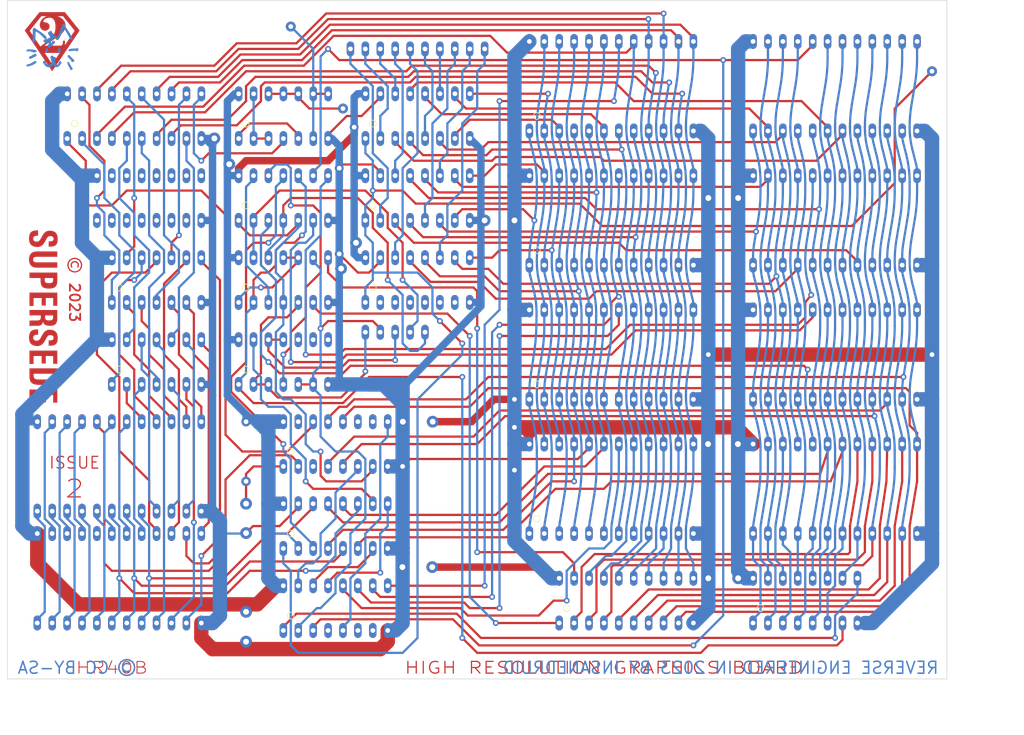
<source format=kicad_pcb>
(kicad_pcb (version 20240108) (generator "pcbnew") (generator_version "8.0")
  (title_block (title "SUPERSEDE HR40B") (date "2023-02-21") (rev "V001") (comment 1 "reverse-engineered in 2023") (comment 2 "creativecommons.org/licenses/by-sa/4.0/") (comment 3 "License: CC BY-SA 4.0") (comment 4 "Author: InsaneDruid"))
  (layers (0 "F.Cu" signal) (31 "B.Cu" signal) (34 "B.Paste" user) (35 "F.Paste" user) (36 "B.SilkS" user "B.Silkscreen") (37 "F.SilkS" user "F.Silkscreen") (38 "B.Mask" user) (39 "F.Mask" user) (44 "Edge.Cuts" user))
  (net 0 "")
  (net 1 "~{SELE}")
  (net 2 "/D_{OUT}7")
  (net 3 "/D_{RAM}7")
  (net 4 "/D_{RAM}0")
  (net 5 "/D_{OUT}0")
  (net 6 "/D_{OUT}1")
  (net 7 "/D_{RAM}1")
  (net 8 "/D_{RAM}2")
  (net 9 "/D_{OUT}2")
  (net 10 "GND")
  (net 11 "/VIDEO_LATCH")
  (net 12 "/D_{OUT}4")
  (net 13 "/D_{RAM}4")
  (net 14 "/D_{RAM}3")
  (net 15 "/D_{OUT}3")
  (net 16 "/D_{OUT}6")
  (net 17 "/D_{RAM}6")
  (net 18 "/D_{RAM}5")
  (net 19 "/D_{OUT}5")
  (net 20 "+5V")
  (net 28 "/D_{CHAR}5")
  (net 36 "/PULSE_VIDEO_LATCH")
  (net 37 "/D_{CHAR}3")
  (net 38 "/D_{VIDEO}5")
  (net 39 "/D_{VIDEO}3")
  (net 40 "/D_{CHAR}4")
  (net 41 "/D_{VIDEO}4")
  (net 42 "/D_{VIDEO}6")
  (net 43 "/D_{CHAR}6")
  (net 44 "/D_{CHAR}7")
  (net 45 "/D_{VIDEO}7")
  (net 46 "/D_{CHAR}1")
  (net 47 "/D_{VIDEO}1")
  (net 48 "/D_{VIDEO}2")
  (net 49 "/D_{VIDEO}0")
  (net 50 "/D_{CHAR}2")
  (net 51 "/A_{CHAR}7")
  (net 52 "/D_{CHAR}0")
  (net 53 "/A_{CHAR}6")
  (net 54 "OE_{LATCH_RAM}")
  (net 55 "~{SELA}_{A}")
  (net 56 "/A_{CHAR}5")
  (net 57 "/A_{CHAR}4")
  (net 58 "/A_{CHAR}3")
  (net 59 "/~{WE}")
  (net 60 "WEa")
  (net 61 "WEb")
  (net 62 "/A_{CHAR}2")
  (net 63 "/A_{CHAR}1")
  (net 64 "Net-(U11-~{Mr})")
  (net 65 "~{CS1}_CHAR")
  (net 66 "/A_{CHAR}0")
  (net 67 "~{WE}_{RAM}")
  (net 68 "/A_{CHAR}11")
  (net 69 "/A_{CHAR}10")
  (net 70 "/A_{RAM}10")
  (net 71 "/A_{CHAR}9")
  (net 72 "/A_{CHAR}8")
  (net 73 "/A_{RAM}1")
  (net 74 "/A_{RAM}5")
  (net 75 "/A_{RAM}6")
  (net 76 "/A_{RAM}2")
  (net 77 "/~{CS3}_{CHAR}")
  (net 78 "/A_{RAM}0")
  (net 79 "/A_{RAM}7")
  (net 80 "/A_{RAM}8")
  (net 81 "~{SEL9}_{A}")
  (net 82 "/A_{RAM}3")
  (net 83 "/A_{RAM}9")
  (net 84 "/A_{RAM}4")
  (net 85 "~{SELE}_{A}")
  (net 86 "~{BR_W}")
  (net 87 "/D_{PET}1")
  (net 88 "/D_{PET}0")
  (net 89 "/D_{PET}3")
  (net 90 "/D_{PET}2")
  (net 91 "A_{PET}11")
  (net 92 "A_{PET}10")
  (net 93 "~{ADDR}")
  (net 94 "/A_{PET}1")
  (net 95 "/A_{PET}5")
  (net 96 "SWITCH_{PETtoRAM}")
  (net 97 "/A_{PET}6")
  (net 98 "/A_{PET}2")
  (net 99 "CS_{PETtoRAM}")
  (net 100 "~{CS}_{RAM1}")
  (net 101 "/A_{PET}0")
  (net 102 "~{CS}_{RAM2}")
  (net 103 "~{CS}_{RAM3}")
  (net 104 "/A_{PET}7")
  (net 105 "/A_{PET}8")
  (net 106 "/A_{PET}3")
  (net 107 "/A_{PET}9")
  (net 108 "/A_{PET}4")
  (net 110 "Net-(U11-Q1)")
  (net 111 "Net-(U12-I1c)")
  (net 113 "Net-(U11-~{Q1})")
  (net 114 "Net-(U11-Cp)")
  (net 115 "/D_{PET}7")
  (net 116 "/D_{PET}6")
  (net 117 "+5VA")
  (net 118 "GNDA")
  (net 122 "Net-(U12-Zb)")
  (net 123 "Net-(U12-Zc)")
  (net 131 "Net-(U9-Pad1)")
  (net 132 "Net-(U7-Pad1)")
  (net 133 "Net-(U7-Pad13)")
  (net 135 "CLK1")
  (net 136 "/TA1")
  (net 137 "/TA5")
  (net 138 "/TA6")
  (net 139 "/TA2")
  (net 140 "/TA0")
  (net 141 "/TA7")
  (net 142 "/TA8")
  (net 143 "/TA3")
  (net 144 "/TA9")
  (net 145 "/TA4")
  (net 146 "/D_{PET}5")
  (net 148 "/D_{PET}4")
  (net 149 "/~{SEL9}")
  (net 150 "/~{SELA}")
  (net 151 "/BA12")
  (net 152 "/PHI2")
  (net 153 "/BR{slash}W")
  (net 154 "Net-(TP1-Pad1)")
  (net 155 "~{CS}_{RAM4}")
  (net 156 "/CS1_{PET}")
  (footprint "hrXX_lib_fp:DIP-16_W7.62mm_LongPads" (layer "F.Cu") (at 118.11 124.46 90)
    (property "Reference" "U12" (hide yes))
    (property "Value" "74LS157")
  )
  (footprint "hrXX_lib_fp:DIP-14_W7.62mm_LongPads" (layer "F.Cu") (at 110.505 54.64 90)
    (property "Reference" "U7" (hide yes))
    (property "Value" "74LS02")
  )
  (footprint "hrXX_lib_fp:PinHeader_1x01_P2.54mm_Vertical" (layer "F.Cu") (at 119.38 35.56)
    (property "Reference" "H2" (hide yes))
    (property "Value" "VIDEO_LATCH")
  )
  (footprint "hrXX_lib_fp:DIP-16_W7.62mm_LongPads" (layer "F.Cu") (at 132.095 54.625 90)
    (property "Reference" "U14" (hide yes))
    (property "Value" "74LS157")
  )
  (footprint "hrXX_lib_fp:MountingHole_3mm" (layer "F.Cu") (at 101.6 35.56)
    (property "Reference" "MH0" (hide yes))
    (property "Value" "MountingHole_3mm" (hide yes))
  )
  (footprint "hrXX_lib_fp:PinHeader_1x01_P2.54mm_Vertical" (layer "F.Cu") (at 128.27 49.53)
    (property "Reference" "TP1" (hide yes))
    (property "Value" "MountingHole_Pad" (hide yes))
  )
  (footprint "hrXX_lib_fp:DIP-14_W7.62mm_LongPads" (layer "F.Cu") (at 110.49 68.58 90)
    (property "Reference" "U8" (hide yes))
    (property "Value" "74LS32")
  )
  (footprint "hrXX_lib_fp:PinHeader_1x05_P2.54mm_Vertical" (layer "F.Cu") (at 132.08 87.63 90)
    (property "Reference" "J3" (hide yes))
    (property "Value" "PET J4 / J9")
  )
  (footprint "hrXX_lib_fp:DIP-16_W7.62mm_LongPads" (layer "F.Cu") (at 198.12 137.16 90)
    (property "Reference" "U26" (hide yes))
    (property "Value" "74LS133")
  )
  (footprint "hrXX_lib_fp:C_Disc_D7.5mm_W2.5mm_P5.08mm" (layer "F.Cu") (at 143.55 102.87 180)
    (property "Reference" "C5" (hide yes))
    (property "Value" "100nF")
  )
  (footprint "hrXX_lib_fp:DIP-16_W7.62mm_LongPads_Empty" (layer "F.Cu") (at 86.36 68.58 90)
    (property "Reference" "U2" (hide yes))
    (property "Value" "74LS157")
  )
  (footprint "hrXX_lib_fp:DIP-24_W15.24mm_LongPads" (layer "F.Cu") (at 160.02 121.92 90)
    (property "Reference" "U20" (hide yes))
    (property "Value" "6116")
  )
  (footprint "hrXX_lib_fp:DIP-24_W15.24mm_Adapter" (layer "F.Cu") (at 198.12 53.34 90)
    (property "Reference" "J1" (hide yes))
    (property "Value" "editorROM ADAPTER")
  )
  (footprint "hrXX_lib_fp:MountingHole_3mm" (layer "F.Cu") (at 218.44 140.97)
    (property "Reference" "MH5" (hide yes))
    (property "Value" "MountingHole_3mm" (hide yes))
  )
  (footprint "hrXX_lib_fp:MountingHole_3mm" (layer "F.Cu") (at 226.06 138.43)
    (property "Reference" "Mh4" (hide yes))
    (property "Value" "MountingHole_3mm" (hide yes))
  )
  (footprint "hrXX_lib_fp:PinHeader_1x01_P2.54mm_Vertical" (layer "F.Cu") (at 228.6 43.18)
    (property "Reference" "H1" (hide yes))
    (property "Value" "CLK1")
  )
  (footprint "hrXX_lib_fp:DIP-16_W7.62mm_LongPads" (layer "F.Cu") (at 118.11 138.43 90)
    (property "Reference" "U13" (hide yes))
    (property "Value" "74LS139")
  )
  (footprint "hrXX_lib_fp:C_Disc_D7.5mm_W2.5mm_P5.08mm" (layer "F.Cu") (at 195.54 106.68 180)
    (property "Reference" "C9" (hide yes))
    (property "Value" "100nF")
  )
  (footprint "hrXX_lib_fp:C_Disc_D7.5mm_W2.5mm_P5.08mm" (layer "F.Cu") (at 111.76 135.255 -90)
    (property "Reference" "C3" (hide yes))
    (property "Value" "100nF")
  )
  (footprint "hrXX_lib_fp:DIP-20_W7.62mm_LongPads" (layer "F.Cu") (at 81.295 54.64 90)
    (property "Reference" "U1" (hide yes))
    (property "Value" "74LS373")
  )
  (footprint "hrXX_lib_fp:MountingHole_1.25mm" (layer "F.Cu") (at 111.76 35.56)
    (property "Reference" "RMH1" (hide yes))
    (property "Value" "MountingHole_1.25mm" (hide yes))
  )
  (footprint "hrXX_lib_fp:C_Disc_D7.5mm_W2.5mm_P5.08mm" (layer "F.Cu") (at 195.58 64.77 180)
    (property "Reference" "C8" (hide yes))
    (property "Value" "100nF")
  )
  (footprint "hrXX_lib_fp:DIP-14_W7.62mm_LongPads" (layer "F.Cu") (at 110.49 82.55 90)
    (property "Reference" "U9" (hide yes))
    (property "Value" "74LS00")
  )
  (footprint "hrXX_lib_fp:DIP-14_W7.62mm_LongPads" (layer "F.Cu") (at 88.9 96.52 90)
    (property "Reference" "U4" (hide yes))
    (property "Value" "74LS00")
  )
  (footprint "hrXX_lib_fp:DIP-16_W7.62mm_LongPads" (layer "F.Cu") (at 132.08 82.55 90)
    (property "Reference" "U16" (hide yes))
    (property "Value" "74LS157")
  )
  (footprint "hrXX_lib_fp:MountingHole_1.25mm" (layer "F.Cu") (at 228.6 50.8)
    (property "Reference" "MH2" (hide yes))
    (property "Value" "MountingHole_1.25mm" (hide yes))
  )
  (footprint "hrXX_lib_fp:CP_Radial_D10.0mm_P5.00mm" (layer "F.Cu") (at 111.76 116.84 -90)
    (property "Reference" "C1" (hide yes))
    (property "Value" "2.2uF")
  )
  (footprint "hrXX_lib_fp:C_Disc_D7.5mm_W2.5mm_P5.08mm" (layer "F.Cu") (at 108.9025 59.009409 120)
    (property "Reference" "C2" (hide yes))
    (property "Value" "100nF")
  )
  (footprint "hrXX_lib_fp:DIP-24_W15.24mm_Socket_LongPads" (layer "F.Cu") (at 76.2 118.11 90)
    (property "Reference" "U5" (hide yes))
    (property "Value" "2316")
  )
  (footprint "hrXX_lib_fp:DIP-24_W15.24mm_LongPads" (layer "F.Cu") (at 160.02 53.34 90)
    (property "Reference" "U17" (hide yes))
    (property "Value" "6116")
  )
  (footprint "hrXX_lib_fp:DIP-20_W7.62mm_LongPads" (layer "F.Cu") (at 165.1 137.16 90)
    (property "Reference" "U21" (hide yes))
    (property "Value" "74LS245")
  )
  (footprint "hrXX_lib_fp:DIP-14_W7.62mm_LongPads" (layer "F.Cu") (at 88.9 82.565 90)
    (property "Reference" "U3" (hide yes))
    (property "Value" "74LS00")
  )
  (footprint "hrXX_lib_fp:C_Disc_D7.5mm_W2.5mm_P5.08mm" (layer "F.Cu") (at 195.58 129.54 180)
    (property "Reference" "C10" (hide yes))
    (property "Value" "100nF")
  )
  (footprint "hrXX_lib_fp:DIP-24_W15.24mm_Socket_LongPads" (layer "F.Cu") (at 198.12 121.92 90)
    (property "Reference" "UD11" (hide yes))
    (property "Value" "2332A")
  )
  (footprint "hrXX_lib_fp:PinHeader_1x10_P2.54mm_Vertical" (layer "F.Cu") (at 129.54 39.37 90)
    (property "Reference" "J2" (hide yes))
    (property "Value" "PET CRTC")
  )
  (footprint "hrXX_lib_fp:DIP-24_W15.24mm_Socket_LongPads" (layer "F.Cu") (at 198.12 76.2 90)
    (property "Reference" "UD7" (hide yes))
    (property "Value" "2316")
  )
  (footprint "hrXX_lib_fp:DIP-24_W15.24mm_Adapter" (layer "F.Cu") (at 76.2 137.16 90)
    (property "Reference" "J0" (hide yes))
    (property "Value" "charROM ADAPTER")
  )
  (footprint "hrXX_lib_fp:DIP-16_W7.62mm_LongPads" (layer "F.Cu") (at 132.08 68.58 90)
    (property "Reference" "U15" (hide yes))
    (property "Value" "74LS157")
  )
  (footprint "hrXX_lib_fp:R_Axial_DIN0207_L6.3mm_D2.5mm_P10.16mm_Horizontal" (layer "F.Cu") (at 111.76 102.87 -90)
    (property "Reference" "R1" (hide yes))
    (property "Value" "47k")
  )
  (footprint "hrXX_lib_fp:DIP-16_W7.62mm_LongPads" (layer "F.Cu") (at 118.11 110.49 90)
    (property "Reference" "U11" (hide yes))
    (property "Value" "74LS175")
  )
  (footprint "hrXX_lib_fp:DIP-24_W15.24mm_LongPads" (layer "F.Cu") (at 160.02 76.2 90)
    (property "Reference" "U18" (hide yes))
    (property "Value" "6116")
  )
  (footprint "hrXX_lib_fp:C_Disc_D7.5mm_W2.5mm_P5.08mm" (layer "F.Cu") (at 130.4925 72.39 -120)
    (property "Reference" "C4" (hide yes))
    (property "Value" "100nF")
  )
  (footprint "hrXX_lib_fp:DIP-24_W15.24mm_Socket_LongPads" (layer "F.Cu") (at 198.12 99.06 90)
    (property "Reference" "UD12" (hide yes))
    (property "Value" "2332A")
  )
  (footprint "hrXX_lib_fp:DIP-14_W7.62mm_LongPads" (layer "F.Cu") (at 110.49 96.52 90)
    (property "Reference" "U10" (hide yes))
    (property "Value" "74LS02")
  )
  (footprint "hrXX_lib_fp:C_Disc_D7.5mm_W2.5mm_P5.08mm" (layer "F.Cu") (at 143.47 127.635 180)
    (property "Reference" "C6" (hide yes))
    (property "Value" "100nF")
  )
  (footprint "hrXX_lib_fp:C_Disc_D7.5mm_W2.5mm_P5.08mm" (layer "F.Cu") (at 157.48 68.58 180)
    (property "Reference" "C7" (hide yes))
    (property "Value" "100nF")
  )
  (footprint "hrXX_lib_fp:DIP-24_W15.24mm_LongPads" (layer "F.Cu") (at 160.02 99.06 90)
    (property "Reference" "U19" (hide yes))
    (property "Value" "6116")
  )
  (gr_poly (pts (xy 69.85 43.18) (xy 69.849984 43.18) (xy 69.849992 43.179988)) (fill solid) (layer "F.Cu"))
  (gr_poly (pts (xy 78.906521 99.636149) (xy 78.906521 98.30842) (xy 77.651666 98.30842) (xy 77.651666 99.591471) (xy 76.945181 99.591471) (xy 76.945181 98.30842) (xy 75.572581 98.30842) (xy 75.572581 99.661685) (xy 74.866096 99.661685) (xy 74.866096 97.386028) (xy 79.613006 97.386028) (xy 79.613006 99.636149)) (fill solid) (layer "F.Cu"))
  (gr_poly (pts (xy 76.134405 74.779426) (xy 76.091085 74.779831) (xy 76.049434 74.781047) (xy 76.009452 74.783073) (xy 75.971138 74.785909) (xy 75.934493 74.789556) (xy 75.899517 74.794013) (xy 75.86621 74.79928) (xy 75.834572 74.805358) (xy 75.804603 74.812246) (xy 75.776303 74.819945) (xy 75.749671 74.828454) (xy 75.724709 74.837773) (xy 75.701416 74.847902) (xy 75.679791 74.858842) (xy 75.659836 74.870593) (xy 75.64155 74.883153) (xy 75.63296 74.889794) (xy 75.624644 74.896749) (xy 75.6166 74.904019) (xy 75.608828 74.911604) (xy 75.60133 74.919503) (xy 75.594103 74.927718) (xy 75.58715 74.936247) (xy 75.580469 74.945091) (xy 75.574061 74.95425) (xy 75.567926 74.963724) (xy 75.562064 74.973512) (xy 75.556474 74.983615) (xy 75.546112 75.004767) (xy 75.536841 75.027177) (xy 75.52866 75.050847) (xy 75.52157 75.075776) (xy 75.515571 75.101964) (xy 75.510663 75.129412) (xy 75.506846 75.158118) (xy 75.504119 75.188085) (xy 75.502483 75.21931) (xy 75.501937 75.251795) (xy 75.502483 75.284278) (xy 75.504119 75.315502) (xy 75.506846 75.345467) (xy 75.510663 75.374173) (xy 75.515571 75.40162) (xy 75.52157 75.427807) (xy 75.52866 75.452736) (xy 75.53684 75.476405) (xy 75.546112 75.498815) (xy 75.556473 75.519966) (xy 75.567926 75.539858) (xy 75.580469 75.55849) (xy 75.594103 75.575864) (xy 75.608828 75.591978) (xy 75.624644 75.606832) (xy 75.64155 75.620428) (xy 75.659836 75.63299) (xy 75.679791 75.644742) (xy 75.701416 75.655683) (xy 75.724709 75.665813) (xy 75.749671 75.675133) (xy 75.776303 75.683643) (xy 75.804603 75.691342) (xy 75.834572 75.69823) (xy 75.86621 75.704308) (xy 75.899517 75.709576) (xy 75.934493 75.714033) (xy 75.971138 75.71768) (xy 76.009452 75.720516) (xy 76.049434 75.722542) (xy 76.091085 75.723758) (xy 76.134405 75.724163) (xy 79.613006 75.724163) (xy 79.613006 76.636975) (xy 76.198326 76.636975) (xy 76.111815 76.635623) (xy 76.028065 76.631565) (xy 75.947074 76.624801) (xy 75.868843 76.615333) (xy 75.793371 76.603159) (xy 75.72066 76.588279) (xy 75.650708 76.570694) (xy 75.583516 76.550403) (xy 75.519083 76.527407) (xy 75.457411 76.501706) (xy 75.398498 76.473298) (xy 75.342345 76.442186) (xy 75.288951 76.408367) (xy 75.238318 76.371843) (xy 75.190443 76.332614) (xy 75.145329 76.290678) (xy 75.102961 76.246039) (xy 75.063326 76.198694) (xy 75.026425 76.148644) (xy 74.992257 76.095888) (xy 74.960822 76.040426) (xy 74.93212 75.98226) (xy 74.906152 75.921387) (xy 74.882917 75.85781) (xy 74.862416 75.791527) (xy 74.844648 75.722538) (xy 74.829614 75.650844) (xy 74.817313 75.576445) (xy 74.807745 75.49934) (xy 74.800911 75.41953) (xy 74.796811 75.337015) (xy 74.795444 75.251795) (xy 74.796811 75.166573) (xy 74.800911 75.084056) (xy 74.807745 75.004246) (xy 74.817313 74.92714) (xy 74.829614 74.852741) (xy 74.844648 74.781047) (xy 74.862416 74.712058) (xy 74.882917 74.645775) (xy 74.906152 74.582198) (xy 74.93212 74.521325) (xy 74.960822 74.463158) (xy 74.992256 74.407697) (xy 75.026425 74.35494) (xy 75.063326 74.304889) (xy 75.102961 74.257543) (xy 75.145329 74.212903) (xy 75.190443 74.170969) (xy 75.238318 74.13174) (xy 75.288951 74.095217) (xy 75.342345 74.061399) (xy 75.398498 74.030286) (xy 75.457411 74.001879) (xy 75.519083 73.976177) (xy 75.583516 73.953181) (xy 75.650708 73.93289) (xy 75.72066 73.915304) (xy 75.793371 73.900424) (xy 75.868843 73.88825) (xy 75.947074 73.878781) (xy 76.028065 73.872017) (xy 76.111815 73.867959) (xy 76.198326 73.866606) (xy 79.613007 73.866606) (xy 79.613007 74.779426)) (fill solid) (layer "F.Cu"))
  (gr_poly (pts (xy 79.682409 71.839034) (xy 79.678664 71.924944) (xy 79.672421 72.007514) (xy 79.663682 72.086744) (xy 79.652446 72.162634) (xy 79.638713 72.235185) (xy 79.622483 72.304395) (xy 79.603756 72.370266) (xy 79.582532 72.432798) (xy 79.558811 72.491989) (xy 79.532594 72.547841) (xy 79.503879 72.600352) (xy 79.472668 72.649524) (xy 79.43896 72.695356) (xy 79.402756 72.737848) (xy 79.364054 72.777001) (xy 79.324762 72.810982) (xy 79.282578 72.842746) (xy 79.237503 72.872291) (xy 79.189537 72.899617) (xy 79.13868 72.924726) (xy 79.084931 72.947617) (xy 79.028291 72.968289) (xy 78.968761 72.986743) (xy 78.906339 73.002979) (xy 78.841026 73.016997) (xy 78.772821 73.028797) (xy 78.701726 73.038379) (xy 78.627739 73.045743) (xy 78.550861 73.050889) (xy 78.471092 73.053817) (xy 78.388432 73.054527) (xy 78.142846 73.05498) (xy 78.142846 72.14535) (xy 78.142846 72.145351) (xy 78.142847 72.145351) (xy 78.284142 72.145351) (xy 78.374872 72.145354) (xy 78.417634 72.144161) (xy 78.458662 72.142172) (xy 78.497956 72.139386) (xy 78.535514 72.135805) (xy 78.571338 72.131427) (xy 78.605427 72.126252) (xy 78.637782 72.120282) (xy 78.668401 72.113515) (xy 78.697286 72.105951) (xy 78.724437 72.097592) (xy 78.749853 72.088435) (xy 78.773534 72.078483) (xy 78.79548 72.067734) (xy 78.815692 72.056189) (xy 78.825213 72.050077) (xy 78.834431 72.043684) (xy 78.843347 72.037012) (xy 78.851961 72.030061) (xy 78.860273 72.022829) (xy 78.868282 72.015318) (xy 78.875989 72.007527) (xy 78.883394 71.999455) (xy 78.890497 71.991105) (xy 78.897297 71.982474) (xy 78.903796 71.973564) (xy 78.909992 71.964373) (xy 78.915886 71.954903) (xy 78.921477 71.945154) (xy 78.926766 71.935124) (xy 78.931754 71.924814) (xy 78.936438 71.914225) (xy 78.940821 71.903356) (xy 78.944901 71.892207) (xy 78.94868 71.880778) (xy 78.952155 71.86907) (xy 78.955329 71.857081) (xy 78.958201 71.844813) (xy 78.96077 71.832265) (xy 78.965001 71.806329) (xy 78.968024 71.779274) (xy 78.969837 71.7511) (xy 78.970442 71.721806) (xy 78.969883 71.692806) (xy 78.968208 71.664727) (xy 78.965416 71.637568) (xy 78.961506 71.611331) (xy 78.95648 71.586014) (xy 78.950336 71.561618) (xy 78.943076 71.538144) (xy 78.934698 71.51559) (xy 78.925204 71.493956) (xy 78.914592 71.473244) (xy 78.902864 71.453453) (xy 78.890018 71.434582) (xy 78.876055 71.416633) (xy 78.860975 71.399604) (xy 78.844778 71.383496) (xy 78.827464 71.368309) (xy 78.809033 71.354042) (xy 78.789484 71.340694) (xy 78.768819 71.328267) (xy 78.747037 71.316761) (xy 78.724138 71.306175) (xy 78.700122 71.29651) (xy 78.674989 71.287765) (xy 78.648739 71.279941) (xy 78.621372 71.273037) (xy 78.592888 71.267054) (xy 78.563288 71.261991) (xy 78.53257 71.257849) (xy 78.500735 71.254627) (xy 78.467783 71.252326) (xy 78.433715 71.250945) (xy 78.398529 71.250485) (xy 78.371024 71.251034) (xy 78.344018 71.252679) (xy 78.317511 71.255423) (xy 78.291504 71.259263) (xy 78.265996 71.2642) (xy 78.240988 71.270235) (xy 78.216478 71.277367) (xy 78.192469 71.285596) (xy 78.168958 71.294922) (xy 78.145947 71.305345) (xy 78.123436 71.316865) (xy 78.101424 71.329483) (xy 78.079911 71.343197) (xy 78.058898 71.358009) (xy 78.038385 71.373918) (xy 78.018371 71.390923) (xy 77.998554 71.408881) (xy 77.978631 71.428483) (xy 77.958604 71.449729) (xy 77.938471 71.472618) (xy 77.918233 71.497151) (xy 77.89789 71.523328) (xy 77.877442 71.551149) (xy 77.856888 71.580614) (xy 77.83623 71.611722) (xy 77.815466 71.644474) (xy 77.794597 71.67887) (xy 77.773624 71.71491) (xy 77.752545 71.752594) (xy 77.731361 71.791921) (xy 77.710072 71.832893) (xy 77.688679 71.875508) (xy 77.603154 72.040423) (xy 77.518155 72.192489) (xy 77.475852 72.263704) (xy 77.433681 72.331706) (xy 77.391641 72.396496) (xy 77.349733 72.458074) (xy 77.307956 72.51644) (xy 77.26631 72.571593) (xy 77.224796 72.623535) (xy 77.183413 72.672263) (xy 77.142162 72.71778) (xy 77.101043 72.760084) (xy 77.060055 72.799176) (xy 77.019198 72.835056) (xy 76.977829 72.868372) (xy 76.935303 72.89954) (xy 76.891621 72.928557) (xy 76.846782 72.955425) (xy 76.800787 72.980144) (xy 76.753635 73.002713) (xy 76.705327 73.023133) (xy 76.655862 73.041403) (xy 76.605241 73.057524) (xy 76.553463 73.071496) (xy 76.500529 73.083318) (xy 76.446438 73.09299) (xy 76.391191 73.100513) (xy 76.334787 73.105887) (xy 76.277227 73.109111) (xy 76.218511 73.110186) (xy 76.130759 73.108809) (xy 76.045807 73.104678) (xy 75.963653 73.097793) (xy 75.884298 73.088155) (xy 75.807743 73.075763) (xy 75.733986 73.060617) (xy 75.663028 73.042717) (xy 75.59487 73.022063) (xy 75.52951 72.998656) (xy 75.46695 72.972495) (xy 75.407188 72.943581) (xy 75.350226 72.911913) (xy 75.296063 72.877491) (xy 75.244699 72.840316) (xy 75.196135 72.800387) (xy 75.150369 72.757705) (xy 75.10739 72.712255) (xy 75.067184 72.664026) (xy 75.02975 72.613019) (xy 74.99509 72.559234) (xy 74.963202 72.502669) (xy 74.934087 72.443326) (xy 74.907745 72.381205) (xy 74.884176 72.316304) (xy 74.863379 72.248626) (xy 74.845356 72.178168) (xy 74.830105 72.104932) (xy 74.817627 72.028917) (xy 74.807922 71.950124) (xy 74.80099 71.868552) (xy 74.796831 71.784202) (xy 74.795444 71.697072) (xy 74.796686 71.602337) (xy 74.800412 71.511128) (xy 74.806621 71.423446) (xy 74.815314 71.339291) (xy 74.826491 71.258662) (xy 74.840152 71.18156) (xy 74.856296 71.107984) (xy 74.874924 71.037935) (xy 74.896036 70.971413) (xy 74.919632 70.908417) (xy 74.945711 70.848948) (xy 74.974275 70.793005) (xy 75.005321 70.740589) (xy 75.038852 70.691699) (xy 75.074867 70.646336) (xy 75.113365 70.604499) (xy 75.154675 70.565678) (xy 75.199127 70.529362) (xy 75.246719 70.49555) (xy 75.297452 70.464242) (xy 75.351325 70.435439) (xy 75.40834 70.409141) (xy 75.468495 70.385348) (xy 75.531791 70.364059) (xy 75.598228 70.345274) (xy 75.667805 70.328994) (xy 75.740523 70.315219) (xy 75.816382 70.303948) (xy 75.895382 70.295182) (xy 75.977522 70.288921) (xy 76.062803 70.285164) (xy 76.151224 70.283912) (xy 76.336263 70.283912) (xy 76.336263 71.193533) (xy 76.19496 71.193533) (xy 76.152737 71.193252) (xy 76.111854 71.194003) (xy 76.072311 71.195786) (xy 76.034109 71.198602) (xy 75.997248 71.202451) (xy 75.961727 71.207332) (xy 75.927546 71.213245) (xy 75.894706 71.220191) (xy 75.863206 71.22817) (xy 75.833047 71.237181) (xy 75.804228 71.247224) (xy 75.776749 71.2583) (xy 75.750611 71.270409) (xy 75.725813 71.28355) (xy 75.702355 71.297723) (xy 75.680237 71.312929) (xy 75.659461 71.329166) (xy 75.640025 71.346434) (xy 75.621929 71.364734) (xy 75.605174 71.384066) (xy 75.589759 71.40443) (xy 75.575684 71.425825) (xy 75.56295 71.448252) (xy 75.551556 71.471711) (xy 75.541502 71.496201) (xy 75.532789 71.521724) (xy 75.525416 71.548278) (xy 75.519384 71.575864) (xy 75.514692 71.604481) (xy 75.511341 71.634131) (xy 75.50933 71.664812) (xy 75.50866 71.696525) (xy 75.509264 71.72747) (xy 75.511078 71.75742) (xy 75.5141 71.786375) (xy 75.518332 71.814334) (xy 75.523773 71.841298) (xy 75.530422 71.867267) (xy 75.538281 71.89224) (xy 75.547349 71.916219) (xy 75.557626 71.939202) (xy 75.569112 71.961189) (xy 75.581807 71.982182) (xy 75.595711 72.002179) (xy 75.610824 72.021181) (xy 75.627146 72.039187) (xy 75.644677 72.056198) (xy 75.663417 72.072214) (xy 75.683379 72.087249) (xy 75.704577 72.101314) (xy 75.727009 72.114409) (xy 75.750677 72.126534) (xy 75.77558 72.137688) (xy 75.801718 72.147873) (xy 75.829091 72.157088) (xy 75.857699 72.165333) (xy 75.887543 72.172608) (xy 75.918622 72.178913) (xy 75.950936 72.184248) (xy 75.984486 72.188613) (xy 76.019271 72.192008) (xy 76.055292 72.194433) (xy 76.092548 72.195888) (xy 76.131039 72.196373) (xy 76.159806 72.195779) (xy 76.188074 72.193998) (xy 76.215842 72.19103) (xy 76.243111 72.186875) (xy 76.269881 72.181532) (xy 76.296151 72.175003) (xy 76.321921 72.167286) (xy 76.347192 72.158382) (xy 76.371964 72.148291) (xy 76.396236 72.137013) (xy 76.420009 72.124548) (xy 76.443282 72.110895) (xy 76.466056 72.096056) (xy 76.488331 72.08003) (xy 76.510107 72.062817) (xy 76.531383 72.044417) (xy 76.552488 72.024788) (xy 76.573751 72.003389) (xy 76.595172 71.980221) (xy 76.61675 71.955284) (xy 76.638487 71.928578) (xy 76.660381 71.900102) (xy 76.682432 71.869858) (xy 76.704642 71.837844) (xy 76.727009 71.804061) (xy 76.749533 71.768509) (xy 76.772215 71.731187) (xy 76.795055 71.692096) (xy 76.818053 71.651237) (xy 76.841208 71.608608) (xy 76.864521 71.564209) (xy 76.887991 71.518042) (xy 76.969415 71.359926) (xy 77.050524 71.214174) (xy 77.090961 71.145934) (xy 77.131318 71.080785) (xy 77.171597 71.018726) (xy 77.211797 70.959759) (xy 77.251918 70.903882) (xy 77.29196 70.851097) (xy 77.331924 70.801402) (xy 77.371808 70.754798) (xy 77.411613 70.711285) (xy 77.45134 70.670863) (xy 77.490987 70.633532) (xy 77.530555 70.599292) (xy 77.570256 70.567484) (xy 77.611139 70.537728) (xy 77.653205 70.510024) (xy 77.696454 70.484373) (xy 77.740885 70.460774) (xy 77.7865 70.439227) (xy 77.833297 70.419732) (xy 77.881277 70.402289) (xy 77.930439 70.386899) (xy 77.980784 70.373561) (xy 78.032312 70.362275) (xy 78.085023 70.35304) (xy 78.138916 70.345858) (xy 78.193992 70.340728) (xy 78.250251 70.33765) (xy 78.307692 70.336624) (xy 78.392547 70.338001) (xy 78.474695 70.342132) (xy 78.554135 70.349017) (xy 78.630868 70.358656) (xy 78.704894 70.371048) (xy 78.776212 70.386195) (xy 78.844824 70.404095) (xy 78.910728 70.42475) (xy 78.973925 70.448158) (xy 79.034414 70.47432) (xy 79.092197 70.503237) (xy 79.147272 70.534907) (xy 79.199641 70.569331) (xy 79.249302 70.60651) (xy 79.296256 70.646442) (xy 79.340504 70.689129) (xy 79.382057 70.734582) (xy 79.42093 70.782813) (xy 79.457121 70.833822) (xy 79.490632 70.88761) (xy 79.521463 70.944177) (xy 79.549612 71.003522) (xy 79.57508 71.065645) (xy 79.597868 71.130547) (xy 79.617975 71.198227) (xy 79.635401 71.268686) (xy 79.650146 71.341923) (xy 79.66221 71.417939) (xy 79.671593 71.496733) (xy 79.678296 71.578305) (xy 79.682317 71.662656) (xy 79.683658 71.749785)) (fill solid) (layer "F.Cu"))
  (gr_poly (pts (xy 78.740007 43.180012) (xy 78.739993 43.180012) (xy 78.74 43.180001)) (fill solid) (layer "F.Cu"))
  (gr_poly (pts (xy 83.41982 36.234699) (xy 78.74 43.180001) (xy 77.913862 41.953933) (xy 78.740007 41.953933) (xy 78.740009 41.953933) (xy 78.740008 41.953931) (xy 78.740007 41.953933) (xy 77.913862 41.953933) (xy 76.056384 39.19726) (xy 76.962 39.19726) (xy 77.343 39.624) (xy 77.457591 40.0507) (xy 78.740008 41.953931) (xy 80.022424 40.0507) (xy 80.137 39.624) (xy 80.391 39.37) (xy 80.910104 38.733296) (xy 80.022424 40.0507) (xy 77.457591 40.0507) (xy 76.726166 38.965194) (xy 76.835 39.011019) (xy 76.962 39.116) (xy 76.962 39.19726) (xy 76.056384 39.19726) (xy 74.084371 36.270604) (xy 74.910523 36.270604) (xy 76.726166 38.965194) (xy 76.733047 38.959353) (xy 76.796869 38.90676) (xy 76.868368 38.84956) (xy 76.91305 38.81468) (xy 77.402922 38.81468) (xy 80.002662 38.81468) (xy 80.085806 38.812963) (xy 80.160462 38.807391) (xy 80.227098 38.797329) (xy 80.257554 38.790417) (xy 80.28618 38.782145) (xy 80.313034 38.772435) (xy 80.338174 38.761207) (xy 80.361659 38.748381) (xy 80.383546 38.73388) (xy 80.403895 38.717623) (xy 80.422763 38.699532) (xy 80.440209 38.679527) (xy 80.456291 38.65753) (xy 80.471067 38.633461) (xy 80.484596 38.607241) (xy 80.496936 38.578791) (xy 80.508146 38.548031) (xy 80.527405 38.479268) (xy 80.54284 38.400319) (xy 80.554919 38.31055) (xy 80.564106 38.209328) (xy 80.57087 38.096021) (xy 80.575674 37.969995) (xy 80.913773 37.969995) (xy 80.910104 38.733296) (xy 82.56949 36.270604) (xy 80.578079 33.794441) (xy 79.635112 33.794441) (xy 79.714162 33.821188) (xy 79.814442 33.859715) (xy 79.911703 33.901761) (xy 80.00581 33.947225) (xy 80.096631 33.996003) (xy 80.184032 34.047994) (xy 80.267878 34.103096) (xy 80.348036 34.161206) (xy 80.424372 34.222221) (xy 80.496752 34.286041) (xy 80.565044 34.352562) (xy 80.629112 34.421683) (xy 80.688823 34.4933) (xy 80.744044 34.567313) (xy 80.79464 34.643618) (xy 80.840479 34.722114) (xy 80.881425 34.802698) (xy 80.917346 34.885268) (xy 80.948108 34.969722) (xy 80.973576 35.055958) (xy 80.993618 35.143873) (xy 81.008099 35.233365) (xy 81.016886 35.324332) (xy 81.019844 35.416672) (xy 81.017138 35.498258) (xy 81.009121 35.580953) (xy 80.995949 35.664485) (xy 80.977779 35.74858) (xy 80.954764 35.832967) (xy 80.92706 35.917372) (xy 80.894823 36.001523) (xy 80.858208 36.085147) (xy 80.817369 36.167973) (xy 80.772464 36.249727) (xy 80.723646 36.330136) (xy 80.67107 36.408929) (xy 80.614894 36.485832) (xy 80.55527 36.560574) (xy 80.492356 36.63288) (xy 80.426306 36.70248) (xy 80.336195 36.789804) (xy 80.228071 36.887148) (xy 80.106773 36.990716) (xy 79.977143 37.096713) (xy 79.844021 37.201343) (xy 79.712246 37.300811) (xy 79.586659 37.39132) (xy 79.472101 37.469075) (xy 77.402922 38.795038) (xy 77.402922 38.81468) (xy 76.91305 38.81468) (xy 76.952261 38.784071) (xy 77.053265 38.706614) (xy 77.55155 38.323471) (xy 77.725343 38.185962) (xy 77.888641 38.05323) (xy 78.041647 37.924988) (xy 78.184562 37.800948) (xy 78.31759 37.680822) (xy 78.440931 37.564323) (xy 78.554788 37.451162) (xy 78.659363 37.341053) (xy 78.754859 37.233706) (xy 78.841477 37.128834) (xy 78.919419 37.02615) (xy 78.988888 36.925366) (xy 79.050086 36.826193) (xy 79.103214 36.728344) (xy 79.148476 36.631531) (xy 79.186072 36.535466) (xy 79.197878 36.497787) (xy 79.209373 36.455052) (xy 79.231183 36.356257) (xy 79.251003 36.242758) (xy 79.268335 36.118234) (xy 79.282683 35.986364) (xy 79.293548 35.850826) (xy 79.300432 35.715298) (xy 79.302837 35.583458) (xy 79.301842 35.49099) (xy 79.298857 35.401343) (xy 79.293881 35.314523) (xy 79.286916 35.230539) (xy 79.27796 35.149399) (xy 79.267014 35.071109) (xy 79.254078 34.995677) (xy 79.239152 34.923111) (xy 79.222236 34.853419) (xy 79.20333 34.786607) (xy 79.182434 34.722684) (xy 79.159547 34.661656) (xy 79.134671 34.603532) (xy 79.107804 34.54832) (xy 79.078947 34.496025) (xy 79.0481 34.446657) (xy 79.015264 34.400223) (xy 78.980437 34.356729) (xy 78.943619 34.316184) (xy 78.904812 34.278596) (xy 78.864015 34.243971) (xy 78.821228 34.212318) (xy 78.77645 34.183643) (xy 78.729683 34.157955) (xy 78.680925 34.135261) (xy 78.630177 34.115568) (xy 78.57744 34.098884) (xy 78.522712 34.085217) (xy 78.465994 34.074573) (xy 78.407286 34.066962) (xy 78.346589 34.062389) (xy 78.283901 34.060863) (xy 78.233322 34.061692) (xy 78.183135 34.064146) (xy 78.133417 34.068181) (xy 78.08425 34.073752) (xy 78.035712 34.080815) (xy 77.987884 34.089324) (xy 77.940844 34.099233) (xy 77.894674 34.110499) (xy 77.849451 34.123075) (xy 77.805257 34.136918) (xy 77.762171 34.151982) (xy 77.720272 34.168221) (xy 77.67964 34.185591) (xy 77.640355 34.204048) (xy 77.602496 34.223545) (xy 77.566143 34.244038) (xy 77.531377 34.265482) (xy 77.498276 34.287832) (xy 77.46692 34.311042) (xy 77.437389 34.335069) (xy 77.409762 34.359866) (xy 77.38412 34.385389) (xy 77.360542 34.411592) (xy 77.339107 34.438432) (xy 77.319896 34.465862) (xy 77.302988 34.493838) (xy 77.288462 34.522314) (xy 77.276399 34.551246) (xy 77.266878 34.580589) (xy 77.259978 34.610297) (xy 77.25578 34.640326) (xy 77.254363 34.67063) (xy 77.254518 34.678813) (xy 77.254985 34.686768) (xy 77.255762 34.694496) (xy 77.25685 34.701998) (xy 77.25825 34.709278) (xy 77.25996 34.716335) (xy 77.261981 34.723173) (xy 77.264313 34.729793) (xy 77.266957 34.736197) (xy 77.269911 34.742387) (xy 77.273176 34.748364) (xy 77.276752 34.754131) (xy 77.280639 34.759688) (xy 77.284837 34.765039) (xy 77.289346 34.770184) (xy 77.294165 34.775126) (xy 77.299296 34.779866) (xy 77.304738 34.784406) (xy 77.310491 34.788748) (xy 77.316554 34.792894) (xy 77.322929 34.796845) (xy 77.329614 34.800603) (xy 77.343918 34.80755) (xy 77.359466 34.813747) (xy 77.376257 34.819209) (xy 77.394292 34.823951) (xy 77.413571 34.827987) (xy 77.519712 34.837822) (xy 77.614119 34.851041) (xy 77.658995 34.859284) (xy 77.702322 34.868615) (xy 77.744102 34.87903) (xy 77.784337 34.890529) (xy 77.823029 34.903109) (xy 77.860181 34.916769) (xy 77.895792 34.931507) (xy 77.929867 34.947321) (xy 77.962406 34.964209) (xy 77.993412 34.982169) (xy 78.022886 35.001201) (xy 78.050831 35.021301) (xy 78.077249 35.042468) (xy 78.102141 35.064701) (xy 78.125509 35.087997) (xy 78.147355 35.112355) (xy 78.167682 35.137772) (xy 78.186491 35.164248) (xy 78.203784 35.19178) (xy 78.219563 35.220367) (xy 78.23383 35.250007) (xy 78.246587 35.280697) (xy 78.257836 35.312436) (xy 78.267579 35.345223) (xy 78.275818 35.379055) (xy 78.282554 35.413931) (xy 78.28779 35.449849) (xy 78.291528 35.486808) (xy 78.293769 35.524804) (xy 78.294515 35.563837) (xy 78.293467 35.599528) (xy 78.290362 35.634825) (xy 78.285254 35.669681) (xy 78.278201 35.704046) (xy 78.269259 35.737872) (xy 78.258484 35.77111) (xy 78.245933 35.803713) (xy 78.231662 35.835631) (xy 78.215727 35.866817) (xy 78.198186 35.897221) (xy 78.179093 35.926795) (xy 78.158506 35.95549) (xy 78.13648 35.983258) (xy 78.113073 36.010052) (xy 78.088341 36.035821) (xy 78.062339 36.060517) (xy 78.035125 36.084093) (xy 78.006755 36.106499) (xy 77.977284 36.127687) (xy 77.94677 36.147609) (xy 77.915268 36.166215) (xy 77.882836 36.183459) (xy 77.849529 36.19929) (xy 77.815404 36.21366) (xy 77.780517 36.226522) (xy 77.744925 36.237826) (xy 77.708683 36.247524) (xy 77.671849 36.255568) (xy 77.634478 36.261908) (xy 77.596628 36.266497) (xy 77.558353 36.269286) (xy 77.519712 36.270227) (xy 77.473357 36.269) (xy 77.427737 36.265357) (xy 77.3829 36.259354) (xy 77.338895 36.251046) (xy 77.29577 36.240488) (xy 77.253572 36.227738) (xy 77.212351 36.212849) (xy 77.172155 36.195878) (xy 77.133032 36.176881) (xy 77.095031 36.155914) (xy 77.058199 36.133031) (xy 77.022585 36.108289) (xy 76.988237 36.081743) (xy 76.955204 36.053449) (xy 76.923534 36.023463) (xy 76.893275 35.991841) (xy 76.864476 35.958638) (xy 76.837184 35.923909) (xy 76.811449 35.887711) (xy 76.787318 35.850099) (xy 76.76484 35.811129) (xy 76.744064 35.770857) (xy 76.725036 35.729338) (xy 76.707807 35.686627) (xy 76.692423 35.642782) (xy 76.678934 35.597856) (xy 76.667388 35.551907) (xy 76.657832 35.504989) (xy 76.650316 35.457159) (xy 76.644888 35.408472) (xy 76.641595 35.358984) (xy 76.640487 35.30875) (xy 76.643015 35.220157) (xy 76.650532 35.133094) (xy 76.662938 35.047644) (xy 76.680132 34.963892) (xy 76.702013 34.881921) (xy 76.728483 34.801816) (xy 76.759439 34.723661) (xy 76.794781 34.64754) (xy 76.83441 34.573537) (xy 76.878224 34.501737) (xy 76.926124 34.432223) (xy 76.978008 34.36508) (xy 77.033776 34.300392) (xy 77.093329 34.238243) (xy 77.156565 34.178717) (xy 77.223384 34.121898) (xy 77.293686 34.067871) (xy 77.36737 34.01672) (xy 77.444336 33.968528) (xy 77.524483 33.923381) (xy 77.607711 33.881362) (xy 77.69392 33.842555) (xy 77.783009 33.807044) (xy 77.819043 33.794441) (xy 79.635112 33.794441) (xy 79.610996 33.909) (xy 79.505078 33.909) (xy 79.396543 33.909) (xy 79.285523 33.909) (xy 79.172152 33.909) (xy 79.056565 33.909) (xy 78.938895 33.909) (xy 78.819275 33.909) (xy 78.69784 33.909) (xy 78.58735 33.909) (xy 78.478836 33.909) (xy 78.232 33.909) (xy 78.066551 33.909) (xy 77.874877 33.909) (xy 77.819043 33.794441) (xy 76.901934 33.794441) (xy 74.910523 36.270604) (xy 74.084371 36.270604) (xy 74.060178 36.234699) (xy 76.573718 33.109309) (xy 80.906282 33.109309)) (fill solid) (layer "F.Cu"))
  (gr_poly (pts (xy 79.682409 88.710167) (xy 79.678664 88.796077) (xy 79.672421 88.878647) (xy 79.663682 88.957877) (xy 79.652446 89.033768) (xy 79.638713 89.106319) (xy 79.622483 89.17553) (xy 79.603756 89.241401) (xy 79.582532 89.303933) (xy 79.558811 89.363124) (xy 79.532594 89.418976) (xy 79.503879 89.471489) (xy 79.472668 89.520661) (xy 79.43896 89.566494) (xy 79.402756 89.608988) (xy 79.364054 89.648141) (xy 79.324762 89.682121) (xy 79.282578 89.713884) (xy 79.237503 89.743428) (xy 79.189537 89.770755) (xy 79.13868 89.795863) (xy 79.084931 89.818753) (xy 79.028291 89.839425) (xy 78.968761 89.85788) (xy 78.906339 89.874116) (xy 78.841026 89.888133) (xy 78.772821 89.899933) (xy 78.701726 89.909515) (xy 78.627739 89.916878) (xy 78.550861 89.922024) (xy 78.471092 89.924951) (xy 78.388432 89.925659) (xy 78.142846 89.926112) (xy 78.142846 89.016491) (xy 78.284142 89.016491) (xy 78.374872 89.016494) (xy 78.417634 89.0153) (xy 78.458662 89.013311) (xy 78.497956 89.010524) (xy 78.535514 89.006942) (xy 78.571338 89.002563) (xy 78.605427 88.997388) (xy 78.637782 88.991417) (xy 78.668401 88.984649) (xy 78.697286 88.977085) (xy 78.724437 88.968725) (xy 78.749853 88.959568) (xy 78.773534 88.949615) (xy 78.79548 88.938866) (xy 78.815692 88.927321) (xy 78.825213 88.921209) (xy 78.834431 88.914818) (xy 78.843347 88.908147) (xy 78.851961 88.901196) (xy 78.860273 88.893965) (xy 78.868282 88.886454) (xy 78.875989 88.878663) (xy 78.883394 88.870593) (xy 78.890497 88.862243) (xy 78.897297 88.853612) (xy 78.903796 88.844702) (xy 78.909992 88.835513) (xy 78.915886 88.826043) (xy 78.921477 88.816293) (xy 78.926766 88.806264) (xy 78.931754 88.795955) (xy 78.936438 88.785365) (xy 78.940821 88.774496) (xy 78.944901 88.763348) (xy 78.94868 88.751919) (xy 78.952155 88.74021) (xy 78.955329 88.728222) (xy 78.958201 88.715954) (xy 78.96077 88.703406) (xy 78.965001 88.67747) (xy 78.968024 88.650415) (xy 78.969837 88.62224) (xy 78.970442 88.592946) (xy 78.969883 88.563946) (xy 78.968208 88.535867) (xy 78.965416 88.508708) (xy 78.961506 88.48247) (xy 78.95648 88.457153) (xy 78.950336 88.432756) (xy 78.943076 88.409281) (xy 78.934698 88.386726) (xy 78.925204 88.365092) (xy 78.914592 88.344379) (xy 78.902864 88.324587) (xy 78.890018 88.305716) (xy 78.876055 88.287766) (xy 78.860975 88.270738) (xy 78.844778 88.25463) (xy 78.827464 88.239443) (xy 78.809033 88.225175) (xy 78.789484 88.211829) (xy 78.768819 88.199402) (xy 78.747037 88.187896) (xy 78.724138 88.177311) (xy 78.700122 88.167646) (xy 78.674989 88.158902) (xy 78.648739 88.151079) (xy 78.621372 88.144175) (xy 78.592888 88.138193) (xy 78.563288 88.13313) (xy 78.53257 88.128989) (xy 78.500735 88.125767) (xy 78.467783 88.123466) (xy 78.433715 88.122086) (xy 78.398529 88.121626) (xy 78.371024 88.122174) (xy 78.344018 88.12382) (xy 78.317511 88.126562) (xy 78.291504 88.130402) (xy 78.265996 88.135339) (xy 78.240988 88.141373) (xy 78.216478 88.148504) (xy 78.192469 88.156732) (xy 78.168958 88.166058) (xy 78.145947 88.17648) (xy 78.123436 88.188) (xy 78.101424 88.200617) (xy 78.079911 88.214331) (xy 78.058898 88.229142) (xy 78.038385 88.245051) (xy 78.018371 88.262057) (xy 77.998554 88.280014) (xy 77.978631 88.299616) (xy 77.958604 88.320862) (xy 77.938471 88.343751) (xy 77.918233 88.368284) (xy 77.89789 88.394461) (xy 77.877442 88.422282) (xy 77.856888 88.451746) (xy 77.83623 88.482855) (xy 77.815466 88.515607) (xy 77.794597 88.550003) (xy 77.773624 88.586043) (xy 77.752545 88.623727) (xy 77.731361 88.663055) (xy 77.710072 88.704026) (xy 77.688679 88.746641) (xy 77.603154 88.911556) (xy 77.518155 89.063622) (xy 77.475852 89.134837) (xy 77.433681 89.202839) (xy 77.391641 89.267629) (xy 77.349733 89.329207) (xy 77.307956 89.387572) (xy 77.26631 89.442726) (xy 77.224796 89.494667) (xy 77.183413 89.543396) (xy 77.142162 89.588913) (xy 77.101043 89.631217) (xy 77.060055 89.670309) (xy 77.019198 89.706189) (xy 76.977829 89.739506) (xy 76.935303 89.770672) (xy 76.891621 89.79969) (xy 76.846782 89.826558) (xy 76.800787 89.851277) (xy 76.753635 89.873846) (xy 76.705327 89.894266) (xy 76.655862 89.912536) (xy 76.605241 89.928658) (xy 76.553463 89.942629) (xy 76.500529 89.954451) (xy 76.446438 89.964124) (xy 76.391191 89.971647) (xy 76.334787 89.977021) (xy 76.277227 89.980245) (xy 76.218511 89.98132) (xy 76.130759 89.979943) (xy 76.045807 89.975812) (xy 75.963653 89.968928) (xy 75.884298 89.95929) (xy 75.807743 89.946898) (xy 75.733986 89.931753) (xy 75.663028 89.913853) (xy 75.59487 89.8932) (xy 75.52951 89.869793) (xy 75.46695 89.843633) (xy 75.407188 89.814718) (xy 75.350226 89.78305) (xy 75.296063 89.748628) (xy 75.244699 89.711452) (xy 75.196135 89.671522) (xy 75.150369 89.628838) (xy 75.10739 89.58339) (xy 75.067184 89.535163) (xy 75.02975 89.484157) (xy 74.99509 89.430372) (xy 74.963202 89.373808) (xy 74.934087 89.314466) (xy 74.907745 89.252344) (xy 74.884176 89.187444) (xy 74.863379 89.119765) (xy 74.845356 89.049308) (xy 74.830105 88.976071) (xy 74.817627 88.900056) (xy 74.807922 88.821261) (xy 74.80099 88.739688) (xy 74.796831 88.655336) (xy 74.795444 88.568205) (xy 74.796686 88.473471) (xy 74.800412 88.382264) (xy 74.806621 88.294582) (xy 74.815314 88.210427) (xy 74.826491 88.129799) (xy 74.840152 88.052697) (xy 74.856296 87.979121) (xy 74.874924 87.909072) (xy 74.896036 87.842549) (xy 74.919632 87.779553) (xy 74.945711 87.720083) (xy 74.974275 87.66414) (xy 75.005321 87.611723) (xy 75.038852 87.562833) (xy 75.074867 87.51747) (xy 75.113365 87.475633) (xy 75.154675 87.436812) (xy 75.199127 87.400495) (xy 75.246719 87.366683) (xy 75.297452 87.335376) (xy 75.351325 87.306573) (xy 75.40834 87.280275) (xy 75.468495 87.256481) (xy 75.531791 87.235193) (xy 75.598228 87.216408) (xy 75.667805 87.200129) (xy 75.740523 87.186354) (xy 75.816382 87.175083) (xy 75.895382 87.166317) (xy 75.977522 87.160056) (xy 76.062803 87.156299) (xy 76.151224 87.155047) (xy 76.336263 87.155047) (xy 76.336263 88.064674) (xy 76.19496 88.064674) (xy 76.152737 88.064393) (xy 76.111854 88.065144) (xy 76.072311 88.066927) (xy 76.034109 88.069743) (xy 75.997248 88.073591) (xy 75.961727 88.078471) (xy 75.927546 88.084384) (xy 75.894706 88.091329) (xy 75.863206 88.099307) (xy 75.833047 88.108317) (xy 75.804228 88.11836) (xy 75.776749 88.129435) (xy 75.750611 88.141543) (xy 75.725813 88.154684) (xy 75.702355 88.168857) (xy 75.680237 88.184063) (xy 75.659461 88.200299) (xy 75.640025 88.217568) (xy 75.621929 88.235868) (xy 75.605174 88.2552) (xy 75.589759 88.275564) (xy 75.575684 88.296959) (xy 75.56295 88.319386) (xy 75.551556 88.342845) (xy 75.541502 88.367336) (xy 75.532789 88.392858) (xy 75.525416 88.419412) (xy 75.519384 88.446998) (xy 75.514692 88.475615) (xy 75.511341 88.505264) (xy 75.50933 88.535945) (xy 75.50866 88.567658) (xy 75.509264 88.598603) (xy 75.511078 88.628553) (xy 75.5141 88.657508) (xy 75.518332 88.685467) (xy 75.523773 88.712431) (xy 75.530422 88.7384) (xy 75.538281 88.763374) (xy 75.547349 88.787352) (xy 75.557626 88.810336) (xy 75.569112 88.832324) (xy 75.581807 88.853317) (xy 75.595711 88.873315) (xy 75.610824 88.892318) (xy 75.627146 88.910325) (xy 75.644677 88.927338) (xy 75.663417 88.943355) (xy 75.683379 88.958389) (xy 75.704577 88.972452) (xy 75.727009 88.985546) (xy 75.750677 88.99767) (xy 75.77558 89.008824) (xy 75.801718 89.019008) (xy 75.829091 89.028223) (xy 75.857699 89.036467) (xy 75.887543 89.043742) (xy 75.918622 89.050047) (xy 75.950936 89.055382) (xy 75.984486 89.059746) (xy 76.019271 89.063141) (xy 76.055292 89.065566) (xy 76.092548 89.067021) (xy 76.131039 89.067506) (xy 76.159806 89.066913) (xy 76.188074 89.065132) (xy 76.215842 89.062164) (xy 76.243111 89.05801) (xy 76.269881 89.052668) (xy 76.296151 89.046138) (xy 76.321921 89.038422) (xy 76.347192 89.029519) (xy 76.371964 89.019428) (xy 76.396236 89.00815) (xy 76.420009 88.995685) (xy 76.443282 88.982033) (xy 76.466056 88.967193) (xy 76.488331 88.951166) (xy 76.510107 88.933952) (xy 76.531383 88.915551) (xy 76.552488 88.895921) (xy 76.573751 88.874523) (xy 76.595172 88.851355) (xy 76.61675 88.826418) (xy 76.638487 88.799712) (xy 76.660381 88.771236) (xy 76.682432 88.740992) (xy 76.704642 88.708978) (xy 76.727009 88.675195) (xy 76.749533 88.639642) (xy 76.772215 88.602321) (xy 76.795055 88.56323) (xy 76.818053 88.52237) (xy 76.841208 88.479741) (xy 76.864521 88.435343) (xy 76.887991 88.389176) (xy 76.969415 88.23106) (xy 77.050524 88.085309) (xy 77.090961 88.017069) (xy 77.131318 87.951921) (xy 77.171597 87.889863) (xy 77.211797 87.830896) (xy 77.251918 87.775019) (xy 77.29196 87.722234) (xy 77.331924 87.672539) (xy 77.371808 87.625935) (xy 77.411613 87.582422) (xy 77.45134 87.541999) (xy 77.490987 87.504667) (xy 77.530555 87.470426) (xy 77.570256 87.438619) (xy 77.611139 87.408864) (xy 77.653205 87.381161) (xy 77.696454 87.35551) (xy 77.740885 87.33191) (xy 77.7865 87.310363) (xy 77.833297 87.290868) (xy 77.881277 87.273425) (xy 77.930439 87.258035) (xy 77.980784 87.244696) (xy 78.032312 87.233409) (xy 78.085023 87.224174) (xy 78.138916 87.216992) (xy 78.193992 87.211862) (xy 78.250251 87.208783) (xy 78.307692 87.207757) (xy 78.392547 87.209134) (xy 78.474695 87.213265) (xy 78.554135 87.22015) (xy 78.630868 87.22979) (xy 78.704894 87.242183) (xy 78.776212 87.25733) (xy 78.844824 87.275231) (xy 78.910728 87.295886) (xy 78.973925 87.319294) (xy 79.034414 87.345457) (xy 79.092197 87.374373) (xy 79.147272 87.406043) (xy 79.199641 87.440467) (xy 79.249302 87.477645) (xy 79.296256 87.517576) (xy 79.340504 87.560261) (xy 79.382057 87.605714) (xy 79.42093 87.653945) (xy 79.457121 87.704954) (xy 79.490632 87.758742) (xy 79.521463 87.815309) (xy 79.549612 87.874654) (xy 79.57508 87.936777) (xy 79.597868 88.001679) (xy 79.617975 88.069359) (xy 79.635401 88.139818) (xy 79.650146 88.213055) (xy 79.66221 88.289071) (xy 79.671593 88.367865) (xy 79.678296 88.449437) (xy 79.682317 88.533788) (xy 79.683658 88.620918)) (fill solid) (layer "F.Cu"))
  (gr_poly (pts (xy 79.611902 85.282813) (xy 79.608591 85.368514) (xy 79.603072 85.450973) (xy 79.595345 85.530192) (xy 79.58541 85.606168) (xy 79.573268 85.678904) (xy 79.558917 85.748397) (xy 79.54236 85.81465) (xy 79.523594 85.877661) (xy 79.50262 85.93743) (xy 79.479439 85.993958) (xy 79.45405 86.047245) (xy 79.426453 86.09729) (xy 79.396648 86.144093) (xy 79.364636 86.187656) (xy 79.330415 86.227976) (xy 79.293593 86.265465) (xy 79.253774 86.300535) (xy 79.210959 86.333187) (xy 79.165148 86.36342) (xy 79.11634 86.391234) (xy 79.064536 86.416629) (xy 79.009736 86.439607) (xy 78.95194 86.460165) (xy 78.891147 86.478305) (xy 78.827358 86.494026) (xy 78.760572 86.507329) (xy 78.690791 86.518213) (xy 78.618013 86.526678) (xy 78.542239 86.532725) (xy 78.463468 86.536353) (xy 78.381702 86.537562) (xy 78.289423 86.53634) (xy 78.200981 86.532675) (xy 78.116376 86.526566) (xy 78.035609 86.518013) (xy 77.958679 86.507017) (xy 77.885587 86.493577) (xy 77.816332 86.477694) (xy 77.750914 86.459367) (xy 77.689333 86.438596) (xy 77.631589 86.415382) (xy 77.577683 86.389724) (xy 77.527614 86.361622) (xy 77.481382 86.331076) (xy 77.438987 86.298087) (xy 77.40043 86.262654) (xy 77.36571 86.224777) (xy 77.349532 86.204568) (xy 77.333802 86.183037) (xy 77.318518 86.160185) (xy 77.303681 86.136011) (xy 77.289291 86.110515) (xy 77.275348 86.083698) (xy 77.261852 86.055559) (xy 77.248802 86.026098) (xy 77.2362 85.995316) (xy 77.224044 85.963212) (xy 77.212335 85.929787) (xy 77.201073 85.89504) (xy 77.190258 85.858972) (xy 77.17989 85.821582) (xy 77.169968 85.78287) (xy 77.160493 85.742837) (xy 77.160493 85.793905) (xy 77.159475 85.840265) (xy 77.15642 85.885192) (xy 77.151327 85.928685) (xy 77.144198 85.970744) (xy 77.135032 86.011369) (xy 77.123829 86.050561) (xy 77.11059 86.088319) (xy 77.095313 86.124643) (xy 77.077999 86.159533) (xy 77.058649 86.192989) (xy 77.037261 86.225012) (xy 77.013837 86.255601) (xy 76.988376 86.284756) (xy 76.960877 86.312478) (xy 76.931342 86.338765) (xy 76.899771 86.363619) (xy 76.866305 86.386914) (xy 76.831091 86.408527) (xy 76.79413 86.428456) (xy 76.755422 86.446702) (xy 76.714965 86.463265) (xy 76.672761 86.478145) (xy 76.628809 86.491342) (xy 76.58311 86.502856) (xy 76.535662 86.512686) (xy 76.486467 86.520834) (xy 76.435524 86.527298) (xy 76.382833 86.532079) (xy 76.328394 86.535177) (xy 76.272207 86.536591) (xy 76.214273 86.536322) (xy 76.15459 86.53437) (xy 76.015186 86.530382) (xy 75.872839 86.527989) (xy 75.727548 86.527191) (xy 75.579312 86.527989) (xy 75.433913 86.531579) (xy 75.307228 86.535968) (xy 75.199258 86.541156) (xy 75.109999 86.547144) (xy 75.071286 86.550534) (xy 75.035042 86.554323) (xy 75.001269 86.558511) (xy 74.969966 86.563099) (xy 74.941134 86.568085) (xy 74.914772 86.573471) (xy 74.890881 86.579257) (xy 74.869461 86.585442) (xy 74.869461 85.66619) (xy 74.890067 85.660804) (xy 74.913196 85.655816) (xy 74.938848 85.651228) (xy 74.967023 85.647039) (xy 74.997721 85.643249) (xy 75.030943 85.639859) (xy 75.066689 85.636867) (xy 75.104959 85.634274) (xy 75.146958 85.632028) (xy 75.193899 85.630082) (xy 75.302604 85.627088) (xy 75.431075 85.625293) (xy 75.579312 85.624694) (xy 76.15459 85.624694) (xy 76.198346 85.624945) (xy 76.240458 85.624098) (xy 76.280928 85.622153) (xy 76.319755 85.619112) (xy 76.356939 85.614973) (xy 76.392481 85.609736) (xy 76.426379 85.603403) (xy 76.458635 85.595972) (xy 76.489248 85.587444) (xy 76.518218 85.577819) (xy 76.545546 85.567097) (xy 76.57123 85.555277) (xy 76.595272 85.54236) (xy 76.617672 85.528346) (xy 76.638428 85.513236) (xy 76.657542 85.497028) (xy 76.675263 85.479499) (xy 76.69184 85.460426) (xy 76.707275 85.439806) (xy 76.721566 85.417641) (xy 76.734714 85.39393) (xy 76.746719 85.368673) (xy 76.757581 85.341871) (xy 76.767299 85.313523) (xy 76.775874 85.283629) (xy 76.783305 85.25219) (xy 76.789594 85.219205) (xy 76.794739 85.184675) (xy 76.798741 85.148599) (xy 76.801599 85.110977) (xy 76.803314 85.071809) (xy 76.803886 85.031096) (xy 76.803886 84.762999) (xy 74.866096 84.762999) (xy 74.866096 83.840606) (xy 77.530556 83.840606) (xy 77.530556 84.762999) (xy 77.530556 85.018332) (xy 77.531101 85.062086) (xy 77.532737 85.103982) (xy 77.535464 85.144021) (xy 77.539281 85.182202) (xy 77.54419 85.218526) (xy 77.550189 85.252992) (xy 77.557279 85.285601) (xy 77.56546 85.316352) (xy 77.574731 85.345245) (xy 77.585094 85.372281) (xy 77.596547 85.39746) (xy 77.609091 85.42078) (xy 77.622726 85.442244) (xy 77.637452 85.461849) (xy 77.653268 85.479597) (xy 77.670176 85.495488) (xy 77.688712 85.50998) (xy 77.709416 85.523538) (xy 77.732289 85.53616) (xy 77.75733 85.547848) (xy 77.784539 85.558601) (xy 77.813917 85.568418) (xy 77.845463 85.577301) (xy 77.879177 85.585249) (xy 77.91506 85.592261) (xy 77.953111 85.598339) (xy 77.993331 85.603481) (xy 78.035718 85.607689) (xy 78.080274 85.610961) (xy 78.126999 85.613299) (xy 78.175891 85.614702) (xy 78.226952 85.615169) (xy 78.274761 85.614677) (xy 78.320625 85.613199) (xy 78.364544 85.610737) (xy 78.406518 85.60729) (xy 78.446546 85.602858) (xy 78.48463 85.597441) (xy 78.520769 85.591039) (xy 78.554963 85.583652) (xy 78.587212 85.57528) (xy 78.617516 85.565924) (xy 78.645875 85.555582) (xy 78.672289 85.544255) (xy 78.696758 85.531943) (xy 78.719282 85.518646) (xy 78.739861 85.504364) (xy 78.758495 85.489097) (xy 78.767188 85.481005) (xy 78.775606 85.472485) (xy 78.783747 85.463539) (xy 78.791613 85.454165) (xy 78.806516 85.434137) (xy 78.820315 85.4124) (xy 78.83301 85.388956) (xy 78.844601 85.363803) (xy 78.855089 85.336942) (xy 78.864472 85.308373) (xy 78.872752 85.278096) (xy 78.879927 85.246111) (xy 78.885999 85.212418) (xy 78.890966 85.177017) (xy 78.89483 85.139908) (xy 78.89759 85.101091) (xy 78.899246 85.060565) (xy 78.899798 85.018332) (xy 78.899798 84.762999) (xy 77.530556 84.762999) (xy 77.530556 83.840606) (xy 79.613006 83.840606) (xy 79.613006 85.19387)) (fill solid) (layer "F.Cu"))
  (gr_poly (pts (xy 78.906521 93.007075) (xy 78.906521 91.679339) (xy 77.651666 91.679339) (xy 77.651666 92.962389) (xy 76.945181 92.962389) (xy 76.945181 91.679339) (xy 75.572581 91.679339) (xy 75.572581 93.032611) (xy 74.866096 93.032611) (xy 74.866096 90.756945) (xy 79.613006 90.756945) (xy 79.613006 93.007075)) (fill solid) (layer "F.Cu"))
  (gr_poly (pts (xy 79.611594 95.098873) (xy 79.607356 95.201555) (xy 79.600292 95.300347) (xy 79.590404 95.39525) (xy 79.57769 95.486262) (xy 79.56215 95.573385) (xy 79.543785 95.656617) (xy 79.522595 95.73596) (xy 79.49858 95.811413) (xy 79.471739 95.882977) (xy 79.442072 95.95065) (xy 79.40958 96.014434) (xy 79.374263 96.074327) (xy 79.33612 96.130331) (xy 79.295152 96.182445) (xy 79.251358 96.230669) (xy 79.204252 96.275501) (xy 79.153349 96.317441) (xy 79.098648 96.356488) (xy 79.040149 96.392644) (xy 78.977851 96.425906) (xy 78.911756 96.456277) (xy 78.841863 96.483755) (xy 78.768173 96.508341) (xy 78.690684 96.530034) (xy 78.609397 96.548835) (xy 78.524313 96.564743) (xy 78.43543 96.577759) (xy 78.34275 96.587883) (xy 78.246271 96.595114) (xy 78.145995 96.599453) (xy 78.041921 96.600899) (xy 76.713049 96.600899) (xy 76.581983 96.600008) (xy 76.45624 96.596536) (xy 76.335819 96.590483) (xy 76.220719 96.58185) (xy 76.110942 96.570635) (xy 76.006488 96.55684) (xy 75.907355 96.540465) (xy 75.813544 96.521508) (xy 75.725056 96.499971) (xy 75.64189 96.475852) (xy 75.564046 96.449153) (xy 75.491524 96.419874) (xy 75.424325 96.388013) (xy 75.362448 96.353571) (xy 75.305893 96.316549) (xy 75.25466 96.276945) (xy 75.230755 96.255933) (xy 75.207608 96.233789) (xy 75.18522 96.210514) (xy 75.163591 96.186107) (xy 75.142721 96.16057) (xy 75.12261 96.1339) (xy 75.103258 96.106099) (xy 75.084664 96.077167) (xy 75.049754 96.015909) (xy 75.01788 95.950125) (xy 74.989041 95.879816) (xy 74.963238 95.80498) (xy 74.94047 95.725619) (xy 74.920738 95.641733) (xy 74.904042 95.553321) (xy 74.890381 95.460383) (xy 74.879757 95.362919) (xy 74.872167 95.26093) (xy 74.867614 95.154414) (xy 74.866096 95.043373) (xy 74.866096 93.779467) (xy 75.579312 93.779467) (xy 75.579312 94.701858) (xy 75.579312 94.944423) (xy 75.580041 94.997573) (xy 75.582229 95.048504) (xy 75.585876 95.097215) (xy 75.590981 95.143707) (xy 75.597546 95.18798) (xy 75.605568 95.230033) (xy 75.61505 95.269867) (xy 75.62599 95.307482) (xy 75.638389 95.342877) (xy 75.652247 95.376053) (xy 75.667563 95.40701) (xy 75.684338 95.435747) (xy 75.702572 95.462265) (xy 75.722265 95.486564) (xy 75.743416 95.508643) (xy 75.766026 95.528504) (xy 75.790725 95.546669) (xy 75.818145 95.563661) (xy 75.848284 95.579482) (xy 75.881144 95.594131) (xy 75.916725 95.607608) (xy 75.955025 95.619913) (xy 75.996046 95.631046) (xy 76.039787 95.641006) (xy 76.086248 95.649795) (xy 76.13543 95.657412) (xy 76.187332 95.663858) (xy 76.241955 95.669131) (xy 76.299297 95.673232) (xy 76.35936 95.676162) (xy 76.422144 95.67792) (xy 76.487647 95.678506) (xy 78.055375 95.678506) (xy 78.114341 95.677851) (xy 78.170968 95.675888) (xy 78.225255 95.672615) (xy 78.277204 95.668034) (xy 78.326813 95.662143) (xy 78.374082 95.654944) (xy 78.419013 95.646435) (xy 78.461605 95.636618) (xy 78.501857 95.625491) (xy 78.53977 95.613055) (xy 78.575344 95.599309) (xy 78.608578 95.584255) (xy 78.639474 95.567891) (xy 78.66803 95.550218) (xy 78.694247 95.531236) (xy 78.718125 95.510944) (xy 78.729302 95.500199) (xy 78.740125 95.488908) (xy 78.760705 95.464691) (xy 78.779866 95.438292) (xy 78.797608 95.40971) (xy 78.81393 95.378947) (xy 78.828833 95.346002) (xy 78.842317 95.310875) (xy 78.854381 95.273566) (xy 78.865026 95.234075) (xy 78.874251 95.192402) (xy 78.882057 95.148548) (xy 78.888444 95.102512) (xy 78.893411 95.054294) (xy 78.89696 95.003894) (xy 78.899089 94.951313) (xy 78.899798 94.89655) (xy 78.899798 94.701858) (xy 75.579312 94.701858) (xy 75.579312 93.779467) (xy 79.613006 93.779467) (xy 79.613006 94.992301)) (fill solid) (layer "F.Cu"))
  (gr_poly (pts (xy 78.740007 43.180012) (xy 78.739993 43.180012) (xy 78.74 43.180001)) (fill solid) (layer "F.Cu"))
  (gr_poly (pts (xy 77.47 44.45) (xy 77.469984 44.45) (xy 77.469992 44.449988)) (fill solid) (layer "F.Cu"))
  (gr_poly (pts (xy 78.906521 83.125675) (xy 78.906521 81.797946) (xy 77.651666 81.797946) (xy 77.651666 83.080996) (xy 76.945181 83.080996) (xy 76.945181 81.797946) (xy 75.572581 81.797946) (xy 75.572581 83.15121) (xy 74.866096 83.15121) (xy 74.866096 80.875553) (xy 79.613006 80.875553) (xy 79.613006 83.125675)) (fill solid) (layer "F.Cu"))
  (gr_poly (pts (xy 79.611745 78.92615) (xy 79.60796 79.012973) (xy 79.601653 79.096505) (xy 79.592822 79.176745) (xy 79.581468 79.253694) (xy 79.567591 79.327352) (xy 79.551191 79.397718) (xy 79.532268 79.464793) (xy 79.510822 79.528577) (xy 79.486852 79.589069) (xy 79.460359 79.64627) (xy 79.431343 79.70018) (xy 79.399804 79.750798) (xy 79.365741 79.798125) (xy 79.329155 79.842161) (xy 79.290045 79.882905) (xy 79.247979 79.92078) (xy 79.202522 79.956213) (xy 79.153675 79.989201) (xy 79.101437 80.019746) (xy 79.045809 80.047848) (xy 78.98679 80.073506) (xy 78.924381 80.096721) (xy 78.858582 80.117492) (xy 78.789392 80.13582) (xy 78.716812 80.151704) (xy 78.640841 80.165144) (xy 78.56148 80.176141) (xy 78.478729 80.184693) (xy 78.392587 80.190803) (xy 78.303055 80.194468) (xy 78.210133 80.19569) (xy 78.105086 80.194456) (xy 78.004415 80.190753) (xy 77.90812 80.184581) (xy 77.816202 80.175941) (xy 77.72866 80.164832) (xy 77.645494 80.151255) (xy 77.566704 80.135209) (xy 77.492291 80.116694) (xy 77.422253 80.095711) (xy 77.356592 80.07226) (xy 77.295307 80.04634) (xy 77.238397 80.017952) (xy 77.185864 79.987095) (xy 77.137707 79.95377) (xy 77.093925 79.917976) (xy 77.05452 79.879714) (xy 77.018467 79.837898) (xy 76.98474 79.791444) (xy 76.953338 79.740352) (xy 76.924263 79.684622) (xy 76.897513 79.624254) (xy 76.873089 79.559248) (xy 76.850992 79.489605) (xy 76.83122 79.415323) (xy 76.813774 79.336404) (xy 76.798655 79.252847) (xy 76.785861 79.164652) (xy 76.775393 79.071819) (xy 76.767252 78.974348) (xy 76.761436 78.87224) (xy 76.757947 78.765493) (xy 76.756784 78.654109) (xy 76.756784 78.392393) (xy 74.866096 78.392393) (xy 74.866096 77.47) (xy 77.47 77.47) (xy 77.47 78.392393) (xy 77.47 78.654109) (xy 77.470565 78.699428) (xy 77.472261 78.742828) (xy 77.475086 78.784307) (xy 77.479042 78.823867) (xy 77.484127 78.861506) (xy 77.490343 78.897226) (xy 77.497689 78.931025) (xy 77.506166 78.962905) (xy 77.515772 78.992864) (xy 77.526509 79.020904) (xy 77.538375 79.047023) (xy 77.551372 79.071223) (xy 77.565499 79.093503) (xy 77.580756 79.113862) (xy 77.597144 79.132302) (xy 77.614661 79.148822) (xy 77.633887 79.163895) (xy 77.6554 79.177995) (xy 77.679199 79.191122) (xy 77.705286 79.203278) (xy 77.733658 79.214461) (xy 77.764318 79.224672) (xy 77.797264 79.233911) (xy 77.832496 79.242177) (xy 77.870015 79.249471) (xy 77.909821 79.255792) (xy 77.951913 79.261141) (xy 77.996292 79.265518) (xy 78.042957 79.268922) (xy 78.091908 79.271353) (xy 78.143146 79.272812) (xy 78.196671 79.273298) (xy 78.246543 79.272793) (xy 78.294392 79.271278) (xy 78.340216 79.268753) (xy 78.384017 79.265219) (xy 78.425794 79.260674) (xy 78.465547 79.255119) (xy 78.503277 79.248555) (xy 78.538982 79.240981) (xy 78.572664 79.232397) (xy 78.604322 79.222803) (xy 78.633956 79.212199) (xy 78.661567 79.200586) (xy 78.687154 79.187963) (xy 78.710717 79.17433) (xy 78.732256 79.159688) (xy 78.751772 79.144036) (xy 78.760878 79.135731) (xy 78.769696 79.126974) (xy 78.778224 79.117765) (xy 78.786464 79.108104) (xy 78.794414 79.097991) (xy 78.802076 79.087426) (xy 78.816531 79.064941) (xy 78.82983 79.040647) (xy 78.841973 79.014547) (xy 78.852959 78.986638) (xy 78.86279 78.956922) (xy 78.871463 78.925397) (xy 78.878981 78.892065) (xy 78.885341 78.856926) (xy 78.890546 78.819978) (xy 78.894594 78.781223) (xy 78.897485 78.740659) (xy 78.89922 78.698288) (xy 78.899798 78.654109) (xy 78.899798 78.392393) (xy 77.47 78.392393) (xy 77.47 77.47) (xy 79.613006 77.47) (xy 79.613006 78.836036)) (fill solid) (layer "F.Cu"))
  (gr_poly (pts (xy 82.998846 39.245275) (xy 83.007074 39.245709) (xy 83.025799 39.24719) (xy 83.039703 39.248821) (xy 83.052761 39.250976) (xy 83.065051 39.253717) (xy 83.076655 39.257106) (xy 83.08765 39.261204) (xy 83.092945 39.263538) (xy 83.098118 39.266072) (xy 83.103178 39.268815) (xy 83.108137 39.271773) (xy 83.113003 39.274954) (xy 83.117787 39.278367) (xy 83.127147 39.285915) (xy 83.136298 39.294481) (xy 83.145318 39.304124) (xy 83.154288 39.314907) (xy 83.163287 39.326891) (xy 83.172394 39.340137) (xy 83.18169 39.354707) (xy 83.191253 39.370662) (xy 83.206262 39.395897) (xy 83.220578 39.419742) (xy 83.232578 39.439421) (xy 83.237203 39.446829) (xy 83.240642 39.452154) (xy 83.242303 39.454983) (xy 83.243567 39.457939) (xy 83.244416 39.461066) (xy 83.244828 39.464405) (xy 83.244785 39.467996) (xy 83.244266 39.471883) (xy 83.243252 39.476106) (xy 83.241722 39.480707) (xy 83.239657 39.485727) (xy 83.237036 39.491209) (xy 83.233841 39.497194) (xy 83.23005 39.503723) (xy 83.225644 39.510838) (xy 83.220604 39.51858) (xy 83.214909 39.526992) (xy 83.208539 39.536115) (xy 83.198963 39.549654) (xy 83.189806 39.563163) (xy 83.181257 39.576268) (xy 83.173504 39.588591) (xy 83.166735 39.599756) (xy 83.161137 39.609388) (xy 83.1569 39.61711) (xy 83.154211 39.622545) (xy 83.152882 39.625402) (xy 83.151002 39.628626) (xy 83.145727 39.636057) (xy 83.138666 39.644599) (xy 83.130096 39.654011) (xy 83.120296 39.664053) (xy 83.109544 39.674483) (xy 83.09812 39.685062) (xy 83.086301 39.695548) (xy 83.074367 39.705702) (xy 83.062596 39.715282) (xy 83.051265 39.724049) (xy 83.040655 39.731761) (xy 83.031043 39.738178) (xy 83.022708 39.743059) (xy 83.015929 39.746164) (xy 83.01321 39.746975) (xy 83.010984 39.747253) (xy 83.009208 39.747438) (xy 83.007137 39.747983) (xy 83.004795 39.748872) (xy 83.002206 39.750089) (xy 82.999392 39.751616) (xy 82.996377 39.753438) (xy 82.993185 39.755539) (xy 82.989839 39.757902) (xy 82.986363 39.760511) (xy 82.98278 39.76335) (xy 82.979114 39.766402) (xy 82.975389 39.769651) (xy 82.971627 39.773081) (xy 82.967852 39.776676) (xy 82.964089 39.780419) (xy 82.960359 39.784294) (xy 82.949873 39.794779) (xy 82.940138 39.803526) (xy 82.935534 39.807239) (xy 82.931094 39.810505) (xy 82.926812 39.813321) (xy 82.922681 39.815683) (xy 82.918693 39.817588) (xy 82.91484 39.819031) (xy 82.911115 39.820009) (xy 82.90751 39.820518) (xy 82.904019 39.820554) (xy 82.900633 39.820113) (xy 82.897345 39.819192) (xy 82.894148 39.817786) (xy 82.891034 39.815892) (xy 82.887996 39.813505) (xy 82.885026 39.810622) (xy 82.882116 39.80724) (xy 82.879261 39.803354) (xy 82.876451 39.79896) (xy 82.873679 39.794055) (xy 82.870939 39.788635) (xy 82.865521 39.776233) (xy 82.860137 39.761724) (xy 82.854729 39.745077) (xy 82.849235 39.726262) (xy 82.847468 39.720324) (xy 82.845347 39.71499) (xy 82.842778 39.710228) (xy 82.839666 39.706005) (xy 82.835917 39.702288) (xy 82.831437 39.699045) (xy 82.826133 39.696244) (xy 82.81991 39.693851) (xy 82.812674 39.691834) (xy 82.804332 39.690161) (xy 82.794788 39.688799) (xy 82.783949 39.687716) (xy 82.771721 39.686879) (xy 82.75801 39.686255) (xy 82.725763 39.685517) (xy 82.685839 39.685121) (xy 82.638348 39.685825) (xy 82.515397 39.690764) (xy 82.346375 39.700796) (xy 82.120749 39.716385) (xy 82.103964 39.717583) (xy 82.084633 39.719259) (xy 82.041109 39.723638) (xy 81.995733 39.728712) (xy 81.954061 39.73367) (xy 81.864049 39.745822) (xy 81.82742 39.750591) (xy 81.795612 39.754487) (xy 81.76805 39.757507) (xy 81.744161 39.75965) (xy 81.723372 39.760914) (xy 81.70511 39.761297) (xy 81.696748 39.761158) (xy 81.688802 39.760798) (xy 81.681201 39.760217) (xy 81.673873 39.759414) (xy 81.666747 39.75839) (xy 81.659752 39.757144) (xy 81.652814 39.755676) (xy 81.645863 39.753985) (xy 81.631635 39.749937) (xy 81.616493 39.744998) (xy 81.581175 39.732436) (xy 81.571155 39.728568) (xy 81.561699 39.724605) (xy 81.552806 39.720543) (xy 81.544476 39.71638) (xy 81.536709 39.712113) (xy 81.529503 39.707742) (xy 81.522859 39.703263) (xy 81.516777 39.698674) (xy 81.511255 39.693973) (xy 81.506293 39.689157) (xy 81.501891 39.684225) (xy 81.498049 39.679174) (xy 81.494765 39.674002) (xy 81.49204 39.668706) (xy 81.489872 39.663285) (xy 81.488262 39.657735) (xy 81.48721 39.652056) (xy 81.486714 39.646244) (xy 81.486774 39.640297) (xy 81.487389 39.634213) (xy 81.48856 39.62799) (xy 81.490286 39.621625) (xy 81.492566 39.615117) (xy 81.4954 39.608462) (xy 81.498788 39.601659) (xy 81.502729 39.594706) (xy 81.507222 39.5876) (xy 81.512267 39.580338) (xy 81.517864 39.57292) (xy 81.524012 39.565342) (xy 81.530711 39.557601) (xy 81.53796 39.549697) (xy 81.554399 39.532202) (xy 81.570388 39.515824) (xy 81.585939 39.500554) (xy 81.601066 39.486379) (xy 81.615779 39.473289) (xy 81.630094 39.461274) (xy 81.644021 39.450323) (xy 81.657574 39.440424) (xy 81.670765 39.431567) (xy 81.683606 39.423741) (xy 81.696112 39.416935) (xy 81.708294 39.411138) (xy 81.720164 39.40634) (xy 81.731737 39.402529) (xy 81.743023 39.399695) (xy 81.754036 39.397826) (xy 81.75963 39.397047) (xy 81.765272 39.396107) (xy 81.770925 39.395018) (xy 81.776551 39.393794) (xy 81.782111 39.392447) (xy 81.787569 39.390989) (xy 81.792886 39.389434) (xy 81.798023 39.387794) (xy 81.802944 39.386081) (xy 81.807609 39.384309) (xy 81.811982 39.38249) (xy 81.816023 39.380636) (xy 81.819696 39.378761) (xy 81.822961 39.376877) (xy 81.825782 39.374996) (xy 81.828119 39.373131) (xy 81.832578 39.369934) (xy 81.838093 39.366823) (xy 81.844679 39.363799) (xy 81.852351 39.360861) (xy 81.861122 39.358011) (xy 81.871007 39.355247) (xy 81.894177 39.34998) (xy 81.921977 39.345061) (xy 81.954524 39.340489) (xy 81.991932 39.336264) (xy 82.034318 39.332386) (xy 82.217733 39.318804) (xy 82.392234 39.308) (xy 82.552613 39.300437) (xy 82.625878 39.298016) (xy 82.69366 39.296579) (xy 82.755396 39.295204) (xy 82.781193 39.294479) (xy 82.803936 39.293685) (xy 82.823872 39.29279) (xy 82.841248 39.291761) (xy 82.856308 39.290565) (xy 82.863047 39.289895) (xy 82.869299 39.289171) (xy 82.875096 39.288389) (xy 82.880467 39.287545) (xy 82.885444 39.286635) (xy 82.890058 39.285655) (xy 82.894339 39.2846) (xy 82.898318 39.283468) (xy 82.902025 39.282253) (xy 82.905492 39.280952) (xy 82.908749 39.27956) (xy 82.911827 39.278074) (xy 82.914757 39.27649) (xy 82.917569 39.274803) (xy 82.920294 39.273009) (xy 82.922964 39.271104) (xy 82.928257 39.266946) (xy 82.933029 39.263007) (xy 82.937665 39.259513) (xy 82.942232 39.256446) (xy 82.946797 39.253788) (xy 82.951428 39.251521) (xy 82.956191 39.249626) (xy 82.961152 39.248085) (xy 82.966379 39.246881) (xy 82.97194 39.245996) (xy 82.977899 39.24541) (xy 82.984326 39.245107) (xy 82.991286 39.245068)) (fill solid) (layer "B.Cu"))
  (gr_poly (pts (xy 81.571192 40.402491) (xy 81.583958 40.405099) (xy 81.597426 40.409631) (xy 81.611773 40.41624) (xy 81.627176 40.425077) (xy 81.643813 40.436295) (xy 81.661861 40.450044) (xy 81.681497 40.466478) (xy 81.702897 40.485747) (xy 81.726241 40.508005) (xy 81.751704 40.533402) (xy 81.779464 40.562092) (xy 81.842585 40.629953) (xy 81.91702 40.712805) (xy 81.970723 40.771495) (xy 82.027393 40.831126) (xy 82.084554 40.889281) (xy 82.139733 40.943544) (xy 82.190455 40.991498) (xy 82.213372 41.012354) (xy 82.234247 41.030727) (xy 82.25277 41.046315) (xy 82.268633 41.058815) (xy 82.281526 41.067925) (xy 82.29114 41.073344) (xy 82.301407 41.077997) (xy 82.311407 41.083186) (xy 82.321189 41.088958) (xy 82.330806 41.095357) (xy 82.340306 41.102429) (xy 82.349741 41.110219) (xy 82.359162 41.118773) (xy 82.368619 41.128135) (xy 82.378163 41.138351) (xy 82.387844 41.149465) (xy 82.397714 41.161524) (xy 82.407822 41.174572) (xy 82.418219 41.188655) (xy 82.428957 41.203817) (xy 82.440085 41.220104) (xy 82.451654 41.237562) (xy 82.464269 41.257222) (xy 82.475302 41.274692) (xy 82.484824 41.290213) (xy 82.492902 41.304024) (xy 82.499605 41.316367) (xy 82.502463 41.322063) (xy 82.505003 41.327482) (xy 82.507234 41.332654) (xy 82.509164 41.337609) (xy 82.510801 41.342377) (xy 82.512156 41.346989) (xy 82.513235 41.351474) (xy 82.514048 41.355863) (xy 82.514604 41.360185) (xy 82.51491 41.36447) (xy 82.514975 41.36875) (xy 82.514809 41.373053) (xy 82.514419 41.37741) (xy 82.513815 41.381851) (xy 82.513004 41.386405) (xy 82.511996 41.391104) (xy 82.509421 41.401054) (xy 82.506159 41.411941) (xy 82.502278 41.424005) (xy 82.497748 41.43684) (xy 82.492957 41.448953) (xy 82.487901 41.460346) (xy 82.48258 41.471021) (xy 82.476991 41.48098) (xy 82.471132 41.490224) (xy 82.465002 41.498756) (xy 82.461835 41.502755) (xy 82.458599 41.506577) (xy 82.455295 41.510221) (xy 82.451922 41.513689) (xy 82.448479 41.51698) (xy 82.444967 41.520094) (xy 82.441385 41.523032) (xy 82.437734 41.525793) (xy 82.434012 41.528379) (xy 82.43022 41.530789) (xy 82.426358 41.533024) (xy 82.422425 41.535083) (xy 82.418421 41.536968) (xy 82.414345 41.538677) (xy 82.410198 41.540213) (xy 82.40598 41.541573) (xy 82.401689 41.54276) (xy 82.397327 41.543773) (xy 82.393702 41.544813) (xy 82.389798 41.546069) (xy 82.385655 41.547528) (xy 82.381314 41.549175) (xy 82.372193 41.552976) (xy 82.367493 41.5551) (xy 82.362754 41.557355) (xy 82.358015 41.559726) (xy 82.353315 41.562198) (xy 82.348695 41.564756) (xy 82.344194 41.567387) (xy 82.339853 41.570076) (xy 82.33571 41.572808) (xy 82.331807 41.57557) (xy 82.328181 41.578345) (xy 82.324308 41.58131) (xy 82.320117 41.584177) (xy 82.315637 41.586935) (xy 82.310896 41.589574) (xy 82.305923 41.592082) (xy 82.300748 41.59445) (xy 82.295399 41.596665) (xy 82.289906 41.598718) (xy 82.284297 41.600597) (xy 82.2786 41.602292) (xy 82.272847 41.603791) (xy 82.267064 41.605085) (xy 82.261281 41.606161) (xy 82.255527 41.607009) (xy 82.24983 41.607618) (xy 82.244221 41.607978) (xy 82.233514 41.608608) (xy 82.221996 41.609541) (xy 82.210015 41.610735) (xy 82.197919 41.612146) (xy 82.186054 41.61373) (xy 82.174768 41.615445) (xy 82.164408 41.617246) (xy 82.155321 41.619091) (xy 82.149508 41.620113) (xy 82.144066 41.620847) (xy 82.138932 41.621261) (xy 82.134041 41.621329) (xy 82.129332 41.62102) (xy 82.127025 41.620716) (xy 82.12474 41.620306) (xy 82.122468 41.619788) (xy 82.120202 41.619158) (xy 82.117934 41.618413) (xy 82.115656 41.617548) (xy 82.113359 41.616559) (xy 82.111037 41.615445) (xy 82.106282 41.612821) (xy 82.101328 41.609647) (xy 82.096112 41.605895) (xy 82.090571 41.601535) (xy 82.08464 41.596538) (xy 82.078258 41.590876) (xy 82.071359 41.584519) (xy 82.06413 41.577856) (xy 82.057686 41.571672) (xy 82.051972 41.56584) (xy 82.046935 41.56023) (xy 82.04252 41.554714) (xy 82.038673 41.549163) (xy 82.03534 41.54345) (xy 82.032466 41.537445) (xy 82.029997 41.531021) (xy 82.027879 41.524049) (xy 82.026058 41.516401) (xy 82.024479 41.507947) (xy 82.023088 41.49856) (xy 82.021831 41.488112) (xy 82.019501 41.463516) (xy 82.015863 41.429151) (xy 82.013167 41.413906) (xy 82.009373 41.399272) (xy 82.004097 41.384739) (xy 81.996951 41.369798) (xy 81.987553 41.353938) (xy 81.975515 41.336648) (xy 81.960453 41.31742) (xy 81.941982 41.295744) (xy 81.919716 41.271108) (xy 81.893271 41.243003) (xy 81.826299 41.174346) (xy 81.737985 41.085692) (xy 81.65003 40.995981) (xy 81.56497 40.907891) (xy 81.492642 40.83184) (xy 81.442887 40.778245) (xy 81.415183 40.746282) (xy 81.403993 40.733074) (xy 81.394424 40.721409) (xy 81.386359 40.711062) (xy 81.382855 40.706311) (xy 81.379684 40.701803) (xy 81.376831 40.697511) (xy 81.374282 40.693406) (xy 81.372022 40.689458) (xy 81.370038 40.685641) (xy 81.368313 40.681925) (xy 81.366835 40.678281) (xy 81.365588 40.674682) (xy 81.364558 40.671099) (xy 81.363731 40.667503) (xy 81.363092 40.663866) (xy 81.362627 40.66016) (xy 81.36232 40.656355) (xy 81.362159 40.652423) (xy 81.362128 40.648337) (xy 81.362398 40.639585) (xy 81.363015 40.62987) (xy 81.363864 40.618966) (xy 81.36579 40.601122) (xy 81.36833 40.58416) (xy 81.371493 40.568062) (xy 81.37331 40.560332) (xy 81.375285 40.552812) (xy 81.37742 40.5455) (xy 81.379714 40.538394) (xy 81.382169 40.531492) (xy 81.384787 40.524792) (xy 81.387567 40.518292) (xy 81.390511 40.511989) (xy 81.393619 40.505883) (xy 81.396893 40.49997) (xy 81.400333 40.494249) (xy 81.403941 40.488717) (xy 81.407716 40.483373) (xy 81.411661 40.478215) (xy 81.415776 40.473241) (xy 81.420062 40.468447) (xy 81.42452 40.463834) (xy 81.42915 40.459398) (xy 81.433954 40.455137) (xy 81.438932 40.45105) (xy 81.444086 40.447134) (xy 81.449417 40.443387) (xy 81.454924 40.439808) (xy 81.46061 40.436394) (xy 81.466475 40.433143) (xy 81.47252 40.430054) (xy 81.478387 40.427307) (xy 81.484387 40.42463) (xy 81.496616 40.419539) (xy 81.508874 40.414882) (xy 81.520828 40.410761) (xy 81.532146 40.407276) (xy 81.537462 40.405804) (xy 81.542494 40.40453) (xy 81.5472 40.403465) (xy 81.551539 40.402622) (xy 81.55547 40.402015) (xy 81.55895 40.401655)) (fill solid) (layer "B.Cu"))
  (gr_poly (pts (xy 74.727192 39.414275) (xy 74.728931 39.41441) (xy 74.730659 39.414656) (xy 74.732378 39.415014) (xy 74.734087 39.415483) (xy 74.735787 39.416062) (xy 74.737477 39.416752) (xy 74.739158 39.417552) (xy 74.740831 39.418463) (xy 74.742494 39.419483) (xy 74.74415 39.420613) (xy 74.745797 39.421852) (xy 74.747436 39.423201) (xy 74.749068 39.424658) (xy 74.750692 39.426225) (xy 74.753066 39.427613) (xy 74.757356 39.428993) (xy 74.771355 39.431704) (xy 74.792039 39.434299) (xy 74.818756 39.43672) (xy 74.850857 39.438909) (xy 74.887689 39.44081) (xy 74.928601 39.442363) (xy 74.972942 39.443511) (xy 75.046389 39.446395) (xy 75.125045 39.451074) (xy 75.204742 39.457141) (xy 75.281314 39.464192) (xy 75.350594 39.471823) (xy 75.408413 39.479626) (xy 75.431724 39.483467) (xy 75.450606 39.487199) (xy 75.46454 39.490771) (xy 75.473005 39.494134) (xy 75.476828 39.49569) (xy 75.483915 39.497549) (xy 75.506574 39.502006) (xy 75.538378 39.507157) (xy 75.576721 39.512655) (xy 75.662612 39.523305) (xy 75.704949 39.527761) (xy 75.743409 39.531176) (xy 75.764387 39.533227) (xy 75.785119 39.535657) (xy 75.805504 39.538442) (xy 75.825441 39.541556) (xy 75.844827 39.544973) (xy 75.863563 39.54867) (xy 75.881546 39.552619) (xy 75.898675 39.556797) (xy 75.91485 39.561177) (xy 75.929968 39.565734) (xy 75.943928 39.570443) (xy 75.95663 39.575279) (xy 75.967972 39.580216) (xy 75.977852 39.585229) (xy 75.986169 39.590293) (xy 75.992823 39.595382) (xy 75.999463 39.601849) (xy 76.006356 39.609559) (xy 76.013409 39.618336) (xy 76.020527 39.628005) (xy 76.027616 39.63839) (xy 76.034581 39.649316) (xy 76.04133 39.660608) (xy 76.047768 39.672089) (xy 76.0538 39.683584) (xy 76.059334 39.694919) (xy 76.064274 39.705917) (xy 76.068527 39.716404) (xy 76.071998 39.726203) (xy 76.074594 39.735139) (xy 76.076221 39.743037) (xy 76.076641 39.746542) (xy 76.076784 39.749722) (xy 76.076424 39.75297) (xy 76.075817 39.756669) (xy 76.074974 39.760777) (xy 76.073909 39.765252) (xy 76.071162 39.775137) (xy 76.067678 39.785992) (xy 76.063556 39.797483) (xy 76.0589 39.809278) (xy 76.053809 39.821044) (xy 76.048385 39.832448) (xy 76.044427 39.840299) (xy 76.040388 39.847677) (xy 76.03622 39.854633) (xy 76.031871 39.861213) (xy 76.02729 39.867469) (xy 76.022427 39.873447) (xy 76.017231 39.879198) (xy 76.011652 39.88477) (xy 76.005639 39.890211) (xy 75.999141 39.895571) (xy 75.992108 39.900899) (xy 75.984488 39.906242) (xy 75.976232 39.911651) (xy 75.967289 39.917174) (xy 75.957608 39.922859) (xy 75.947138 39.928756) (xy 75.922709 39.941842) (xy 75.912265 39.947156) (xy 75.902649 39.951715) (xy 75.893598 39.955564) (xy 75.884847 39.958752) (xy 75.876132 39.961324) (xy 75.86719 39.963329) (xy 75.857755 39.964813) (xy 75.847564 39.965823) (xy 75.836354 39.966406) (xy 75.823859 39.966609) (xy 75.809816 39.966479) (xy 75.79396 39.966064) (xy 75.755756 39.964564) (xy 75.731204 39.962953) (xy 75.707042 39.960937) (xy 75.683894 39.958573) (xy 75.66238 39.95592) (xy 75.643124 39.953036) (xy 75.634537 39.951525) (xy 75.626747 39.949978) (xy 75.619833 39.948402) (xy 75.613872 39.946805) (xy 75.608941 39.945193) (xy 75.60512 39.943573) (xy 75.600165 39.94162) (xy 75.595459 39.939929) (xy 75.590964 39.938503) (xy 75.586638 39.937342) (xy 75.582442 39.936449) (xy 75.578337 39.935825) (xy 75.574283 39.935473) (xy 75.570239 39.935393) (xy 75.566167 39.935589) (xy 75.562025 39.936061) (xy 75.557776 39.936812) (xy 75.553377 39.937844) (xy 75.548791 39.939157) (xy 75.543977 39.940754) (xy 75.538895 39.942637) (xy 75.533506 39.944808) (xy 75.527549 39.947193) (xy 75.522136 39.949245) (xy 75.517204 39.95095) (xy 75.51269 39.952294) (xy 75.510569 39.952825) (xy 75.50853 39.953261) (xy 75.506563 39.953599) (xy 75.504661 39.953837) (xy 75.502817 39.953974) (xy 75.501021 39.954008) (xy 75.499266 39.953937) (xy 75.497545 39.95376) (xy 75.495849 39.953474) (xy 75.49417 39.953077) (xy 75.492501 39.952569) (xy 75.490833 39.951946) (xy 75.48916 39.951208) (xy 75.487471 39.950352) (xy 75.485761 39.949377) (xy 75.484021 39.948281) (xy 75.482242 39.947061) (xy 75.480418 39.945717) (xy 75.4766 39.942647) (xy 75.472504 39.939056) (xy 75.468066 39.93493) (xy 75.465034 39.932372) (xy 75.461523 39.929801) (xy 75.457575 39.927233) (xy 75.45323 39.924686) (xy 75.448531 39.922175) (xy 75.443518 39.919716) (xy 75.438235 39.917325) (xy 75.432722 39.91502) (xy 75.427021 39.912816) (xy 75.421173 39.91073) (xy 75.41522 39.908778) (xy 75.409204 39.906975) (xy 75.403167 39.905339) (xy 75.397149 39.903886) (xy 75.391193 39.902632) (xy 75.385339 39.901593) (xy 75.373026 39.899466) (xy 75.359526 39.896847) (xy 75.345274 39.893823) (xy 75.330703 39.89048) (xy 75.316248 39.886906) (xy 75.302343 39.883188) (xy 75.289422 39.879411) (xy 75.277919 39.875664) (xy 75.26608 39.872215) (xy 75.252202 39.868448) (xy 75.236789 39.864508) (xy 75.22035 39.860538) (xy 75.203389 39.856685) (xy 75.186414 39.853091) (xy 75.169931 39.849903) (xy 75.154447 39.847265) (xy 75.11835 39.840262) (xy 75.073109 39.831059) (xy 75.024395 39.820699) (xy 74.977881 39.810223) (xy 74.954863 39.805502) (xy 74.929862 39.800693) (xy 74.877097 39.791394) (xy 74.850924 39.787193) (xy 74.825952 39.783484) (xy 74.802977 39.780412) (xy 74.782795 39.778121) (xy 74.767728 39.776619) (xy 74.754396 39.775369) (xy 74.742686 39.77439) (xy 74.73248 39.773703) (xy 74.727905 39.773474) (xy 74.723663 39.773326) (xy 74.71974 39.773261) (xy 74.71612 39.77328) (xy 74.71279 39.773388) (xy 74.709734 39.773586) (xy 74.706939 39.773876) (xy 74.70439 39.774262) (xy 74.702073 39.774745) (xy 74.699972 39.775329) (xy 74.698074 39.776015) (xy 74.696365 39.776806) (xy 74.694828 39.777705) (xy 74.693451 39.778714) (xy 74.692219 39.779836) (xy 74.691117 39.781072) (xy 74.690131 39.782426) (xy 74.689246 39.783901) (xy 74.688447 39.785497) (xy 74.687721 39.787219) (xy 74.687053 39.789069) (xy 74.686429 39.791048) (xy 74.685252 39.795406) (xy 74.68488 39.796788) (xy 74.684459 39.798153) (xy 74.68399 39.7995) (xy 74.683477 39.800828) (xy 74.68292 39.802133) (xy 74.682322 39.803415) (xy 74.681008 39.805902) (xy 74.679549 39.808272) (xy 74.677959 39.810513) (xy 74.676254 39.812608) (xy 74.674448 39.814545) (xy 74.672555 39.816308) (xy 74.671581 39.81712) (xy 74.67059 39.817883) (xy 74.669584 39.818595) (xy 74.668566 39.819255) (xy 74.667538 39.81986) (xy 74.6665 39.82041) (xy 74.665455 39.820902) (xy 74.664404 39.821334) (xy 74.66335 39.821704) (xy 74.662294 39.822011) (xy 74.661238 39.822253) (xy 74.660184 39.822428) (xy 74.659133 39.822535) (xy 74.658088 39.822571) (xy 74.635092 39.82504) (xy 74.621104 39.826391) (xy 74.607465 39.82751) (xy 74.603984 39.827656) (xy 74.600054 39.827635) (xy 74.591008 39.827124) (xy 74.58066 39.826034) (xy 74.569343 39.824423) (xy 74.557388 39.822349) (xy 74.54513 39.81987) (xy 74.532901 39.817043) (xy 74.521034 39.813928) (xy 74.508998 39.810349) (xy 74.496282 39.807059) (xy 74.483247 39.804117) (xy 74.470256 39.80158) (xy 74.45767 39.799507) (xy 74.445851 39.797954) (xy 74.435161 39.796979) (xy 74.430352 39.796727) (xy 74.42596 39.796642) (xy 74.4196 39.796576) (xy 74.413915 39.796347) (xy 74.408855 39.795909) (xy 74.404372 39.795214) (xy 74.402332 39.794755) (xy 74.400417 39.794215) (xy 74.398623 39.793587) (xy 74.396942 39.792865) (xy 74.395369 39.792044) (xy 74.393897 39.791117) (xy 74.392521 39.790079) (xy 74.391234 39.788925) (xy 74.39003 39.787647) (xy 74.388903 39.78624) (xy 74.387848 39.784698) (xy 74.386857 39.783016) (xy 74.385925 39.781187) (xy 74.385045 39.779206) (xy 74.384213 39.777067) (xy 74.38342 39.774764) (xy 74.381933 39.769641) (xy 74.380534 39.763791) (xy 74.379174 39.757167) (xy 74.377806 39.749722) (xy 74.375609 39.73893) (xy 74.373658 39.725432) (xy 74.371968 39.709764) (xy 74.370552 39.692462) (xy 74.369426 39.674059) (xy 74.368604 39.655092) (xy 74.3681 39.636096) (xy 74.367928 39.617607) (xy 74.367735 39.602793) (xy 74.367653 39.589734) (xy 74.367739 39.578274) (xy 74.368044 39.568256) (xy 74.368297 39.563741) (xy 74.368625 39.559527) (xy 74.369035 39.555597) (xy 74.369535 39.55193) (xy 74.37013 39.548508) (xy 74.370828 39.54531) (xy 74.371635 39.542317) (xy 74.372559 39.539511) (xy 74.373605 39.53687) (xy 74.374782 39.534377) (xy 74.376094 39.532011) (xy 74.377551 39.529753) (xy 74.379157 39.527584) (xy 74.38092 39.525484) (xy 74.382847 39.523434) (xy 74.384944 39.521414) (xy 74.387219 39.519405) (xy 74.389678 39.517387) (xy 74.395174 39.513249) (xy 74.401488 39.508842) (xy 74.408674 39.504012) (xy 74.413183 39.501048) (xy 74.417886 39.498183) (xy 74.422749 39.495431) (xy 74.427735 39.492803) (xy 74.432808 39.490313) (xy 74.437931 39.487973) (xy 74.443069 39.485796) (xy 74.448185 39.483794) (xy 74.453244 39.48198) (xy 74.458208 39.480367) (xy 74.463042 39.478967) (xy 74.467709 39.477794) (xy 74.472174 39.476859) (xy 74.476401 39.476176) (xy 74.480352 39.475756) (xy 74.483992 39.475614) (xy 74.487461 39.475571) (xy 74.490909 39.475445) (xy 74.494313 39.475239) (xy 74.497651 39.474958) (xy 74.500903 39.474604) (xy 74.504047 39.474181) (xy 74.50706 39.473693) (xy 74.509922 39.473144) (xy 74.512609 39.472537) (xy 74.515102 39.471876) (xy 74.517377 39.471164) (xy 74.519413 39.470404) (xy 74.52119 39.469602) (xy 74.522684 39.46876) (xy 74.523318 39.468325) (xy 74.523874 39.467881) (xy 74.524348 39.46743) (xy 74.524738 39.466971) (xy 74.526019 39.466249) (xy 74.527982 39.465478) (xy 74.533786 39.463826) (xy 74.541819 39.462087) (xy 74.551748 39.460334) (xy 74.563239 39.458638) (xy 74.57596 39.457073) (xy 74.589578 39.455711) (xy 74.60376 39.454623) (xy 74.611175 39.453858) (xy 74.618572 39.452957) (xy 74.625904 39.451929) (xy 74.633124 39.450784) (xy 74.640184 39.44953) (xy 74.647038 39.448177) (xy 74.653639 39.446734) (xy 74.65994 39.445209) (xy 74.665894 39.443611) (xy 74.671453 39.44195) (xy 74.676571 39.440236) (xy 74.681201 39.438475) (xy 74.685295 39.436679) (xy 74.688807 39.434856) (xy 74.691689 39.433014) (xy 74.69288 39.432089) (xy 74.693895 39.431164) (xy 74.695856 39.429254) (xy 74.697802 39.427459) (xy 74.699735 39.42578) (xy 74.701653 39.424216) (xy 74.703558 39.422767) (xy 74.70545 39.421432) (xy 74.707328 39.420212) (xy 74.709194 39.419106) (xy 74.711047 39.418114) (xy 74.712888 39.417235) (xy 74.714716 39.41647) (xy 74.716532 39.415819) (xy 74.718337 39.41528) (xy 74.72013 39.414854) (xy 74.721912 39.414541) (xy 74.723683 39.41434) (xy 74.725443 39.414252)) (fill solid) (layer "B.Cu"))
  (gr_poly (pts (xy 75.88259 40.20879) (xy 75.89542 40.211064) (xy 75.908691 40.214641) (xy 75.922444 40.219534) (xy 75.936717 40.225758) (xy 75.951551 40.233328) (xy 75.966986 40.242258) (xy 75.983061 40.252563) (xy 75.999816 40.264256) (xy 76.01729 40.277354) (xy 76.035525 40.291869) (xy 76.054559 40.307817) (xy 76.056743 40.309953) (xy 76.058893 40.312637) (xy 76.063074 40.319527) (xy 76.067063 40.32824) (xy 76.070822 40.33853) (xy 76.074314 40.350151) (xy 76.0775 40.362858) (xy 76.080342 40.376404) (xy 76.082803 40.390543) (xy 76.084844 40.405029) (xy 76.086428 40.419616) (xy 76.087516 40.434059) (xy 76.08807 40.448111) (xy 76.088053 40.461527) (xy 76.087426 40.47406) (xy 76.086152 40.485464) (xy 76.084192 40.495494) (xy 76.082099 40.501941) (xy 76.079093 40.508756) (xy 76.075225 40.515901) (xy 76.070545 40.523338) (xy 76.058948 40.53894) (xy 76.0447 40.555262) (xy 76.028203 40.572004) (xy 76.009856 40.588865) (xy 75.990058 40.605545) (xy 75.969209 40.621744) (xy 75.947709 40.637162) (xy 75.925957 40.651498) (xy 75.904354 40.664453) (xy 75.883299 40.675725) (xy 75.863192 40.685015) (xy 75.844432 40.692022) (xy 75.835682 40.694576) (xy 75.827419 40.696447) (xy 75.819693 40.697597) (xy 75.812553 40.697988) (xy 75.807501 40.69833) (xy 75.801651 40.699334) (xy 75.795073 40.700967) (xy 75.78784 40.703197) (xy 75.78002 40.705992) (xy 75.771685 40.709318) (xy 75.762904 40.713143) (xy 75.75375 40.717435) (xy 75.744291 40.722162) (xy 75.7346 40.727289) (xy 75.724745 40.732786) (xy 75.714798 40.738619) (xy 75.70483 40.744756) (xy 75.69491 40.751164) (xy 75.68511 40.757811) (xy 75.675499 40.764664) (xy 75.654007 40.77983) (xy 75.628811 40.795474) (xy 75.597712 40.812651) (xy 75.558509 40.832419) (xy 75.509005 40.855832) (xy 75.446998 40.883949) (xy 75.276684 40.958514) (xy 75.269991 40.961564) (xy 75.26337 40.964681) (xy 75.25686 40.967845) (xy 75.250504 40.971036) (xy 75.244343 40.974234) (xy 75.23842 40.977419) (xy 75.232774 40.980572) (xy 75.227449 40.983672) (xy 75.222486 40.9867) (xy 75.217926 40.989636) (xy 75.213811 40.99246) (xy 75.210183 40.995151) (xy 75.207082 40.997691) (xy 75.204552 41.000059) (xy 75.203513 41.001172) (xy 75.202632 41.002235) (xy 75.201915 41.003245) (xy 75.201366 41.004199) (xy 75.199626 41.006812) (xy 75.197214 41.009546) (xy 75.194175 41.012385) (xy 75.190552 41.015312) (xy 75.181735 41.021367) (xy 75.171115 41.027582) (xy 75.159049 41.033826) (xy 75.14589 41.039968) (xy 75.131994 41.045879) (xy 75.117713 41.051428) (xy 75.103404 41.056485) (xy 75.089421 41.06092) (xy 75.076118 41.064602) (xy 75.063849 41.067402) (xy 75.052969 41.069189) (xy 75.043833 41.069833) (xy 75.040029 41.069686) (xy 75.036795 41.069204) (xy 75.034173 41.068371) (xy 75.032209 41.067171) (xy 75.030461 41.066057) (xy 75.028473 41.065034) (xy 75.026265 41.064105) (xy 75.023855 41.063273) (xy 75.021265 41.062543) (xy 75.018514 41.061918) (xy 75.015621 41.061401) (xy 75.012608 41.060997) (xy 75.009493 41.060708) (xy 75.006297 41.060538) (xy 75.003039 41.060492) (xy 74.99974 41.060572) (xy 74.996419 41.060783) (xy 74.993096 41.061127) (xy 74.989791 41.061609) (xy 74.986524 41.062232) (xy 74.981937 41.063366) (xy 74.977377 41.063953) (xy 74.972756 41.063941) (xy 74.967984 41.063273) (xy 74.962974 41.061897) (xy 74.957636 41.059757) (xy 74.951882 41.0568) (xy 74.945624 41.052971) (xy 74.938773 41.048216) (xy 74.931239 41.042481) (xy 74.922935 41.035711) (xy 74.913772 41.027852) (xy 74.903661 41.01885) (xy 74.892514 41.008651) (xy 74.866756 40.984444) (xy 74.777856 40.899248) (xy 74.800081 40.807879) (xy 74.804114 40.790977) (xy 74.807921 40.775861) (xy 74.811565 40.762433) (xy 74.81511 40.750599) (xy 74.816865 40.74525) (xy 74.818619 40.740263) (xy 74.820379 40.735626) (xy 74.822154 40.731328) (xy 74.823952 40.727357) (xy 74.82578 40.7237) (xy 74.827647 40.720345) (xy 74.82956 40.717281) (xy 74.831528 40.714495) (xy 74.833557 40.711976) (xy 74.835657 40.709712) (xy 74.837834 40.70769) (xy 74.840098 40.705899) (xy 74.842455 40.704326) (xy 74.844914 40.70296) (xy 74.847483 40.701789) (xy 74.850169 40.7008) (xy 74.852981 40.699982) (xy 74.855926 40.699323) (xy 74.859013 40.698811) (xy 74.862248 40.698433) (xy 74.865641 40.698178) (xy 74.869199 40.698034) (xy 74.87293 40.697988) (xy 74.874232 40.697934) (xy 74.875588 40.697774) (xy 74.876997 40.69751) (xy 74.878455 40.697144) (xy 74.881506 40.696116) (xy 74.884718 40.694709) (xy 74.888067 40.692939) (xy 74.89153 40.690826) (xy 74.895084 40.688387) (xy 74.898705 40.685641) (xy 74.902369 40.682606) (xy 74.906053 40.679299) (xy 74.909733 40.675739) (xy 74.913386 40.671944) (xy 74.916989 40.667931) (xy 74.920517 40.66372) (xy 74.923948 40.659328) (xy 74.927258 40.654773) (xy 74.931548 40.648591) (xy 74.93565 40.64299) (xy 74.939607 40.637947) (xy 74.943463 40.633436) (xy 74.947262 40.629431) (xy 74.951045 40.625907) (xy 74.952945 40.624317) (xy 74.954858 40.622839) (xy 74.956789 40.621468) (xy 74.958743 40.620201) (xy 74.960726 40.619036) (xy 74.962744 40.617968) (xy 74.964801 40.616996) (xy 74.966904 40.616116) (xy 74.969057 40.615324) (xy 74.971266 40.614618) (xy 74.975875 40.613449) (xy 74.980773 40.612584) (xy 74.986003 40.611997) (xy 74.99161 40.611664) (xy 74.997637 40.611558) (xy 75.006698 40.611205) (xy 75.01665 40.610179) (xy 75.027339 40.60853) (xy 75.038614 40.606311) (xy 75.050323 40.60357) (xy 75.062315 40.600359) (xy 75.074437 40.596728) (xy 75.086537 40.592729) (xy 75.098463 40.588411) (xy 75.110064 40.583825) (xy 75.121187 40.579022) (xy 75.131681 40.574053) (xy 75.141394 40.568968) (xy 75.150173 40.563818) (xy 75.157867 40.558654) (xy 75.164324 40.553526) (xy 75.166274 40.551921) (xy 75.168405 40.550355) (xy 75.170694 40.548835) (xy 75.173122 40.547371) (xy 75.175665 40.545973) (xy 75.178302 40.544649) (xy 75.181011 40.543408) (xy 75.183771 40.542259) (xy 75.18656 40.541212) (xy 75.189356 40.540274) (xy 75.192138 40.539457) (xy 75.194884 40.538767) (xy 75.197571 40.538215) (xy 75.200179 40.53781) (xy 75.202686 40.53756) (xy 75.20507 40.537475) (xy 75.206115 40.53745) (xy 75.207166 40.537375) (xy 75.20822 40.537253) (xy 75.209276 40.537084) (xy 75.210332 40.53687) (xy 75.211386 40.536612) (xy 75.212437 40.536311) (xy 75.213482 40.53597) (xy 75.214519 40.535588) (xy 75.215548 40.535169) (xy 75.216566 40.534712) (xy 75.217572 40.534219) (xy 75.219537 40.533132) (xy 75.22143 40.531918) (xy 75.223236 40.530589) (xy 75.224941 40.529155) (xy 75.225751 40.528402) (xy 75.226531 40.527626) (xy 75.227277 40.52683) (xy 75.22799 40.526015) (xy 75.228666 40.525181) (xy 75.229304 40.524331) (xy 75.229902 40.523465) (xy 75.230459 40.522586) (xy 75.230972 40.521693) (xy 75.231441 40.52079) (xy 75.231862 40.519876) (xy 75.232234 40.518954) (xy 75.235096 40.514323) (xy 75.24034 40.508587) (xy 75.257377 40.494127) (xy 75.282148 40.476227) (xy 75.313455 40.455539) (xy 75.390891 40.408415) (xy 75.480104 40.357977) (xy 75.571517 40.309449) (xy 75.655551 40.268054) (xy 75.691807 40.251665) (xy 75.722626 40.239017) (xy 75.746811 40.230764) (xy 75.763165 40.227559) (xy 75.76695 40.227502) (xy 75.770879 40.227335) (xy 75.77492 40.227063) (xy 75.779042 40.226691) (xy 75.783215 40.226226) (xy 75.787408 40.225671) (xy 75.79159 40.225034) (xy 75.79573 40.224318) (xy 75.799798 40.223531) (xy 75.803763 40.222676) (xy 75.807594 40.22176) (xy 75.811261 40.220788) (xy 75.814732 40.219765) (xy 75.817977 40.218697) (xy 75.820965 40.217589) (xy 75.823666 40.216447) (xy 75.834886 40.212427) (xy 75.846349 40.209637) (xy 75.858094 40.208091) (xy 75.870161 40.207804)) (fill solid) (layer "B.Cu"))
  (gr_poly (pts (xy 80.785551 35.057778) (xy 80.789888 35.05801) (xy 80.794061 35.058477) (xy 80.79818 35.059183) (xy 80.802355 35.060131) (xy 80.806696 35.061326) (xy 80.811314 35.06277) (xy 80.816319 35.064467) (xy 80.821821 35.066421) (xy 80.824899 35.067791) (xy 80.828098 35.069568) (xy 80.831395 35.071724) (xy 80.834766 35.074234) (xy 80.838188 35.077069) (xy 80.841637 35.080203) (xy 80.84509 35.083607) (xy 80.848522 35.087256) (xy 80.851911 35.091123) (xy 80.855233 35.095178) (xy 80.858465 35.099397) (xy 80.861583 35.103752) (xy 80.864564 35.108214) (xy 80.867383 35.112759) (xy 80.870018 35.117357) (xy 80.872445 35.121983) (xy 80.874569 35.126377) (xy 80.876762 35.130742) (xy 80.879005 35.135049) (xy 80.881281 35.139269) (xy 80.883571 35.143374) (xy 80.885858 35.147334) (xy 80.888123 35.15112) (xy 80.890348 35.154704) (xy 80.892516 35.158056) (xy 80.894607 35.161147) (xy 80.896604 35.16395) (xy 80.89849 35.166434) (xy 80.900244 35.16857) (xy 80.901851 35.170331) (xy 80.903291 35.171686) (xy 80.903943 35.172203) (xy 80.904547 35.172607) (xy 80.906753 35.174185) (xy 80.908968 35.176131) (xy 80.913405 35.18106) (xy 80.917817 35.187266) (xy 80.922161 35.19462) (xy 80.926398 35.202994) (xy 80.930484 35.212261) (xy 80.934378 35.22229) (xy 80.938039 35.232954) (xy 80.941425 35.244125) (xy 80.944495 35.255674) (xy 80.947207 35.267472) (xy 80.949518 35.279391) (xy 80.951389 35.291303) (xy 80.952776 35.30308) (xy 80.953639 35.314592) (xy 80.953936 35.325712) (xy 80.954349 35.339017) (xy 80.955562 35.353382) (xy 80.957534 35.368681) (xy 80.960226 35.384786) (xy 80.963598 35.401571) (xy 80.96761 35.41891) (xy 80.972223 35.436675) (xy 80.977396 35.454741) (xy 80.98309 35.47298) (xy 80.989266 35.491267) (xy 80.995883 35.509473) (xy 81.002901 35.527474) (xy 81.010281 35.545142) (xy 81.017983 35.56235) (xy 81.025967 35.578972) (xy 81.034193 35.594882) (xy 81.080372 35.680321) (xy 81.120257 35.7531) (xy 81.154499 35.814332) (xy 81.183749 35.865132) (xy 81.208658 35.906613) (xy 81.219689 35.924207) (xy 81.229878 35.93989) (xy 81.239307 35.9538) (xy 81.248059 35.966077) (xy 81.256213 35.97686) (xy 81.263852 35.986289) (xy 81.267407 35.990448) (xy 81.271108 35.995023) (xy 81.278842 36.005234) (xy 81.286836 36.016544) (xy 81.294874 36.028578) (xy 81.302738 36.040959) (xy 81.310212 36.053311) (xy 81.317077 36.065258) (xy 81.323119 36.076424) (xy 81.325705 36.081729) (xy 81.328359 36.086972) (xy 81.331059 36.092121) (xy 81.333787 36.097144) (xy 81.336522 36.102008) (xy 81.339245 36.106679) (xy 81.341934 36.111127) (xy 81.344572 36.115318) (xy 81.347137 36.119219) (xy 81.349609 36.122798) (xy 81.35197 36.126023) (xy 81.354199 36.128861) (xy 81.356275 36.131279) (xy 81.35818 36.133245) (xy 81.359062 36.134048) (xy 81.359893 36.134726) (xy 81.360671 36.135275) (xy 81.361394 36.13569) (xy 81.362925 36.136929) (xy 81.364723 36.138767) (xy 81.366766 36.14117) (xy 81.369035 36.144102) (xy 81.374157 36.151404) (xy 81.379916 36.160385) (xy 81.386138 36.170754) (xy 81.392649 36.182224) (xy 81.399276 36.194504) (xy 81.405845 36.207304) (xy 81.409268 36.214154) (xy 81.413027 36.221238) (xy 81.417082 36.228504) (xy 81.421395 36.235896) (xy 81.430631 36.250843) (xy 81.440417 36.265645) (xy 81.450435 36.279868) (xy 81.460365 36.293079) (xy 81.465199 36.299169) (xy 81.469891 36.304842) (xy 81.474403 36.310046) (xy 81.478693 36.314725) (xy 81.483245 36.319461) (xy 81.488074 36.324829) (xy 81.49841 36.33722) (xy 81.509383 36.351405) (xy 81.520674 36.366892) (xy 81.531965 36.383189) (xy 81.542937 36.399805) (xy 81.553273 36.416247) (xy 81.562654 36.432024) (xy 81.586818 36.473944) (xy 81.610114 36.513419) (xy 81.632368 36.550202) (xy 81.653406 36.584049) (xy 81.673056 36.614712) (xy 81.691142 36.641946) (xy 81.707493 36.665504) (xy 81.721934 36.685142) (xy 81.729354 36.695543) (xy 81.737541 36.707926) (xy 81.74622 36.721843) (xy 81.755117 36.736846) (xy 81.763955 36.752485) (xy 81.772461 36.768312) (xy 81.780359 36.783878) (xy 81.787374 36.798736) (xy 81.790669 36.805905) (xy 81.794054 36.813029) (xy 81.797504 36.820063) (xy 81.800994 36.826961) (xy 81.804499 36.833678) (xy 81.807993 36.840169) (xy 81.81145 36.846389) (xy 81.814846 36.852292) (xy 81.818156 36.857833) (xy 81.821353 36.862968) (xy 81.824412 36.86765) (xy 81.827309 36.871835) (xy 81.830018 36.875478) (xy 81.832513 36.878532) (xy 81.83477 36.880954) (xy 81.836762 36.882697) (xy 81.838598 36.884402) (xy 81.840394 36.886264) (xy 81.84214 36.888267) (xy 81.843824 36.890395) (xy 81.845435 36.892631) (xy 81.846963 36.89496) (xy 81.848398 36.897365) (xy 81.849727 36.899829) (xy 81.850941 36.902337) (xy 81.852028 36.904872) (xy 81.852977 36.907417) (xy 81.853779 36.909958) (xy 81.854421 36.912476) (xy 81.854893 36.914957) (xy 81.855184 36.917383) (xy 81.855283 36.919739) (xy 81.855411 36.92192) (xy 81.855785 36.924277) (xy 81.85639 36.926787) (xy 81.857213 36.929424) (xy 81.858238 36.932161) (xy 81.859451 36.934975) (xy 81.860838 36.937839) (xy 81.862383 36.940729) (xy 81.864074 36.943619) (xy 81.865895 36.946483) (xy 81.867831 36.949297) (xy 81.869869 36.952034) (xy 81.871993 36.954671) (xy 81.87419 36.95718) (xy 81.876445 36.959538) (xy 81.878743 36.961719) (xy 81.88143 36.964359) (xy 81.884377 36.96762) (xy 81.887555 36.971456) (xy 81.890936 36.975822) (xy 81.89819 36.985963) (xy 81.905907 36.997681) (xy 81.913856 37.010614) (xy 81.921805 37.024401) (xy 81.929522 37.03868) (xy 81.936776 37.053089) (xy 81.944138 37.068352) (xy 81.952152 37.084208) (xy 81.960541 37.100208) (xy 81.969033 37.115905) (xy 81.97735 37.13085) (xy 81.985219 37.144593) (xy 81.992365 37.156687) (xy 81.998512 37.166683) (xy 82.001518 37.171205) (xy 82.004507 37.175948) (xy 82.007459 37.180872) (xy 82.010357 37.185937) (xy 82.013183 37.191103) (xy 82.015918 37.196331) (xy 82.021045 37.206812) (xy 82.0234 37.211985) (xy 82.025593 37.217061) (xy 82.027605 37.221999) (xy 82.029418 37.22676) (xy 82.031014 37.231304) (xy 82.032375 37.235591) (xy 82.033482 37.239582) (xy 82.034318 37.243236) (xy 82.035386 37.246588) (xy 82.036723 37.25014) (xy 82.038309 37.253863) (xy 82.040125 37.257725) (xy 82.042151 37.261695) (xy 82.044367 37.265743) (xy 82.046753 37.269838) (xy 82.049289 37.27395) (xy 82.051955 37.278047) (xy 82.054732 37.282098) (xy 82.057599 37.286074) (xy 82.060537 37.289943) (xy 82.063525 37.293675) (xy 82.066544 37.297238) (xy 82.069574 37.300602) (xy 82.072595 37.303737) (xy 82.075573 37.306612) (xy 82.078477 37.30966) (xy 82.08129 37.312853) (xy 82.083997 37.316162) (xy 82.08658 37.319557) (xy 82.089025 37.323011) (xy 82.091314 37.326493) (xy 82.093431 37.329975) (xy 82.09536 37.333429) (xy 82.097084 37.336824) (xy 82.098588 37.340133) (xy 82.099855 37.343326) (xy 82.100869 37.346374) (xy 82.101613 37.349249) (xy 82.102072 37.351921) (xy 82.102189 37.353172) (xy 82.102228 37.354361) (xy 82.102456 37.356912) (xy 82.103123 37.360356) (xy 82.105681 37.369679) (xy 82.109716 37.381838) (xy 82.115038 37.396341) (xy 82.12146 37.412697) (xy 82.128794 37.430412) (xy 82.136851 37.448995) (xy 82.145443 37.467955) (xy 82.154197 37.487641) (xy 82.161941 37.506446) (xy 82.168675 37.524416) (xy 82.174401 37.541595) (xy 82.179122 37.558029) (xy 82.182839 37.573763) (xy 82.185554 37.588842) (xy 82.187269 37.603312) (xy 82.187986 37.617217) (xy 82.187706 37.630603) (xy 82.187193 37.637116) (xy 82.186431 37.643516) (xy 82.185421 37.649808) (xy 82.184163 37.656) (xy 82.182657 37.662095) (xy 82.180904 37.6681) (xy 82.178904 37.67402) (xy 82.176656 37.679862) (xy 82.17142 37.691331) (xy 82.165199 37.702552) (xy 82.157682 37.713944) (xy 82.149917 37.724524) (xy 82.141859 37.734319) (xy 82.133463 37.743356) (xy 82.124683 37.751663) (xy 82.115475 37.759266) (xy 82.105793 37.766192) (xy 82.095591 37.772469) (xy 82.084826 37.778124) (xy 82.073451 37.783184) (xy 82.061421 37.787675) (xy 82.048691 37.791626) (xy 82.035216 37.795064) (xy 82.020951 37.798015) (xy 82.00585 37.800506) (xy 81.989869 37.802565) (xy 81.964 37.805266) (xy 81.953218 37.806125) (xy 81.943586 37.806578) (xy 81.934886 37.806568) (xy 81.930819 37.806372) (xy 81.926905 37.806038) (xy 81.923116 37.805559) (xy 81.919426 37.804929) (xy 81.915808 37.804139) (xy 81.912235 37.803183) (xy 81.90868 37.802053) (xy 81.905117 37.800742) (xy 81.901517 37.799243) (xy 81.897855 37.797549) (xy 81.890236 37.793546) (xy 81.882043 37.788674) (xy 81.873061 37.782877) (xy 81.863076 37.776096) (xy 81.839232 37.75935) (xy 81.829084 37.751993) (xy 81.819913 37.745175) (xy 81.811687 37.738856) (xy 81.804371 37.732996) (xy 81.79793 37.727556) (xy 81.795027 37.724981) (xy 81.79233 37.722496) (xy 81.789834 37.720096) (xy 81.787536 37.717776) (xy 81.785431 37.715531) (xy 81.783515 37.713356) (xy 81.781784 37.711247) (xy 81.780232 37.709197) (xy 81.778857 37.707203) (xy 81.777653 37.705258) (xy 81.776616 37.703359) (xy 81.775742 37.7015) (xy 81.775027 37.699677) (xy 81.774467 37.697884) (xy 81.774057 37.696116) (xy 81.773792 37.694368) (xy 81.773669 37.692636) (xy 81.773683 37.690914) (xy 81.77383 37.689198) (xy 81.774106 37.687482) (xy 81.774506 37.685761) (xy 81.775026 37.684032) (xy 81.776163 37.678604) (xy 81.776302 37.671983) (xy 81.775404 37.664075) (xy 81.773425 37.654784) (xy 81.770326 37.644018) (xy 81.766063 37.631681) (xy 81.753882 37.601923) (xy 81.73655 37.564755) (xy 81.713734 37.519428) (xy 81.685102 37.465187) (xy 81.65032 37.401281) (xy 81.545368 37.209899) (xy 81.52513 37.171969) (xy 81.504777 37.133346) (xy 81.47252 37.071609) (xy 81.469933 37.066305) (xy 81.467282 37.061061) (xy 81.464587 37.055912) (xy 81.46187 37.050889) (xy 81.459154 37.046026) (xy 81.456459 37.041354) (xy 81.453807 37.036906) (xy 81.451221 37.032716) (xy 81.448721 37.028814) (xy 81.44633 37.025235) (xy 81.444069 37.02201) (xy 81.44196 37.019172) (xy 81.440025 37.016754) (xy 81.438285 37.014788) (xy 81.436762 37.013307) (xy 81.436089 37.012758) (xy 81.435478 37.012343) (xy 81.433933 37.011047) (xy 81.432092 37.009037) (xy 81.429976 37.00635) (xy 81.427607 37.003025) (xy 81.422195 36.994611) (xy 81.416031 36.984099) (xy 81.409288 36.971792) (xy 81.402141 36.957996) (xy 81.394761 36.943013) (xy 81.387324 36.927147) (xy 81.379315 36.911469) (xy 81.371176 36.896183) (xy 81.363124 36.881677) (xy 81.355376 36.868343) (xy 81.348148 36.856573) (xy 81.344798 36.851395) (xy 81.341659 36.846755) (xy 81.338758 36.842701) (xy 81.336124 36.839281) (xy 81.333783 36.836546) (xy 81.331762 36.834543) (xy 81.329709 36.832621) (xy 81.327722 36.830569) (xy 81.325812 36.828401) (xy 81.323987 36.826131) (xy 81.322255 36.823775) (xy 81.320627 36.821347) (xy 81.319111 36.818861) (xy 81.317717 36.816331) (xy 81.316452 36.813772) (xy 81.315327 36.811199) (xy 81.31435 36.808626) (xy 81.31353 36.806067) (xy 81.312877 36.803538) (xy 81.312399 36.801051) (xy 81.312106 36.798623) (xy 81.312006 36.796267) (xy 81.311906 36.793911) (xy 81.311615 36.791485) (xy 81.311143 36.789004) (xy 81.310501 36.786485) (xy 81.3097 36.783945) (xy 81.30875 36.781399) (xy 81.307663 36.778865) (xy 81.30645 36.776357) (xy 81.30512 36.773892) (xy 81.303686 36.771488) (xy 81.302157 36.769159) (xy 81.300546 36.766923) (xy 81.298862 36.764795) (xy 81.297117 36.762792) (xy 81.295321 36.76093) (xy 81.293485 36.759225) (xy 81.291649 36.75752) (xy 81.289853 36.755658) (xy 81.288108 36.753655) (xy 81.286424 36.751527) (xy 81.284812 36.749291) (xy 81.283284 36.746962) (xy 81.28185 36.744557) (xy 81.28052 36.742093) (xy 81.279307 36.739585) (xy 81.27822 36.737051) (xy 81.27727 36.734505) (xy 81.276469 36.731965) (xy 81.275827 36.729446) (xy 81.275355 36.726965) (xy 81.275064 36.724539) (xy 81.274964 36.722183) (xy 81.274836 36.720002) (xy 81.27446 36.717642) (xy 81.273849 36.715127) (xy 81.273016 36.712479) (xy 81.271972 36.709723) (xy 81.270732 36.706882) (xy 81.269307 36.703979) (xy 81.26771 36.701039) (xy 81.265954 36.698084) (xy 81.264052 36.695138) (xy 81.262016 36.692224) (xy 81.259858 36.689367) (xy 81.257592 36.686589) (xy 81.25523 36.683914) (xy 81.252785 36.681366) (xy 81.250269 36.678968) (xy 81.247754 36.676599) (xy 81.245309 36.674135) (xy 81.242947 36.6716) (xy 81.240681 36.669013) (xy 81.238524 36.666398) (xy 81.236487 36.663775) (xy 81.234585 36.661167) (xy 81.232829 36.658595) (xy 81.231232 36.656081) (xy 81.229807 36.653646) (xy 81.228567 36.651313) (xy 81.227524 36.649103) (xy 81.22669 36.647038) (xy 81.226079 36.645139) (xy 81.225703 36.643428) (xy 81.225607 36.642649) (xy 81.225575 36.641926) (xy 81.22555 36.641102) (xy 81.225476 36.64025) (xy 81.225184 36.638473) (xy 81.224712 36.636609) (xy 81.22407 36.634672) (xy 81.223269 36.632678) (xy 81.222319 36.63064) (xy 81.221232 36.628574) (xy 81.220019 36.626492) (xy 81.218689 36.624411) (xy 81.217255 36.622345) (xy 81.215727 36.620307) (xy 81.214115 36.618312) (xy 81.212431 36.616376) (xy 81.210686 36.614512) (xy 81.20889 36.612734) (xy 81.207054 36.611058) (xy 81.204962 36.609187) (xy 81.202412 36.606389) (xy 81.196077 36.598248) (xy 81.188324 36.587097) (xy 81.179427 36.573399) (xy 81.169663 36.557618) (xy 81.159305 36.540216) (xy 81.148629 36.521657) (xy 81.13791 36.502403) (xy 81.126576 36.481786) (xy 81.114142 36.460171) (xy 81.101013 36.43818) (xy 81.087595 36.416435) (xy 81.074293 36.395558) (xy 81.061512 36.376171) (xy 81.049656 36.358897) (xy 81.039132 36.344358) (xy 81.034115 36.337882) (xy 81.029264 36.331446) (xy 81.024601 36.32509) (xy 81.020148 36.318853) (xy 81.015927 36.312776) (xy 81.011959 36.306897) (xy 81.008265 36.301257) (xy 81.004869 36.295895) (xy 81.00179 36.290852) (xy 80.999052 36.286167) (xy 80.996675 36.28188) (xy 80.994682 36.278031) (xy 80.993094 36.274659) (xy 80.991933 36.271804) (xy 80.99122 36.269506) (xy 80.991039 36.268579) (xy 80.990978 36.267806) (xy 80.990878 36.266347) (xy 80.990587 36.264757) (xy 80.990115 36.263052) (xy 80.989473 36.261246) (xy 80.988672 36.259353) (xy 80.987722 36.257388) (xy 80.986635 36.255364) (xy 80.985422 36.253298) (xy 80.984092 36.251202) (xy 80.982658 36.249092) (xy 80.98113 36.246982) (xy 80.979518 36.244886) (xy 80.977834 36.242819) (xy 80.976089 36.240796) (xy 80.974293 36.238831) (xy 80.972457 36.236938) (xy 80.970479 36.234817) (xy 80.968263 36.232187) (xy 80.963216 36.225555) (xy 80.957503 36.21736) (xy 80.951312 36.207921) (xy 80.944833 36.197557) (xy 80.938251 36.186584) (xy 80.931757 36.175322) (xy 80.925538 36.164089) (xy 80.903402 36.123444) (xy 80.884811 36.08989) (xy 80.876687 36.075527) (xy 80.869259 36.062644) (xy 80.862464 36.051143) (xy 80.856239 36.040925) (xy 80.85052 36.031895) (xy 80.845245 36.023953) (xy 80.840349 36.017002) (xy 80.83577 36.010945) (xy 80.831444 36.005683) (xy 80.827308 36.00112) (xy 80.823298 35.997157) (xy 80.819352 35.993697) (xy 80.817199 35.99169) (xy 80.814922 35.98939) (xy 80.812539 35.986823) (xy 80.810072 35.984012) (xy 80.804962 35.977767) (xy 80.79975 35.970855) (xy 80.794597 35.96348) (xy 80.78966 35.955845) (xy 80.787323 35.951994) (xy 80.7851 35.948153) (xy 80.783011 35.944348) (xy 80.781075 35.940604) (xy 80.779428 35.937178) (xy 80.777735 35.933854) (xy 80.77601 35.93065) (xy 80.774265 35.927582) (xy 80.772513 35.924665) (xy 80.770766 35.921917) (xy 80.769037 35.919353) (xy 80.767339 35.91699) (xy 80.765684 35.914844) (xy 80.764086 35.912932) (xy 80.762556 35.911268) (xy 80.761821 35.910536) (xy 80.761108 35.909871) (xy 80.760418 35.909277) (xy 80.759753 35.908756) (xy 80.759115 35.90831) (xy 80.758505 35.90794) (xy 80.757926 35.907648) (xy 80.757377 35.907438) (xy 80.756862 35.90731) (xy 80.756381 35.907267) (xy 80.754976 35.907845) (xy 80.753098 35.909533) (xy 80.748061 35.915965) (xy 80.741541 35.926011) (xy 80.733809 35.939119) (xy 80.715794 35.972314) (xy 80.696188 36.011138) (xy 80.677161 36.051177) (xy 80.660883 36.088018) (xy 80.654453 36.103861) (xy 80.649524 36.117249) (xy 80.646368 36.127631) (xy 80.645256 36.134455) (xy 80.645099 36.137039) (xy 80.644641 36.140132) (xy 80.643897 36.143696) (xy 80.642883 36.14769) (xy 80.640112 36.15681) (xy 80.636459 36.167175) (xy 80.632053 36.178466) (xy 80.627025 36.190365) (xy 80.621505 36.202553) (xy 80.615623 36.214712) (xy 80.60894 36.227023) (xy 80.601983 36.240506) (xy 80.594939 36.254713) (xy 80.587996 36.269194) (xy 80.581342 36.283502) (xy 80.575166 36.297188) (xy 80.569655 36.309803) (xy 80.564999 36.320899) (xy 80.550071 36.35507) (xy 80.532858 36.393091) (xy 80.514428 36.432675) (xy 80.495854 36.471535) (xy 80.478207 36.507385) (xy 80.462555 36.537939) (xy 80.449972 36.560912) (xy 80.445165 36.568841) (xy 80.441527 36.574017) (xy 80.440068 36.57608) (xy 80.438481 36.578543) (xy 80.434987 36.584531) (xy 80.431174 36.591705) (xy 80.427173 36.599791) (xy 80.423114 36.608514) (xy 80.419128 36.617598) (xy 80.415344 36.62677) (xy 80.411893 36.635753) (xy 80.403021 36.657765) (xy 80.392543 36.682209) (xy 80.381052 36.70781) (xy 80.369141 36.733296) (xy 80.357404 36.757392) (xy 80.346434 36.778826) (xy 80.336824 36.796324) (xy 80.332714 36.8032) (xy 80.329167 36.808614) (xy 80.327722 36.810735) (xy 80.326174 36.813367) (xy 80.32282 36.820016) (xy 80.319205 36.828256) (xy 80.315431 36.837784) (xy 80.311599 36.848296) (xy 80.30781 36.859488) (xy 80.304166 36.871057) (xy 80.300769 36.882697) (xy 80.299051 36.888565) (xy 80.297151 36.894565) (xy 80.295093 36.900655) (xy 80.292897 36.906794) (xy 80.28818 36.919052) (xy 80.283174 36.931006) (xy 80.278052 36.942323) (xy 80.272987 36.952671) (xy 80.268155 36.961717) (xy 80.265879 36.965648) (xy 80.263727 36.969128) (xy 80.258723 36.976702) (xy 80.253097 36.986201) (xy 80.247036 36.997234) (xy 80.24073 37.00941) (xy 80.234366 37.022339) (xy 80.228132 37.035629) (xy 80.222216 37.04889) (xy 80.216807 37.061732) (xy 80.197022 37.105381) (xy 80.167804 37.165989) (xy 80.095187 37.310528) (xy 80.05885 37.380686) (xy 80.0272 37.440251) (xy 80.00377 37.482338) (xy 79.99624 37.494674) (xy 79.992088 37.500058) (xy 79.990846 37.500966) (xy 79.989443 37.502282) (xy 79.987891 37.503981) (xy 79.986204 37.506039) (xy 79.984394 37.508429) (xy 79.982473 37.511127) (xy 79.978352 37.517344) (xy 79.973941 37.524487) (xy 79.969342 37.532354) (xy 79.964656 37.540741) (xy 79.959985 37.549447) (xy 79.951247 37.565988) (xy 79.941358 37.583498) (xy 79.9305 37.601732) (xy 79.918853 37.620444) (xy 79.906599 37.639386) (xy 79.893918 37.658315) (xy 79.880991 37.676983) (xy 79.867998 37.695144) (xy 79.855122 37.712553) (xy 79.842542 37.728964) (xy 79.830439 37.744131) (xy 79.818995 37.757807) (xy 79.80839 37.769746) (xy 79.798806 37.779704) (xy 79.790422 37.787433) (xy 79.78342 37.792688) (xy 79.776166 37.797228) (xy 79.768449 37.802392) (xy 79.7605 37.807989) (xy 79.752552 37.813832) (xy 79.744835 37.819733) (xy 79.737581 37.825504) (xy 79.731021 37.830957) (xy 79.725388 37.835903) (xy 79.721258 37.839189) (xy 79.717123 37.842105) (xy 79.712862 37.84466) (xy 79.708352 37.846861) (xy 79.703474 37.848714) (xy 79.698106 37.850227) (xy 79.692126 37.851408) (xy 79.685414 37.852263) (xy 79.677848 37.852799) (xy 79.669307 37.853025) (xy 79.65967 37.852946) (xy 79.648816 37.852571) (xy 79.622971 37.85096) (xy 79.590803 37.84825) (xy 79.57592 37.846859) (xy 79.56226 37.845455) (xy 79.549772 37.844026) (xy 79.538405 37.842559) (xy 79.528108 37.841041) (xy 79.518832 37.83946) (xy 79.510526 37.837803) (xy 79.50672 37.836942) (xy 79.503138 37.836057) (xy 79.499773 37.835147) (xy 79.496618 37.83421) (xy 79.493668 37.833245) (xy 79.490916 37.832249) (xy 79.488356 37.831222) (xy 79.485981 37.830162) (xy 79.483785 37.829066) (xy 79.481762 37.827935) (xy 79.479905 37.826765) (xy 79.478208 37.825556) (xy 79.476665 37.824306) (xy 79.47527 37.823013) (xy 79.474015 37.821676) (xy 79.472896 37.820292) (xy 79.471904 37.818862) (xy 79.471035 37.817382) (xy 79.46959 37.815315) (xy 79.46804 37.813289) (xy 79.466396 37.811318) (xy 79.464668 37.809414) (xy 79.462869 37.807589) (xy 79.461008 37.805857) (xy 79.459096 37.804229) (xy 79.457144 37.80272) (xy 79.455164 37.80134) (xy 79.453165 37.800103) (xy 79.451159 37.799022) (xy 79.449157 37.798109) (xy 79.447169 37.797376) (xy 79.446184 37.797082) (xy 79.445207 37.796838) (xy 79.444239 37.796645) (xy 79.443281 37.796505) (xy 79.442335 37.79642) (xy 79.441402 37.796392) (xy 79.440458 37.796334) (xy 79.43948 37.796164) (xy 79.438471 37.795884) (xy 79.437432 37.795497) (xy 79.435276 37.794414) (xy 79.433029 37.792938) (xy 79.430709 37.791094) (xy 79.428336 37.788904) (xy 79.425926 37.786392) (xy 79.423498 37.783581) (xy 79.421071 37.780496) (xy 79.418661 37.777159) (xy 79.416287 37.773594) (xy 79.413968 37.769826) (xy 79.411721 37.765876) (xy 79.409565 37.761769) (xy 79.407517 37.757528) (xy 79.405595 37.753176) (xy 79.403252 37.747807) (xy 79.400852 37.742811) (xy 79.398398 37.738184) (xy 79.395891 37.733922) (xy 79.393334 37.730022) (xy 79.392037 37.728207) (xy 79.390728 37.72648) (xy 79.389407 37.724842) (xy 79.388075 37.723293) (xy 79.386731 37.721831) (xy 79.385377 37.720456) (xy 79.384011 37.719168) (xy 79.382635 37.717967) (xy 79.381248 37.716851) (xy 79.379852 37.715821) (xy 79.378445 37.714876) (xy 79.377029 37.714015) (xy 79.375603 37.713239) (xy 79.374168 37.712546) (xy 79.372723 37.711937) (xy 79.37127 37.71141) (xy 79.369809 37.710965) (xy 79.368339 37.710603) (xy 79.366861 37.710321) (xy 79.365375 37.710121) (xy 79.363881 37.710001) (xy 79.36238 37.709961) (xy 79.359627 37.70986) (xy 79.356928 37.709561) (xy 79.354284 37.709067) (xy 79.351697 37.708382) (xy 79.349169 37.707509) (xy 79.346704 37.706453) (xy 79.344303 37.705218) (xy 79.341968 37.703807) (xy 79.339702 37.702224) (xy 79.337507 37.700473) (xy 79.335386 37.698558) (xy 79.333339 37.696483) (xy 79.329483 37.691867) (xy 79.325955 37.686656) (xy 79.322775 37.68088) (xy 79.31996 37.674571) (xy 79.317528 37.66776) (xy 79.315498 37.660476) (xy 79.313888 37.65275) (xy 79.312715 37.644615) (xy 79.311999 37.636099) (xy 79.311756 37.627234) (xy 79.311564 37.617493) (xy 79.310979 37.608629) (xy 79.310533 37.60452) (xy 79.309981 37.600622) (xy 79.309322 37.596934) (xy 79.308553 37.593453) (xy 79.307672 37.590176) (xy 79.306676 37.587101) (xy 79.305564 37.584226) (xy 79.304333 37.581547) (xy 79.302981 37.579063) (xy 79.301505 37.576771) (xy 79.299903 37.574668) (xy 79.298174 37.572752) (xy 79.296314 37.571021) (xy 79.294322 37.569472) (xy 79.292195 37.568102) (xy 79.289931 37.566909) (xy 79.287528 37.565891) (xy 79.284983 37.565045) (xy 79.282295 37.564368) (xy 79.27946 37.563859) (xy 79.276477 37.563514) (xy 79.273344 37.563331) (xy 79.270058 37.563307) (xy 79.266616 37.563441) (xy 79.263018 37.56373) (xy 79.259259 37.564171) (xy 79.251255 37.565499) (xy 79.249298 37.56594) (xy 79.247366 37.566339) (xy 79.24546 37.566695) (xy 79.243584 37.567011) (xy 79.241739 37.567285) (xy 79.239928 37.56752) (xy 79.236419 37.567872) (xy 79.234725 37.56799) (xy 79.233076 37.568071) (xy 79.231473 37.568116) (xy 79.229919 37.568125) (xy 79.228417 37.568098) (xy 79.226969 37.568037) (xy 79.225577 37.567942) (xy 79.224245 37.567814) (xy 79.222974 37.567653) (xy 79.221767 37.56746) (xy 79.220626 37.567236) (xy 79.219554 37.566982) (xy 79.218554 37.566697) (xy 79.217628 37.566384) (xy 79.216778 37.566042) (xy 79.216007 37.565672) (xy 79.215317 37.565275) (xy 79.214711 37.564852) (xy 79.214192 37.564403) (xy 79.213762 37.563929) (xy 79.213422 37.56343) (xy 79.213177 37.562908) (xy 79.213028 37.562362) (xy 79.212978 37.561794) (xy 79.212946 37.561212) (xy 79.21285 37.560623) (xy 79.212692 37.560028) (xy 79.212474 37.559429) (xy 79.211863 37.558216) (xy 79.211029 37.55699) (xy 79.209986 37.555758) (xy 79.208746 37.554523) (xy 79.207321 37.553293) (xy 79.205724 37.552071) (xy 79.203968 37.550864) (xy 79.202066 37.549676) (xy 79.200029 37.548514) (xy 79.197872 37.547383) (xy 79.195606 37.546288) (xy 79.193244 37.545234) (xy 79.190799 37.544227) (xy 79.188284 37.543273) (xy 79.185469 37.542295) (xy 79.182146 37.54077) (xy 79.178357 37.538732) (xy 79.174142 37.536212) (xy 79.169544 37.533244) (xy 79.164604 37.52986) (xy 79.153866 37.521974) (xy 79.142259 37.512815) (xy 79.130117 37.502643) (xy 79.117772 37.491719) (xy 79.105558 37.480302) (xy 79.093218 37.46946) (xy 79.081384 37.459312) (xy 79.070332 37.45009) (xy 79.060336 37.442026) (xy 79.05582 37.438501) (xy 79.051671 37.435351) (xy 79.047924 37.432607) (xy 79.044612 37.430296) (xy 79.041771 37.428449) (xy 79.039435 37.427094) (xy 79.037637 37.426259) (xy 79.036951 37.426047) (xy 79.036413 37.425975) (xy 79.035961 37.426029) (xy 79.035531 37.426188) (xy 79.035123 37.42645) (xy 79.034737 37.426812) (xy 79.034034 37.427822) (xy 79.033423 37.429197) (xy 79.032906 37.430911) (xy 79.032485 37.432942) (xy 79.032161 37.435266) (xy 79.031937 37.437859) (xy 79.031814 37.440698) (xy 79.031795 37.44376) (xy 79.03188 37.447021) (xy 79.032072 37.450457) (xy 79.032373 37.454045) (xy 79.032784 37.457762) (xy 79.033307 37.461583) (xy 79.033944 37.465486) (xy 79.034924 37.47146) (xy 79.035535 37.477392) (xy 79.035756 37.483357) (xy 79.035564 37.489428) (xy 79.034938 37.49568) (xy 79.033857 37.502188) (xy 79.032297 37.509024) (xy 79.030239 37.516264) (xy 79.02766 37.523981) (xy 79.024538 37.53225) (xy 79.020852 37.541145) (xy 79.01658 37.55074) (xy 79.006191 37.572325) (xy 78.993198 37.597601) (xy 78.982674 37.616884) (xy 78.970818 37.637266) (xy 78.958037 37.658112) (xy 78.944735 37.678784) (xy 78.931317 37.698646) (xy 78.918188 37.71706) (xy 78.905754 37.733392) (xy 78.899924 37.740577) (xy 78.89442 37.747003) (xy 78.876811 37.767313) (xy 78.869259 37.775527) (xy 78.862124 37.782617) (xy 78.85509 37.788708) (xy 78.847843 37.793927) (xy 78.840067 37.798401) (xy 78.831449 37.802256) (xy 78.821673 37.80562) (xy 78.810425 37.808618) (xy 78.79739 37.811377) (xy 78.782253 37.814025) (xy 78.744415 37.819489) (xy 78.694395 37.826024) (xy 78.651025 37.83297) (xy 78.627546 37.836964) (xy 78.60673 37.840841) (xy 78.601508 37.841477) (xy 78.596497 37.841994) (xy 78.591708 37.842388) (xy 78.587148 37.842655) (xy 78.582826 37.842792) (xy 78.578753 37.842795) (xy 78.574936 37.84266) (xy 78.571386 37.842385) (xy 78.56811 37.841964) (xy 78.566578 37.841699) (xy 78.565118 37.841396) (xy 78.563731 37.841055) (xy 78.562419 37.840676) (xy 78.561182 37.840257) (xy 78.560022 37.8398) (xy 78.55894 37.839302) (xy 78.557937 37.838764) (xy 78.557013 37.838186) (xy 78.556171 37.837566) (xy 78.555411 37.836905) (xy 78.554735 37.836202) (xy 78.554143 37.835456) (xy 78.553637 37.834668) (xy 78.55264 37.833294) (xy 78.55151 37.831957) (xy 78.550256 37.830663) (xy 78.548891 37.82942) (xy 78.547424 37.828235) (xy 78.545867 37.827115) (xy 78.54423 37.826067) (xy 78.542524 37.825099) (xy 78.540761 37.824217) (xy 78.53895 37.82343) (xy 78.537103 37.822744) (xy 78.535231 37.822166) (xy 78.533345 37.821704) (xy 78.531455 37.821366) (xy 78.529572 37.821157) (xy 78.527707 37.821086) (xy 78.525486 37.821539) (xy 78.52345 37.82287) (xy 78.521599 37.825038) (xy 78.51993 37.828005) (xy 78.517129 37.836168) (xy 78.515032 37.847034) (xy 78.513622 37.860281) (xy 78.512883 37.875585) (xy 78.512799 37.892621) (xy 78.513354 37.911066) (xy 78.51453 37.930597) (xy 78.516313 37.950889) (xy 78.518685 37.971618) (xy 78.52163 37.992462) (xy 78.525133 38.013095) (xy 78.529176 38.033196) (xy 78.533744 38.052438) (xy 78.53882 38.0705) (xy 78.544964 38.091915) (xy 78.547447 38.101927) (xy 78.549546 38.111709) (xy 78.551269 38.121432) (xy 78.552623 38.131271) (xy 78.553616 38.1414) (xy 78.554254 38.151991) (xy 78.554544 38.16322) (xy 78.554495 38.175258) (xy 78.553405 38.202461) (xy 78.551042 38.234988) (xy 78.547463 38.274229) (xy 78.544951 38.302923) (xy 78.542994 38.32841) (xy 78.541627 38.350782) (xy 78.541176 38.360829) (xy 78.540884 38.370132) (xy 78.540757 38.378703) (xy 78.540799 38.386552) (xy 78.541015 38.393692) (xy 78.541407 38.400134) (xy 78.541982 38.40589) (xy 78.542743 38.410971) (xy 78.543694 38.415389) (xy 78.544839 38.419154) (xy 78.546184 38.42228) (xy 78.546932 38.423606) (xy 78.547732 38.424777) (xy 78.548583 38.425793) (xy 78.549487 38.426656) (xy 78.550444 38.427368) (xy 78.551454 38.42793) (xy 78.552518 38.428344) (xy 78.553637 38.42861) (xy 78.554812 38.42873) (xy 78.556041 38.428707) (xy 78.557327 38.428541) (xy 78.55867 38.428233) (xy 78.561527 38.427199) (xy 78.564618 38.425618) (xy 78.567947 38.4235) (xy 78.571517 38.420857) (xy 78.575334 38.4177) (xy 78.579401 38.414042) (xy 78.583723 38.409893) (xy 78.588304 38.405265) (xy 78.593148 38.40017) (xy 78.597254 38.395704) (xy 78.601227 38.391125) (xy 78.605047 38.386462) (xy 78.608698 38.381746) (xy 78.61216 38.377009) (xy 78.615416 38.372281) (xy 78.618448 38.367592) (xy 78.621238 38.362974) (xy 78.623767 38.358458) (xy 78.626017 38.354073) (xy 78.627971 38.349852) (xy 78.62961 38.345823) (xy 78.630917 38.342019) (xy 78.631872 38.33847) (xy 78.632459 38.335207) (xy 78.632608 38.333692) (xy 78.632659 38.332261) (xy 78.63273 38.329674) (xy 78.632941 38.327018) (xy 78.633285 38.324312) (xy 78.633758 38.321573) (xy 78.634354 38.318819) (xy 78.635068 38.316069) (xy 78.635893 38.313341) (xy 78.636826 38.310653) (xy 78.637859 38.308023) (xy 78.638989 38.305468) (xy 78.640209 38.303008) (xy 78.641514 38.30066) (xy 78.642899 38.298442) (xy 78.644357 38.296372) (xy 78.645885 38.294469) (xy 78.647475 38.29275) (xy 78.648863 38.291021) (xy 78.650242 38.288641) (xy 78.651602 38.285653) (xy 78.652935 38.2821) (xy 78.654232 38.278027) (xy 78.655484 38.273476) (xy 78.657816 38.263116) (xy 78.659859 38.251367) (xy 78.661539 38.238576) (xy 78.662786 38.225091) (xy 78.663527 38.211258) (xy 78.664462 38.195429) (xy 78.665917 38.180759) (xy 78.667946 38.167164) (xy 78.669194 38.160742) (xy 78.670607 38.154557) (xy 78.672192 38.148599) (xy 78.673955 38.142856) (xy 78.675905 38.137317) (xy 78.678047 38.131973) (xy 78.680389 38.126813) (xy 78.682938 38.121825) (xy 78.685701 38.117) (xy 78.688684 38.112326) (xy 78.691896 38.107794) (xy 78.695343 38.103392) (xy 78.699031 38.099109) (xy 78.702968 38.094936) (xy 78.707161 38.090862) (xy 78.711618 38.086875) (xy 78.716344 38.082966) (xy 78.721347 38.079124) (xy 78.732212 38.071596) (xy 78.744269 38.064208) (xy 78.757574 38.056874) (xy 78.772183 38.04951) (xy 78.77915 38.046186) (xy 78.786131 38.042716) (xy 78.793084 38.039127) (xy 78.799964 38.035445) (xy 78.806728 38.031698) (xy 78.813333 38.027914) (xy 78.819736 38.024118) (xy 78.825893 38.020339) (xy 78.83176 38.016603) (xy 78.837295 38.012938) (xy 78.842453 38.00937) (xy 78.847192 38.005928) (xy 78.851467 38.002637) (xy 78.855237 37.999525) (xy 78.858456 37.996619) (xy 78.861082 37.993947) (xy 78.864375 37.990414) (xy 78.867806 37.987214) (xy 78.871424 37.984332) (xy 78.875282 37.981754) (xy 78.879428 37.979465) (xy 78.883915 37.977452) (xy 78.888792 37.975699) (xy 78.894111 37.974191) (xy 78.899922 37.972916) (xy 78.906275 37.971857) (xy 78.913222 37.971001) (xy 78.920812 37.970333) (xy 78.929097 37.969839) (xy 78.938127 37.969504) (xy 78.958625 37.969253) (xy 78.970538 37.969316) (xy 78.98135 37.96953) (xy 78.991173 37.969928) (xy 79.000124 37.970545) (xy 79.008314 37.971416) (xy 79.015859 37.972573) (xy 79.022872 37.974053) (xy 79.026215 37.974924) (xy 79.029468 37.975889) (xy 79.032644 37.976952) (xy 79.035759 37.978116) (xy 79.038826 37.979386) (xy 79.041861 37.980768) (xy 79.047886 37.983879) (xy 79.05395 37.987484) (xy 79.060165 37.991617) (xy 79.066647 37.996312) (xy 79.073508 38.001605) (xy 79.080863 38.007529) (xy 79.085734 38.011791) (xy 79.090601 38.016222) (xy 79.095432 38.020787) (xy 79.100194 38.025451) (xy 79.104855 38.030181) (xy 79.109382 38.034941) (xy 79.113743 38.039698) (xy 79.117905 38.044416) (xy 79.121835 38.049062) (xy 79.125501 38.053602) (xy 79.128871 38.058) (xy 79.131911 38.062223) (xy 79.13459 38.066236) (xy 79.136874 38.070005) (xy 79.138732 38.073496) (xy 79.14013 38.076674) (xy 79.141457 38.079723) (xy 79.14311 38.082835) (xy 79.145067 38.085987) (xy 79.147306 38.089156) (xy 79.149806 38.092317) (xy 79.152544 38.095448) (xy 79.1555 38.098524) (xy 79.15865 38.101522) (xy 79.161975 38.104419) (xy 79.165451 38.107192) (xy 79.169057 38.109816) (xy 79.172772 38.112268) (xy 79.176574 38.114525) (xy 79.180441 38.116563) (xy 79.184352 38.118359) (xy 79.188284 38.119889) (xy 79.226561 38.132236) (xy 79.219152 38.221136) (xy 79.217741 38.234263) (xy 79.216262 38.246402) (xy 79.214675 38.257661) (xy 79.212939 38.268152) (xy 79.211016 38.277984) (xy 79.208864 38.287268) (xy 79.206444 38.296115) (xy 79.203718 38.304634) (xy 79.200644 38.312936) (xy 79.197182 38.321131) (xy 79.193294 38.32933) (xy 79.18894 38.337643) (xy 79.184079 38.346181) (xy 79.178671 38.355053) (xy 79.172678 38.364369) (xy 79.166059 38.374241) (xy 79.161409 38.381076) (xy 79.156292 38.388118) (xy 79.150763 38.395311) (xy 79.144876 38.402602) (xy 79.138685 38.409936) (xy 79.132244 38.417259) (xy 79.125608 38.424517) (xy 79.118831 38.431656) (xy 79.111967 38.438621) (xy 79.10507 38.445359) (xy 79.098196 38.451814) (xy 79.091397 38.457933) (xy 79.084728 38.463661) (xy 79.078244 38.468944) (xy 79.071999 38.473728) (xy 79.066046 38.477958) (xy 79.047182 38.491107) (xy 79.02817 38.505016) (xy 79.009122 38.519576) (xy 78.99015 38.534678) (xy 78.971365 38.550215) (xy 78.952881 38.566077) (xy 78.934809 38.582156) (xy 78.917262 38.598344) (xy 78.900352 38.614531) (xy 78.88419 38.630611) (xy 78.868889 38.646473) (xy 78.854561 38.662009) (xy 78.841319 38.677112) (xy 78.829274 38.691671) (xy 78.818538 38.70558) (xy 78.809224 38.718729) (xy 78.804816 38.725365) (xy 78.800407 38.731821) (xy 78.796028 38.738065) (xy 78.791706 38.74406) (xy 78.787472 38.749773) (xy 78.783353 38.75517) (xy 78.779378 38.760216) (xy 78.775578 38.764877) (xy 78.77198 38.769118) (xy 78.768613 38.772905) (xy 78.765507 38.776204) (xy 78.76269 38.77898) (xy 78.760192 38.781199) (xy 78.759071 38.782088) (xy 78.758041 38.782826) (xy 78.757104 38.783407) (xy 78.756266 38.783828) (xy 78.755528 38.784083) (xy 78.754896 38.784169) (xy 78.753483 38.78444) (xy 78.75158 38.785235) (xy 78.749218 38.78653) (xy 78.746427 38.788298) (xy 78.743238 38.790515) (xy 78.739682 38.793155) (xy 78.731591 38.799603) (xy 78.7224 38.807441) (xy 78.712356 38.816465) (xy 78.701704 38.826473) (xy 78.690691 38.837262) (xy 78.683932 38.843832) (xy 78.67708 38.850118) (xy 78.670126 38.856126) (xy 78.663064 38.86186) (xy 78.655886 38.867327) (xy 78.648585 38.872531) (xy 78.641154 38.877479) (xy 78.633585 38.882175) (xy 78.625871 38.886626) (xy 78.618006 38.890835) (xy 78.609982 38.89481) (xy 78.601791 38.898555) (xy 78.593426 38.902075) (xy 78.584881 38.905377) (xy 78.576147 38.908465) (xy 78.567218 38.911346) (xy 78.554886 38.915548) (xy 78.542929 38.920254) (xy 78.531407 38.925415) (xy 78.520376 38.930986) (xy 78.509895 38.936917) (xy 78.500023 38.943164) (xy 78.490815 38.949678) (xy 78.482331 38.956413) (xy 78.478379 38.959849) (xy 78.474629 38.963322) (xy 78.471089 38.966826) (xy 78.467766 38.970357) (xy 78.464667 38.973907) (xy 78.461799 38.977471) (xy 78.459171 38.981044) (xy 78.456788 38.984619) (xy 78.454659 38.98819) (xy 78.45279 38.991751) (xy 78.451188 38.995298) (xy 78.449862 38.998823) (xy 78.448818 39.002321) (xy 78.448063 39.005786) (xy 78.447605 39.009212) (xy 78.447451 39.012593) (xy 78.447322 39.014094) (xy 78.446947 39.015805) (xy 78.446336 39.017704) (xy 78.445502 39.01977) (xy 78.444459 39.02198) (xy 78.443218 39.024313) (xy 78.441793 39.026747) (xy 78.440196 39.029262) (xy 78.438441 39.031833) (xy 78.436538 39.034442) (xy 78.434502 39.037064) (xy 78.432344 39.039679) (xy 78.430078 39.042266) (xy 78.427716 39.044802) (xy 78.425271 39.047265) (xy 78.422756 39.049634) (xy 78.42024 39.05199) (xy 78.417795 39.054417) (xy 78.415433 39.056897) (xy 78.413167 39.059416) (xy 78.41101 39.061956) (xy 78.408974 39.064502) (xy 78.407071 39.067037) (xy 78.405315 39.069544) (xy 78.403719 39.072009) (xy 78.402294 39.074413) (xy 78.401053 39.076742) (xy 78.40001 39.078978) (xy 78.399176 39.081106) (xy 78.398565 39.083109) (xy 78.398347 39.084059) (xy 78.39819 39.084971) (xy 78.398094 39.085845) (xy 78.398061 39.086676) (xy 78.39793 39.088374) (xy 78.397544 39.090218) (xy 78.396916 39.092195) (xy 78.39606 39.094292) (xy 78.394989 39.096495) (xy 78.393715 39.098792) (xy 78.390615 39.103615) (xy 78.386863 39.108654) (xy 78.382565 39.113806) (xy 78.377826 39.118965) (xy 78.37275 39.124026) (xy 78.367443 39.128885) (xy 78.362009 39.133436) (xy 78.356553 39.137575) (xy 78.351181 39.141197) (xy 78.345997 39.144196) (xy 78.343508 39.14543) (xy 78.341105 39.146468) (xy 78.338802 39.147299) (xy 78.336612 39.147909) (xy 78.334547 39.148284) (xy 78.332621 39.148412) (xy 78.33076 39.148512) (xy 78.328437 39.148803) (xy 78.322531 39.149917) (xy 78.315149 39.151668) (xy 78.306538 39.153969) (xy 78.296942 39.156732) (xy 78.286609 39.159872) (xy 78.264712 39.166933) (xy 78.256115 39.169536) (xy 78.248318 39.171783) (xy 78.241222 39.173664) (xy 78.234731 39.175171) (xy 78.228746 39.176294) (xy 78.22317 39.177025) (xy 78.220505 39.177241) (xy 78.217905 39.177355) (xy 78.215358 39.177366) (xy 78.212853 39.177274) (xy 78.210377 39.177077) (xy 78.207917 39.176773) (xy 78.205462 39.176363) (xy 78.202999 39.175844) (xy 78.200517 39.175216) (xy 78.198002 39.174477) (xy 78.192827 39.172663) (xy 78.187378 39.170393) (xy 78.181556 39.167659) (xy 78.175263 39.164451) (xy 78.168403 39.16076) (xy 78.162667 39.157894) (xy 78.157011 39.155312) (xy 78.151398 39.153008) (xy 78.145792 39.150978) (xy 78.140158 39.149216) (xy 78.134458 39.147715) (xy 78.128657 39.146472) (xy 78.122718 39.14548) (xy 78.116606 39.144734) (xy 78.110285 39.144228) (xy 78.103717 39.143958) (xy 78.096867 39.143917) (xy 78.089698 39.144101) (xy 78.082175 39.144503) (xy 78.074262 39.145119) (xy 78.065921 39.145943) (xy 78.051369 39.147422) (xy 78.038227 39.148108) (xy 78.026431 39.147934) (xy 78.021017 39.147503) (xy 78.015915 39.14683) (xy 78.011117 39.145908) (xy 78.006615 39.144728) (xy 78.0024 39.143281) (xy 77.998465 39.141559) (xy 77.994801 39.139552) (xy 77.9914 39.137253) (xy 77.988254 39.134653) (xy 77.985355 39.131744) (xy 77.982695 39.128515) (xy 77.980266 39.12496) (xy 77.978059 39.12107) (xy 77.976066 39.116835) (xy 77.97428 39.112248) (xy 77.972691 39.107299) (xy 77.971292 39.101981) (xy 77.970076 39.096284) (xy 77.968155 39.08372) (xy 77.966863 39.069539) (xy 77.966136 39.053673) (xy 77.965908 39.036052) (xy 77.965807 39.026893) (xy 77.965506 39.017937) (xy 77.965005 39.009183) (xy 77.964307 39.000631) (xy 77.963414 38.992283) (xy 77.962327 38.984136) (xy 77.961049 38.976193) (xy 77.959581 38.968452) (xy 77.957924 38.960913) (xy 77.956082 38.953577) (xy 77.954054 38.946444) (xy 77.951844 38.939513) (xy 77.949454 38.932784) (xy 77.946884 38.926259) (xy 77.944137 38.919936) (xy 77.941214 38.913815) (xy 77.935663 38.902422) (xy 77.931069 38.891778) (xy 77.927462 38.881764) (xy 77.926038 38.876955) (xy 77.924873 38.872259) (xy 77.923971 38.867661) (xy 77.923334 38.863145) (xy 77.922967 38.858697) (xy 77.922874 38.854302) (xy 77.923059 38.849945) (xy 77.923525 38.845612) (xy 77.924277 38.841286) (xy 77.925317 38.836953) (xy 77.926651 38.832599) (xy 77.928281 38.828209) (xy 77.930213 38.823766) (xy 77.932448 38.819257) (xy 77.934992 38.814667) (xy 77.937849 38.809981) (xy 77.944513 38.800259) (xy 77.952473 38.789973) (xy 77.961758 38.779003) (xy 77.9724 38.767231) (xy 77.98443 38.754536) (xy 77.990183 38.748437) (xy 77.995846 38.74221) (xy 78.001386 38.7359) (xy 78.00677 38.729552) (xy 78.011967 38.723211) (xy 78.016942 38.716923) (xy 78.021665 38.710732) (xy 78.026102 38.704684) (xy 78.03022 38.698824) (xy 78.033987 38.693198) (xy 78.037371 38.68785) (xy 78.040339 38.682825) (xy 78.042859 38.67817) (xy 78.044897 38.673929) (xy 78.046422 38.670148) (xy 78.0474 38.666871) (xy 78.048195 38.664163) (xy 78.049183 38.66137) (xy 78.051707 38.655568) (xy 78.054905 38.649537) (xy 78.058706 38.643353) (xy 78.063042 38.637089) (xy 78.067846 38.63082) (xy 78.073047 38.62462) (xy 78.078577 38.618562) (xy 78.084368 38.612722) (xy 78.09035 38.607172) (xy 78.096456 38.601988) (xy 78.102616 38.597244) (xy 78.108761 38.593013) (xy 78.114823 38.58937) (xy 78.120733 38.586389) (xy 78.12361 38.58517) (xy 78.126423 38.584144) (xy 78.128186 38.583217) (xy 78.13 38.581621) (xy 78.131853 38.579393) (xy 78.133739 38.576574) (xy 78.137573 38.569318) (xy 78.141432 38.560164) (xy 78.145248 38.549425) (xy 78.148951 38.537415) (xy 78.152474 38.524447) (xy 78.155747 38.510833) (xy 78.158702 38.496886) (xy 78.16127 38.482919) (xy 78.163382 38.469245) (xy 78.164969 38.456177) (xy 78.165963 38.444028) (xy 78.166296 38.43311) (xy 78.165897 38.423738) (xy 78.164699 38.416222) (xy 78.16356 38.412871) (xy 78.162013 38.40932) (xy 78.160082 38.405603) (xy 78.157792 38.401753) (xy 78.15517 38.397801) (xy 78.152241 38.39378) (xy 78.149029 38.389723) (xy 78.145561 38.385662) (xy 78.141861 38.381631) (xy 78.137955 38.377661) (xy 78.133868 38.373785) (xy 78.129625 38.370035) (xy 78.125253 38.366445) (xy 78.120775 38.363047) (xy 78.116218 38.359872) (xy 78.111606 38.356955) (xy 78.104769 38.352598) (xy 78.098577 38.34878) (xy 78.092981 38.34549) (xy 78.090392 38.34404) (xy 78.087934 38.342717) (xy 78.085601 38.341521) (xy 78.083386 38.340451) (xy 78.081284 38.339504) (xy 78.079289 38.33868) (xy 78.077394 38.337977) (xy 78.075593 38.337394) (xy 78.07388 38.33693) (xy 78.072249 38.336582) (xy 78.070695 38.33635) (xy 78.06921 38.336233) (xy 78.067789 38.336229) (xy 78.066425 38.336336) (xy 78.065114 38.336554) (xy 78.063847 38.336881) (xy 78.06262 38.337315) (xy 78.061426 38.337856) (xy 78.060259 38.338501) (xy 78.059114 38.33925) (xy 78.057983 38.340101) (xy 78.056861 38.341053) (xy 78.055742 38.342105) (xy 78.054619 38.343255) (xy 78.053487 38.344501) (xy 78.052339 38.345843) (xy 78.050058 38.348404) (xy 78.047619 38.350764) (xy 78.045029 38.352924) (xy 78.042298 38.354884) (xy 78.039432 38.356646) (xy 78.036441 38.358212) (xy 78.033332 38.359581) (xy 78.030114 38.360756) (xy 78.026795 38.361737) (xy 78.023382 38.362526) (xy 78.019885 38.363124) (xy 78.016311 38.363532) (xy 78.012667 38.36375) (xy 78.008964 38.363781) (xy 78.005207 38.363625) (xy 78.001407 38.363283) (xy 77.99757 38.362757) (xy 77.993706 38.362048) (xy 77.985925 38.360083) (xy 77.978129 38.357399) (xy 77.970385 38.354004) (xy 77.962756 38.349907) (xy 77.955307 38.345117) (xy 77.951671 38.342465) (xy 77.948105 38.339644) (xy 77.944617 38.336654) (xy 77.941214 38.333496) (xy 77.907877 38.301393) (xy 77.828854 38.323618) (xy 77.806148 38.329217) (xy 77.784318 38.333971) (xy 77.763341 38.337875) (xy 77.743196 38.340923) (xy 77.723861 38.343111) (xy 77.705315 38.344432) (xy 77.687535 38.344882) (xy 77.670501 38.344454) (xy 77.654191 38.343143) (xy 77.638582 38.340945) (xy 77.623653 38.337853) (xy 77.609383 38.333862) (xy 77.595749 38.328967) (xy 77.58273 38.323162) (xy 77.570304 38.316442) (xy 77.55845 38.308801) (xy 77.552011 38.304533) (xy 77.545657 38.300529) (xy 77.539386 38.296793) (xy 77.533197 38.293328) (xy 77.527087 38.290139) (xy 77.521054 38.287227) (xy 77.515098 38.284598) (xy 77.509216 38.282254) (xy 77.503406 38.2802) (xy 77.497667 38.278439) (xy 77.491996 38.276975) (xy 77.486393 38.275811) (xy 77.480854 38.274951) (xy 77.475379 38.274398) (xy 77.469966 38.274156) (xy 77.464612 38.274229) (xy 77.462427 38.274323) (xy 77.460274 38.274375) (xy 77.458155 38.274386) (xy 77.456072 38.274357) (xy 77.454028 38.274289) (xy 77.452026 38.274183) (xy 77.450067 38.274041) (xy 77.448155 38.273863) (xy 77.446292 38.27365) (xy 77.44448 38.273405) (xy 77.442721 38.273127) (xy 77.441019 38.272818) (xy 77.439376 38.27248) (xy 77.437794 38.272113) (xy 77.436276 38.271718) (xy 77.434824 38.271297) (xy 77.433441 38.27085) (xy 77.432129 38.270379) (xy 77.43089 38.269885) (xy 77.429728 38.26937) (xy 77.428645 38.268833) (xy 77.427642 38.268277) (xy 77.426724 38.267702) (xy 77.425891 38.26711) (xy 77.425147 38.266502) (xy 77.424495 38.265878) (xy 77.423936 38.26524) (xy 77.423473 38.26459) (xy 77.423108 38.263928) (xy 77.422845 38.263255) (xy 77.422685 38.262573) (xy 77.422631 38.261882) (xy 77.422474 38.260106) (xy 77.422016 38.258033) (xy 77.421272 38.255685) (xy 77.420258 38.253084) (xy 77.418991 38.250252) (xy 77.417487 38.24721) (xy 77.415762 38.24398) (xy 77.413833 38.240583) (xy 77.409427 38.233377) (xy 77.404399 38.225766) (xy 77.398879 38.217924) (xy 77.392998 38.210024) (xy 77.388564 38.204565) (xy 77.384497 38.199753) (xy 77.380759 38.195566) (xy 77.379002 38.193701) (xy 77.377313 38.191985) (xy 77.375687 38.190416) (xy 77.37412 38.18899) (xy 77.372606 38.187706) (xy 77.371142 38.186561) (xy 77.369722 38.185553) (xy 77.368341 38.184679) (xy 77.366995 38.183936) (xy 77.365679 38.183323) (xy 77.364389 38.182836) (xy 77.363119 38.182473) (xy 77.361865 38.182232) (xy 77.360622 38.18211) (xy 77.359386 38.182104) (xy 77.358151 38.182213) (xy 77.356913 38.182433) (xy 77.355667 38.182763) (xy 77.354408 38.183199) (xy 77.353132 38.18374) (xy 77.351833 38.184382) (xy 77.350508 38.185124) (xy 77.349151 38.185962) (xy 77.347758 38.186895) (xy 77.344844 38.189033) (xy 77.3419 38.191406) (xy 77.339061 38.193432) (xy 77.336287 38.19511) (xy 77.333538 38.196441) (xy 77.332161 38.196977) (xy 77.330775 38.197425) (xy 77.329376 38.197787) (xy 77.327958 38.198062) (xy 77.326516 38.19825) (xy 77.325046 38.198351) (xy 77.323543 38.198366) (xy 77.322001 38.198293) (xy 77.318782 38.197888) (xy 77.31535 38.197136) (xy 77.311665 38.196036) (xy 77.307686 38.194589) (xy 77.303375 38.192795) (xy 77.298691 38.190654) (xy 77.293595 38.188165) (xy 77.288046 38.185329) (xy 77.282123 38.182382) (xy 77.27683 38.179524) (xy 77.272134 38.176699) (xy 77.268001 38.17385) (xy 77.264396 38.170921) (xy 77.262781 38.16941) (xy 77.261285 38.167857) (xy 77.259904 38.166257) (xy 77.258633 38.164601) (xy 77.257469 38.162884) (xy 77.256406 38.161098) (xy 77.255442 38.159235) (xy 77.25457 38.15729) (xy 77.253788 38.155255) (xy 77.253091 38.153122) (xy 77.251933 38.148539) (xy 77.251062 38.143483) (xy 77.250445 38.1379) (xy 77.250047 38.131732) (xy 77.249833 38.124924) (xy 77.24977 38.117419) (xy 77.249841 38.11226) (xy 77.250052 38.106994) (xy 77.250396 38.101659) (xy 77.250869 38.096294) (xy 77.251465 38.090936) (xy 77.252179 38.085623) (xy 77.253005 38.080393) (xy 77.253937 38.075284) (xy 77.254971 38.070335) (xy 77.2561 38.065583) (xy 77.25732 38.061065) (xy 77.258625 38.056821) (xy 77.26001 38.052889) (xy 77.261468 38.049305) (xy 77.262996 38.046108) (xy 77.264587 38.043336) (xy 77.26654 38.039945) (xy 77.268231 38.036699) (xy 77.269657 38.033569) (xy 77.270818 38.030526) (xy 77.271711 38.02754) (xy 77.272335 38.024584) (xy 77.272687 38.021627) (xy 77.272767 38.018642) (xy 77.272571 38.015598) (xy 77.272099 38.012468) (xy 77.271348 38.009222) (xy 77.270316 38.005831) (xy 77.269003 38.002267) (xy 77.267406 37.9985) (xy 77.265523 37.994502) (xy 77.263352 37.990243) (xy 77.258121 37.979948) (xy 77.256203 37.975444) (xy 77.254844 37.971086) (xy 77.254114 37.966662) (xy 77.254084 37.961963) (xy 77.254825 37.956774) (xy 77.256407 37.950886) (xy 77.2589 37.944086) (xy 77.262375 37.936163) (xy 77.266903 37.926906) (xy 77.272555 37.916101) (xy 77.287509 37.889007) (xy 77.307802 37.853188) (xy 77.310957 37.848037) (xy 77.314407 37.843229) (xy 77.318158 37.838761) (xy 77.322213 37.834629) (xy 77.32658 37.83083) (xy 77.331264 37.827361) (xy 77.33627 37.824217) (xy 77.341602 37.821395) (xy 77.347268 37.818891) (xy 77.353272 37.816702) (xy 77.35962 37.814824) (xy 77.366316 37.813253) (xy 77.373367 37.811987) (xy 77.380778 37.81102) (xy 77.388555 37.81035) (xy 77.396702 37.809973) (xy 77.40185 37.809617) (xy 77.406688 37.808973) (xy 77.411284 37.807985) (xy 77.415705 37.806597) (xy 77.420017 37.804754) (xy 77.424288 37.802399) (xy 77.428584 37.799476) (xy 77.432972 37.795928) (xy 77.437519 37.791701) (xy 77.442293 37.786738) (xy 77.447359 37.780982) (xy 77.452785 37.774379) (xy 77.458639 37.766871) (xy 77.464986 37.758402) (xy 77.479428 37.73836) (xy 77.482661 37.733524) (xy 77.485383 37.729133) (xy 77.487543 37.725082) (xy 77.488398 37.723151) (xy 77.489094 37.721266) (xy 77.489625 37.719414) (xy 77.489986 37.717581) (xy 77.490171 37.715754) (xy 77.490172 37.713921) (xy 77.489984 37.712067) (xy 77.489601 37.710181) (xy 77.489017 37.708248) (xy 77.488226 37.706257) (xy 77.487221 37.704193) (xy 77.485996 37.702043) (xy 77.484546 37.699795) (xy 77.482865 37.697435) (xy 77.478782 37.692328) (xy 77.473698 37.686617) (xy 77.467566 37.680197) (xy 77.460336 37.672963) (xy 77.442387 37.655633) (xy 77.431084 37.644156) (xy 77.42049 37.633042) (xy 77.415535 37.627697) (xy 77.410851 37.622534) (xy 77.406466 37.617586) (xy 77.402412 37.612881) (xy 77.398721 37.608451) (xy 77.395421 37.604327) (xy 77.392545 37.600539) (xy 77.390123 37.597119) (xy 77.388186 37.594096) (xy 77.386764 37.591502) (xy 77.386256 37.590376) (xy 77.385888 37.589368) (xy 77.385664 37.588482) (xy 77.385589 37.587723) (xy 77.385195 37.585665) (xy 77.384045 37.582993) (xy 77.379664 37.575986) (xy 77.372819 37.567058) (xy 77.363885 37.556566) (xy 77.353236 37.544865) (xy 77.341248 37.532313) (xy 77.328293 37.519265) (xy 77.314747 37.506077) (xy 77.300984 37.493107) (xy 77.287378 37.48071) (xy 77.274304 37.469243) (xy 77.262136 37.459062) (xy 77.251249 37.450523) (xy 77.242017 37.443982) (xy 77.234814 37.439797) (xy 77.23209 37.438698) (xy 77.230014 37.438322) (xy 77.229081 37.438294) (xy 77.228136 37.438209) (xy 77.22718 37.438069) (xy 77.226216 37.437876) (xy 77.225246 37.437632) (xy 77.224271 37.437337) (xy 77.223294 37.436995) (xy 77.222317 37.436605) (xy 77.22037 37.435692) (xy 77.218446 37.434611) (xy 77.216562 37.433374) (xy 77.214735 37.431994) (xy 77.212979 37.430484) (xy 77.211313 37.428857) (xy 77.209751 37.427124) (xy 77.20831 37.4253) (xy 77.207007 37.423395) (xy 77.206412 37.422417) (xy 77.205858 37.421424) (xy 77.205346 37.420418) (xy 77.204878 37.419399) (xy 77.204458 37.41837) (xy 77.204085 37.417332) (xy 77.202932 37.414791) (xy 77.201343 37.411824) (xy 77.199346 37.408466) (xy 77.196966 37.404753) (xy 77.191171 37.396409) (xy 77.184175 37.387081) (xy 77.176195 37.377059) (xy 77.167449 37.366631) (xy 77.158152 37.356088) (xy 77.148523 37.345718) (xy 77.143723 37.340833) (xy 77.139062 37.335925) (xy 77.134564 37.331027) (xy 77.130253 37.326174) (xy 77.126151 37.321402) (xy 77.122282 37.316743) (xy 77.118671 37.312232) (xy 77.11534 37.307904) (xy 77.112312 37.303794) (xy 77.109612 37.299934) (xy 77.107263 37.296361) (xy 77.105288 37.293107) (xy 77.103711 37.290208) (xy 77.102556 37.287698) (xy 77.102143 37.286599) (xy 77.101845 37.285611) (xy 77.101664 37.284737) (xy 77.101603 37.283982) (xy 77.101575 37.283385) (xy 77.101489 37.282755) (xy 77.101349 37.282093) (xy 77.101155 37.281401) (xy 77.10061 37.279939) (xy 77.099867 37.278387) (xy 77.098935 37.276762) (xy 77.097827 37.275083) (xy 77.096552 37.273368) (xy 77.095121 37.271635) (xy 77.093546 37.269901) (xy 77.091836 37.268186) (xy 77.090004 37.266507) (xy 77.08806 37.264882) (xy 77.086014 37.26333) (xy 77.083878 37.261868) (xy 77.081663 37.260514) (xy 77.079378 37.259287) (xy 77.064967 37.251199) (xy 77.051773 37.243545) (xy 77.039711 37.236238) (xy 77.028697 37.229191) (xy 77.018645 37.222318) (xy 77.009469 37.215532) (xy 77.001087 37.208746) (xy 76.993411 37.201873) (xy 76.986357 37.194826) (xy 76.979841 37.187519) (xy 76.973777 37.179865) (xy 76.96808 37.171776) (xy 76.962665 37.163167) (xy 76.957447 37.15395) (xy 76.952341 37.144039) (xy 76.947263 37.133346) (xy 76.942947 37.124674) (xy 76.938782 37.116696) (xy 76.934743 37.109384) (xy 76.930807 37.102709) (xy 76.92695 37.096642) (xy 76.92315 37.091153) (xy 76.919382 37.086214) (xy 76.917503 37.083942) (xy 76.915623 37.081796) (xy 76.91374 37.079773) (xy 76.91185 37.07787) (xy 76.909951 37.076082) (xy 76.908039 37.074407) (xy 76.906112 37.07284) (xy 76.904166 37.071378) (xy 76.9022 37.070017) (xy 76.900209 37.068754) (xy 76.898191 37.067585) (xy 76.896142 37.066507) (xy 76.894061 37.065515) (xy 76.891944 37.064606) (xy 76.889788 37.063777) (xy 76.88759 37.063024) (xy 76.883058 37.061732) (xy 76.878389 37.060406) (xy 76.872736 37.057842) (xy 76.866128 37.054073) (xy 76.858595 37.049134) (xy 76.850164 37.043059) (xy 76.840865 37.035882) (xy 76.819778 37.018362) (xy 76.795566 36.996849) (xy 76.76846 36.971617) (xy 76.738691 36.942941) (xy 76.706492 36.911096) (xy 76.67431 36.879372) (xy 76.643734 36.850151) (xy 76.615096 36.823737) (xy 76.588731 36.800434) (xy 76.576504 36.790044) (xy 76.564969 36.780546) (xy 76.55417 36.771977) (xy 76.544146 36.764376) (xy 76.534939 36.757781) (xy 76.526592 36.752229) (xy 76.519145 36.747759) (xy 76.512641 36.744408) (xy 76.506919 36.741882) (xy 76.500901 36.73896) (xy 76.494637 36.73568) (xy 76.488178 36.73208) (xy 76.481574 36.728198) (xy 76.474876 36.724071) (xy 76.468134 36.719739) (xy 76.4614 36.715238) (xy 76.448156 36.705883) (xy 76.441747 36.701106) (xy 76.435548 36.696312) (xy 76.42961 36.69154) (xy 76.423982 36.686827) (xy 76.418717 36.682212) (xy 76.413863 36.677733) (xy 76.403672 36.66875) (xy 76.392757 36.659579) (xy 76.381437 36.650495) (xy 76.370031 36.641772) (xy 76.358855 36.633686) (xy 76.353454 36.629968) (xy 76.34823 36.626511) (xy 76.343223 36.623352) (xy 76.338473 36.620523) (xy 76.334019 36.61806) (xy 76.329902 36.615997) (xy 76.309208 36.605453) (xy 76.29991 36.600533) (xy 76.291221 36.595778) (xy 76.283074 36.59114) (xy 76.275403 36.586566) (xy 76.268141 36.582007) (xy 76.261221 36.577412) (xy 76.254575 36.57273) (xy 76.248138 36.567911) (xy 76.241842 36.562903) (xy 76.235619 36.557657) (xy 76.229405 36.552121) (xy 76.22313 36.546245) (xy 76.216729 36.539979) (xy 76.210134 36.533271) (xy 76.20658 36.529845) (xy 76.202882 36.526521) (xy 76.199073 36.523317) (xy 76.195182 36.520249) (xy 76.191241 36.517332) (xy 76.18728 36.514584) (xy 76.183329 36.51202) (xy 76.17942 36.509657) (xy 76.175584 36.507511) (xy 76.17185 36.505598) (xy 76.168251 36.503935) (xy 76.164816 36.502538) (xy 76.161576 36.501423) (xy 76.158563 36.500606) (xy 76.155806 36.500104) (xy 76.154533 36.499976) (xy 76.153337 36.499933) (xy 76.150679 36.499791) (xy 76.147814 36.499371) (xy 76.144769 36.498688) (xy 76.141568 36.497753) (xy 76.138237 36.49658) (xy 76.134801 36.49518) (xy 76.131286 36.493567) (xy 76.127716 36.491753) (xy 76.124118 36.489752) (xy 76.120515 36.487574) (xy 76.116935 36.485234) (xy 76.113401 36.482744) (xy 76.10994 36.480116) (xy 76.106576 36.477364) (xy 76.103336 36.474499) (xy 76.100244 36.471535) (xy 76.094007 36.465861) (xy 76.086524 36.460003) (xy 76.077967 36.454036) (xy 76.068507 36.448036) (xy 76.058317 36.442081) (xy 76.047568 36.436244) (xy 76.036431 36.430603) (xy 76.02508 36.425233) (xy 76.013685 36.42021) (xy 76.002418 36.415611) (xy 75.991452 36.41151) (xy 75.980958 36.407985) (xy 75.971108 36.405111) (xy 75.962073 36.402964) (xy 75.954026 36.401621) (xy 75.947138 36.401156) (xy 75.944706 36.401364) (xy 75.942496 36.402009) (xy 75.940499 36.403125) (xy 75.938707 36.404744) (xy 75.937111 36.406898) (xy 75.9357 36.40962) (xy 75.934467 36.412943) (xy 75.933402 36.416898) (xy 75.932496 36.421519) (xy 75.93174 36.426839) (xy 75.931126 36.432889) (xy 75.930643 36.439702) (xy 75.930038 36.455748) (xy 75.929852 36.475239) (xy 75.929998 36.482885) (xy 75.92998 36.490509) (xy 75.929806 36.498061) (xy 75.929485 36.505489) (xy 75.929028 36.512745) (xy 75.928441 36.519776) (xy 75.927736 36.526532) (xy 75.92692 36.532962) (xy 75.926002 36.539016) (xy 75.924993 36.544644) (xy 75.9239 36.549794) (xy 75.922733 36.554415) (xy 75.921501 36.558458) (xy 75.920213 36.561872) (xy 75.918878 36.564605) (xy 75.918196 36.565701) (xy 75.917505 36.566608) (xy 75.915914 36.568672) (xy 75.914389 36.571142) (xy 75.912936 36.573988) (xy 75.911563 36.577181) (xy 75.910276 36.580692) (xy 75.909084 36.584492) (xy 75.907992 36.588554) (xy 75.90701 36.592846) (xy 75.906143 36.597341) (xy 75.905399 36.60201) (xy 75.904785 36.606824) (xy 75.904309 36.611753) (xy 75.903977 36.616769) (xy 75.903797 36.621843) (xy 75.903777 36.626946) (xy 75.903923 36.632049) (xy 75.90263 36.785058) (xy 75.898212 37.011571) (xy 75.892637 37.218406) (xy 75.89003 37.285325) (xy 75.887871 37.31238) (xy 75.886413 37.316129) (xy 75.88483 37.323042) (xy 75.88137 37.345351) (xy 75.877649 37.377297) (xy 75.873826 37.416869) (xy 75.866515 37.510843) (xy 75.860708 37.611183) (xy 75.855769 37.7149) (xy 75.905158 37.761819) (xy 75.914671 37.771041) (xy 75.923621 37.780032) (xy 75.927816 37.784368) (xy 75.931788 37.788559) (xy 75.935512 37.792577) (xy 75.938958 37.796392) (xy 75.942101 37.799975) (xy 75.944912 37.803298) (xy 75.947366 37.806332) (xy 75.949434 37.809048) (xy 75.95109 37.811416) (xy 75.952306 37.813408) (xy 75.952741 37.814253) (xy 75.953056 37.814994) (xy 75.953247 37.815627) (xy 75.953312 37.816147) (xy 75.953155 37.818761) (xy 75.952698 37.821723) (xy 75.951956 37.825005) (xy 75.950948 37.828579) (xy 75.9482 37.836487) (xy 75.944591 37.845221) (xy 75.940259 37.854556) (xy 75.935341 37.864265) (xy 75.929974 37.874123) (xy 75.924296 37.883903) (xy 75.918444 37.893379) (xy 75.912556 37.902325) (xy 75.90677 37.910515) (xy 75.901222 37.917722) (xy 75.89605 37.923722) (xy 75.891392 37.928287) (xy 75.889299 37.929962) (xy 75.887386 37.931192) (xy 75.885669 37.931952) (xy 75.884167 37.932211) (xy 75.881401 37.932407) (xy 75.878662 37.932987) (xy 75.875956 37.933934) (xy 75.873289 37.935235) (xy 75.870666 37.936874) (xy 75.868093 37.938836) (xy 75.865575 37.941107) (xy 75.863119 37.943671) (xy 75.858413 37.94962) (xy 75.85402 37.956563) (xy 75.849985 37.964382) (xy 75.846354 37.972957) (xy 75.843171 37.982168) (xy 75.840482 37.991897) (xy 75.838331 38.002024) (xy 75.836765 38.012429) (xy 75.835829 38.022994) (xy 75.835567 38.033598) (xy 75.836025 38.044122) (xy 75.837248 38.054448) (xy 75.839494 38.069889) (xy 75.841097 38.083869) (xy 75.84199 38.096489) (xy 75.842151 38.10232) (xy 75.842109 38.10785) (xy 75.841858 38.11309) (xy 75.84139 38.118053) (xy 75.840695 38.122752) (xy 75.839765 38.1272) (xy 75.838594 38.131409) (xy 75.837172 38.135392) (xy 75.835491 38.139162) (xy 75.833544 38.142731) (xy 75.831321 38.146112) (xy 75.828816 38.149317) (xy 75.826019 38.152359) (xy 75.822923 38.155252) (xy 75.81952 38.158007) (xy 75.815801 38.160637) (xy 75.811758 38.163155) (xy 75.807383 38.165573) (xy 75.802668 38.167905) (xy 75.797605 38.170163) (xy 75.786402 38.174506) (xy 75.773709 38.178704) (xy 75.75946 38.182859) (xy 75.749032 38.185832) (xy 75.739464 38.188758) (xy 75.730692 38.191677) (xy 75.72265 38.194628) (xy 75.715274 38.197651) (xy 75.708499 38.200787) (xy 75.705316 38.202409) (xy 75.702259 38.204075) (xy 75.69932 38.205788) (xy 75.696489 38.207554) (xy 75.693761 38.209378) (xy 75.691125 38.211265) (xy 75.688574 38.213219) (xy 75.6861 38.215247) (xy 75.683695 38.217352) (xy 75.681351 38.21954) (xy 75.679059 38.221816) (xy 75.676811 38.224184) (xy 75.672416 38.229219) (xy 75.6681 38.234684) (xy 75.663799 38.24062) (xy 75.659448 38.247065) (xy 75.656565 38.251569) (xy 75.653707 38.255819) (xy 75.650875 38.259815) (xy 75.648072 38.263558) (xy 75.645301 38.267046) (xy 75.642565 38.27028) (xy 75.639864 38.27326) (xy 75.637203 38.275985) (xy 75.634584 38.278454) (xy 75.632009 38.280669) (xy 75.62948 38.282628) (xy 75.627 38.284331) (xy 75.624572 38.285778) (xy 75.622198 38.28697) (xy 75.61988 38.287904) (xy 75.617622 38.288583) (xy 75.615424 38.289004) (xy 75.613291 38.289168) (xy 75.611225 38.289075) (xy 75.609227 38.288725) (xy 75.607301 38.288117) (xy 75.605448 38.287251) (xy 75.603672 38.286126) (xy 75.601975 38.284743) (xy 75.60036 38.283102) (xy 75.598828 38.281202) (xy 75.597382 38.279042) (xy 75.596026 38.276623) (xy 75.594761 38.273945) (xy 75.593589 38.271007) (xy 75.592514 38.267809) (xy 75.591538 38.264351) (xy 75.59036 38.260399) (xy 75.589114 38.25687) (xy 75.587764 38.253754) (xy 75.586271 38.251039) (xy 75.585459 38.249829) (xy 75.584597 38.248715) (xy 75.583681 38.247696) (xy 75.582704 38.246771) (xy 75.581664 38.245938) (xy 75.580555 38.245195) (xy 75.579372 38.244543) (xy 75.57811 38.243978) (xy 75.576766 38.2435) (xy 75.575333 38.243108) (xy 75.573808 38.2428) (xy 75.572185 38.242575) (xy 75.57046 38.242431) (xy 75.568628 38.242367) (xy 75.564625 38.242473) (xy 75.560137 38.242884) (xy 75.555126 38.243587) (xy 75.549554 38.244573) (xy 75.543384 38.24583) (xy 75.536581 38.246874) (xy 75.530455 38.247639) (xy 75.524906 38.248049) (xy 75.519828 38.248029) (xy 75.517434 38.247834) (xy 75.515119 38.247503) (xy 75.512871 38.247026) (xy 75.510676 38.246394) (xy 75.508522 38.245598) (xy 75.506396 38.244627) (xy 75.504284 38.243473) (xy 75.502175 38.242126) (xy 75.500055 38.240576) (xy 75.497911 38.238814) (xy 75.495731 38.236831) (xy 75.493501 38.234616) (xy 75.488841 38.229456) (xy 75.483828 38.223258) (xy 75.478359 38.215946) (xy 75.472332 38.207443) (xy 75.458188 38.186563) (xy 75.448966 38.17228) (xy 75.439976 38.15749) (xy 75.431449 38.142613) (xy 75.423616 38.128069) (xy 75.416709 38.114277) (xy 75.413675 38.107794) (xy 75.41096 38.101657) (xy 75.408592 38.095918) (xy 75.4066 38.090629) (xy 75.405013 38.085843) (xy 75.40386 38.081612) (xy 75.402906 38.077723) (xy 75.401902 38.073941) (xy 75.400854 38.070285) (xy 75.39977 38.066776) (xy 75.398657 38.063433) (xy 75.397523 38.060277) (xy 75.396374 38.057327) (xy 75.395217 38.054603) (xy 75.394061 38.052125) (xy 75.392912 38.049912) (xy 75.391777 38.047986) (xy 75.391218 38.047136) (xy 75.390664 38.046365) (xy 75.390118 38.045675) (xy 75.38958 38.04507) (xy 75.389051 38.04455) (xy 75.388533 38.04412) (xy 75.388024 38.043781) (xy 75.387528 38.043535) (xy 75.387044 38.043386) (xy 75.386574 38.043336) (xy 75.385981 38.043261) (xy 75.385361 38.043037) (xy 75.384042 38.042157) (xy 75.38263 38.040723) (xy 75.381134 38.038764) (xy 75.379566 38.036305) (xy 75.377936 38.033374) (xy 75.376256 38.029998) (xy 75.374536 38.026204) (xy 75.372787 38.02202) (xy 75.37102 38.017472) (xy 75.367475 38.007394) (xy 75.363987 37.996188) (xy 75.360645 37.98407) (xy 75.357303 37.972135) (xy 75.353815 37.96059) (xy 75.35027 37.949712) (xy 75.346754 37.939773) (xy 75.345034 37.935243) (xy 75.343354 37.931051) (xy 75.341725 37.927231) (xy 75.340156 37.923818) (xy 75.338661 37.920847) (xy 75.337248 37.918351) (xy 75.33593 37.916366) (xy 75.334716 37.914925) (xy 75.334271 37.914419) (xy 75.333862 37.913829) (xy 75.333149 37.91241) (xy 75.332573 37.91069) (xy 75.332131 37.908693) (xy 75.331819 37.906444) (xy 75.331634 37.903964) (xy 75.331572 37.901279) (xy 75.331629 37.89841) (xy 75.331802 37.895383) (xy 75.332087 37.89222) (xy 75.332481 37.888945) (xy 75.33298 37.885581) (xy 75.333579 37.882152) (xy 75.334277 37.878681) (xy 75.335069 37.875192) (xy 75.335951 37.871709) (xy 75.343882 37.843694) (xy 75.353333 37.806173) (xy 75.363623 37.762256) (xy 75.374073 37.715054) (xy 75.384001 37.667679) (xy 75.392729 37.623241) (xy 75.399575 37.584851) (xy 75.40386 37.555621) (xy 75.409761 37.493337) (xy 75.414491 37.419898) (xy 75.418033 37.334564) (xy 75.420375 37.236599) (xy 75.421397 36.999822) (xy 75.417442 36.703662) (xy 75.416393 36.650048) (xy 75.415995 36.602338) (xy 75.416205 36.560763) (xy 75.416979 36.525554) (xy 75.417564 36.510409) (xy 75.418274 36.496943) (xy 75.419104 36.485184) (xy 75.420047 36.475162) (xy 75.421099 36.466905) (xy 75.422253 36.460442) (xy 75.423506 36.455802) (xy 75.424167 36.454175) (xy 75.424851 36.453014) (xy 75.427266 36.448766) (xy 75.429418 36.441718) (xy 75.431302 36.43208) (xy 75.432915 36.420062) (xy 75.435312 36.389725) (xy 75.43658 36.352384) (xy 75.436691 36.309718) (xy 75.435616 36.263407) (xy 75.433325 36.215127) (xy 75.42979 36.166558) (xy 75.429182 36.15818) (xy 75.42875 36.150174) (xy 75.428495 36.142537) (xy 75.42842 36.135266) (xy 75.428525 36.128356) (xy 75.428813 36.121804) (xy 75.429285 36.115607) (xy 75.429944 36.109761) (xy 75.430791 36.104262) (xy 75.431827 36.099107) (xy 75.433056 36.094291) (xy 75.434478 36.089812) (xy 75.436095 36.085666) (xy 75.437909 36.081849) (xy 75.439923 36.078358) (xy 75.442137 36.075189) (xy 75.443959 36.072431) (xy 75.445715 36.069276) (xy 75.4474 36.065758) (xy 75.449005 36.061916) (xy 75.450523 36.057783) (xy 75.451947 36.053398) (xy 75.45327 36.048795) (xy 75.454484 36.044012) (xy 75.455582 36.039084) (xy 75.456558 36.034047) (xy 75.457403 36.028938) (xy 75.458111 36.023793) (xy 75.458674 36.018648) (xy 75.459085 36.013539) (xy 75.459337 36.008503) (xy 75.459423 36.003575) (xy 75.45954 35.997626) (xy 75.459895 35.991809) (xy 75.460497 35.986111) (xy 75.461352 35.98052) (xy 75.462467 35.975024) (xy 75.46385 35.969608) (xy 75.465508 35.964261) (xy 75.467449 35.958971) (xy 75.469678 35.953723) (xy 75.472204 35.948507) (xy 75.475034 35.943308) (xy 75.478175 35.938115) (xy 75.481635 35.932915) (xy 75.48542 35.927695) (xy 75.489537 35.922442) (xy 75.493995 35.917144) (xy 75.501078 35.908342) (xy 75.508291 35.898817) (xy 75.515417 35.888886) (xy 75.522239 35.878868) (xy 75.528541 35.869082) (xy 75.534104 35.859845) (xy 75.536541 35.855533) (xy 75.538713 35.851477) (xy 75.540591 35.847718) (xy 75.542149 35.844295) (xy 75.543689 35.840972) (xy 75.545525 35.837715) (xy 75.550059 35.831415) (xy 75.555693 35.825416) (xy 75.562368 35.819736) (xy 75.570027 35.814397) (xy 75.578612 35.809417) (xy 75.588066 35.804818) (xy 75.598329 35.800618) (xy 75.609345 35.796837) (xy 75.621056 35.793496) (xy 75.633403 35.790615) (xy 75.646329 35.788213) (xy 75.659776 35.78631) (xy 75.673686 35.784926) (xy 75.688001 35.784081) (xy 75.702663 35.783795) (xy 75.7091 35.783987) (xy 75.715886 35.784552) (xy 75.722986 35.785473) (xy 75.730367 35.786732) (xy 75.745833 35.790192) (xy 75.762007 35.794791) (xy 75.778615 35.800389) (xy 75.795383 35.806844) (xy 75.812035 35.814016) (xy 75.828296 35.821762) (xy 75.843892 35.829943) (xy 75.858547 35.838416) (xy 75.871986 35.847042) (xy 75.883936 35.855678) (xy 75.89412 35.864184) (xy 75.898464 35.868344) (xy 75.902264 35.872419) (xy 75.905485 35.876391) (xy 75.908092 35.880242) (xy 75.910053 35.883954) (xy 75.911331 35.887511) (xy 75.912254 35.890753) (xy 75.913621 35.894218) (xy 75.917608 35.901753) (xy 75.923141 35.909991) (xy 75.930064 35.918803) (xy 75.938225 35.928064) (xy 75.947468 35.937647) (xy 75.957642 35.947426) (xy 75.968591 35.957273) (xy 75.980163 35.967062) (xy 75.992203 35.976666) (xy 76.004558 35.98596) (xy 76.017073 35.994816) (xy 76.029596 36.003107) (xy 76.041973 36.010708) (xy 76.054049 36.017491) (xy 76.065671 36.02333) (xy 76.074992 36.027874) (xy 76.085138 36.033054) (xy 76.095775 36.038697) (xy 76.106572 36.044629) (xy 76.117194 36.050678) (xy 76.127311 36.056668) (xy 76.136588 36.062427) (xy 76.144693 36.067781) (xy 76.15371 36.073472) (xy 76.164739 36.080205) (xy 76.19115 36.09587) (xy 76.220571 36.112925) (xy 76.249645 36.129517) (xy 76.264206 36.137509) (xy 76.27978 36.146455) (xy 76.295875 36.156039) (xy 76.311998 36.165941) (xy 76.327659 36.175843) (xy 76.342365 36.185426) (xy 76.355624 36.194373) (xy 76.366943 36.202365) (xy 76.378548 36.211044) (xy 76.392641 36.221098) (xy 76.408702 36.232165) (xy 76.42621 36.243883) (xy 76.444644 36.25589) (xy 76.463483 36.267825) (xy 76.482207 36.279326) (xy 76.500294 36.290031) (xy 76.518641 36.301592) (xy 76.538956 36.314686) (xy 76.582711 36.343741) (xy 76.604763 36.358833) (xy 76.626004 36.373722) (xy 76.64574 36.387974) (xy 76.663277 36.401156) (xy 76.680049 36.41366) (xy 76.696749 36.425947) (xy 76.712958 36.437684) (xy 76.728254 36.448538) (xy 76.74222 36.458177) (xy 76.754434 36.466268) (xy 76.764478 36.472477) (xy 76.768556 36.474773) (xy 76.771933 36.476473) (xy 76.778251 36.480317) (xy 76.7859 36.485232) (xy 76.794592 36.491015) (xy 76.804035 36.497464) (xy 76.824022 36.511547) (xy 76.833987 36.518777) (xy 76.843546 36.525862) (xy 76.848215 36.52952) (xy 76.852937 36.533073) (xy 76.857681 36.536503) (xy 76.862414 36.539792) (xy 76.867104 36.542921) (xy 76.871718 36.545874) (xy 76.876224 36.548631) (xy 76.880588 36.551174) (xy 76.884779 36.553486) (xy 76.888763 36.555549) (xy 76.892509 36.557344) (xy 76.895984 36.558853) (xy 76.899154 36.560058) (xy 76.901988 36.560941) (xy 76.904454 36.561484) (xy 76.905538 36.561623) (xy 76.906517 36.561669) (xy 76.907472 36.561716) (xy 76.908481 36.561854) (xy 76.909543 36.562081) (xy 76.910653 36.562395) (xy 76.91301 36.563273) (xy 76.915527 36.564467) (xy 76.918182 36.565957) (xy 76.92095 36.567725) (xy 76.92381 36.569749) (xy 76.926736 36.57201) (xy 76.929705 36.574488) (xy 76.932695 36.577164) (xy 76.935681 36.580016) (xy 76.938639 36.583026) (xy 76.941547 36.586174) (xy 76.944381 36.589439) (xy 76.947117 36.592801) (xy 76.949732 36.596242) (xy 76.954367 36.602276) (xy 76.959545 36.608398) (xy 76.965378 36.614698) (xy 76.971977 36.621264) (xy 76.98791 36.635548) (xy 77.008227 36.651958) (xy 77.033812 36.671205) (xy 77.065545 36.693997) (xy 77.104311 36.721043) (xy 77.150992 36.753051) (xy 77.168924 36.765406) (xy 77.187262 36.778961) (xy 77.206989 36.794571) (xy 77.229088 36.81309) (xy 77.254545 36.83537) (xy 77.284342 36.862266) (xy 77.319464 36.894632) (xy 77.360895 36.933321) (xy 77.377665 36.948477) (xy 77.394348 36.963127) (xy 77.41051 36.976881) (xy 77.425718 36.989346) (xy 77.439536 37.000133) (xy 77.445789 37.004775) (xy 77.451531 37.008851) (xy 77.456709 37.012312) (xy 77.461269 37.015109) (xy 77.465156 37.017194) (xy 77.468316 37.018517) (xy 77.471176 37.019844) (xy 77.474185 37.021493) (xy 77.477317 37.023438) (xy 77.480547 37.025655) (xy 77.483849 37.028118) (xy 77.487198 37.030801) (xy 77.490569 37.03368) (xy 77.493936 37.036729) (xy 77.497274 37.039922) (xy 77.500558 37.043235) (xy 77.503763 37.046642) (xy 77.506862 37.050118) (xy 77.509832 37.053637) (xy 77.512645 37.057174) (xy 77.515278 37.060704) (xy 77.517705 37.064202) (xy 77.520103 37.067727) (xy 77.522651 37.07134) (xy 77.525326 37.07501) (xy 77.528103 37.07871) (xy 77.533874 37.086079) (xy 77.539775 37.093217) (xy 77.542716 37.096627) (xy 77.545619 37.099893) (xy 77.54846 37.102984) (xy 77.551216 37.105873) (xy 77.553863 37.108531) (xy 77.556379 37.110928) (xy 77.558739 37.113036) (xy 77.56092 37.114825) (xy 77.563204 37.1165) (xy 77.56542 37.118273) (xy 77.567556 37.120126) (xy 77.569602 37.12204) (xy 77.571546 37.123998) (xy 77.573378 37.125981) (xy 77.575087 37.127971) (xy 77.576663 37.12995) (xy 77.578093 37.131901) (xy 77.579369 37.133804) (xy 77.580477 37.135642) (xy 77.581409 37.137397) (xy 77.582152 37.139051) (xy 77.582697 37.140585) (xy 77.582891 37.141302) (xy 77.583031 37.141982) (xy 77.583116 37.142623) (xy 77.583145 37.143223) (xy 77.583501 37.144938) (xy 77.584544 37.147277) (xy 77.586238 37.150199) (xy 77.588547 37.153661) (xy 77.591435 37.157622) (xy 77.594865 37.162041) (xy 77.603209 37.172085) (xy 77.61329 37.18346) (xy 77.624817 37.195834) (xy 77.637502 37.208874) (xy 77.651055 37.222246) (xy 77.657922 37.228981) (xy 77.664608 37.235731) (xy 77.671077 37.242452) (xy 77.677292 37.249101) (xy 77.683219 37.255634) (xy 77.68882 37.262007) (xy 77.694059 37.268179) (xy 77.6989 37.274104) (xy 77.703307 37.27974) (xy 77.707244 37.285043) (xy 77.710675 37.28997) (xy 77.713563 37.294477) (xy 77.715872 37.298521) (xy 77.717566 37.302059) (xy 77.718171 37.303624) (xy 77.718609 37.305046) (xy 77.718875 37.306321) (xy 77.718964 37.307441) (xy 77.719004 37.308497) (xy 77.719121 37.309579) (xy 77.719314 37.310686) (xy 77.719582 37.311813) (xy 77.719922 37.31296) (xy 77.720332 37.314123) (xy 77.721357 37.316489) (xy 77.722642 37.318892) (xy 77.724173 37.32131) (xy 77.725936 37.323725) (xy 77.727916 37.326117) (xy 77.730099 37.328465) (xy 77.732469 37.330749) (xy 77.735013 37.332951) (xy 77.737717 37.335049) (xy 77.740565 37.337025) (xy 77.743543 37.338857) (xy 77.746637 37.340527) (xy 77.749832 37.342014) (xy 77.753435 37.343706) (xy 77.756831 37.34554) (xy 77.760017 37.34751) (xy 77.76299 37.349615) (xy 77.765746 37.35185) (xy 77.768281 37.354211) (xy 77.770592 37.356696) (xy 77.772675 37.3593) (xy 77.774526 37.362019) (xy 77.776143 37.364851) (xy 77.77752 37.367791) (xy 77.778655 37.370837) (xy 77.779545 37.373983) (xy 77.780184 37.377227) (xy 77.780571 37.380566) (xy 77.7807 37.383994) (xy 77.780771 37.387001) (xy 77.780978 37.389989) (xy 77.781311 37.392942) (xy 77.781762 37.39584) (xy 77.782321 37.398666) (xy 77.782979 37.401401) (xy 77.783729 37.404028) (xy 77.784559 37.406528) (xy 77.785462 37.408883) (xy 77.786428 37.411076) (xy 77.787448 37.413088) (xy 77.788514 37.414901) (xy 77.789616 37.416497) (xy 77.790177 37.417208) (xy 77.790744 37.417858) (xy 77.791316 37.418444) (xy 77.791891 37.418965) (xy 77.792469 37.419418) (xy 77.793047 37.419801) (xy 77.793735 37.420195) (xy 77.794407 37.42068) (xy 77.795705 37.421909) (xy 77.796938 37.423464) (xy 77.798102 37.425319) (xy 77.799194 37.427449) (xy 77.80021 37.429829) (xy 77.801146 37.432432) (xy 77.801999 37.435235) (xy 77.802766 37.438212) (xy 77.803441 37.441336) (xy 77.804023 37.444584) (xy 77.804507 37.44793) (xy 77.80489 37.451347) (xy 77.805168 37.454812) (xy 77.805337 37.458299) (xy 77.805395 37.461782) (xy 77.805466 37.465279) (xy 77.805675 37.468811) (xy 77.806013 37.472354) (xy 77.806475 37.475884) (xy 77.807053 37.479378) (xy 77.807739 37.482813) (xy 77.808526 37.486164) (xy 77.809408 37.489408) (xy 77.810376 37.492523) (xy 77.811424 37.495483) (xy 77.812544 37.498267) (xy 77.813729 37.500849) (xy 77.814972 37.503207) (xy 77.816266 37.505318) (xy 77.817604 37.507157) (xy 77.818286 37.507968) (xy 77.818977 37.508701) (xy 77.820887 37.510802) (xy 77.821711 37.511868) (xy 77.822447 37.512948) (xy 77.823096 37.514043) (xy 77.823657 37.515156) (xy 77.824129 37.516287) (xy 77.824514 37.517441) (xy 77.824809 37.518618) (xy 77.825016 37.51982) (xy 77.825134 37.52105) (xy 77.825162 37.52231) (xy 77.825101 37.523601) (xy 77.824951 37.524926) (xy 77.82471 37.526287) (xy 77.824379 37.527685) (xy 77.823445 37.530603) (xy 77.822148 37.533697) (xy 77.820486 37.536982) (xy 77.818456 37.540476) (xy 77.816057 37.544194) (xy 77.813288 37.548152) (xy 77.810146 37.552367) (xy 77.80663 37.556855) (xy 77.801616 37.563885) (xy 77.799193 37.567428) (xy 77.796848 37.570958) (xy 77.794597 37.574452) (xy 77.792457 37.577886) (xy 77.790443 37.581238) (xy 77.788572 37.584482) (xy 77.78686 37.587596) (xy 77.785323 37.590557) (xy 77.783979 37.59334) (xy 77.782842 37.595923) (xy 77.781929 37.598281) (xy 77.781258 37.600391) (xy 77.780842 37.60223) (xy 77.780736 37.603041) (xy 77.7807 37.603774) (xy 77.780442 37.605722) (xy 77.779905 37.607853) (xy 77.778038 37.612618) (xy 77.775188 37.617972) (xy 77.77144 37.62382) (xy 77.766882 37.630065) (xy 77.761601 37.636613) (xy 77.755683 37.643367) (xy 77.749215 37.650231) (xy 77.742284 37.65711) (xy 77.734977 37.663907) (xy 77.727381 37.670527) (xy 77.719582 37.676874) (xy 77.711667 37.682852) (xy 77.703723 37.688365) (xy 77.695837 37.693318) (xy 77.688096 37.697614) (xy 77.68436 37.699704) (xy 77.680791 37.701806) (xy 77.677393 37.703916) (xy 77.674167 37.70603) (xy 77.671114 37.708147) (xy 77.668237 37.710262) (xy 77.665537 37.712373) (xy 77.663016 37.714475) (xy 77.660676 37.716568) (xy 77.658518 37.718646) (xy 77.656545 37.720707) (xy 77.654759 37.722747) (xy 77.65316 37.724764) (xy 77.651752 37.726754) (xy 77.650535 37.728715) (xy 77.649511 37.730642) (xy 77.648683 37.732534) (xy 77.648052 37.734386) (xy 77.64762 37.736195) (xy 77.647389 37.737959) (xy 77.64736 37.739674) (xy 77.647536 37.741337) (xy 77.647918 37.742945) (xy 77.648508 37.744494) (xy 77.649308 37.745982) (xy 77.650319 37.747406) (xy 77.651544 37.748761) (xy 77.652984 37.750046) (xy 77.654641 37.751256) (xy 77.656517 37.752389) (xy 77.658614 37.753442) (xy 77.660933 37.754411) (xy 77.663287 37.754917) (xy 77.666382 37.755057) (xy 77.674606 37.754312) (xy 77.685225 37.752319) (xy 77.697858 37.749221) (xy 77.712127 37.745161) (xy 77.727651 37.740282) (xy 77.760945 37.728636) (xy 77.794702 37.715428) (xy 77.810805 37.708595) (xy 77.825883 37.7018) (xy 77.839559 37.695186) (xy 77.851451 37.688896) (xy 77.86118 37.683072) (xy 77.868366 37.677858) (xy 77.870286 37.676036) (xy 77.87233 37.674279) (xy 77.874475 37.672595) (xy 77.8767 37.67099) (xy 77.878983 37.669472) (xy 77.881301 37.668048) (xy 77.883635 37.666725) (xy 77.885961 37.665511) (xy 77.888258 37.664412) (xy 77.890504 37.663437) (xy 77.892678 37.662592) (xy 77.894758 37.661884) (xy 77.896722 37.661321) (xy 77.898549 37.66091) (xy 77.900217 37.660658) (xy 77.901704 37.660572) (xy 77.903361 37.660373) (xy 77.905533 37.659791) (xy 77.908182 37.658847) (xy 77.911272 37.657563) (xy 77.918632 37.654061) (xy 77.927324 37.64946) (xy 77.937057 37.643932) (xy 77.947542 37.637653) (xy 77.958491 37.630794) (xy 77.969613 37.623531) (xy 77.975381 37.619655) (xy 77.981087 37.615912) (xy 77.992185 37.608887) (xy 78.002647 37.602586) (xy 78.007557 37.599747) (xy 78.012211 37.597138) (xy 78.016575 37.594775) (xy 78.020618 37.592674) (xy 78.024306 37.590852) (xy 78.027606 37.589325) (xy 78.030488 37.588108) (xy 78.032917 37.58722) (xy 78.034861 37.586674) (xy 78.035641 37.586536) (xy 78.036288 37.586489) (xy 78.037644 37.586332) (xy 78.03938 37.585871) (xy 78.04147 37.585121) (xy 78.043889 37.584096) (xy 78.046613 37.582811) (xy 78.049614 37.58128) (xy 78.056352 37.577537) (xy 78.063901 37.572984) (xy 78.072056 37.567736) (xy 78.080617 37.56191) (xy 78.089381 37.555621) (xy 78.093804 37.552425) (xy 78.098255 37.549331) (xy 78.102707 37.546353) (xy 78.10713 37.543505) (xy 78.111495 37.540802) (xy 78.115773 37.538257) (xy 78.119935 37.535887) (xy 78.123953 37.533704) (xy 78.127797 37.531725) (xy 78.131438 37.529962) (xy 78.134848 37.52843) (xy 78.137998 37.527145) (xy 78.140858 37.52612) (xy 78.1434 37.52537) (xy 78.145594 37.52491) (xy 78.147413 37.524753) (xy 78.149145 37.524625) (xy 78.151088 37.524249) (xy 78.153219 37.523638) (xy 78.155516 37.522804) (xy 78.157957 37.521761) (xy 78.160522 37.52052) (xy 78.163188 37.519095) (xy 78.165934 37.517499) (xy 78.168737 37.515743) (xy 78.171577 37.51384) (xy 78.174431 37.511804) (xy 78.177278 37.509647) (xy 78.180096 37.507381) (xy 78.182863 37.505019) (xy 78.185558 37.502574) (xy 78.188159 37.500058) (xy 78.190802 37.497543) (xy 78.193623 37.495098) (xy 78.196596 37.492736) (xy 78.199696 37.49047) (xy 78.202896 37.488312) (xy 78.206173 37.486276) (xy 78.209501 37.484374) (xy 78.212853 37.482618) (xy 78.216206 37.481021) (xy 78.219533 37.479596) (xy 78.22281 37.478356) (xy 78.226011 37.477312) (xy 78.22911 37.476479) (xy 78.232083 37.475868) (xy 78.234904 37.475492) (xy 78.237548 37.475364) (xy 78.241264 37.475179) (xy 78.245443 37.474637) (xy 78.255041 37.472559) (xy 78.266051 37.469284) (xy 78.278178 37.464965) (xy 78.29113 37.459756) (xy 78.304613 37.453812) (xy 78.318336 37.447284) (xy 78.332004 37.440328) (xy 78.345325 37.433098) (xy 78.358005 37.425746) (xy 78.369753 37.418426) (xy 78.380274 37.411293) (xy 78.389276 37.4045) (xy 78.396465 37.398201) (xy 78.399289 37.395284) (xy 78.401549 37.392549) (xy 78.40321 37.390014) (xy 78.404235 37.387698) (xy 78.404691 37.385148) (xy 78.404684 37.381924) (xy 78.403372 37.373629) (xy 78.400475 37.363156) (xy 78.396171 37.35085) (xy 78.390637 37.337053) (xy 78.38405 37.322109) (xy 78.376588 37.306362) (xy 78.368428 37.290156) (xy 78.359747 37.273833) (xy 78.350723 37.257739) (xy 78.341531 37.242217) (xy 78.332351 37.227609) (xy 78.323359 37.214261) (xy 78.314732 37.202514) (xy 78.306648 37.192714) (xy 78.299284 37.185204) (xy 78.296768 37.182849) (xy 78.294323 37.180424) (xy 78.291961 37.17795) (xy 78.289695 37.175442) (xy 78.287538 37.17292) (xy 78.285502 37.170402) (xy 78.283599 37.167905) (xy 78.281843 37.165449) (xy 78.280247 37.16305) (xy 78.278822 37.160727) (xy 78.277581 37.158498) (xy 78.276538 37.156381) (xy 78.275705 37.154394) (xy 78.275093 37.152556) (xy 78.274875 37.151698) (xy 78.274718 37.150884) (xy 78.274622 37.150116) (xy 78.274589 37.149397) (xy 78.274305 37.147711) (xy 78.273468 37.145456) (xy 78.272107 37.142674) (xy 78.270249 37.139404) (xy 78.26792 37.135684) (xy 78.265148 37.131556) (xy 78.258384 37.122233) (xy 78.250172 37.111753) (xy 78.240731 37.100433) (xy 78.230277 37.088592) (xy 78.219027 37.076549) (xy 78.212866 37.070014) (xy 78.206899 37.063393) (xy 78.201145 37.056719) (xy 78.195625 37.050021) (xy 78.190358 37.043331) (xy 78.185364 37.036678) (xy 78.180663 37.030094) (xy 78.176275 37.02361) (xy 78.172219 37.017256) (xy 78.168517 37.011062) (xy 78.165187 37.005061) (xy 78.162249 36.999282) (xy 78.159724 36.993756) (xy 78.157631 36.988514) (xy 78.15599 36.983587) (xy 78.154821 36.979005) (xy 78.154014 36.974757) (xy 78.152991 36.97037) (xy 78.151769 36.965877) (xy 78.150365 36.961314) (xy 78.148794 36.956715) (xy 78.147073 36.952114) (xy 78.145218 36.947546) (xy 78.143246 36.943044) (xy 78.141172 36.938644) (xy 78.139013 36.934379) (xy 78.136786 36.930285) (xy 78.134506 36.926395) (xy 78.13219 36.922743) (xy 78.129854 36.919365) (xy 78.127515 36.916294) (xy 78.125188 36.913565) (xy 78.120145 36.90676) (xy 78.113554 36.896858) (xy 78.105719 36.884351) (xy 78.096944 36.869732) (xy 78.087531 36.853493) (xy 78.077786 36.836125) (xy 78.068012 36.81812) (xy 78.058513 36.799971) (xy 78.012829 36.709836) (xy 78.033818 36.646865) (xy 78.038926 36.632934) (xy 78.044928 36.618992) (xy 78.051738 36.605144) (xy 78.059265 36.591495) (xy 78.067422 36.57815) (xy 78.07612 36.565214) (xy 78.08527 36.552792) (xy 78.094783 36.540988) (xy 78.104571 36.529907) (xy 78.114546 36.519655) (xy 78.124618 36.510336) (xy 78.134699 36.502055) (xy 78.144701 36.494918) (xy 78.149644 36.49181) (xy 78.154534 36.489028) (xy 78.15936 36.486584) (xy 78.164111 36.484491) (xy 78.168775 36.482763) (xy 78.173342 36.481413) (xy 78.181592 36.479254) (xy 78.189218 36.476939) (xy 78.196232 36.474454) (xy 78.199514 36.473143) (xy 78.202648 36.471785) (xy 78.205635 36.470379) (xy 78.208477 36.468922) (xy 78.211176 36.467413) (xy 78.213733 36.465851) (xy 78.216151 36.464233) (xy 78.218429 36.462558) (xy 78.220571 36.460826) (xy 78.222577 36.459033) (xy 78.224449 36.457179) (xy 78.226189 36.455262) (xy 78.227798 36.45328) (xy 78.229278 36.451232) (xy 78.230631 36.449116) (xy 78.231858 36.44693) (xy 78.23296 36.444674) (xy 78.23394 36.442345) (xy 78.234799 36.439942) (xy 78.235537 36.437463) (xy 78.236158 36.434907) (xy 78.236663 36.432272) (xy 78.237052 36.429556) (xy 78.237329 36.426759) (xy 78.237493 36.423877) (xy 78.237548 36.420911) (xy 78.237828 36.417202) (xy 78.238688 36.413464) (xy 78.24016 36.409668) (xy 78.242274 36.405786) (xy 78.245061 36.401787) (xy 78.248552 36.397644) (xy 78.252776 36.393327) (xy 78.257766 36.388808) (xy 78.263552 36.384057) (xy 78.270164 36.379046) (xy 78.277634 36.373746) (xy 78.285991 36.368127) (xy 78.295268 36.362161) (xy 78.305494 36.355818) (xy 78.328917 36.341889) (xy 78.347289 36.331613) (xy 78.364538 36.322534) (xy 78.380814 36.314634) (xy 78.396267 36.307896) (xy 78.411047 36.3023) (xy 78.425305 36.29783) (xy 78.43919 36.294466) (xy 78.452852 36.292191) (xy 78.466442 36.290987) (xy 78.48011 36.290836) (xy 78.494006 36.291719) (xy 78.50828 36.293619) (xy 78.523082 36.296517) (xy 78.538562 36.300396) (xy 78.55487 36.305236) (xy 78.572157 36.311021) (xy 78.584102 36.315488) (xy 78.594961 36.320132) (xy 78.604779 36.325015) (xy 78.613598 36.330197) (xy 78.617646 36.332921) (xy 78.621462 36.335742) (xy 78.625049 36.338669) (xy 78.628414 36.34171) (xy 78.631562 36.344872) (xy 78.634499 36.348163) (xy 78.637229 36.35159) (xy 78.639758 36.355162) (xy 78.642092 36.358885) (xy 78.644236 36.362769) (xy 78.646196 36.366819) (xy 78.647977 36.371044) (xy 78.649584 36.375453) (xy 78.651023 36.380051) (xy 78.653417 36.38985) (xy 78.655204 36.400502) (xy 78.656427 36.41207) (xy 78.657129 36.424615) (xy 78.657353 36.438197) (xy 78.657429 36.445309) (xy 78.657669 36.451856) (xy 78.658094 36.457883) (xy 78.658381 36.460714) (xy 78.658723 36.463432) (xy 78.65912 36.466041) (xy 78.659576 36.468547) (xy 78.660093 36.470955) (xy 78.660674 36.473271) (xy 78.66132 36.4755) (xy 78.662035 36.477648) (xy 78.662821 36.47972) (xy 78.663681 36.481721) (xy 78.664616 36.483657) (xy 78.66563 36.485534) (xy 78.666725 36.487356) (xy 78.667904 36.48913) (xy 78.669168 36.49086) (xy 78.670521 36.492552) (xy 78.671964 36.494211) (xy 78.673501 36.495843) (xy 78.675134 36.497454) (xy 78.676865 36.499048) (xy 78.678697 36.500632) (xy 78.680632 36.50221) (xy 78.684823 36.505372) (xy 78.689456 36.508577) (xy 78.692968 36.510857) (xy 78.696544 36.513511) (xy 78.700159 36.516504) (xy 78.70379 36.519805) (xy 78.707415 36.52338) (xy 78.711008 36.527198) (xy 78.714547 36.531226) (xy 78.718009 36.535431) (xy 78.721369 36.539781) (xy 78.724604 36.544243) (xy 78.727691 36.548785) (xy 78.730607 36.553373) (xy 78.733327 36.557976) (xy 78.735828 36.562561) (xy 78.738087 36.567096) (xy 78.740079 36.571547) (xy 78.743624 36.579057) (xy 78.748296 36.587292) (xy 78.754179 36.596341) (xy 78.761359 36.606293) (xy 78.769921 36.617236) (xy 78.77995 36.629258) (xy 78.804748 36.656897) (xy 78.836434 36.689919) (xy 78.875687 36.729032) (xy 78.923187 36.774946) (xy 78.979616 36.828369) (xy 78.994403 36.842397) (xy 79.010638 36.858176) (xy 79.045365 36.892729) (xy 79.079628 36.927514) (xy 79.109262 36.958015) (xy 79.122226 36.971742) (xy 79.134959 36.984947) (xy 79.147113 36.997343) (xy 79.158342 37.008639) (xy 79.187049 37.037038) (xy 79.200694 37.048994) (xy 79.217208 37.06457) (xy 79.256772 37.104272) (xy 79.301603 37.151526) (xy 79.347563 37.201718) (xy 79.390513 37.250232) (xy 79.426315 37.292451) (xy 79.440242 37.309758) (xy 79.450831 37.323761) (xy 79.457563 37.333882) (xy 79.459322 37.337306) (xy 79.459922 37.339544) (xy 79.460159 37.346085) (xy 79.460889 37.351819) (xy 79.461449 37.354385) (xy 79.462144 37.35675) (xy 79.462978 37.358916) (xy 79.463955 37.360882) (xy 79.465077 37.362649) (xy 79.466351 37.364218) (xy 79.467778 37.365588) (xy 79.469364 37.366761) (xy 79.471111 37.367737) (xy 79.473024 37.368516) (xy 79.475107 37.369099) (xy 79.477363 37.369486) (xy 79.479796 37.369678) (xy 79.482411 37.369675) (xy 79.48521 37.369478) (xy 79.488198 37.369086) (xy 79.494756 37.367723) (xy 79.502115 37.365589) (xy 79.510307 37.362689) (xy 79.51936 37.359025) (xy 79.529308 37.354602) (xy 79.540179 37.349422) (xy 79.54746 37.345643) (xy 79.554492 37.341707) (xy 79.561289 37.337601) (xy 79.567864 37.333313) (xy 79.574229 37.328829) (xy 79.580397 37.324137) (xy 79.586381 37.319224) (xy 79.592192 37.314078) (xy 79.597845 37.308686) (xy 79.603351 37.303035) (xy 79.608723 37.297114) (xy 79.613974 37.290908) (xy 79.619116 37.284405) (xy 79.624163 37.277593) (xy 79.629126 37.27046) (xy 79.634019 37.262991) (xy 79.641229 37.250649) (xy 79.647948 37.238799) (xy 79.65403 37.227701) (xy 79.65933 37.217615) (xy 79.663705 37.208803) (xy 79.665499 37.204956) (xy 79.667009 37.201525) (xy 79.668214 37.198543) (xy 79.669097 37.196041) (xy 79.66964 37.194054) (xy 79.669825 37.192612) (xy 79.66985 37.19203) (xy 79.669925 37.191441) (xy 79.670047 37.190846) (xy 79.670216 37.190246) (xy 79.67043 37.189642) (xy 79.670688 37.189034) (xy 79.67133 37.187808) (xy 79.672131 37.186576) (xy 79.673081 37.185341) (xy 79.674168 37.184111) (xy 79.675381 37.182889) (xy 79.676711 37.181682) (xy 79.678145 37.180494) (xy 79.679674 37.179332) (xy 79.681285 37.178201) (xy 79.682969 37.177106) (xy 79.684714 37.176052) (xy 79.68651 37.175046) (xy 79.688346 37.174091) (xy 79.690182 37.173269) (xy 79.691978 37.172201) (xy 79.693723 37.170901) (xy 79.695407 37.169384) (xy 79.697019 37.167665) (xy 79.698547 37.165757) (xy 79.699981 37.163676) (xy 79.701311 37.161436) (xy 79.702524 37.159051) (xy 79.703611 37.156535) (xy 79.704561 37.153904) (xy 79.705362 37.151172) (xy 79.706004 37.148353) (xy 79.706476 37.145461) (xy 79.706767 37.142512) (xy 79.706867 37.139519) (xy 79.708137 37.131905) (xy 79.711758 37.120101) (xy 79.717448 37.104695) (xy 79.724925 37.086272) (xy 79.744111 37.042719) (xy 79.76706 36.994131) (xy 79.791513 36.945195) (xy 79.815214 36.900601) (xy 79.835905 36.865035) (xy 79.844417 36.852103) (xy 79.851329 36.843186) (xy 79.853279 36.840734) (xy 79.85541 36.837581) (xy 79.8577 36.833777) (xy 79.860127 36.829372) (xy 79.865307 36.818964) (xy 79.870776 36.806761) (xy 79.876362 36.79317) (xy 79.881889 36.778594) (xy 79.887185 36.76344) (xy 79.892075 36.748112) (xy 79.897371 36.732504) (xy 79.902957 36.71655) (xy 79.908658 36.70071) (xy 79.914301 36.68545) (xy 79.919712 36.671232) (xy 79.924718 36.658518) (xy 79.929146 36.647772) (xy 79.932821 36.639457) (xy 79.937012 36.630674) (xy 79.942043 36.619431) (xy 79.94771 36.606163) (xy 79.953811 36.591303) (xy 79.960144 36.575285) (xy 79.966506 36.558544) (xy 79.972694 36.541513) (xy 79.978506 36.524628) (xy 79.984262 36.508026) (xy 79.990293 36.49183) (xy 79.996412 36.476444) (xy 80.002428 36.462274) (xy 80.008156 36.449724) (xy 80.010852 36.444184) (xy 80.013406 36.4392) (xy 80.015793 36.434825) (xy 80.01799 36.431107) (xy 80.019974 36.428099) (xy 80.021721 36.42585) (xy 80.023354 36.423815) (xy 80.025006 36.421437) (xy 80.026664 36.418747) (xy 80.028319 36.415779) (xy 80.02996 36.412565) (xy 80.031575 36.409138) (xy 80.033154 36.405529) (xy 80.034686 36.401773) (xy 80.03616 36.3979) (xy 80.037565 36.393945) (xy 80.038891 36.389939) (xy 80.040126 36.385914) (xy 80.04126 36.381904) (xy 80.042282 36.377942) (xy 80.043181 36.374058) (xy 80.043946 36.370287) (xy 80.048016 36.349353) (xy 80.051907 36.330026) (xy 80.055642 36.312237) (xy 80.059245 36.295915) (xy 80.06274 36.280989) (xy 80.06615 36.267388) (xy 80.069498 36.255043) (xy 80.072808 36.243883) (xy 80.076104 36.233836) (xy 80.079409 36.224834) (xy 80.082746 36.216804) (xy 80.086139 36.209677) (xy 80.089612 36.203382) (xy 80.093188 36.197848) (xy 80.096891 36.193006) (xy 80.100743 36.188783) (xy 80.103359 36.186129) (xy 80.106099 36.182829) (xy 80.108945 36.178932) (xy 80.111875 36.174487) (xy 80.114871 36.169543) (xy 80.117911 36.164149) (xy 80.124049 36.152204) (xy 80.130129 36.139045) (xy 80.135991 36.12506) (xy 80.141477 36.110641) (xy 80.146428 36.096179) (xy 80.150972 36.080472) (xy 80.156152 36.063362) (xy 80.161795 36.045413) (xy 80.167727 36.027189) (xy 80.173775 36.009254) (xy 80.179766 35.992173) (xy 80.185524 35.97651) (xy 80.190878 35.962829) (xy 80.226685 35.876399) (xy 80.23426 35.855669) (xy 80.243528 35.828399) (xy 80.26419 35.76373) (xy 80.274108 35.731077) (xy 80.282768 35.701377) (xy 80.289431 35.677001) (xy 80.29336 35.660322) (xy 80.294092 35.656714) (xy 80.295342 35.65241) (xy 80.297077 35.647465) (xy 80.299263 35.641936) (xy 80.304863 35.62935) (xy 80.311881 35.6151) (xy 80.320056 35.599635) (xy 80.329128 35.583403) (xy 80.338837 35.566852) (xy 80.348922 35.550432) (xy 80.355987 35.539294) (xy 80.362376 35.528991) (xy 80.368112 35.519457) (xy 80.373212 35.510631) (xy 80.377697 35.502449) (xy 80.381587 35.494848) (xy 80.384902 35.487763) (xy 80.387662 35.481133) (xy 80.389886 35.474894) (xy 80.391595 35.468981) (xy 80.392262 35.466128) (xy 80.392808 35.463333) (xy 80.393235 35.460588) (xy 80.393546 35.457886) (xy 80.393743 35.455217) (xy 80.393828 35.452576) (xy 80.393804 35.449952) (xy 80.393674 35.44734) (xy 80.393104 35.442115) (xy 80.392138 35.436837) (xy 80.391298 35.432696) (xy 80.39063 35.428608) (xy 80.390133 35.424578) (xy 80.389803 35.420607) (xy 80.38964 35.4167) (xy 80.389642 35.41286) (xy 80.389806 35.409089) (xy 80.390131 35.40539) (xy 80.390616 35.401768) (xy 80.391258 35.398225) (xy 80.392055 35.394764) (xy 80.393006 35.391389) (xy 80.394109 35.388102) (xy 80.395362 35.384907) (xy 80.396763 35.381807) (xy 80.398311 35.378805) (xy 80.400004 35.375905) (xy 80.40184 35.373109) (xy 80.403816 35.37042) (xy 80.405932 35.367842) (xy 80.408185 35.365379) (xy 80.410574 35.363032) (xy 80.413097 35.360805) (xy 80.415752 35.358703) (xy 80.418537 35.356726) (xy 80.42145 35.35488) (xy 80.42449 35.353166) (xy 80.427655 35.351588) (xy 80.430943 35.35015) (xy 80.434352 35.348854) (xy 80.437881 35.347704) (xy 80.441527 35.346703) (xy 80.445346 35.345705) (xy 80.447167 35.345154) (xy 80.448928 35.344568) (xy 80.450628 35.34395) (xy 80.452267 35.343298) (xy 80.453845 35.342614) (xy 80.455359 35.341899) (xy 80.456811 35.341153) (xy 80.458198 35.340377) (xy 80.459521 35.339572) (xy 80.460778 35.338737) (xy 80.46197 35.337875) (xy 80.463094 35.336986) (xy 80.464152 35.33607) (xy 80.465141 35.335127) (xy 80.466061 35.33416) (xy 80.466913 35.333168) (xy 80.467694 35.332152) (xy 80.468404 35.331112) (xy 80.469043 35.33005) (xy 80.469609 35.328966) (xy 80.470103 35.327861) (xy 80.470524 35.326735) (xy 80.47087 35.325589) (xy 80.471141 35.324425) (xy 80.471337 35.323241) (xy 80.471457 35.32204) (xy 80.4715 35.320821) (xy 80.471465 35.319586) (xy 80.471352 35.318336) (xy 80.47116 35.31707) (xy 80.469607 35.301185) (xy 80.469326 35.294451) (xy 80.469617 35.28815) (xy 80.47066 35.282001) (xy 80.472636 35.275723) (xy 80.475726 35.269037) (xy 80.480112 35.261661) (xy 80.485973 35.253316) (xy 80.493491 35.243722) (xy 80.502847 35.232597) (xy 80.514221 35.219662) (xy 80.543748 35.187238) (xy 80.58352 35.144209) (xy 80.591641 35.135887) (xy 80.599812 35.128049) (xy 80.608056 35.120684) (xy 80.616394 35.113784) (xy 80.624848 35.10734) (xy 80.633439 35.101343) (xy 80.642189 35.095783) (xy 80.651121 35.090652) (xy 80.660255 35.085941) (xy 80.669613 35.08164) (xy 80.679217 35.077741) (xy 80.689088 35.074235) (xy 80.69925 35.071111) (xy 80.709722 35.068362) (xy 80.720527 35.065979) (xy 80.731686 35.063952) (xy 80.749891 35.06112) (xy 80.757533 35.060018) (xy 80.764348 35.059128) (xy 80.770448 35.058456) (xy 80.775941 35.058005) (xy 80.780938 35.057777)) (fill solid) (layer "B.Cu"))
  (gr_poly (pts (xy 79.970413 39.208986) (xy 79.974629 39.209395) (xy 79.978506 39.210148) (xy 79.993631 39.213312) (xy 80.011535 39.216939) (xy 80.046415 39.22373) (xy 80.051483 39.224862) (xy 80.056515 39.226417) (xy 80.061532 39.228413) (xy 80.066557 39.230869) (xy 80.07161 39.233802) (xy 80.076715 39.23723) (xy 80.081891 39.241173) (xy 80.087161 39.245647) (xy 80.092548 39.250671) (xy 80.098071 39.256262) (xy 80.103754 39.26244) (xy 80.109618 39.269222) (xy 80.115684 39.276626) (xy 80.121975 39.284671) (xy 80.128511 39.293373) (xy 80.135316 39.302753) (xy 80.145638 39.316821) (xy 80.154862 39.329928) (xy 80.163018 39.342186) (xy 80.170139 39.353704) (xy 80.176254 39.364593) (xy 80.181394 39.374962) (xy 80.185589 39.384923) (xy 80.187343 39.389784) (xy 80.188872 39.394585) (xy 80.19018 39.399339) (xy 80.191272 39.404059) (xy 80.19215 39.40876) (xy 80.192819 39.413455) (xy 80.193284 39.418159) (xy 80.193546 39.422884) (xy 80.193611 39.427645) (xy 80.193483 39.432456) (xy 80.192659 39.442281) (xy 80.191107 39.45247) (xy 80.188857 39.463132) (xy 80.185939 39.474379) (xy 80.184033 39.481005) (xy 80.182495 39.487045) (xy 80.181349 39.492578) (xy 80.180929 39.49518) (xy 80.180614 39.497684) (xy 80.180409 39.500103) (xy 80.180314 39.502444) (xy 80.180334 39.504718) (xy 80.18047 39.506935) (xy 80.180725 39.509105) (xy 80.181103 39.511239) (xy 80.181605 39.513345) (xy 80.182235 39.515434) (xy 80.182995 39.517515) (xy 80.183888 39.5196) (xy 80.184917 39.521697) (xy 80.186084 39.523816) (xy 80.187392 39.525968) (xy 80.188844 39.528163) (xy 80.19219 39.53272) (xy 80.196144 39.537566) (xy 80.200727 39.542781) (xy 80.205961 39.548444) (xy 80.211869 39.554636) (xy 80.217762 39.560829) (xy 80.222962 39.566501) (xy 80.227495 39.571738) (xy 80.231393 39.576629) (xy 80.234682 39.581259) (xy 80.236108 39.583504) (xy 80.237392 39.585716) (xy 80.23854 39.587906) (xy 80.239553 39.590086) (xy 80.240436 39.592265) (xy 80.241193 39.594455) (xy 80.241827 39.596668) (xy 80.242341 39.598912) (xy 80.242739 39.6012) (xy 80.243026 39.603542) (xy 80.243204 39.60595) (xy 80.243277 39.608433) (xy 80.243122 39.613671) (xy 80.242592 39.619343) (xy 80.241714 39.625536) (xy 80.240518 39.632337) (xy 80.239033 39.639832) (xy 80.237791 39.644571) (xy 80.23639 39.6495) (xy 80.233168 39.659761) (xy 80.229483 39.670282) (xy 80.22545 39.680732) (xy 80.221187 39.690776) (xy 80.219004 39.695542) (xy 80.216807 39.700082) (xy 80.21461 39.704355) (xy 80.212428 39.708318) (xy 80.210274 39.71193) (xy 80.208164 39.71515) (xy 80.205951 39.718912) (xy 80.203939 39.722787) (xy 80.202131 39.726775) (xy 80.200525 39.730873) (xy 80.199121 39.73508) (xy 80.19792 39.739393) (xy 80.196922 39.743812) (xy 80.196126 39.748333) (xy 80.195533 39.752956) (xy 80.195142 39.757678) (xy 80.194954 39.762497) (xy 80.194968 39.767413) (xy 80.195185 39.772423) (xy 80.195605 39.777525) (xy 80.196227 39.782717) (xy 80.197052 39.787998) (xy 80.198103 39.794793) (xy 80.198923 39.800859) (xy 80.199483 39.806249) (xy 80.199656 39.808706) (xy 80.199753 39.811014) (xy 80.19977 39.813179) (xy 80.199704 39.815208) (xy 80.199552 39.817107) (xy 80.199309 39.818883) (xy 80.198972 39.820542) (xy 80.198537 39.822091) (xy 80.198001 39.823537) (xy 80.19736 39.824886) (xy 80.196611 39.826144) (xy 80.195749 39.827318) (xy 80.194772 39.828415) (xy 80.193676 39.829441) (xy 80.192456 39.830403) (xy 80.19111 39.831307) (xy 80.189633 39.83216) (xy 80.188023 39.832969) (xy 80.186275 39.83374) (xy 80.184386 39.834479) (xy 80.180171 39.835889) (xy 80.175348 39.837253) (xy 80.169888 39.838622) (xy 80.165559 39.839942) (xy 80.161358 39.8416) (xy 80.15727 39.843617) (xy 80.153277 39.846011) (xy 80.149364 39.848803) (xy 80.145514 39.852013) (xy 80.141711 39.855661) (xy 80.137939 39.859767) (xy 80.134182 39.86435) (xy 80.130423 39.86943) (xy 80.126645 39.875027) (xy 80.122833 39.881162) (xy 80.118971 39.887854) (xy 80.115042 39.895123) (xy 80.111029 39.902988) (xy 80.106917 39.91147) (xy 80.096801 39.932284) (xy 80.08769 39.950825) (xy 80.079486 39.96722) (xy 80.072094 39.981599) (xy 80.065418 39.994089) (xy 80.062319 39.999667) (xy 80.059363 40.00482) (xy 80.056538 40.009565) (xy 80.053833 40.013919) (xy 80.051234 40.017897) (xy 80.048731 40.021515) (xy 80.04631 40.02479) (xy 80.043961 40.027737) (xy 80.041672 40.030372) (xy 80.039429 40.032712) (xy 80.037222 40.034772) (xy 80.035038 40.03657) (xy 80.032865 40.038119) (xy 80.030692 40.039438) (xy 80.028506 40.040541) (xy 80.026296 40.041445) (xy 80.024048 40.042166) (xy 80.021753 40.04272) (xy 80.019396 40.043123) (xy 80.016967 40.043391) (xy 80.014454 40.04354) (xy 80.011844 40.043586) (xy 80.008998 40.043529) (xy 80.006034 40.043361) (xy 80.00298 40.043089) (xy 79.999863 40.042718) (xy 79.996709 40.042252) (xy 79.993547 40.041698) (xy 79.990402 40.04106) (xy 79.987303 40.040345) (xy 79.984276 40.039557) (xy 79.981349 40.038703) (xy 79.978548 40.037786) (xy 79.975901 40.036814) (xy 79.973435 40.035792) (xy 79.971177 40.034724) (xy 79.969154 40.033616) (xy 79.967394 40.032474) (xy 79.965254 40.031172) (xy 79.963007 40.030045) (xy 79.960662 40.029096) (xy 79.95823 40.028326) (xy 79.955717 40.027736) (xy 79.953134 40.02733) (xy 79.950489 40.027107) (xy 79.947792 40.027071) (xy 79.945052 40.027224) (xy 79.942277 40.027566) (xy 79.939477 40.0281) (xy 79.93666 40.028827) (xy 79.933837 40.02975) (xy 79.931015 40.030869) (xy 79.928204 40.032188) (xy 79.925413 40.033708) (xy 79.921917 40.035452) (xy 79.91838 40.036982) (xy 79.914812 40.038303) (xy 79.911223 40.039416) (xy 79.907624 40.040326) (xy 79.904023 40.041036) (xy 79.900432 40.041549) (xy 79.89686 40.041869) (xy 79.893317 40.041999) (xy 79.889812 40.041942) (xy 79.886356 40.041702) (xy 79.88296 40.041283) (xy 79.879631 40.040687) (xy 79.876382 40.039918) (xy 79.873221 40.03898) (xy 79.870159 40.037875) (xy 79.867205 40.036608) (xy 79.86437 40.035181) (xy 79.861663 40.033598) (xy 79.859095 40.031863) (xy 79.856674 40.029979) (xy 79.854413 40.027948) (xy 79.852319 40.025775) (xy 79.850403 40.023464) (xy 79.848676 40.021016) (xy 79.847146 40.018437) (xy 79.845825 40.015728) (xy 79.844722 40.012894) (xy 79.843846 40.009938) (xy 79.843208 40.006863) (xy 79.842818 40.003673) (xy 79.842686 40.000371) (xy 79.842479 39.99388) (xy 79.841865 39.987381) (xy 79.840859 39.980889) (xy 79.839474 39.974417) (xy 79.837724 39.96798) (xy 79.835622 39.961591) (xy 79.833181 39.955264) (xy 79.830416 39.949014) (xy 79.82734 39.942854) (xy 79.823966 39.936799) (xy 79.820309 39.930862) (xy 79.816381 39.925057) (xy 79.812196 39.919399) (xy 79.807768 39.913902) (xy 79.80311 39.908579) (xy 79.798236 39.903445) (xy 79.79316 39.898513) (xy 79.787894 39.893798) (xy 79.782453 39.889313) (xy 79.776851 39.885074) (xy 79.771099 39.881092) (xy 79.765214 39.877384) (xy 79.759207 39.873962) (xy 79.753092 39.870841) (xy 79.746883 39.868034) (xy 79.740594 39.865556) (xy 79.734238 39.863421) (xy 79.727828 39.861643) (xy 79.721379 39.860235) (xy 79.714904 39.859213) (xy 79.708416 39.858589) (xy 79.701928 39.858378) (xy 79.69378 39.857893) (xy 79.686458 39.856407) (xy 79.683103 39.855276) (xy 79.67995 39.853877) (xy 79.676998 39.852205) (xy 79.674244 39.850255) (xy 79.671687 39.848022) (xy 79.669326 39.845498) (xy 79.667158 39.84268) (xy 79.665183 39.83956) (xy 79.661804 39.832396) (xy 79.659176 39.82396) (xy 79.657286 39.814207) (xy 79.656121 39.803092) (xy 79.655668 39.79057) (xy 79.655916 39.776596) (xy 79.65685 39.761125) (xy 79.65846 39.74411) (xy 79.660731 39.725508) (xy 79.663651 39.705272) (xy 79.665328 39.695384) (xy 79.667105 39.685668) (xy 79.668969 39.67618) (xy 79.670905 39.666976) (xy 79.6729 39.658112) (xy 79.674938 39.649644) (xy 79.677004 39.641628) (xy 79.679085 39.634121) (xy 79.681167 39.627178) (xy 79.683233 39.620855) (xy 79.685271 39.615209) (xy 79.687265 39.610295) (xy 79.689202 39.606169) (xy 79.691066 39.602889) (xy 79.691966 39.601583) (xy 79.692843 39.600509) (xy 79.693695 39.599674) (xy 79.694519 39.599086) (xy 79.696153 39.597675) (xy 79.697806 39.595321) (xy 79.699471 39.592067) (xy 79.701137 39.587954) (xy 79.702796 39.583023) (xy 79.704438 39.577317) (xy 79.707639 39.563742) (xy 79.710665 39.547563) (xy 79.713446 39.529112) (xy 79.715908 39.508722) (xy 79.71798 39.486726) (xy 79.719993 39.465569) (xy 79.722282 39.445035) (xy 79.724773 39.425629) (xy 79.727394 39.407858) (xy 79.730073 39.392229) (xy 79.731412 39.385375) (xy 79.732738 39.379247) (xy 79.734042 39.373908) (xy 79.735316 39.36942) (xy 79.73655 39.365848) (xy 79.737735 39.363254) (xy 79.743942 39.353633) (xy 79.750521 39.344219) (xy 79.75747 39.335019) (xy 79.764783 39.326038) (xy 79.772459 39.317282) (xy 79.780492 39.308755) (xy 79.78888 39.300463) (xy 79.797619 39.292411) (xy 79.806705 39.284606) (xy 79.816135 39.277052) (xy 79.825905 39.269755) (xy 79.836011 39.26272) (xy 79.84645 39.255953) (xy 79.857218 39.249459) (xy 79.868312 39.243243) (xy 79.879728 39.237312) (xy 79.887945 39.23329) (xy 79.895924 39.229561) (xy 79.903657 39.226129) (xy 79.911137 39.222997) (xy 79.918356 39.220169) (xy 79.925307 39.217648) (xy 79.931983 39.215439) (xy 79.938378 39.213544) (xy 79.944482 39.211967) (xy 79.950291 39.210713) (xy 79.955795 39.209784) (xy 79.960988 39.209184) (xy 79.965863 39.208917)) (fill solid) (layer "B.Cu"))
  (gr_poly (pts (xy 78.805261 40.513141) (xy 78.807712 40.513975) (xy 78.810382 40.515256) (xy 78.813252 40.516957) (xy 78.819508 40.521516) (xy 78.826317 40.527442) (xy 78.833518 40.534526) (xy 78.840946 40.542558) (xy 78.848439 40.551328) (xy 78.855835 40.560626) (xy 78.86297 40.570242) (xy 78.869682 40.579966) (xy 78.875808 40.58959) (xy 78.881185 40.598902) (xy 78.885651 40.607694) (xy 78.889042 40.615754) (xy 78.890284 40.619445) (xy 78.891196 40.622875) (xy 78.891759 40.626016) (xy 78.89195 40.628844) (xy 78.892001 40.629781) (xy 78.892149 40.630737) (xy 78.892394 40.631712) (xy 78.892732 40.632703) (xy 78.89316 40.633708) (xy 78.893676 40.634726) (xy 78.89496 40.636792) (xy 78.896563 40.638888) (xy 78.898462 40.640998) (xy 78.900636 40.643108) (xy 78.903063 40.645204) (xy 78.905722 40.647271) (xy 78.90859 40.649294) (xy 78.911647 40.651259) (xy 78.91487 40.653153) (xy 78.918238 40.654959) (xy 78.921728 40.656664) (xy 78.925321 40.658253) (xy 78.928992 40.659712) (xy 78.937334 40.662876) (xy 78.946413 40.666735) (xy 78.955927 40.671172) (xy 78.965571 40.676072) (xy 78.970346 40.67866) (xy 78.975041 40.68132) (xy 78.979616 40.684038) (xy 78.984034 40.686799) (xy 78.988256 40.689589) (xy 78.992245 40.692394) (xy 78.995963 40.695198) (xy 78.999371 40.697988) (xy 79.002723 40.700504) (xy 79.006278 40.702949) (xy 79.010006 40.705311) (xy 79.013879 40.707577) (xy 79.017868 40.709734) (xy 79.021944 40.71177) (xy 79.026077 40.713673) (xy 79.030239 40.715429) (xy 79.034402 40.717026) (xy 79.038535 40.718451) (xy 79.042611 40.719691) (xy 79.046599 40.720735) (xy 79.050472 40.721568) (xy 79.054201 40.722179) (xy 79.057755 40.722555) (xy 79.061107 40.722683) (xy 79.064228 40.722783) (xy 79.067551 40.723074) (xy 79.071048 40.723546) (xy 79.074689 40.724188) (xy 79.078446 40.724989) (xy 79.08229 40.725939) (xy 79.086192 40.727025) (xy 79.090123 40.728239) (xy 79.094054 40.729568) (xy 79.097956 40.731003) (xy 79.1018 40.732531) (xy 79.105557 40.734142) (xy 79.109199 40.735826) (xy 79.112695 40.737572) (xy 79.116019 40.739368) (xy 79.119139 40.741204) (xy 79.122459 40.743286) (xy 79.126364 40.745359) (xy 79.130805 40.747414) (xy 79.135731 40.749442) (xy 79.141091 40.751433) (xy 79.146834 40.75338) (xy 79.159268 40.757101) (xy 79.172628 40.760532) (xy 79.186509 40.763602) (xy 79.200505 40.766238) (xy 79.214213 40.768367) (xy 79.224006 40.76956) (xy 79.233059 40.770846) (xy 79.241443 40.772263) (xy 79.249229 40.773846) (xy 79.256486 40.775632) (xy 79.263286 40.777657) (xy 79.269699 40.779956) (xy 79.275795 40.782567) (xy 79.281645 40.785525) (xy 79.28732 40.788866) (xy 79.292889 40.792627) (xy 79.298425 40.796844) (xy 79.303996 40.801552) (xy 79.309675 40.806789) (xy 79.31553 40.81259) (xy 79.321633 40.818991) (xy 79.326028 40.823513) (xy 79.3304 40.828254) (xy 79.334724 40.833172) (xy 79.338978 40.838226) (xy 79.343137 40.843373) (xy 79.34718 40.848574) (xy 79.351081 40.853785) (xy 79.354817 40.858965) (xy 79.358365 40.864073) (xy 79.361702 40.869067) (xy 79.364804 40.873906) (xy 79.367647 40.878547) (xy 79.370207 40.88295) (xy 79.372462 40.887072) (xy 79.374388 40.890873) (xy 79.375962 40.89431) (xy 79.378614 40.903173) (xy 79.38057 40.913416) (xy 79.381857 40.924828) (xy 79.382502 40.937197) (xy 79.382531 40.950311) (xy 79.381973 40.963958) (xy 79.380855 40.977927) (xy 79.379202 40.992007) (xy 79.377044 41.005985) (xy 79.374406 41.019651) (xy 79.371316 41.032792) (xy 79.367801 41.045196) (xy 79.363888 41.056653) (xy 79.359604 41.066951) (xy 79.354976 41.075877) (xy 79.352542 41.07976) (xy 79.350033 41.083221) (xy 79.336856 41.100041) (xy 79.325073 41.115394) (xy 79.314628 41.129405) (xy 79.305467 41.142199) (xy 79.297536 41.1539) (xy 79.29078 41.164634) (xy 79.287827 41.169677) (xy 79.285146 41.174525) (xy 79.282733 41.179193) (xy 79.280579 41.183697) (xy 79.278679 41.188053) (xy 79.277025 41.192277) (xy 79.275611 41.196383) (xy 79.27443 41.200388) (xy 79.273475 41.204307) (xy 79.272739 41.208155) (xy 79.272215 41.211949) (xy 79.271898 41.215704) (xy 79.271779 41.219435) (xy 79.271853 41.223158) (xy 79.272111 41.226889) (xy 79.272549 41.230644) (xy 79.273158 41.234437) (xy 79.273933 41.238284) (xy 79.275949 41.246205) (xy 79.277654 41.25267) (xy 79.279053 41.258683) (xy 79.28013 41.264312) (xy 79.280869 41.269626) (xy 79.281253 41.274695) (xy 79.281267 41.279586) (xy 79.280893 41.284369) (xy 79.280116 41.289112) (xy 79.27892 41.293884) (xy 79.277288 41.298753) (xy 79.275203 41.303789) (xy 79.27265 41.30906) (xy 79.269613 41.314635) (xy 79.266074 41.320583) (xy 79.262018 41.326972) (xy 79.257429 41.33387) (xy 79.252216 41.341337) (xy 79.247678 41.348055) (xy 79.243795 41.354115) (xy 79.240547 41.359607) (xy 79.239155 41.362168) (xy 79.237914 41.364621) (xy 79.236822 41.366977) (xy 79.235876 41.369248) (xy 79.235074 41.371445) (xy 79.234413 41.373579) (xy 79.233891 41.375661) (xy 79.233505 41.377703) (xy 79.233254 41.379716) (xy 79.233133 41.381712) (xy 79.233141 41.383701) (xy 79.233276 41.385695) (xy 79.233535 41.387706) (xy 79.233915 41.389744) (xy 79.234414 41.391821) (xy 79.235029 41.393948) (xy 79.235759 41.396136) (xy 79.2366 41.398398) (xy 79.238606 41.403184) (xy 79.241028 41.408397) (xy 79.243846 41.414128) (xy 79.245753 41.418255) (xy 79.247757 41.423185) (xy 79.251987 41.435195) (xy 79.256391 41.449635) (xy 79.260824 41.465985) (xy 79.26514 41.483725) (xy 79.269197 41.502332) (xy 79.272848 41.521287) (xy 79.275949 41.540069) (xy 79.278884 41.558958) (xy 79.282065 41.57821) (xy 79.285391 41.597259) (xy 79.28876 41.615541) (xy 79.292071 41.632492) (xy 79.295223 41.647547) (xy 79.298114 41.660143) (xy 79.300644 41.669714) (xy 79.301961 41.673906) (xy 79.303135 41.678126) (xy 79.304168 41.682346) (xy 79.305062 41.686538) (xy 79.305818 41.690671) (xy 79.306438 41.694718) (xy 79.306925 41.698649) (xy 79.30728 41.702435) (xy 79.307505 41.706047) (xy 79.307601 41.709457) (xy 79.30757 41.712636) (xy 79.307415 41.715554) (xy 79.307137 41.718182) (xy 79.306737 41.720493) (xy 79.306219 41.722456) (xy 79.305582 41.724042) (xy 79.304885 41.725839) (xy 79.304632 41.728863) (xy 79.304807 41.733041) (xy 79.30539 41.7383) (xy 79.30771 41.751758) (xy 79.311447 41.768647) (xy 79.316459 41.788371) (xy 79.322599 41.810338) (xy 79.329722 41.833955) (xy 79.337686 41.858627) (xy 79.34597 41.883525) (xy 79.354183 41.906403) (xy 79.362371 41.927324) (xy 79.370579 41.946351) (xy 79.374705 41.955174) (xy 79.378852 41.963547) (xy 79.383027 41.971479) (xy 79.387236 41.978977) (xy 79.391483 41.986049) (xy 79.395775 41.992702) (xy 79.400117 41.998946) (xy 79.404515 42.004788) (xy 79.408974 42.010235) (xy 79.4135 42.015296) (xy 79.4181 42.019978) (xy 79.422777 42.02429) (xy 79.427539 42.028239) (xy 79.432391 42.031834) (xy 79.437338 42.035081) (xy 79.442386 42.03799) (xy 79.447541 42.040568) (xy 79.452808 42.042823) (xy 79.458193 42.044762) (xy 79.463702 42.046394) (xy 79.46934 42.047727) (xy 79.475113 42.048769) (xy 79.481027 42.049527) (xy 79.487087 42.050009) (xy 79.496116 42.050639) (xy 79.506302 42.051572) (xy 79.517299 42.052766) (xy 79.528759 42.054176) (xy 79.540334 42.055761) (xy 79.551678 42.057476) (xy 79.562444 42.059277) (xy 79.572283 42.061122) (xy 79.582141 42.062936) (xy 79.591418 42.064173) (xy 79.600229 42.064776) (xy 79.608687 42.064691) (xy 79.61282 42.064372) (xy 79.616907 42.063861) (xy 79.620963 42.063148) (xy 79.625002 42.062229) (xy 79.629038 42.061095) (xy 79.633085 42.05974) (xy 79.637159 42.058156) (xy 79.641272 42.056337) (xy 79.649676 42.051965) (xy 79.658411 42.046568) (xy 79.667591 42.040089) (xy 79.67733 42.032472) (xy 79.687742 42.023662) (xy 79.69894 42.013602) (xy 79.711039 42.002235) (xy 79.724153 41.989507) (xy 79.735216 41.97845) (xy 79.745693 41.96709) (xy 79.755548 41.955497) (xy 79.764745 41.943746) (xy 79.773247 41.931908) (xy 79.781018 41.920055) (xy 79.788022 41.90826) (xy 79.794223 41.896595) (xy 79.799586 41.885133) (xy 79.804072 41.873946) (xy 79.807647 41.863106) (xy 79.810275 41.852685) (xy 79.811918 41.842757) (xy 79.81236 41.837999) (xy 79.812542 41.833392) (xy 79.81246 41.828945) (xy 79.812109 41.824665) (xy 79.811485 41.820562) (xy 79.810584 41.816646) (xy 79.80999 41.813421) (xy 79.809595 41.810231) (xy 79.809396 41.807086) (xy 79.809388 41.80399) (xy 79.809568 41.800953) (xy 79.809933 41.797981) (xy 79.810478 41.795081) (xy 79.811201 41.792261) (xy 79.812098 41.789527) (xy 79.813164 41.786888) (xy 79.814397 41.78435) (xy 79.815793 41.78192) (xy 79.817348 41.779606) (xy 79.819058 41.777415) (xy 79.82092 41.775355) (xy 79.822931 41.773431) (xy 79.824984 41.771395) (xy 79.82697 41.769004) (xy 79.82888 41.76628) (xy 79.830706 41.763245) (xy 79.832437 41.75992) (xy 79.834065 41.756328) (xy 79.835581 41.75249) (xy 79.836976 41.748428) (xy 79.83824 41.744163) (xy 79.839366 41.739717) (xy 79.840342 41.735113) (xy 79.841162 41.73037) (xy 79.841815 41.725512) (xy 79.842293 41.72056) (xy 79.842586 41.715536) (xy 79.842686 41.710461) (xy 79.842807 41.703709) (xy 79.843185 41.697308) (xy 79.84385 41.691204) (xy 79.844828 41.685342) (xy 79.846145 41.679668) (xy 79.84783 41.674128) (xy 79.849909 41.668668) (xy 79.85241 41.663233) (xy 79.855359 41.657769) (xy 79.858784 41.652221) (xy 79.862711 41.646537) (xy 79.867169 41.64066) (xy 79.872183 41.634538) (xy 79.877782 41.628115) (xy 79.883992 41.621338) (xy 79.890841 41.614152) (xy 79.901379 41.603782) (xy 79.91241 41.593239) (xy 79.923614 41.582812) (xy 79.934673 41.572789) (xy 79.94527 41.563462) (xy 79.955085 41.555118) (xy 79.9638 41.548047) (xy 79.971098 41.542539) (xy 79.974553 41.540329) (xy 79.977961 41.537884) (xy 79.981304 41.53523) (xy 79.984564 41.532391) (xy 79.987722 41.529392) (xy 79.990761 41.52626) (xy 79.993663 41.52302) (xy 79.996409 41.519696) (xy 79.998982 41.516314) (xy 80.001363 41.5129) (xy 80.003534 41.509479) (xy 80.005477 41.506076) (xy 80.007174 41.502716) (xy 80.008607 41.499425) (xy 80.009758 41.496228) (xy 80.010609 41.49315) (xy 80.01172 41.48949) (xy 80.013187 41.485924) (xy 80.01499 41.482457) (xy 80.017111 41.479097) (xy 80.019527 41.47585) (xy 80.022221 41.472723) (xy 80.025171 41.469722) (xy 80.028358 41.466854) (xy 80.031762 41.464124) (xy 80.035364 41.461541) (xy 80.039142 41.45911) (xy 80.043078 41.456838) (xy 80.051343 41.452797) (xy 80.059998 41.449471) (xy 80.068884 41.446911) (xy 80.077843 41.445171) (xy 80.0823 41.444624) (xy 80.086715 41.444302) (xy 80.091069 41.444212) (xy 80.095341 41.444358) (xy 80.099513 41.444749) (xy 80.103562 41.445391) (xy 80.107471 41.44629) (xy 80.111219 41.447452) (xy 80.114786 41.448886) (xy 80.118152 41.450596) (xy 80.121298 41.452589) (xy 80.124203 41.454873) (xy 80.157918 41.485398) (xy 80.187878 41.51277) (xy 80.214264 41.537218) (xy 80.237257 41.558975) (xy 80.257038 41.578273) (xy 80.265781 41.587071) (xy 80.273788 41.595342) (xy 80.281082 41.603113) (xy 80.287687 41.610414) (xy 80.293624 41.617274) (xy 80.298916 41.623721) (xy 80.303586 41.629785) (xy 80.307657 41.635494) (xy 80.311151 41.640878) (xy 80.31409 41.645965) (xy 80.316497 41.650785) (xy 80.318396 41.655366) (xy 80.319808 41.659737) (xy 80.320755 41.663927) (xy 80.321262 41.667965) (xy 80.32135 41.67188) (xy 80.321042 41.675701) (xy 80.32036 41.679457) (xy 80.319327 41.683177) (xy 80.317967 41.686889) (xy 80.3163 41.690624) (xy 80.31435 41.694408) (xy 80.313048 41.696808) (xy 80.311915 41.699364) (xy 80.310949 41.702062) (xy 80.310145 41.704884) (xy 80.3095 41.707815) (xy 80.309012 41.710839) (xy 80.308675 41.713938) (xy 80.308486 41.717097) (xy 80.308442 41.720299) (xy 80.308539 41.723529) (xy 80.308773 41.726769) (xy 80.309142 41.730004) (xy 80.30964 41.733217) (xy 80.310265 41.736392) (xy 80.311013 41.739513) (xy 80.311881 41.742563) (xy 80.31354 41.747436) (xy 80.314818 41.752547) (xy 80.315727 41.757876) (xy 80.316277 41.763399) (xy 80.316479 41.769097) (xy 80.316344 41.774946) (xy 80.315882 41.780925) (xy 80.315103 41.787013) (xy 80.314019 41.793188) (xy 80.312639 41.799428) (xy 80.310975 41.805711) (xy 80.309038 41.812017) (xy 80.306837 41.818322) (xy 80.304384 41.824605) (xy 80.301688 41.830845) (xy 80.298762 41.83702) (xy 80.295615 41.843108) (xy 80.292258 41.849087) (xy 80.288701 41.854937) (xy 80.284956 41.860634) (xy 80.281032 41.866158) (xy 80.276941 41.871486) (xy 80.272693 41.876597) (xy 80.268299 41.88147) (xy 80.263769 41.886082) (xy 80.259114 41.890412) (xy 80.254345 41.894438) (xy 80.249472 41.898138) (xy 80.244506 41.901492) (xy 80.239457 41.904476) (xy 80.234336 41.90707) (xy 80.229154 41.909251) (xy 80.22574 41.910552) (xy 80.222448 41.912133) (xy 80.219282 41.913985) (xy 80.216248 41.9161) (xy 80.213351 41.918467) (xy 80.210597 41.92108) (xy 80.207992 41.923927) (xy 80.20554 41.927) (xy 80.203248 41.93029) (xy 80.20112 41.933788) (xy 80.199162 41.937486) (xy 80.19738 41.941373) (xy 80.195778 41.945441) (xy 80.194363 41.94968) (xy 80.193139 41.954083) (xy 80.192113 41.958639) (xy 80.19174 41.960603) (xy 80.191319 41.962557) (xy 80.190851 41.964498) (xy 80.190338 41.966424) (xy 80.189183 41.970219) (xy 80.187868 41.973919) (xy 80.186409 41.977504) (xy 80.18482 41.980952) (xy 80.183115 41.98424) (xy 80.181309 41.987347) (xy 80.179416 41.990252) (xy 80.178441 41.991622) (xy 80.17745 41.992932) (xy 80.176445 41.994182) (xy 80.175427 41.995367) (xy 80.174398 41.996485) (xy 80.173361 41.997534) (xy 80.172315 41.99851) (xy 80.171265 41.999411) (xy 80.170211 42.000235) (xy 80.169155 42.000977) (xy 80.168099 42.001637) (xy 80.167045 42.002211) (xy 80.165994 42.002696) (xy 80.164949 42.00309) (xy 80.158103 42.00587) (xy 80.151447 42.009126) (xy 80.144968 42.01287) (xy 80.138654 42.017116) (xy 80.132491 42.021874) (xy 80.126468 42.02716) (xy 80.120571 42.032984) (xy 80.114788 42.03936) (xy 80.109107 42.0463) (xy 80.103514 42.053817) (xy 80.097997 42.061924) (xy 80.092544 42.070633) (xy 80.087141 42.079957) (xy 80.081776 42.089908) (xy 80.076437 42.1005) (xy 80.07111 42.111745) (xy 80.06305 42.127618) (xy 80.052471 42.144967) (xy 80.039631 42.163531) (xy 80.024789 42.18305) (xy 80.008203 42.203264) (xy 79.990132 42.223912) (xy 79.970835 42.244734) (xy 79.950571 42.265468) (xy 79.929597 42.285856) (xy 79.908173 42.305635) (xy 79.886557 42.324547) (xy 79.865008 42.34233) (xy 79.843785 42.358724) (xy 79.823146 42.373468) (xy 79.803349 42.386302) (xy 79.784654 42.396966) (xy 79.768273 42.405602) (xy 79.749214 42.414657) (xy 79.728159 42.423858) (xy 79.705787 42.432927) (xy 79.682778 42.441592) (xy 79.659813 42.449577) (xy 79.637571 42.456607) (xy 79.616732 42.462407) (xy 79.588937 42.470237) (xy 79.576553 42.473446) (xy 79.56499 42.476201) (xy 79.554107 42.478514) (xy 79.543763 42.480399) (xy 79.533817 42.481868) (xy 79.524128 42.482934) (xy 79.514555 42.483609) (xy 79.504956 42.483906) (xy 79.495191 42.483837) (xy 79.485119 42.483416) (xy 79.474598 42.482655) (xy 79.463487 42.481566) (xy 79.438932 42.478458) (xy 79.421627 42.476266) (xy 79.405132 42.474349) (xy 79.389794 42.47275) (xy 79.375961 42.471513) (xy 79.363981 42.470681) (xy 79.3542 42.470297) (xy 79.350242 42.470287) (xy 79.346965 42.470406) (xy 79.344411 42.470658) (xy 79.342624 42.471049) (xy 79.341026 42.471355) (xy 79.338582 42.471353) (xy 79.335342 42.471055) (xy 79.331357 42.470471) (xy 79.321354 42.468489) (xy 79.308978 42.465493) (xy 79.294634 42.461572) (xy 79.278727 42.456812) (xy 79.261663 42.451299) (xy 79.243846 42.44512) (xy 79.224973 42.437794) (xy 79.206766 42.429682) (xy 79.189195 42.420752) (xy 79.172232 42.410973) (xy 79.155848 42.400311) (xy 79.140014 42.388733) (xy 79.1247 42.376208) (xy 79.109879 42.362703) (xy 79.095521 42.348185) (xy 79.081596 42.332621) (xy 79.068077 42.315979) (xy 79.054934 42.298227) (xy 79.042138 42.279332) (xy 79.029661 42.259261) (xy 79.017473 42.237982) (xy 79.005545 42.215462) (xy 78.99743 42.199155) (xy 78.989011 42.182935) (xy 78.980563 42.167236) (xy 78.972362 42.152491) (xy 78.964681 42.139136) (xy 78.957796 42.127604) (xy 78.951981 42.118329) (xy 78.947513 42.111745) (xy 78.940334 42.102772) (xy 78.937282 42.099453) (xy 78.934297 42.097141) (xy 78.932762 42.096416) (xy 78.931161 42.096008) (xy 78.929467 42.095938) (xy 78.927654 42.096227) (xy 78.925692 42.096896) (xy 78.923557 42.097968) (xy 78.918651 42.101404) (xy 78.912718 42.106707) (xy 78.905539 42.114048) (xy 78.896896 42.1236) (xy 78.886568 42.135533) (xy 78.824041 42.210523) (xy 78.809226 42.227932) (xy 78.794658 42.24469) (xy 78.780698 42.260378) (xy 78.767706 42.274575) (xy 78.756046 42.286862) (xy 78.750829 42.292158) (xy 78.746079 42.296819) (xy 78.741844 42.300793) (xy 78.738167 42.304027) (xy 78.735094 42.306469) (xy 78.732671 42.308066) (xy 78.730561 42.30928) (xy 78.728405 42.310596) (xy 78.726217 42.312003) (xy 78.724009 42.313488) (xy 78.721794 42.315037) (xy 78.719584 42.316639) (xy 78.715231 42.319951) (xy 78.711051 42.323319) (xy 78.707147 42.326645) (xy 78.703619 42.329826) (xy 78.700568 42.332761) (xy 78.682661 42.350898) (xy 78.662357 42.368235) (xy 78.639778 42.384726) (xy 78.615045 42.400323) (xy 78.588278 42.41498) (xy 78.5596 42.42865) (xy 78.529132 42.441284) (xy 78.496994 42.452838) (xy 78.463307 42.463262) (xy 78.428194 42.472511) (xy 78.391775 42.480537) (xy 78.354171 42.487294) (xy 78.315504 42.492734) (xy 78.275894 42.49681) (xy 78.235463 42.499475) (xy 78.194332 42.500683) (xy 78.171088 42.500665) (xy 78.146475 42.49973) (xy 78.120802 42.497945) (xy 78.094378 42.495377) (xy 78.067513 42.492093) (xy 78.040516 42.488159) (xy 78.013696 42.483644) (xy 77.987362 42.478612) (xy 77.961825 42.473132) (xy 77.937392 42.46727) (xy 77.914374 42.461094) (xy 77.893079 42.45467) (xy 77.873818 42.448065) (xy 77.856899 42.441346) (xy 77.842631 42.43458) (xy 77.831324 42.427834) (xy 77.827595 42.425101) (xy 77.823834 42.422466) (xy 77.820065 42.419939) (xy 77.816314 42.417532) (xy 77.812607 42.415255) (xy 77.808969 42.413119) (xy 77.805424 42.411135) (xy 77.801999 42.409313) (xy 77.798719 42.407666) (xy 77.795609 42.406203) (xy 77.792694 42.404935) (xy 77.79 42.403873) (xy 77.787551 42.403028) (xy 77.785374 42.402411) (xy 77.783494 42.402033) (xy 77.781935 42.401905) (xy 77.780423 42.40162) (xy 77.778233 42.400784) (xy 77.77541 42.399423) (xy 77.772 42.397564) (xy 77.763595 42.392464) (xy 77.753382 42.385699) (xy 77.741722 42.377488) (xy 77.728977 42.368047) (xy 77.715508 42.357593) (xy 77.701678 42.346343) (xy 77.687493 42.335093) (xy 77.673858 42.324639) (xy 77.661091 42.315197) (xy 77.649511 42.306986) (xy 77.644265 42.303409) (xy 77.639436 42.300221) (xy 77.635062 42.29745) (xy 77.631183 42.295121) (xy 77.62784 42.293262) (xy 77.625073 42.291901) (xy 77.62292 42.291065) (xy 77.622086 42.290852) (xy 77.621422 42.29078) (xy 77.619818 42.290385) (xy 77.617581 42.28923) (xy 77.611363 42.284802) (xy 77.603079 42.277831) (xy 77.593042 42.268651) (xy 77.568963 42.245006) (xy 77.541628 42.216543) (xy 77.51354 42.185937) (xy 77.487203 42.155868) (xy 77.465121 42.12901) (xy 77.456457 42.117622) (xy 77.449795 42.108041) (xy 77.447486 42.104373) (xy 77.444753 42.100341) (xy 77.438162 42.091353) (xy 77.430326 42.08141) (xy 77.421551 42.070845) (xy 77.412138 42.059991) (xy 77.402393 42.04918) (xy 77.392619 42.038745) (xy 77.38312 42.029019) (xy 77.37832 42.024148) (xy 77.37366 42.019281) (xy 77.369162 42.01445) (xy 77.36485 42.009688) (xy 77.360748 42.005027) (xy 77.35688 42.0005) (xy 77.353268 41.996139) (xy 77.349937 41.991977) (xy 77.346909 41.988047) (xy 77.344209 41.984381) (xy 77.34186 41.981011) (xy 77.339885 41.977971) (xy 77.338308 41.975292) (xy 77.337153 41.973008) (xy 77.336741 41.972024) (xy 77.336442 41.971151) (xy 77.336261 41.970392) (xy 77.3362 41.969753) (xy 77.33592 41.967589) (xy 77.335102 41.964833) (xy 77.331982 41.957714) (xy 77.327109 41.948743) (xy 77.320747 41.938267) (xy 77.313162 41.926634) (xy 77.304621 41.91419) (xy 77.295389 41.901283) (xy 77.285731 41.888261) (xy 77.275915 41.87547) (xy 77.266205 41.863258) (xy 77.256867 41.851972) (xy 77.248169 41.841959) (xy 77.240374 41.833566) (xy 77.23375 41.827142) (xy 77.228562 41.823033) (xy 77.226589 41.821955) (xy 77.225075 41.821586) (xy 77.224388 41.821543) (xy 77.223716 41.821415) (xy 77.223059 41.821203) (xy 77.222418 41.820911) (xy 77.221793 41.820538) (xy 77.221185 41.820088) (xy 77.220021 41.818962) (xy 77.218929 41.817546) (xy 77.217913 41.815856) (xy 77.216977 41.813905) (xy 77.216124 41.811708) (xy 77.215357 41.809279) (xy 77.214682 41.806634) (xy 77.2141 41.803786) (xy 77.213616 41.80075) (xy 77.213233 41.79754) (xy 77.212955 41.794171) (xy 77.212786 41.790657) (xy 77.212728 41.787013) (xy 77.212572 41.783202) (xy 77.212111 41.778751) (xy 77.211361 41.773714) (xy 77.210336 41.768145) (xy 77.207519 41.755629) (xy 77.203776 41.741637) (xy 77.199223 41.726604) (xy 77.193976 41.710962) (xy 77.188149 41.695147) (xy 77.18186 41.679593) (xy 77.177069 41.668162) (xy 77.172872 41.657889) (xy 77.169258 41.648686) (xy 77.166214 41.640467) (xy 77.164902 41.6367) (xy 77.163727 41.633146) (xy 77.162688 41.629795) (xy 77.161784 41.626635) (xy 77.161013 41.623656) (xy 77.160373 41.620847) (xy 77.159863 41.618197) (xy 77.159481 41.615696) (xy 77.159226 41.613332) (xy 77.159095 41.611095) (xy 77.159089 41.608973) (xy 77.159204 41.606957) (xy 77.159439 41.605034) (xy 77.159793 41.603194) (xy 77.160264 41.601427) (xy 77.160851 41.599722) (xy 77.161551 41.598067) (xy 77.162364 41.596452) (xy 77.163288 41.594866) (xy 77.164321 41.593297) (xy 77.165461 41.591737) (xy 77.166708 41.590172) (xy 77.168059 41.588593) (xy 77.169513 41.586989) (xy 77.171349 41.584779) (xy 77.173145 41.582337) (xy 77.17489 41.579688) (xy 77.176574 41.57686) (xy 77.178186 41.57388) (xy 77.179714 41.570775) (xy 77.181148 41.567573) (xy 77.182478 41.5643) (xy 77.183691 41.560984) (xy 77.184778 41.557651) (xy 77.185728 41.55433) (xy 77.186529 41.551046) (xy 77.187171 41.547828) (xy 77.187643 41.544702) (xy 77.187934 41.541695) (xy 77.188034 41.538834) (xy 77.188258 41.535586) (xy 77.188919 41.532104) (xy 77.189994 41.528408) (xy 77.191465 41.524519) (xy 77.193312 41.520457) (xy 77.195514 41.51624) (xy 77.200902 41.507426) (xy 77.20747 41.498236) (xy 77.215055 41.488828) (xy 77.223499 41.479363) (xy 77.232638 41.469998) (xy 77.242313 41.460895) (xy 77.252362 41.452211) (xy 77.262625 41.444105) (xy 77.27294 41.436738) (xy 77.283147 41.430268) (xy 77.293084 41.424854) (xy 77.302591 41.420655) (xy 77.307132 41.419061) (xy 77.311506 41.417831) (xy 77.314858 41.417024) (xy 77.318413 41.416001) (xy 77.322141 41.414779) (xy 77.326014 41.413375) (xy 77.330003 41.411804) (xy 77.334078 41.410083) (xy 77.338212 41.408229) (xy 77.342374 41.406256) (xy 77.35067 41.402024) (xy 77.358734 41.397517) (xy 77.362607 41.395201) (xy 77.366335 41.392865) (xy 77.36989 41.390525) (xy 77.373242 41.388199) (xy 77.376665 41.3859) (xy 77.380426 41.383641) (xy 77.384487 41.381432) (xy 77.388811 41.379285) (xy 77.393359 41.377211) (xy 77.398093 41.375219) (xy 77.402976 41.373322) (xy 77.407969 41.37153) (xy 77.413034 41.369853) (xy 77.418133 41.368303) (xy 77.423229 41.36689) (xy 77.428284 41.365626) (xy 77.433258 41.364521) (xy 77.438115 41.363586) (xy 77.442817 41.362831) (xy 77.447325 41.362269) (xy 77.454979 41.361679) (xy 77.461792 41.361372) (xy 77.467849 41.361455) (xy 77.473235 41.362037) (xy 77.475703 41.36255) (xy 77.478035 41.363228) (xy 77.480242 41.364084) (xy 77.482334 41.365134) (xy 77.484322 41.36639) (xy 77.486217 41.367865) (xy 77.488029 41.369574) (xy 77.489769 41.371529) (xy 77.491448 41.373745) (xy 77.493075 41.376235) (xy 77.49622 41.382092) (xy 77.499289 41.389207) (xy 77.502367 41.39769) (xy 77.505539 41.407648) (xy 77.508891 41.419191) (xy 77.51647 41.447465) (xy 77.516741 41.448271) (xy 77.517089 41.449069) (xy 77.517513 41.449858) (xy 77.518009 41.450636) (xy 77.51921 41.452156) (xy 77.520676 41.453619) (xy 77.522387 41.455018) (xy 77.524327 41.456342) (xy 77.526476 41.457583) (xy 77.528817 41.458732) (xy 77.531332 41.459779) (xy 77.534002 41.460716) (xy 77.53681 41.461534) (xy 77.539737 41.462224) (xy 77.542765 41.462776) (xy 77.545876 41.463181) (xy 77.549053 41.463431) (xy 77.552277 41.463516) (xy 77.555685 41.463616) (xy 77.559403 41.463909) (xy 77.563392 41.464387) (xy 77.567614 41.46504) (xy 77.572032 41.46586) (xy 77.576607 41.466837) (xy 77.581302 41.467962) (xy 77.586077 41.469227) (xy 77.590897 41.470621) (xy 77.595721 41.472137) (xy 77.600513 41.473765) (xy 77.605235 41.475497) (xy 77.609848 41.477322) (xy 77.614315 41.479232) (xy 77.618597 41.481218) (xy 77.622656 41.483271) (xy 77.627941 41.4862) (xy 77.632693 41.488992) (xy 77.636932 41.491682) (xy 77.640675 41.494307) (xy 77.642367 41.495606) (xy 77.643941 41.496903) (xy 77.645401 41.498202) (xy 77.646748 41.499506) (xy 77.647984 41.500822) (xy 77.649113 41.502153) (xy 77.650135 41.503504) (xy 77.651055 41.504879) (xy 77.651873 41.506284) (xy 77.652591 41.507721) (xy 77.653214 41.509197) (xy 77.653741 41.510715) (xy 77.654176 41.51228) (xy 77.654522 41.513897) (xy 77.65478 41.51557) (xy 77.654952 41.517303) (xy 77.655041 41.519102) (xy 77.655049 41.52097) (xy 77.654978 41.522912) (xy 77.654831 41.524934) (xy 77.654317 41.52923) (xy 77.653524 41.533895) (xy 77.652945 41.537802) (xy 77.652598 41.541651) (xy 77.652482 41.545442) (xy 77.652598 41.549175) (xy 77.652945 41.55285) (xy 77.653524 41.556468) (xy 77.654334 41.560027) (xy 77.655376 41.563529) (xy 77.656649 41.566973) (xy 77.658154 41.570358) (xy 77.65989 41.573686) (xy 77.661858 41.576956) (xy 77.664058 41.580168) (xy 77.666489 41.583322) (xy 77.669151 41.586419) (xy 77.672045 41.589457) (xy 77.675331 41.592892) (xy 77.678252 41.596277) (xy 77.680819 41.599647) (xy 77.683042 41.603039) (xy 77.684932 41.606489) (xy 77.6865 41.610033) (xy 77.687757 41.613707) (xy 77.688714 41.617548) (xy 77.689381 41.621591) (xy 77.68977 41.625872) (xy 77.689891 41.630429) (xy 77.689755 41.635297) (xy 77.689374 41.640512) (xy 77.688757 41.64611) (xy 77.687916 41.652128) (xy 77.686861 41.658602) (xy 77.686111 41.663242) (xy 77.685255 41.667882) (xy 77.684306 41.672493) (xy 77.683273 41.677046) (xy 77.682168 41.681512) (xy 77.681001 41.685863) (xy 77.679784 41.690069) (xy 77.678527 41.694101) (xy 77.677241 41.69793) (xy 77.675937 41.701528) (xy 77.674626 41.704866) (xy 77.673318 41.707914) (xy 77.672025 41.710644) (xy 77.670757 41.713027) (xy 77.669525 41.715033) (xy 77.668341 41.716634) (xy 77.664771 41.720813) (xy 77.66195 41.725058) (xy 77.660828 41.727227) (xy 77.659903 41.729437) (xy 77.659178 41.731698) (xy 77.658656 41.734017) (xy 77.65834 41.736403) (xy 77.658233 41.738864) (xy 77.658339 41.741409) (xy 77.658661 41.744046) (xy 77.659201 41.746784) (xy 77.659964 41.74963) (xy 77.662167 41.755682) (xy 77.665297 41.76227) (xy 77.669378 41.769459) (xy 77.674435 41.777318) (xy 77.680495 41.785913) (xy 77.687582 41.795312) (xy 77.695722 41.80558) (xy 77.704939 41.816785) (xy 77.71526 41.828994) (xy 77.729593 41.84502) (xy 77.744317 41.860665) (xy 77.759393 41.875894) (xy 77.774778 41.890672) (xy 77.79043 41.904966) (xy 77.806309 41.91874) (xy 77.822372 41.931962) (xy 77.838578 41.944595) (xy 77.854885 41.956606) (xy 77.871252 41.967961) (xy 77.887638 41.978624) (xy 77.903999 41.988563) (xy 77.920296 41.997741) (xy 77.936485 42.006126) (xy 77.952527 42.013682) (xy 77.968378 42.020376) (xy 77.988597 42.027811) (xy 77.998178 42.030884) (xy 78.007658 42.033553) (xy 78.017225 42.035839) (xy 78.027066 42.037761) (xy 78.037371 42.03934) (xy 78.048326 42.040595) (xy 78.060121 42.041546) (xy 78.072944 42.042213) (xy 78.102423 42.042774) (xy 78.138268 42.042439) (xy 78.181985 42.041366) (xy 78.210116 42.040382) (xy 78.235428 42.03922) (xy 78.258196 42.03779) (xy 78.278699 42.036003) (xy 78.297211 42.033767) (xy 78.314011 42.030992) (xy 78.321855 42.029374) (xy 78.329375 42.027587) (xy 78.336605 42.025621) (xy 78.343579 42.023463) (xy 78.350333 42.021102) (xy 78.356901 42.018528) (xy 78.363318 42.015729) (xy 78.369617 42.012693) (xy 78.375834 42.009409) (xy 78.382004 42.005866) (xy 78.38816 42.002053) (xy 78.394338 41.997958) (xy 78.406897 41.988878) (xy 78.419956 41.978535) (xy 78.433794 41.966839) (xy 78.448685 41.9537) (xy 78.462072 41.940769) (xy 78.475736 41.925782) (xy 78.489519 41.909025) (xy 78.503264 41.890788) (xy 78.516814 41.871356) (xy 78.530011 41.851019) (xy 78.542697 41.830062) (xy 78.554717 41.808775) (xy 78.565912 41.787445) (xy 78.576124 41.766358) (xy 78.585198 41.745804) (xy 78.592974 41.726068) (xy 78.599296 41.70744) (xy 78.604007 41.690206) (xy 78.606949 41.674654) (xy 78.607707 41.667599) (xy 78.607964 41.661072) (xy 78.608064 41.657361) (xy 78.608355 41.653205) (xy 78.609469 41.643747) (xy 78.61122 41.633074) (xy 78.613521 41.621561) (xy 78.616284 41.609585) (xy 78.619424 41.597522) (xy 78.622853 41.585749) (xy 78.626485 41.574641) (xy 78.63081 41.562311) (xy 78.634523 41.551184) (xy 78.637617 41.54116) (xy 78.63893 41.536531) (xy 78.640086 41.53214) (xy 78.641086 41.527975) (xy 78.641927 41.524024) (xy 78.642609 41.520274) (xy 78.643132 41.516713) (xy 78.643495 41.513328) (xy 78.643697 41.510108) (xy 78.643738 41.507038) (xy 78.643617 41.504108) (xy 78.643333 41.501304) (xy 78.642885 41.498614) (xy 78.642274 41.496027) (xy 78.641497 41.493528) (xy 78.640555 41.491106) (xy 78.639447 41.488749) (xy 78.638172 41.486444) (xy 78.636729 41.484178) (xy 78.635119 41.48194) (xy 78.633339 41.479716) (xy 78.63139 41.477494) (xy 78.62927 41.475263) (xy 78.62698 41.473008) (xy 78.624518 41.470719) (xy 78.619076 41.465985) (xy 78.584673 41.438349) (xy 78.570617 41.426777) (xy 78.55846 41.416442) (xy 78.548053 41.407149) (xy 78.539249 41.398703) (xy 78.535402 41.394736) (xy 78.531899 41.390907) (xy 78.528723 41.387193) (xy 78.525855 41.383568) (xy 78.523277 41.380008) (xy 78.520969 41.376489) (xy 78.518913 41.372986) (xy 78.517092 41.369475) (xy 78.515485 41.365931) (xy 78.514075 41.36233) (xy 78.512844 41.358648) (xy 78.511772 41.35486) (xy 78.510841 41.350942) (xy 78.510032 41.346869) (xy 78.508709 41.338162) (xy 78.507653 41.328544) (xy 78.506717 41.317818) (xy 78.50591 41.30895) (xy 78.505357 41.300812) (xy 78.505078 41.293325) (xy 78.505096 41.28641) (xy 78.505433 41.279987) (xy 78.506109 41.273976) (xy 78.506582 41.271101) (xy 78.507148 41.268298) (xy 78.507809 41.265559) (xy 78.508569 41.262874) (xy 78.509431 41.260231) (xy 78.510396 41.257622) (xy 78.511468 41.255037) (xy 78.51265 41.252465) (xy 78.515352 41.247323) (xy 78.518524 41.242115) (xy 78.522188 41.236762) (xy 78.526366 41.231185) (xy 78.53108 41.225305) (xy 78.53635 41.219041) (xy 78.545826 41.207134) (xy 78.55387 41.195439) (xy 78.557352 41.189646) (xy 78.560472 41.183878) (xy 78.563227 41.178123) (xy 78.565617 41.172372) (xy 78.56764 41.166616) (xy 78.569294 41.160845) (xy 78.570578 41.155049) (xy 78.571489 41.149219) (xy 78.572028 41.143344) (xy 78.572191 41.137415) (xy 78.571977 41.131423) (xy 78.571386 41.125356) (xy 78.570414 41.119207) (xy 78.569061 41.112965) (xy 78.567325 41.10662) (xy 78.565205 41.100163) (xy 78.562698 41.093584) (xy 78.559804 41.086872) (xy 78.552846 41.073016) (xy 78.544317 41.058515) (xy 78.534207 41.043293) (xy 78.522501 41.027272) (xy 78.509187 41.010373) (xy 78.501372 41.000429) (xy 78.494126 40.990958) (xy 78.487442 40.981938) (xy 78.481309 40.973351) (xy 78.475719 40.965176) (xy 78.470662 40.957394) (xy 78.46613 40.949984) (xy 78.462113 40.942927) (xy 78.458602 40.936202) (xy 78.45559 40.929791) (xy 78.453065 40.923672) (xy 78.45102 40.917827) (xy 78.449445 40.912235) (xy 78.448331 40.906876) (xy 78.447669 40.90173) (xy 78.447451 40.896778) (xy 78.447393 40.893064) (xy 78.447224 40.889349) (xy 78.446946 40.885658) (xy 78.446563 40.88202) (xy 78.446079 40.878461) (xy 78.445497 40.87501) (xy 78.444821 40.871692) (xy 78.444055 40.868535) (xy 78.443202 40.865566) (xy 78.442266 40.862812) (xy 78.44125 40.860301) (xy 78.440158 40.858059) (xy 78.439585 40.857047) (xy 78.438994 40.856114) (xy 78.438386 40.855261) (xy 78.437761 40.854492) (xy 78.43712 40.853811) (xy 78.436463 40.853221) (xy 78.43579 40.852726) (xy 78.435103 40.852329) (xy 78.433432 40.851128) (xy 78.431889 40.849621) (xy 78.430475 40.84783) (xy 78.429188 40.845774) (xy 78.428026 40.843474) (xy 78.426988 40.84095) (xy 78.426075 40.838223) (xy 78.425283 40.835313) (xy 78.424063 40.829024) (xy 78.423318 40.822247) (xy 78.42304 40.815144) (xy 78.423219 40.807879) (xy 78.423847 40.800613) (xy 78.424914 40.79351) (xy 78.426412 40.786733) (xy 78.428332 40.780444) (xy 78.429446 40.777534) (xy 78.430663 40.774807) (xy 78.431981 40.772283) (xy 78.433398 40.769983) (xy 78.434914 40.767927) (xy 78.436528 40.766136) (xy 78.438237 40.76463) (xy 78.440042 40.763429) (xy 78.441963 40.762044) (xy 78.444009 40.760224) (xy 78.44616 40.757994) (xy 78.448396 40.755383) (xy 78.450697 40.752418) (xy 78.453043 40.749125) (xy 78.455414 40.745532) (xy 78.457791 40.741666) (xy 78.460154 40.737554) (xy 78.462482 40.733223) (xy 78.464756 40.728701) (xy 78.466955 40.724014) (xy 78.469061 40.719189) (xy 78.471052 40.714254) (xy 78.47291 40.709236) (xy 78.474614 40.704162) (xy 78.476565 40.698666) (xy 78.478704 40.6933) (xy 78.481017 40.688079) (xy 78.483489 40.683017) (xy 78.486105 40.678129) (xy 78.488852 40.673429) (xy 78.491715 40.668931) (xy 78.494678 40.664651) (xy 78.497729 40.660602) (xy 78.500852 40.656799) (xy 78.504033 40.653256) (xy 78.507257 40.649989) (xy 78.51051 40.64701) (xy 78.513778 40.644336) (xy 78.517046 40.64198) (xy 78.520299 40.639957) (xy 78.523608 40.638341) (xy 78.527037 40.636296) (xy 78.530559 40.633852) (xy 78.534151 40.631043) (xy 78.537786 40.627901) (xy 78.541439 40.62446) (xy 78.545085 40.62075) (xy 78.548698 40.616805) (xy 78.552253 40.612658) (xy 78.555725 40.608341) (xy 78.559089 40.603886) (xy 78.562318 40.599326) (xy 78.565389 40.594695) (xy 78.568275 40.590023) (xy 78.570951 40.585344) (xy 78.573392 40.58069) (xy 78.576036 40.576064) (xy 78.578859 40.571466) (xy 78.581838 40.566922) (xy 78.584948 40.562459) (xy 78.588168 40.558104) (xy 78.591472 40.553885) (xy 78.594837 40.54983) (xy 78.598241 40.545963) (xy 78.601659 40.542314) (xy 78.605068 40.53891) (xy 78.608445 40.535776) (xy 78.611765 40.532941) (xy 78.615006 40.530431) (xy 78.618144 40.528274) (xy 78.621155 40.526497) (xy 78.622606 40.52576) (xy 78.624016 40.525127) (xy 78.630598 40.522523) (xy 78.636508 40.52027) (xy 78.641824 40.518372) (xy 78.646627 40.516832) (xy 78.650995 40.515653) (xy 78.653042 40.5152) (xy 78.655009 40.51484) (xy 78.656908 40.514571) (xy 78.658748 40.514395) (xy 78.66054 40.514313) (xy 78.662292 40.514324) (xy 78.664016 40.514429) (xy 78.66572 40.514628) (xy 78.667416 40.514922) (xy 78.669112 40.515312) (xy 78.670819 40.515798) (xy 78.672547 40.51638) (xy 78.674306 40.517059) (xy 78.676105 40.517835) (xy 78.679866 40.51968) (xy 78.683909 40.52192) (xy 78.688314 40.524557) (xy 78.69316 40.527596) (xy 78.696565 40.52955) (xy 78.699854 40.531243) (xy 78.703057 40.532675) (xy 78.706202 40.533847) (xy 78.709317 40.534759) (xy 78.712433 40.53541) (xy 78.715578 40.5358) (xy 78.71878 40.535931) (xy 78.72207 40.5358) (xy 78.725475 40.53541) (xy 78.729025 40.534759) (xy 78.732748 40.533847) (xy 78.736674 40.532675) (xy 78.740832 40.531243) (xy 78.74525 40.52955) (xy 78.749957 40.527596) (xy 78.75328 40.526006) (xy 78.756746 40.524478) (xy 78.760324 40.52302) (xy 78.763983 40.521635) (xy 78.767693 40.52033) (xy 78.771423 40.519111) (xy 78.775141 40.517981) (xy 78.778819 40.516947) (xy 78.782424 40.516015) (xy 78.785926 40.51519) (xy 78.789294 40.514476) (xy 78.792497 40.51388) (xy 78.795506 40.513407) (xy 78.798288 40.513063) (xy 78.800813 40.512852) (xy 78.803051 40.51278)) (fill solid) (layer "B.Cu"))
  (gr_poly (pts (xy 75.884608 41.414274) (xy 75.890088 41.414707) (xy 75.895651 41.415417) (xy 75.901282 41.416392) (xy 75.906965 41.417623) (xy 75.912683 41.4191) (xy 75.91842 41.420813) (xy 75.924161 41.422751) (xy 75.929889 41.424905) (xy 75.935588 41.427263) (xy 75.941243 41.429816) (xy 75.946837 41.432554) (xy 75.957778 41.438544) (xy 75.968283 41.44515) (xy 75.978224 41.452291) (xy 75.982942 41.456037) (xy 75.987472 41.459887) (xy 75.991796 41.463829) (xy 75.995898 41.467855) (xy 75.999764 41.471953) (xy 76.003376 41.476114) (xy 76.006718 41.480328) (xy 76.009775 41.484583) (xy 76.012531 41.488871) (xy 76.014968 41.493181) (xy 76.017072 41.497502) (xy 76.018826 41.501826) (xy 76.020215 41.50614) (xy 76.021221 41.510436) (xy 76.022828 41.517914) (xy 76.02481 41.526275) (xy 76.027081 41.535243) (xy 76.029556 41.544545) (xy 76.034765 41.563046) (xy 76.039742 41.57958) (xy 76.041044 41.583732) (xy 76.042173 41.587847) (xy 76.043128 41.591919) (xy 76.043909 41.59594) (xy 76.044517 41.599903) (xy 76.044951 41.603802) (xy 76.045212 41.607628) (xy 76.045298 41.611374) (xy 76.045212 41.615034) (xy 76.044951 41.618599) (xy 76.044517 41.622063) (xy 76.043909 41.625419) (xy 76.043128 41.628659) (xy 76.042173 41.631776) (xy 76.041044 41.634763) (xy 76.039742 41.637612) (xy 76.038383 41.640124) (xy 76.037085 41.643007) (xy 76.035852 41.646226) (xy 76.034688 41.649747) (xy 76.033596 41.653536) (xy 76.03258 41.657558) (xy 76.031644 41.661779) (xy 76.03079 41.666165) (xy 76.029348 41.675293) (xy 76.028282 41.684667) (xy 76.027622 41.694012) (xy 76.027452 41.698587) (xy 76.027395 41.703053) (xy 76.027377 41.70557) (xy 76.027323 41.708028) (xy 76.027234 41.710426) (xy 76.02711 41.712762) (xy 76.026952 41.715034) (xy 76.02676 41.717242) (xy 76.026535 41.719383) (xy 76.026276 41.721457) (xy 76.025985 41.723463) (xy 76.025662 41.725399) (xy 76.025307 41.727263) (xy 76.024921 41.729054) (xy 76.024504 41.730771) (xy 76.024057 41.732413) (xy 76.02358 41.733977) (xy 76.023073 41.735464) (xy 76.022538 41.736871) (xy 76.021974 41.738197) (xy 76.021383 41.73944) (xy 76.020763 41.7406) (xy 76.020117 41.741675) (xy 76.019443 41.742664) (xy 76.018744 41.743565) (xy 76.018019 41.744377) (xy 76.017268 41.745098) (xy 76.016493 41.745728) (xy 76.015693 41.746265) (xy 76.014869 41.746707) (xy 76.014022 41.747053) (xy 76.013152 41.747302) (xy 76.012259 41.747452) (xy 76.011344 41.747502) (xy 76.010603 41.747553) (xy 76.009771 41.747701) (xy 76.007852 41.748284) (xy 76.005614 41.749228) (xy 76.003086 41.750512) (xy 76.000299 41.752115) (xy 75.997279 41.754014) (xy 75.994058 41.756188) (xy 75.990662 41.758615) (xy 75.987122 41.761274) (xy 75.983466 41.764142) (xy 75.979723 41.767199) (xy 75.975923 41.770422) (xy 75.972093 41.77379) (xy 75.968263 41.77728) (xy 75.964463 41.780872) (xy 75.96072 41.784544) (xy 75.95708 41.788518) (xy 75.953131 41.79255) (xy 75.94891 41.796611) (xy 75.944456 41.800672) (xy 75.939807 41.804704) (xy 75.935001 41.808679) (xy 75.930075 41.812566) (xy 75.925067 41.816338) (xy 75.920017 41.819965) (xy 75.914961 41.823418) (xy 75.909937 41.826669) (xy 75.904984 41.829688) (xy 75.900139 41.832447) (xy 75.895441 41.834917) (xy 75.890928 41.837068) (xy 75.886637 41.838872) (xy 75.882577 41.840865) (xy 75.878293 41.843121) (xy 75.873821 41.845616) (xy 75.869196 41.848325) (xy 75.859637 41.854282) (xy 75.849904 41.860788) (xy 75.840286 41.867642) (xy 75.831074 41.87464) (xy 75.826711 41.87813) (xy 75.822557 41.881581) (xy 75.818649 41.884966) (xy 75.815023 41.888261) (xy 75.81144 41.891745) (xy 75.80766 41.895235) (xy 75.803718 41.898712) (xy 75.799647 41.902152) (xy 75.795482 41.905534) (xy 75.791257 41.908836) (xy 75.787007 41.912038) (xy 75.782766 41.915116) (xy 75.778568 41.91805) (xy 75.774448 41.920817) (xy 75.77044 41.923396) (xy 75.766579 41.925766) (xy 75.762899 41.927903) (xy 75.759434 41.929788) (xy 75.756218 41.931398) (xy 75.753287 41.932711) (xy 75.74645 41.935983) (xy 75.738181 41.940138) (xy 75.71856 41.95046) (xy 75.696856 41.962402) (xy 75.685982 41.968583) (xy 75.675499 41.974692) (xy 75.628848 42.001363) (xy 75.571532 42.031797) (xy 75.508052 42.063852) (xy 75.442908 42.095385) (xy 75.380601 42.124257) (xy 75.325629 42.148324) (xy 75.282493 42.165446) (xy 75.26677 42.170734) (xy 75.255694 42.173482) (xy 75.250477 42.174507) (xy 75.245042 42.17572) (xy 75.239429 42.177106) (xy 75.233681 42.178652) (xy 75.221944 42.182163) (xy 75.210163 42.186137) (xy 75.198672 42.190459) (xy 75.187803 42.195012) (xy 75.182706 42.197339) (xy 75.177889 42.199681) (xy 75.173394 42.202022) (xy 75.169263 42.20435) (xy 75.165364 42.206677) (xy 75.161105 42.209018) (xy 75.156531 42.21136) (xy 75.151688 42.213687) (xy 75.141373 42.21824) (xy 75.130524 42.222562) (xy 75.1195 42.226536) (xy 75.108665 42.230047) (xy 75.09838 42.23298) (xy 75.089006 42.235218) (xy 75.084598 42.236185) (xy 75.080187 42.237229) (xy 75.075802 42.238338) (xy 75.071469 42.239501) (xy 75.06307 42.241946) (xy 75.055206 42.244478) (xy 75.048094 42.24701) (xy 75.044888 42.248249) (xy 75.041952 42.249455) (xy 75.039312 42.250618) (xy 75.036996 42.251727) (xy 75.035031 42.252771) (xy 75.033444 42.253738) (xy 75.029142 42.255817) (xy 75.020735 42.258733) (xy 74.993585 42.266606) (xy 74.95596 42.276419) (xy 74.911824 42.28723) (xy 74.86514 42.298099) (xy 74.819875 42.308085) (xy 74.779993 42.316249) (xy 74.749458 42.321648) (xy 74.743376 42.322962) (xy 74.735528 42.324986) (xy 74.726234 42.327617) (xy 74.715811 42.330754) (xy 74.704578 42.334297) (xy 74.692853 42.338143) (xy 74.680955 42.342192) (xy 74.669201 42.346343) (xy 74.657125 42.35058) (xy 74.644188 42.354482) (xy 74.6306 42.358033) (xy 74.616571 42.361217) (xy 74.60231 42.364018) (xy 74.588027 42.366419) (xy 74.573933 42.368404) (xy 74.560236 42.369957) (xy 74.547148 42.371061) (xy 74.534876 42.3717) (xy 74.523632 42.371859) (xy 74.513626 42.371519) (xy 74.505066 42.370667) (xy 74.498163 42.369284) (xy 74.495398 42.368389) (xy 74.493126 42.367355) (xy 74.491373 42.36618) (xy 74.490166 42.364863) (xy 74.489131 42.363564) (xy 74.487441 42.361996) (xy 74.485136 42.360178) (xy 74.482256 42.35813) (xy 74.47493 42.353425) (xy 74.46578 42.34804) (xy 74.455126 42.342134) (xy 74.443285 42.335867) (xy 74.430576 42.329396) (xy 74.417317 42.322883) (xy 74.40619 42.317599) (xy 74.396363 42.312795) (xy 74.387748 42.308371) (xy 74.380256 42.304227) (xy 74.373799 42.300264) (xy 74.370931 42.298319) (xy 74.368288 42.296382) (xy 74.365859 42.294441) (xy 74.363634 42.292482) (xy 74.361601 42.290495) (xy 74.359748 42.288465) (xy 74.358066 42.286381) (xy 74.356543 42.284231) (xy 74.355168 42.282001) (xy 74.353929 42.27968) (xy 74.352817 42.277254) (xy 74.351818 42.274713) (xy 74.350924 42.272042) (xy 74.350121 42.26923) (xy 74.34875 42.263133) (xy 74.347616 42.256321) (xy 74.34663 42.248696) (xy 74.345703 42.240157) (xy 74.345172 42.228462) (xy 74.34539 42.215766) (xy 74.346295 42.20231) (xy 74.347826 42.188337) (xy 74.349921 42.174089) (xy 74.352519 42.159808) (xy 74.355558 42.145737) (xy 74.358977 42.132118) (xy 74.362714 42.119194) (xy 74.366708 42.107207) (xy 74.370898 42.096399) (xy 74.375221 42.087012) (xy 74.377414 42.082928) (xy 74.379617 42.07929) (xy 74.381822 42.076129) (xy 74.384023 42.073474) (xy 74.386211 42.071357) (xy 74.388379 42.069807) (xy 74.390519 42.068854) (xy 74.392623 42.06853) (xy 74.393342 42.068487) (xy 74.39411 42.06836) (xy 74.395782 42.06786) (xy 74.39762 42.067049) (xy 74.399607 42.065945) (xy 74.401724 42.064566) (xy 74.403952 42.062931) (xy 74.406275 42.061056) (xy 74.408674 42.058961) (xy 74.411131 42.056663) (xy 74.413628 42.054181) (xy 74.416146 42.051533) (xy 74.418668 42.048736) (xy 74.421175 42.045809) (xy 74.42365 42.04277) (xy 74.426074 42.039637) (xy 74.42843 42.036428) (xy 74.430725 42.033132) (xy 74.433419 42.029745) (xy 74.436479 42.026289) (xy 74.43987 42.022788) (xy 74.443558 42.019265) (xy 74.447508 42.015743) (xy 74.451685 42.012247) (xy 74.456057 42.0088) (xy 74.460587 42.005426) (xy 74.465242 42.002147) (xy 74.469988 41.998987) (xy 74.47479 41.995971) (xy 74.479613 41.993121) (xy 74.484424 41.99046) (xy 74.489188 41.988014) (xy 74.49387 41.985804) (xy 74.501101 41.982779) (xy 74.507558 41.980187) (xy 74.510517 41.979053) (xy 74.513306 41.978026) (xy 74.515935 41.977106) (xy 74.51841 41.976293) (xy 74.520741 41.975586) (xy 74.522936 41.974986) (xy 74.525002 41.974493) (xy 74.526947 41.974105) (xy 74.528781 41.973824) (xy 74.53051 41.973647) (xy 74.532144 41.973577) (xy 74.53369 41.973611) (xy 74.535156 41.97375) (xy 74.536551 41.973994) (xy 74.537883 41.974342) (xy 74.539159 41.974795) (xy 74.540389 41.975352) (xy 74.541579 41.976012) (xy 74.542739 41.976776) (xy 74.543876 41.977643) (xy 74.544999 41.978613) (xy 74.546116 41.979687) (xy 74.547234 41.980862) (xy 74.548362 41.982141) (xy 74.549508 41.983521) (xy 74.550681 41.985003) (xy 74.553137 41.988273) (xy 74.555654 41.99153) (xy 74.55817 41.994362) (xy 74.560769 41.996779) (xy 74.563535 41.998788) (xy 74.566556 42.000399) (xy 74.569914 42.001621) (xy 74.573696 42.002464) (xy 74.577986 42.002936) (xy 74.582869 42.003046) (xy 74.58843 42.002803) (xy 74.594755 42.002217) (xy 74.601928 42.001296) (xy 74.610034 42.000049) (xy 74.619158 41.998486) (xy 74.640802 41.994447) (xy 74.656509 41.991121) (xy 74.673619 41.986826) (xy 74.691568 41.98175) (xy 74.709792 41.97608) (xy 74.727727 41.970006) (xy 74.744808 41.963714) (xy 74.760471 41.957393) (xy 74.774152 41.951231) (xy 74.789024 41.944677) (xy 74.807239 41.937225) (xy 74.828087 41.929136) (xy 74.850859 41.920672) (xy 74.874847 41.912092) (xy 74.899341 41.903656) (xy 74.923633 41.895626) (xy 74.947013 41.888261) (xy 74.970745 41.880732) (xy 74.995187 41.872248) (xy 75.019657 41.863128) (xy 75.043476 41.853689) (xy 75.065964 41.84425) (xy 75.08644 41.835129) (xy 75.104226 41.826645) (xy 75.11864 41.819116) (xy 75.131486 41.811739) (xy 75.144781 41.80455) (xy 75.158163 41.797737) (xy 75.17127 41.791489) (xy 75.18374 41.785993) (xy 75.189623 41.783586) (xy 75.195212 41.781438) (xy 75.20046 41.779572) (xy 75.205323 41.778011) (xy 75.209756 41.77678) (xy 75.213713 41.775901) (xy 75.217382 41.775007) (xy 75.221413 41.77373) (xy 75.225767 41.772092) (xy 75.230401 41.770113) (xy 75.235274 41.767816) (xy 75.240344 41.765222) (xy 75.24557 41.762354) (xy 75.250909 41.759232) (xy 75.256321 41.755879) (xy 75.261764 41.752316) (xy 75.267195 41.748565) (xy 75.272575 41.744647) (xy 75.27786 41.740585) (xy 75.28301 41.7364) (xy 75.287982 41.732113) (xy 75.292735 41.727747) (xy 75.297446 41.723584) (xy 75.302295 41.719446) (xy 75.307245 41.715359) (xy 75.312259 41.711348) (xy 75.317303 41.707438) (xy 75.32234 41.703655) (xy 75.327333 41.700024) (xy 75.332246 41.69657) (xy 75.337044 41.693319) (xy 75.34169 41.690295) (xy 75.346148 41.687525) (xy 75.350382 41.685033) (xy 75.354355 41.682846) (xy 75.358031 41.680987) (xy 75.361375 41.679483) (xy 75.364349 41.678358) (xy 75.36731 41.677263) (xy 75.37061 41.675843) (xy 75.374214 41.674123) (xy 75.378086 41.672127) (xy 75.386487 41.667398) (xy 75.395526 41.661844) (xy 75.404912 41.655653) (xy 75.414356 41.649014) (xy 75.423568 41.642115) (xy 75.432259 41.635143) (xy 75.436451 41.631485) (xy 75.440673 41.627932) (xy 75.444899 41.624502) (xy 75.449101 41.621214) (xy 75.453253 41.618084) (xy 75.457327 41.615132) (xy 75.461296 41.612374) (xy 75.465133 41.609831) (xy 75.468811 41.607519) (xy 75.472303 41.605456) (xy 75.475581 41.603661) (xy 75.478619 41.602152) (xy 75.481389 41.600947) (xy 75.483864 41.600064) (xy 75.486017 41.599521) (xy 75.486965 41.599382) (xy 75.487822 41.599336) (xy 75.492691 41.598731) (xy 75.499284 41.596991) (xy 75.507385 41.594224) (xy 75.51678 41.590538) (xy 75.527252 41.586042) (xy 75.538587 41.580844) (xy 75.562985 41.568776) (xy 75.588251 41.555204) (xy 75.612663 41.540995) (xy 75.624011 41.533923) (xy 75.6345 41.527017) (xy 75.643915 41.520387) (xy 75.652039 41.514139) (xy 75.655551 41.511407) (xy 75.659125 41.508772) (xy 75.662734 41.506245) (xy 75.666355 41.503838) (xy 75.66996 41.501561) (xy 75.673527 41.499425) (xy 75.677028 41.497441) (xy 75.680438 41.495619) (xy 75.683733 41.493972) (xy 75.686887 41.492508) (xy 75.689874 41.491241) (xy 75.69267 41.490179) (xy 75.695248 41.489334) (xy 75.697584 41.488717) (xy 75.699653 41.488339) (xy 75.701428 41.488211) (xy 75.703119 41.488111) (xy 75.70494 41.48782) (xy 75.706876 41.487348) (xy 75.708914 41.486706) (xy 75.711038 41.485905) (xy 75.713235 41.484955) (xy 75.71549 41.483868) (xy 75.717788 41.482655) (xy 75.720116 41.481325) (xy 75.722457 41.479891) (xy 75.724799 41.478363) (xy 75.727126 41.476751) (xy 75.729424 41.475067) (xy 75.731679 41.473322) (xy 75.733876 41.471526) (xy 75.736001 41.46969) (xy 75.73805 41.467551) (xy 75.740472 41.465313) (xy 75.743233 41.462991) (xy 75.746303 41.460603) (xy 75.749647 41.458164) (xy 75.753234 41.455691) (xy 75.761004 41.450706) (xy 75.769352 41.445779) (xy 75.77802 41.44104) (xy 75.786745 41.43662) (xy 75.795267 41.432648) (xy 75.799615 41.430826) (xy 75.804294 41.429067) (xy 75.809258 41.427376) (xy 75.814463 41.42576) (xy 75.825414 41.422772) (xy 75.836785 41.420146) (xy 75.848213 41.417925) (xy 75.859338 41.416153) (xy 75.869797 41.414873) (xy 75.879228 41.414128)) (fill solid) (layer "B.Cu"))
  (gr_poly (pts (xy 81.468319 41.577164) (xy 81.476696 41.577949) (xy 81.485037 41.579329) (xy 81.493341 41.581304) (xy 81.501612 41.583876) (xy 81.509849 41.587043) (xy 81.518055 41.590808) (xy 81.52623 41.595168) (xy 81.534377 41.600126) (xy 81.542496 41.605681) (xy 81.550588 41.611833) (xy 81.558656 41.618582) (xy 81.5667 41.62593) (xy 81.574723 41.633875) (xy 81.582724 41.642419) (xy 81.590706 41.651561) (xy 81.606617 41.671641) (xy 81.622466 41.694118) (xy 81.638265 41.718993) (xy 81.654024 41.746268) (xy 81.673567 41.781226) (xy 81.693689 41.816647) (xy 81.712191 41.848364) (xy 81.720147 41.861531) (xy 81.726873 41.872209) (xy 81.729851 41.876674) (xy 81.732754 41.88125) (xy 81.735568 41.885902) (xy 81.738274 41.890595) (xy 81.740858 41.895296) (xy 81.743303 41.899969) (xy 81.745591 41.904581) (xy 81.747708 41.909097) (xy 81.749637 41.913482) (xy 81.751362 41.917704) (xy 81.752866 41.921726) (xy 81.754133 41.925515) (xy 81.755147 41.929036) (xy 81.755891 41.932255) (xy 81.756349 41.935138) (xy 81.756506 41.93765) (xy 81.756663 41.94012) (xy 81.757123 41.942881) (xy 81.757873 41.945906) (xy 81.758898 41.949167) (xy 81.760183 41.952639) (xy 81.761715 41.956294) (xy 81.763478 41.960104) (xy 81.765458 41.964042) (xy 81.76764 41.968082) (xy 81.770011 41.972195) (xy 81.772555 41.976356) (xy 81.775258 41.980537) (xy 81.778106 41.98471) (xy 81.781084 41.98885) (xy 81.784178 41.992927) (xy 81.787374 41.996916) (xy 81.790569 42.000674) (xy 81.793663 42.00452) (xy 81.796642 42.008428) (xy 81.79949 42.01237) (xy 81.802193 42.016319) (xy 81.804737 42.020248) (xy 81.807108 42.02413) (xy 81.80929 42.027938) (xy 81.81127 42.031645) (xy 81.813033 42.035224) (xy 81.814564 42.038647) (xy 81.81585 42.041887) (xy 81.816874 42.044917) (xy 81.817624 42.047711) (xy 81.818085 42.05024) (xy 81.818202 42.051398) (xy 81.818242 42.052479) (xy 81.818484 42.054713) (xy 81.819194 42.057678) (xy 81.82035 42.061323) (xy 81.821927 42.065598) (xy 81.826251 42.075832) (xy 81.831978 42.087977) (xy 81.838921 42.101627) (xy 81.846891 42.116376) (xy 81.8557 42.13182) (xy 81.865161 42.147553) (xy 81.88511 42.181044) (xy 81.906216 42.217314) (xy 81.925933 42.251732) (xy 81.941714 42.279667) (xy 82.00098 42.388323) (xy 82.00403 42.393615) (xy 82.007147 42.398821) (xy 82.010311 42.403915) (xy 82.013502 42.40887) (xy 82.0167 42.413658) (xy 82.019885 42.418253) (xy 82.023038 42.422628) (xy 82.026139 42.426754) (xy 82.029167 42.430606) (xy 82.032102 42.434155) (xy 82.034926 42.437375) (xy 82.037617 42.440239) (xy 82.040157 42.44272) (xy 82.042525 42.44479) (xy 82.044701 42.446422) (xy 82.045711 42.447066) (xy 82.046666 42.44759) (xy 82.048776 42.448608) (xy 82.051377 42.45047) (xy 82.057908 42.45651) (xy 82.065966 42.465281) (xy 82.075257 42.476355) (xy 82.085489 42.489302) (xy 82.096368 42.503695) (xy 82.118897 42.535101) (xy 82.1405 42.567143) (xy 82.158832 42.596393) (xy 82.16604 42.608899) (xy 82.171551 42.619421) (xy 82.175072 42.627531) (xy 82.175996 42.630546) (xy 82.176311 42.632798) (xy 82.176358 42.633417) (xy 82.176496 42.634112) (xy 82.17704 42.635721) (xy 82.177923 42.637606) (xy 82.179128 42.639744) (xy 82.180637 42.642113) (xy 82.182432 42.644692) (xy 82.184494 42.647459) (xy 82.186806 42.650393) (xy 82.18935 42.653471) (xy 82.192107 42.656673) (xy 82.195059 42.659975) (xy 82.198189 42.663357) (xy 82.204908 42.670274) (xy 82.208461 42.673765) (xy 82.212119 42.677248) (xy 82.21781 42.682368) (xy 82.222862 42.687126) (xy 82.227303 42.691594) (xy 82.23116 42.695846) (xy 82.23446 42.699953) (xy 82.23591 42.701975) (xy 82.23723 42.703988) (xy 82.238425 42.706) (xy 82.239497 42.708022) (xy 82.240451 42.710062) (xy 82.241289 42.712129) (xy 82.242015 42.714232) (xy 82.242632 42.716381) (xy 82.243143 42.718583) (xy 82.243553 42.720849) (xy 82.243864 42.723188) (xy 82.24408 42.725608) (xy 82.24424 42.730727) (xy 82.24406 42.736281) (xy 82.243568 42.742341) (xy 82.242789 42.74898) (xy 82.241752 42.75627) (xy 82.240472 42.763066) (xy 82.23892 42.769599) (xy 82.237058 42.775926) (xy 82.234845 42.782103) (xy 82.232241 42.788186) (xy 82.229206 42.794231) (xy 82.225702 42.800294) (xy 82.221687 42.806431) (xy 82.217123 42.812698) (xy 82.211969 42.819152) (xy 82.206185 42.825848) (xy 82.199732 42.832842) (xy 82.192571 42.840191) (xy 82.18466 42.847951) (xy 82.175961 42.856177) (xy 82.166433 42.864926) (xy 82.151961 42.877638) (xy 82.137299 42.889818) (xy 82.122518 42.901427) (xy 82.107688 42.912424) (xy 82.092879 42.92277) (xy 82.078163 42.932425) (xy 82.06361 42.94135) (xy 82.049289 42.949504) (xy 82.035273 42.956848) (xy 82.021631 42.963342) (xy 82.008434 42.968946) (xy 81.995753 42.97362) (xy 81.983657 42.977325) (xy 81.972218 42.98002) (xy 81.961506 42.981667) (xy 81.951592 42.982224) (xy 81.947205 42.98205) (xy 81.942835 42.98152) (xy 81.938469 42.980629) (xy 81.934094 42.979369) (xy 81.929697 42.977733) (xy 81.925265 42.975713) (xy 81.920786 42.973303) (xy 81.916248 42.970494) (xy 81.911637 42.967281) (xy 81.906942 42.963655) (xy 81.902148 42.95961) (xy 81.897245 42.955138) (xy 81.892218 42.950231) (xy 81.887056 42.944884) (xy 81.881745 42.939088) (xy 81.876274 42.932836) (xy 81.871865 42.927805) (xy 81.867457 42.922914) (xy 81.863077 42.918191) (xy 81.858756 42.913659) (xy 81.854521 42.909344) (xy 81.850402 42.905271) (xy 81.846428 42.901466) (xy 81.842627 42.897955) (xy 81.839029 42.894761) (xy 81.835663 42.891911) (xy 81.832557 42.88943) (xy 81.82974 42.887344) (xy 81.827242 42.885677) (xy 81.825091 42.884455) (xy 81.824154 42.884018) (xy 81.823316 42.883703) (xy 81.822578 42.883511) (xy 81.821946 42.883447) (xy 81.821248 42.883411) (xy 81.820544 42.883304) (xy 81.819835 42.883128) (xy 81.819122 42.882885) (xy 81.818406 42.882575) (xy 81.817689 42.882201) (xy 81.816255 42.881267) (xy 81.814827 42.880093) (xy 81.813416 42.878694) (xy 81.81203 42.877081) (xy 81.810679 42.875267) (xy 81.809371 42.873265) (xy 81.808116 42.871088) (xy 81.806922 42.868747) (xy 81.805798 42.866257) (xy 81.804754 42.863629) (xy 81.803799 42.860877) (xy 81.802941 42.858012) (xy 81.802191 42.855048) (xy 81.800305 42.848117) (xy 81.797522 42.838726) (xy 81.789843 42.814302) (xy 81.780313 42.785247) (xy 81.770088 42.755035) (xy 81.767384 42.747474) (xy 81.764833 42.740093) (xy 81.762445 42.73293) (xy 81.760229 42.726019) (xy 81.758194 42.719399) (xy 81.756349 42.713103) (xy 81.754703 42.70717) (xy 81.753265 42.701634) (xy 81.752043 42.696532) (xy 81.751048 42.691901) (xy 81.750288 42.687776) (xy 81.749773 42.684193) (xy 81.74951 42.68119) (xy 81.74951 42.678801) (xy 81.749611 42.677849) (xy 81.749781 42.677064) (xy 81.750021 42.67645) (xy 81.750332 42.676013) (xy 81.750902 42.675137) (xy 81.751227 42.673912) (xy 81.751318 42.672355) (xy 81.751184 42.670486) (xy 81.750275 42.665888) (xy 81.748577 42.660271) (xy 81.746162 42.653785) (xy 81.743105 42.646583) (xy 81.73948 42.638816) (xy 81.735361 42.630637) (xy 81.730823 42.622198) (xy 81.725939 42.61365) (xy 81.720784 42.605146) (xy 81.715432 42.596837) (xy 81.709957 42.588875) (xy 81.704433 42.581412) (xy 81.698934 42.574601) (xy 81.693535 42.568592) (xy 81.687815 42.561561) (xy 81.680132 42.551005) (xy 81.660159 42.521422) (xy 81.636193 42.484055) (xy 81.610809 42.443114) (xy 81.586582 42.402809) (xy 81.566088 42.367352) (xy 81.551904 42.340953) (xy 81.547982 42.332465) (xy 81.546603 42.327822) (xy 81.546404 42.326815) (xy 81.545819 42.325205) (xy 81.543574 42.320317) (xy 81.540027 42.313432) (xy 81.535336 42.304825) (xy 81.529662 42.294772) (xy 81.523163 42.283546) (xy 81.508327 42.258678) (xy 81.495446 42.237064) (xy 81.481505 42.211076) (xy 81.466747 42.181343) (xy 81.451414 42.148498) (xy 81.419991 42.075994) (xy 81.389176 41.998614) (xy 81.360908 41.921408) (xy 81.337125 41.849425) (xy 81.327521 41.81697) (xy 81.319766 41.787715) (xy 81.314102 41.762291) (xy 81.310771 41.741329) (xy 81.307687 41.710256) (xy 81.306786 41.697489) (xy 81.306469 41.686287) (xy 81.306567 41.681207) (xy 81.306854 41.676438) (xy 81.307346 41.671955) (xy 81.308058 41.667731) (xy 81.309005 41.663738) (xy 81.3102 41.659952) (xy 81.311658 41.656346) (xy 81.313395 41.652892) (xy 81.315425 41.649565) (xy 81.317763 41.646338) (xy 81.320423 41.643185) (xy 81.32342 41.640079) (xy 81.326769 41.636994) (xy 81.330484 41.633904) (xy 81.334581 41.630781) (xy 81.339074 41.6276) (xy 81.349305 41.620955) (xy 81.361296 41.613759) (xy 81.391028 41.596866) (xy 81.399801 41.592301) (xy 81.408524 41.588329) (xy 81.417199 41.584951) (xy 81.425827 41.582167) (xy 81.43441 41.579978) (xy 81.44295 41.578382) (xy 81.451447 41.577381) (xy 81.459903 41.576975)) (fill solid) (layer "B.Cu"))
  (gr_poly (pts (xy 77.835882 39.246493) (xy 77.84861 39.24719) (xy 77.858133 39.248371) (xy 77.866856 39.249638) (xy 77.874878 39.251045) (xy 77.882295 39.25265) (xy 77.889206 39.254508) (xy 77.895708 39.256675) (xy 77.901899 39.259207) (xy 77.904909 39.260628) (xy 77.907877 39.262161) (xy 77.910816 39.263814) (xy 77.913739 39.265592) (xy 77.919583 39.269557) (xy 77.925506 39.274112) (xy 77.931607 39.279312) (xy 77.937982 39.285214) (xy 77.94473 39.291874) (xy 77.951949 39.299348) (xy 77.959735 39.307692) (xy 77.973962 39.32331) (xy 77.98702 39.338239) (xy 77.998927 39.352513) (xy 78.009703 39.366167) (xy 78.019364 39.379235) (xy 78.027929 39.391751) (xy 78.035417 39.40375) (xy 78.041844 39.415266) (xy 78.04723 39.426334) (xy 78.051592 39.436987) (xy 78.053394 39.44217) (xy 78.054948 39.447261) (xy 78.056255 39.452266) (xy 78.057317 39.457189) (xy 78.058137 39.462034) (xy 78.058716 39.466806) (xy 78.059058 39.471509) (xy 78.059164 39.476146) (xy 78.059037 39.480724) (xy 78.058679 39.485244) (xy 78.058092 39.489713) (xy 78.057278 39.494134) (xy 78.056456 39.499783) (xy 78.055848 39.505175) (xy 78.055469 39.510342) (xy 78.05533 39.515318) (xy 78.055444 39.520134) (xy 78.055824 39.524824) (xy 78.056483 39.52942) (xy 78.057433 39.533954) (xy 78.058686 39.53846) (xy 78.060256 39.542969) (xy 78.062156 39.547514) (xy 78.064397 39.552128) (xy 78.066993 39.556843) (xy 78.069956 39.561692) (xy 78.073298 39.566708) (xy 78.077034 39.571922) (xy 78.083022 39.58067) (xy 78.088014 39.589355) (xy 78.090132 39.59369) (xy 78.091996 39.598029) (xy 78.093605 39.602379) (xy 78.094957 39.606745) (xy 78.09605 39.611135) (xy 78.096883 39.615555) (xy 78.097454 39.620011) (xy 78.097761 39.624511) (xy 78.097804 39.62906) (xy 78.09758 39.633666) (xy 78.097088 39.638335) (xy 78.096326 39.643073) (xy 78.095293 39.647887) (xy 78.093988 39.652783) (xy 78.092407 39.657769) (xy 78.090551 39.66285) (xy 78.086003 39.673326) (xy 78.080333 39.684262) (xy 78.073526 39.695713) (xy 78.065572 39.707729) (xy 78.056455 39.720364) (xy 78.046166 39.73367) (xy 78.041814 39.73925) (xy 78.037573 39.74485) (xy 78.033466 39.750437) (xy 78.029516 39.755973) (xy 78.025747 39.761421) (xy 78.022183 39.766747) (xy 78.018846 39.771914) (xy 78.015761 39.776886) (xy 78.01295 39.781626) (xy 78.010438 39.786098) (xy 78.008248 39.790266) (xy 78.006404 39.794095) (xy 78.004928 39.797547) (xy 78.003845 39.800587) (xy 78.003178 39.803178) (xy 78.003008 39.804294) (xy 78.00295 39.805284) (xy 78.002794 39.807335) (xy 78.002335 39.809763) (xy 78.000575 39.815649) (xy 77.997798 39.822729) (xy 77.994134 39.830789) (xy 77.989709 39.839616) (xy 77.984654 39.848996) (xy 77.979095 39.858717) (xy 77.973163 39.868564) (xy 77.966984 39.878324) (xy 77.960688 39.887784) (xy 77.954402 39.89673) (xy 77.948256 39.90495) (xy 77.942377 39.912228) (xy 77.936895 39.918353) (xy 77.931937 39.923111) (xy 77.929695 39.92491) (xy 77.927632 39.926287) (xy 77.925647 39.927198) (xy 77.922515 39.928077) (xy 77.913086 39.929721) (xy 77.899894 39.931192) (xy 77.883491 39.932461) (xy 77.864425 39.933498) (xy 77.843247 39.934274) (xy 77.820506 39.934761) (xy 77.796752 39.93493) (xy 77.774967 39.934522) (xy 77.754955 39.933746) (xy 77.745597 39.933214) (xy 77.736664 39.932583) (xy 77.728149 39.931851) (xy 77.720045 39.931014) (xy 77.712346 39.93007) (xy 77.705046 39.929017) (xy 77.698139 39.927853) (xy 77.691617 39.926574) (xy 77.685476 39.925179) (xy 77.679708 39.923664) (xy 77.674307 39.922028) (xy 77.669267 39.920268) (xy 77.664581 39.918381) (xy 77.660244 39.916365) (xy 77.656248 39.914218) (xy 77.652588 39.911936) (xy 77.649257 39.909518) (xy 77.646249 39.906961) (xy 77.643558 39.904262) (xy 77.641177 39.901419) (xy 77.639099 39.89843) (xy 77.637319 39.895292) (xy 77.635831 39.892002) (xy 77.634627 39.888558) (xy 77.633702 39.884958) (xy 77.633049 39.881199) (xy 77.632661 39.877278) (xy 77.632534 39.873194) (xy 77.632476 39.872218) (xy 77.632306 39.871144) (xy 77.631637 39.868721) (xy 77.630548 39.865953) (xy 77.629061 39.862872) (xy 77.627198 39.85951) (xy 77.624981 39.855896) (xy 77.62243 39.852061) (xy 77.619569 39.848037) (xy 77.616418 39.843853) (xy 77.613 39.839541) (xy 77.609336 39.835131) (xy 77.605447 39.830654) (xy 77.601356 39.826141) (xy 77.597084 39.821623) (xy 77.592652 39.81713) (xy 77.588084 39.812693) (xy 77.57339 39.798694) (xy 77.567468 39.792814) (xy 77.562444 39.787516) (xy 77.560257 39.785045) (xy 77.558281 39.782673) (xy 77.556511 39.780384) (xy 77.554942 39.778161) (xy 77.553569 39.775991) (xy 77.552387 39.773856) (xy 77.551392 39.771741) (xy 77.550579 39.769632) (xy 77.549943 39.767511) (xy 77.54948 39.765364) (xy 77.549185 39.763175) (xy 77.549053 39.760928) (xy 77.549078 39.758609) (xy 77.549258 39.7562) (xy 77.549586 39.753686) (xy 77.550058 39.751053) (xy 77.55067 39.748284) (xy 77.551416 39.745364) (xy 77.553292 39.739007) (xy 77.55565 39.731859) (xy 77.55845 39.723793) (xy 77.560013 39.718894) (xy 77.561458 39.713944) (xy 77.562783 39.70898) (xy 77.563987 39.704037) (xy 77.565069 39.699153) (xy 77.566025 39.694362) (xy 77.566855 39.689702) (xy 77.567556 39.685208) (xy 77.568128 39.680916) (xy 77.568567 39.676864) (xy 77.568872 39.673086) (xy 77.569042 39.669619) (xy 77.569074 39.6665) (xy 77.568967 39.663764) (xy 77.568719 39.661448) (xy 77.568328 39.659587) (xy 77.56772 39.657637) (xy 77.567279 39.655504) (xy 77.567002 39.653209) (xy 77.566881 39.650771) (xy 77.566913 39.648209) (xy 77.567091 39.645545) (xy 77.56741 39.642797) (xy 77.567865 39.639986) (xy 77.56845 39.637132) (xy 77.56916 39.634254) (xy 77.569989 39.631372) (xy 77.570933 39.628507) (xy 77.571984 39.625678) (xy 77.573139 39.622905) (xy 77.574392 39.620208) (xy 77.575737 39.617607) (xy 77.577139 39.61455) (xy 77.578561 39.610519) (xy 77.581428 39.5998) (xy 77.584266 39.585984) (xy 77.587004 39.569607) (xy 77.589567 39.551204) (xy 77.591885 39.531311) (xy 77.593884 39.510463) (xy 77.595492 39.489196) (xy 77.6029 39.385479) (xy 77.67081 39.324977) (xy 77.684814 39.312582) (xy 77.698804 39.300592) (xy 77.712417 39.289296) (xy 77.725292 39.278984) (xy 77.737068 39.269946) (xy 77.747382 39.26247) (xy 77.751878 39.259408) (xy 77.755873 39.256846) (xy 77.759322 39.254819) (xy 77.762179 39.253364) (xy 77.765022 39.25225) (xy 77.768425 39.251224) (xy 77.772342 39.25029) (xy 77.776726 39.249447) (xy 77.781529 39.248699) (xy 77.786705 39.248046) (xy 77.797987 39.247036) (xy 77.810194 39.24643) (xy 77.822951 39.246245)) (fill solid) (layer "B.Cu"))
  (gr_rect (start 71.12 31.115) (end 231.14 146.685) (stroke (width 0.1)) (fill none) (layer "Edge.Cuts"))
  (gr_text "2023" (at 82.55 82.55 270) (layer "F.Cu") (effects (font (size 1.75 1.75) (thickness 0.3))))
  (gr_text "UD\n" (at 228.6 95.25 90) (layer "F.Cu") (effects (font (size 2 2.5) (thickness 0.2))))
  (gr_text "HR40B" (at 88.9 144.78 0) (layer "F.Cu") (effects (font (size 2 2.5))))
  (gr_text "UD II" (at 228.6 113.665 90) (layer "F.Cu") (effects (font (size 2 2.5) (thickness 0.2))))
  (gr_text "©" (at 82.55 76.2 270) (layer "F.Cu") (effects (font (size 1.75 1.75) (thickness 0.2))))
  (gr_text "I2" (at 228.6 88.265 90) (layer "F.Cu") (effects (font (size 2 2.5) (thickness 0.2))))
  (gr_text "ISSUE" (at 82.55 109.855 0) (layer "F.Cu") (effects (font (size 2 2) (thickness 0.2))))
  (gr_text "HIGH RESOLUTION GRAPHICS BOARD" (at 172.72 144.78 0) (layer "F.Cu") (effects (font (size 2 2.5) (thickness 0.2))))
  (gr_text "UD 7" (at 228.6 67.945 90) (layer "F.Cu") (effects (font (size 2 2.5) (thickness 0.2))))
  (gr_text "2" (at 82.55 114.3 0) (layer "F.Cu") (effects (font (size 3 3.5) (thickness 0.2))))
  (gr_text "REVERSE ENGINEERED IN 2023 BY INSANEDRUID" (at 229.87 144.78 0) (layer "B.Cu") (effects (font (size 2.032 2.032) (thickness 0.254)) (justify left mirror)))
  (gr_text " CC BY-SA" (at 90.17 144.78 0) (layer "B.Cu") (effects (font (size 2.032 2.032) (thickness 0.254)) (justify left mirror)))
  (gr_text "©" (at 91.44 144.78 0) (layer "B.Cu") (effects (font (size 2.032 2.032) (thickness 0.254))))
  (segment (start 205.74 41.275) (end 208.28 38.735) (width 0.381) (layer "F.Cu") (net 1))
  (segment (start 187.96 140.97) (end 151.4475 140.97) (width 0.381) (layer "F.Cu") (net 1))
  (segment (start 193.04 41.275) (end 205.74 41.275) (width 0.381) (layer "F.Cu") (net 1))
  (segment (start 147.0025 136.525) (end 124.46 136.525) (width 0.381) (layer "F.Cu") (net 1))
  (segment (start 193.04 41.275) (end 127.635 41.275) (width 0.381) (layer "F.Cu") (net 1))
  (segment (start 151.4475 140.97) (end 147.0025 136.525) (width 0.381) (layer "F.Cu") (net 1))
  (segment (start 208.28 38.735) (end 208.28 38.1) (width 0.381) (layer "F.Cu") (net 1))
  (segment (start 123.19 137.795) (end 123.19 138.43) (width 0.381) (layer "F.Cu") (net 1))
  (segment (start 127.635 41.275) (end 125.73 39.37) (width 0.381) (layer "F.Cu") (net 1))
  (segment (start 124.46 136.525) (end 123.19 137.795) (width 0.381) (layer "F.Cu") (net 1))
  (via (at 125.73 39.37) (size 1) (drill 0.5) (layers "F.Cu" "B.Cu") (net 1))
  (via (at 187.96 140.97) (size 1) (drill 0.5) (layers "F.Cu" "B.Cu") (net 1))
  (via (at 193.04 41.275) (size 1) (drill 0.5) (layers "F.Cu" "B.Cu") (net 1))
  (segment (start 124.46 59.055) (end 123.19 60.325) (width 0.381) (layer "B.Cu") (net 1))
  (segment (start 124.46 40.64) (end 124.46 59.055) (width 0.381) (layer "B.Cu") (net 1))
  (segment (start 123.19 60.325) (end 123.19 60.96) (width 0.381) (layer "B.Cu") (net 1))
  (segment (start 193.04 135.89) (end 187.96 140.97) (width 0.381) (layer "B.Cu") (net 1))
  (segment (start 125.73 39.37) (end 124.46 40.64) (width 0.381) (layer "B.Cu") (net 1))
  (segment (start 193.04 41.275) (end 193.04 135.89) (width 0.381) (layer "B.Cu") (net 1))
  (segment (start 88.9 95.885) (end 90.17 94.615) (width 0.381) (layer "B.Cu") (net 2))
  (segment (start 87.63 64.77) (end 87.63 59.055) (width 0.381) (layer "B.Cu") (net 2))
  (segment (start 92.71 73.66) (end 90.17 71.12) (width 0.381) (layer "B.Cu") (net 2))
  (segment (start 83.835 55.26) (end 83.835 54.64) (width 0.381) (layer "B.Cu") (net 2))
  (segment (start 90.17 94.615) (end 90.17 80.01) (width 0.381) (layer "B.Cu") (net 2))
  (segment (start 90.17 71.12) (end 90.17 67.31) (width 0.381) (layer "B.Cu") (net 2))
  (segment (start 90.17 67.31) (end 87.63 64.77) (width 0.381) (layer "B.Cu") (net 2))
  (segment (start 92.71 77.47) (end 92.71 73.66) (width 0.381) (layer "B.Cu") (net 2))
  (segment (start 87.63 59.055) (end 83.835 55.26) (width 0.381) (layer "B.Cu") (net 2))
  (segment (start 90.17 80.01) (end 92.71 77.47) (width 0.381) (layer "B.Cu") (net 2))
  (segment (start 88.9 96.52) (end 88.9 95.885) (width 0.381) (layer "B.Cu") (net 2))
  (segment (start 156.21 40.005) (end 153.3525 37.1475) (width 0.381) (layer "F.Cu") (net 3))
  (segment (start 121.6025 42.2275) (end 111.4425 42.2275) (width 0.381) (layer "F.Cu") (net 3))
  (segment (start 86.375 53.96) (end 86.375 54.64) (width 0.381) (layer "F.Cu") (net 3))
  (segment (start 126.6825 37.1475) (end 121.6025 42.2275) (width 0.381) (layer "F.Cu") (net 3))
  (segment (start 91.1225 49.2125) (end 86.375 53.96) (width 0.381) (layer "F.Cu") (net 3))
  (segment (start 153.3525 37.1475) (end 126.6825 37.1475) (width 0.381) (layer "F.Cu") (net 3))
  (segment (start 176.53 40.005) (end 156.21 40.005) (width 0.381) (layer "F.Cu") (net 3))
  (segment (start 111.4425 42.2275) (end 104.4575 49.2125) (width 0.381) (layer "F.Cu") (net 3))
  (segment (start 177.8 38.735) (end 176.53 40.005) (width 0.381) (layer "F.Cu") (net 3))
  (segment (start 177.8 38.1) (end 177.8 38.735) (width 0.381) (layer "F.Cu") (net 3))
  (segment (start 104.4575 49.2125) (end 91.1225 49.2125) (width 0.381) (layer "F.Cu") (net 3))
  (segment (start 173.0375 125.73) (end 173.99 125.73) (width 0.381) (layer "B.Cu") (net 3))
  (segment (start 177.645989 104.793959) (end 176.99203 102.178121) (width 0.381) (layer "B.Cu") (net 3))
  (segment (start 173.99 125.73) (end 176.53 123.19) (width 0.381) (layer "B.Cu") (net 3))
  (segment (start 176.53 123.19) (end 176.53 121.285) (width 0.381) (layer "B.Cu") (net 3))
  (segment (start 176.843179 48.920919) (end 177.415445 45.487325) (width 0.381) (layer "B.Cu") (net 3))
  (segment (start 177.645989 81.933959) (end 176.99203 79.318121) (width 0.381) (layer "B.Cu") (net 3))
  (segment (start 177.645989 59.073959) (end 176.99203 56.458121) (width 0.381) (layer "B.Cu") (net 3))
  (segment (start 176.634393 120.023639) (end 177.415445 115.337325) (width 0.381) (layer "B.Cu") (net 3))
  (segment (start 177.8 86.560847) (end 177.8 83.185) (width 0.381) (layer "B.Cu") (net 3))
  (segment (start 176.843179 71.780919) (end 177.415445 68.347325) (width 0.381) (layer "B.Cu") (net 3))
  (segment (start 177.8 40.840847) (end 177.8 38.1) (width 0.381) (layer "B.Cu") (net 3))
  (segment (start 177.8 110.690847) (end 177.8 106.045) (width 0.381) (layer "B.Cu") (net 3))
  (segment (start 170.18 129.54) (end 170.18 128.5875) (width 0.381) (layer "B.Cu") (net 3))
  (segment (start 177.8 63.700847) (end 177.8 60.325) (width 0.381) (layer "B.Cu") (net 3))
  (segment (start 176.84318 94.640919) (end 177.415445 91.207325) (width 0.381) (layer "B.Cu") (net 3))
  (segment (start 170.18 128.5875) (end 173.0375 125.73) (width 0.381) (layer "B.Cu") (net 3))
  (arc (start 176.53 52.705) (mid 176.608428 50.80649) (end 176.843179 48.920919) (width 0.381) (layer "B.Cu") (net 3))
  (arc (start 176.99203 79.318121) (mid 176.645941 77.455726) (end 176.53 75.565) (width 0.381) (layer "B.Cu") (net 3))
  (arc (start 177.415445 91.207325) (mid 177.703697 88.892029) (end 177.8 86.560847) (width 0.381) (layer "B.Cu") (net 3))
  (arc (start 177.8 60.325) (mid 177.761352 59.694757) (end 177.645989 59.073959) (width 0.381) (layer "B.Cu") (net 3))
  (arc (start 177.8 83.185) (mid 177.761352 82.554757) (end 177.645989 81.933959) (width 0.381) (layer "B.Cu") (net 3))
  (arc (start 177.8 106.045) (mid 177.761352 105.414757) (end 177.645989 104.793959) (width 0.381) (layer "B.Cu") (net 3))
  (arc (start 176.53 75.565) (mid 176.608428 73.66649) (end 176.843179 71.780919) (width 0.381) (layer "B.Cu") (net 3))
  (arc (start 176.53 98.425) (mid 176.608428 96.52649) (end 176.84318 94.640919) (width 0.381) (layer "B.Cu") (net 3))
  (arc (start 177.415445 68.347325) (mid 177.703697 66.032029) (end 177.8 63.700847) (width 0.381) (layer "B.Cu") (net 3))
  (arc (start 176.99203 56.458121) (mid 176.645941 54.595726) (end 176.53 52.705) (width 0.381) (layer "B.Cu") (net 3))
  (arc (start 176.53 121.285) (mid 176.556142 120.652163) (end 176.634393 120.023639) (width 0.381) (layer "B.Cu") (net 3))
  (arc (start 177.415445 115.337325) (mid 177.703697 113.022029) (end 177.8 110.690847) (width 0.381) (layer "B.Cu") (net 3))
  (arc (start 177.415445 45.487325) (mid 177.703697 43.172029) (end 177.8 40.840847) (width 0.381) (layer "B.Cu") (net 3))
  (arc (start 176.99203 102.178121) (mid 176.645941 100.315726) (end 176.53 98.425) (width 0.381) (layer "B.Cu") (net 3))
  (segment (start 92.71 50.165) (end 88.915 53.96) (width 0.381) (layer "F.Cu") (net 4))
  (segment (start 180.335601 42.2275) (end 140.0175 42.2275) (width 0.381) (layer "F.Cu") (net 4))
  (segment (start 88.915 53.96) (end 88.915 54.64) (width 0.381) (layer "F.Cu") (net 4))
  (segment (start 181.564506 43.456405) (end 180.335601 42.2275) (width 0.381) (layer "F.Cu") (net 4))
  (segment (start 140.0175 42.2275) (end 139.065 43.18) (width 0.381) (layer "F.Cu") (net 4))
  (segment (start 139.065 43.18) (end 111.76 43.18) (width 0.381) (layer "F.Cu") (net 4))
  (segment (start 111.76 43.18) (end 104.775 50.165) (width 0.381) (layer "F.Cu") (net 4))
  (segment (start 104.775 50.165) (end 92.71 50.165) (width 0.381) (layer "F.Cu") (net 4))
  (via (at 181.564506 43.456405) (size 1) (drill 0.5) (layers "F.Cu" "B.Cu") (net 4))
  (segment (start 180.34 98.425) (end 180.34 99.695) (width 0.381) (layer "B.Cu") (net 4))
  (segment (start 175.26 128.27) (end 180.34 123.19) (width 0.381) (layer "B.Cu") (net 4))
  (segment (start 181.61 107.744366) (end 181.61 110.690847) (width 0.381) (layer "B.Cu") (net 4))
  (segment (start 181.225445 91.207325) (end 180.548786 95.267279) (width 0.381) (layer "B.Cu") (net 4))
  (segment (start 180.49401 78.08604) (end 181.043833 80.285332) (width 0.381) (layer "B.Cu") (net 4))
  (segment (start 180.34 52.705) (end 180.34 52.07) (width 0.381) (layer "B.Cu") (net 4))
  (segment (start 180.34 98.425) (end 180.34 97.79) (width 0.381) (layer "B.Cu") (net 4))
  (segment (start 181.225445 68.347325) (end 180.548786 72.407279) (width 0.381) (layer "B.Cu") (net 4))
  (segment (start 180.34 121.285) (end 180.34 121.92) (width 0.381) (layer "B.Cu") (net 4))
  (segment (start 181.61 86.560847) (end 181.61 84.884366) (width 0.381) (layer "B.Cu") (net 4))
  (segment (start 180.444393 120.023639) (end 181.225445 115.337325) (width 0.381) (layer "B.Cu") (net 4))
  (segment (start 180.548786 49.547279) (end 181.61 43.18) (width 0.381) (layer "B.Cu") (net 4))
  (segment (start 180.34 52.705) (end 180.34 53.975) (width 0.381) (layer "B.Cu") (net 4))
  (segment (start 180.34 75.565) (end 180.34 76.835) (width 0.381) (layer "B.Cu") (net 4))
  (segment (start 175.26 129.54) (end 175.26 128.27) (width 0.381) (layer "B.Cu") (net 4))
  (segment (start 180.34 123.19) (end 180.34 121.92) (width 0.381) (layer "B.Cu") (net 4))
  (segment (start 181.043833 103.145332) (end 180.49401 100.94604) (width 0.381) (layer "B.Cu") (net 4))
  (segment (start 181.61 63.700847) (end 181.61 62.024366) (width 0.381) (layer "B.Cu") (net 4))
  (segment (start 180.49401 55.22604) (end 181.043833 57.425332) (width 0.381) (layer "B.Cu") (net 4))
  (segment (start 180.34 75.565) (end 180.34 74.93) (width 0.381) (layer "B.Cu") (net 4))
  (arc (start 180.548786 49.547279) (mid 180.392285 50.804327) (end 180.34 52.07) (width 0.381) (layer "B.Cu") (net 4))
  (arc (start 181.043833 57.425332) (mid 181.467926 59.70749) (end 181.61 62.024366) (width 0.381) (layer "B.Cu") (net 4))
  (arc (start 180.548786 95.267279) (mid 180.392285 96.524327) (end 180.34 97.79) (width 0.381) (layer "B.Cu") (net 4))
  (arc (start 181.61 86.560847) (mid 181.513697 88.892029) (end 181.225445 91.207325) (width 0.381) (layer "B.Cu") (net 4))
  (arc (start 180.34 99.695) (mid 180.378647 100.325242) (end 180.49401 100.94604) (width 0.381) (layer "B.Cu") (net 4))
  (arc (start 181.043833 80.285332) (mid 181.467926 82.56749) (end 181.61 84.884366) (width 0.381) (layer "B.Cu") (net 4))
  (arc (start 181.61 110.690847) (mid 181.513697 113.022029) (end 181.225445 115.337325) (width 0.381) (layer "B.Cu") (net 4))
  (arc (start 180.34 53.975) (mid 180.378647 54.605242) (end 180.49401 55.22604) (width 0.381) (layer "B.Cu") (net 4))
  (arc (start 180.34 76.835) (mid 180.378647 77.465242) (end 180.49401 78.08604) (width 0.381) (layer "B.Cu") (net 4))
  (arc (start 180.444393 120.023639) (mid 180.366142 120.652163) (end 180.34 121.285) (width 0.381) (layer "B.Cu") (net 4))
  (arc (start 181.61 63.700847) (mid 181.513697 66.032029) (end 181.225445 68.347325) (width 0.381) (layer "B.Cu") (net 4))
  (arc (start 180.548786 72.407279) (mid 180.392285 73.664327) (end 180.34 74.93) (width 0.381) (layer "B.Cu") (net 4))
  (arc (start 181.043833 103.145332) (mid 181.467926 105.42749) (end 181.61 107.744366) (width 0.381) (layer "B.Cu") (net 4))
  (segment (start 90.17 59.69) (end 90.17 64.77) (width 0.381) (layer "B.Cu") (net 5))
  (segment (start 92.71 86.995) (end 91.44 88.265) (width 0.381) (layer "B.Cu") (net 5))
  (segment (start 90.17 64.77) (end 92.71 67.31) (width 0.381) (layer "B.Cu") (net 5))
  (segment (start 91.455 54.64) (end 91.455 58.405) (width 0.381) (layer "B.Cu") (net 5))
  (segment (start 91.44 88.265) (end 91.44 88.9) (width 0.381) (layer "B.Cu") (net 5))
  (segment (start 91.455 58.405) (end 90.17 59.69) (width 0.381) (layer "B.Cu") (net 5))
  (segment (start 92.71 71.12) (end 95.25 73.66) (width 0.381) (layer "B.Cu") (net 5))
  (segment (start 95.25 73.66) (end 95.25 77.47) (width 0.381) (layer "B.Cu") (net 5))
  (segment (start 95.25 77.47) (end 92.71 80.01) (width 0.381) (layer "B.Cu") (net 5))
  (segment (start 92.71 67.31) (end 92.71 71.12) (width 0.381) (layer "B.Cu") (net 5))
  (segment (start 92.71 80.01) (end 92.71 86.995) (width 0.381) (layer "B.Cu") (net 5))
  (segment (start 97.79 77.47) (end 95.25 80.01) (width 0.381) (layer "B.Cu") (net 6))
  (segment (start 97.79 73.66) (end 97.79 77.47) (width 0.381) (layer "B.Cu") (net 6))
  (segment (start 95.25 93.98) (end 96.52 95.25) (width 0.381) (layer "B.Cu") (net 6))
  (segment (start 95.25 80.01) (end 95.25 93.98) (width 0.381) (layer "B.Cu") (net 6))
  (segment (start 95.25 58.39) (end 95.25 71.12) (width 0.381) (layer "B.Cu") (net 6))
  (segment (start 95.25 71.12) (end 97.79 73.66) (width 0.381) (layer "B.Cu") (net 6))
  (segment (start 96.52 95.25) (end 96.52 96.52) (width 0.381) (layer "B.Cu") (net 6))
  (segment (start 93.995 54.64) (end 93.995 57.135) (width 0.381) (layer "B.Cu") (net 6))
  (segment (start 93.995 57.135) (end 95.25 58.39) (width 0.381) (layer "B.Cu") (net 6))
  (segment (start 183.832762 45.084675) (end 180.975 45.085) (width 0.381) (layer "F.Cu") (net 7))
  (segment (start 113.3475 44.1325) (end 111.76 45.72) (width 0.381) (layer "F.Cu") (net 7))
  (segment (start 180.975 45.085) (end 179.07 43.18) (width 0.381) (layer "F.Cu") (net 7))
  (segment (start 111.76 48.26) (end 108.585 51.435) (width 0.381) (layer "F.Cu") (net 7))
  (segment (start 108.585 51.435) (end 99.06 51.435) (width 0.381) (layer "F.Cu") (net 7))
  (segment (start 179.07 43.18) (end 140.335 43.18) (width 0.381) (layer "F.Cu") (net 7))
  (segment (start 139.3825 44.1325) (end 113.3475 44.1325) (width 0.381) (layer "F.Cu") (net 7))
  (segment (start 96.535 53.96) (end 96.535 54.64) (width 0.381) (layer "F.Cu") (net 7))
  (segment (start 111.76 45.72) (end 111.76 48.26) (width 0.381) (layer "F.Cu") (net 7))
  (segment (start 99.06 51.435) (end 96.535 53.96) (width 0.381) (layer "F.Cu") (net 7))
  (segment (start 140.335 43.18) (end 139.3825 44.1325) (width 0.381) (layer "F.Cu") (net 7))
  (via (at 183.832762 45.084675) (size 1) (drill 0.5) (layers "F.Cu" "B.Cu") (net 7))
  (segment (start 182.88 124.46) (end 182.88 121.92) (width 0.381) (layer "B.Cu") (net 7))
  (segment (start 182.88 98.425) (end 182.88 97.79) (width 0.381) (layer "B.Cu") (net 7))
  (segment (start 183.675777 91.214815) (end 183.068392 95.26405) (width 0.381) (layer "B.Cu") (net 7))
  (segment (start 183.765445 115.337325) (end 182.984393 120.023639) (width 0.381) (layer "B.Cu") (net 7))
  (segment (start 182.88 52.705) (end 182.88 53.975) (width 0.381) (layer "B.Cu") (net 7))
  (segment (start 182.88 75.565) (end 182.88 76.835) (width 0.381) (layer "B.Cu") (net 7))
  (segment (start 183.583833 103.145332) (end 183.03401 100.94604) (width 0.381) (layer "B.Cu") (net 7))
  (segment (start 183.583833 57.425332) (end 183.03401 55.22604) (width 0.381) (layer "B.Cu") (net 7))
  (segment (start 184.15 107.744366) (end 184.15 110.690847) (width 0.381) (layer "B.Cu") (net 7))
  (segment (start 182.88 121.285) (end 182.88 121.92) (width 0.381) (layer "B.Cu") (net 7))
  (segment (start 182.88 75.565) (end 182.88 74.93) (width 0.381) (layer "B.Cu") (net 7))
  (segment (start 184.069804 86.559756) (end 184.103351 84.88241) (width 0.381) (layer "B.Cu") (net 7))
  (segment (start 182.88 52.07) (end 182.88 52.705) (width 0.381) (layer "B.Cu") (net 7))
  (segment (start 182.88 98.425) (end 182.88 99.695) (width 0.381) (layer "B.Cu") (net 7))
  (segment (start 180.34 127) (end 180.34 129.54) (width 0.381) (layer "B.Cu") (net 7))
  (segment (start 183.03401 78.08604) (end 183.584194 80.286777) (width 0.381) (layer "B.Cu") (net 7))
  (segment (start 183.765445 68.347325) (end 183.088786 72.407279) (width 0.381) (layer "B.Cu") (net 7))
  (segment (start 184.15 63.700847) (end 184.15 62.024366) (width 0.381) (layer "B.Cu") (net 7))
  (segment (start 182.88 124.46) (end 180.34 127) (width 0.381) (layer "B.Cu") (net 7))
  (segment (start 183.088831 49.547287) (end 183.832762 45.084675) (width 0.381) (layer "B.Cu") (net 7))
  (arc (start 183.068392 95.26405) (mid 182.927163 96.523517) (end 182.88 97.79) (width 0.381) (layer "B.Cu") (net 7))
  (arc (start 183.584194 80.286777) (mid 183.996212 82.567372) (end 184.103351 84.88241) (width 0.381) (layer "B.Cu") (net 7))
  (arc (start 182.88 76.835) (mid 182.918647 77.465242) (end 183.03401 78.08604) (width 0.381) (layer "B.Cu") (net 7))
  (arc (start 184.069804 86.559756) (mid 183.947817 88.893636) (end 183.675777 91.214815) (width 0.381) (layer "B.Cu") (net 7))
  (arc (start 182.88 53.975) (mid 182.918647 54.605242) (end 183.03401 55.22604) (width 0.381) (layer "B.Cu") (net 7))
  (arc (start 182.984393 120.023639) (mid 182.906142 120.652163) (end 182.88 121.285) (width 0.381) (layer "B.Cu") (net 7))
  (arc (start 183.088831 49.547287) (mid 182.932296 50.804329) (end 182.88 52.07) (width 0.381) (layer "B.Cu") (net 7))
  (arc (start 183.583833 103.145332) (mid 184.007926 105.42749) (end 184.15 107.744366) (width 0.381) (layer "B.Cu") (net 7))
  (arc (start 184.15 110.690847) (mid 184.053697 113.022029) (end 183.765445 115.337325) (width 0.381) (layer "B.Cu") (net 7))
  (arc (start 183.088786 72.407279) (mid 182.932285 73.664327) (end 182.88 74.93) (width 0.381) (layer "B.Cu") (net 7))
  (arc (start 183.583833 57.425332) (mid 184.007926 59.70749) (end 184.15 62.024366) (width 0.381) (layer "B.Cu") (net 7))
  (arc (start 182.88 99.695) (mid 182.918647 100.325242) (end 183.03401 100.94604) (width 0.381) (layer "B.Cu") (net 7))
  (arc (start 184.15 63.700847) (mid 184.053697 66.032029) (end 183.765445 68.347325) (width 0.381) (layer "B.Cu") (net 7))
  (segment (start 186.055 46.99) (end 180.975 46.99) (width 0.381) (layer "F.Cu") (net 8))
  (segment (start 139.7 45.085) (end 114.935 45.085) (width 0.381) (layer "F.Cu") (net 8))
  (segment (start 178.1175 44.1325) (end 140.6525 44.1325) (width 0.381) (layer "F.Cu") (net 8))
  (segment (start 99.075 53.96) (end 99.075 54.64) (width 0.381) (layer "F.Cu") (net 8))
  (segment (start 110.1725 52.3875) (end 100.6475 52.3875) (width 0.381) (layer "F.Cu") (net 8))
  (segment (start 114.3 48.26) (end 110.1725 52.3875) (width 0.381) (layer "F.Cu") (net 8))
  (segment (start 114.3 45.72) (end 114.3 48.26) (width 0.381) (layer "F.Cu") (net 8))
  (segment (start 140.6525 44.1325) (end 139.7 45.085) (width 0.381) (layer "F.Cu") (net 8))
  (segment (start 100.6475 52.3875) (end 99.075 53.96) (width 0.381) (layer "F.Cu") (net 8))
  (segment (start 180.975 46.99) (end 178.1175 44.1325) (width 0.381) (layer "F.Cu") (net 8))
  (segment (start 114.935 45.085) (end 114.3 45.72) (width 0.381) (layer "F.Cu") (net 8))
  (via (at 186.055 46.99) (size 1) (drill 0.5) (layers "F.Cu" "B.Cu") (net 8))
  (segment (start 186.124194 80.286777) (end 185.57401 78.08604) (width 0.381) (layer "B.Cu") (net 8))
  (segment (start 185.42 129.54) (end 185.42 121.92) (width 0.381) (layer "B.Cu") (net 8))
  (segment (start 185.42 98.425) (end 185.42 99.695) (width 0.381) (layer "B.Cu") (net 8))
  (segment (start 185.42 52.07) (end 185.42 52.705) (width 0.381) (layer "B.Cu") (net 8))
  (segment (start 186.123833 57.425332) (end 185.57401 55.22604) (width 0.381) (layer "B.Cu") (net 8))
  (segment (start 185.42 75.565) (end 185.42 76.835) (width 0.381) (layer "B.Cu") (net 8))
  (segment (start 186.69 110.690847) (end 186.69 107.744366) (width 0.381) (layer "B.Cu") (net 8))
  (segment (start 185.42 52.705) (end 185.42 53.975) (width 0.381) (layer "B.Cu") (net 8))
  (segment (start 185.57401 100.94604) (end 186.123833 103.145332) (width 0.381) (layer "B.Cu") (net 8))
  (segment (start 185.42 75.565) (end 185.42 74.93) (width 0.381) (layer "B.Cu") (net 8))
  (segment (start 185.628786 49.547279) (end 186.055 46.99) (width 0.381) (layer "B.Cu") (net 8))
  (segment (start 186.215777 91.214815) (end 185.608392 95.26405) (width 0.381) (layer "B.Cu") (net 8))
  (segment (start 186.69 63.700847) (end 186.69 62.024366) (width 0.381) (layer "B.Cu") (net 8))
  (segment (start 186.609804 86.559756) (end 186.643351 84.88241) (width 0.381) (layer "B.Cu") (net 8))
  (segment (start 185.42 121.285) (end 185.42 121.92) (width 0.381) (layer "B.Cu") (net 8))
  (segment (start 185.42 97.79) (end 185.42 98.425) (width 0.381) (layer "B.Cu") (net 8))
  (segment (start 185.524393 120.023639) (end 186.305445 115.337325) (width 0.381) (layer "B.Cu") (net 8))
  (segment (start 186.305445 68.347325) (end 185.628786 72.407279) (width 0.381) (layer "B.Cu") (net 8))
  (arc (start 185.42 53.975) (mid 185.458647 54.605242) (end 185.57401 55.22604) (width 0.381) (layer "B.Cu") (net 8))
  (arc (start 185.524393 120.023639) (mid 185.446142 120.652163) (end 185.42 121.285) (width 0.381) (layer "B.Cu") (net 8))
  (arc (start 185.608392 95.26405) (mid 185.467163 96.523517) (end 185.42 97.79) (width 0.381) (layer "B.Cu") (net 8))
  (arc (start 185.42 99.695) (mid 185.458647 100.325242) (end 185.57401 100.94604) (width 0.381) (layer "B.Cu") (net 8))
  (arc (start 186.123833 103.145332) (mid 186.547926 105.42749) (end 186.69 107.744366) (width 0.381) (layer "B.Cu") (net 8))
  (arc (start 186.69 110.690847) (mid 186.593697 113.022029) (end 186.305445 115.337325) (width 0.381) (layer "B.Cu") (net 8))
  (arc (start 185.628786 49.547279) (mid 185.472285 50.804327) (end 185.42 52.07) (width 0.381) (layer "B.Cu") (net 8))
  (arc (start 186.124194 80.286777) (mid 186.536212 82.567372) (end 186.643351 84.88241) (width 0.381) (layer "B.Cu") (net 8))
  (arc (start 186.609804 86.559756) (mid 186.487817 88.893636) (end 186.215777 91.214815) (width 0.381) (layer "B.Cu") (net 8))
  (arc (start 185.42 76.835) (mid 185.458647 77.465242) (end 185.57401 78.08604) (width 0.381) (layer "B.Cu") (net 8))
  (arc (start 185.628786 72.407279) (mid 185.472285 73.664327) (end 185.42 74.93) (width 0.381) (layer "B.Cu") (net 8))
  (arc (start 186.69 63.700847) (mid 186.593697 66.032029) (end 186.305445 68.347325) (width 0.381) (layer "B.Cu") (net 8))
  (arc (start 186.123833 57.425332) (mid 186.547926 59.70749) (end 186.69 62.024366) (width 0.381) (layer "B.Cu") (net 8))
  (segment (start 101.615 54.64) (end 101.615 58.435) (width 0.381) (layer "B.Cu") (net 9))
  (segment (start 101.615 58.435) (end 102.87 59.69) (width 0.381) (layer "B.Cu") (net 9))
  (segment (start 100.33 80.01) (end 100.33 86.995) (width 0.381) (layer "B.Cu") (net 9))
  (segment (start 102.87 59.69) (end 102.87 77.47) (width 0.381) (layer "B.Cu") (net 9))
  (segment (start 99.06 88.265) (end 99.06 88.9) (width 0.381) (layer "B.Cu") (net 9))
  (segment (start 102.87 77.47) (end 100.33 80.01) (width 0.381) (layer "B.Cu") (net 9))
  (segment (start 100.33 86.995) (end 99.06 88.265) (width 0.381) (layer "B.Cu") (net 9))
  (segment (start 134.62 74.93) (end 134.62 75.565) (width 0.381) (layer "F.Cu") (net 10))
  (segment (start 133.35 59.055) (end 134.62 60.325) (width 0.381) (layer "F.Cu") (net 10))
  (segment (start 132.715 77.47) (end 130.81 77.47) (width 0.381) (layer "F.Cu") (net 10))
  (segment (start 134.62 141.605) (end 106.045 141.605) (width 2.45) (layer "F.Cu") (net 10))
  (segment (start 125.745 53.975) (end 128.92 50.8) (width 0.381) (layer "F.Cu") (net 10))
  (segment (start 128.92 50.8) (end 131.445 50.8) (width 0.381) (layer "F.Cu") (net 10))
  (segment (start 125.745 54.64) (end 125.745 53.975) (width 0.381) (layer "F.Cu") (net 10))
  (segment (start 131.445 50.8) (end 134.635 47.61) (width 0.381) (layer "F.Cu") (net 10))
  (segment (start 134.635 47.61) (end 134.635 47.005) (width 0.381) (layer "F.Cu") (net 10))
  (segment (start 134.62 60.325) (end 134.62 60.96) (width 0.381) (layer "F.Cu") (net 10))
  (segment (start 135.89 138.43) (end 135.89 140.335) (width 2.45) (layer "F.Cu") (net 10))
  (segment (start 134.62 75.565) (end 132.715 77.47) (width 0.381) (layer "F.Cu") (net 10))
  (segment (start 139.7 109.22) (end 168.275 109.22) (width 0.381) (layer "F.Cu") (net 10))
  (segment (start 138.43 110.49) (end 139.7 109.22) (width 0.381) (layer "F.Cu") (net 10))
  (segment (start 168.275 109.22) (end 170.18 107.315) (width 0.381) (layer "F.Cu") (net 10))
  (segment (start 128.27 59.055) (end 133.35 59.055) (width 0.381) (layer "F.Cu") (net 10))
  (segment (start 170.18 107.315) (end 170.18 106.68) (width 0.381) (layer "F.Cu") (net 10))
  (segment (start 112.95 120.65) (end 117.475 120.65) (width 0.381) (layer "F.Cu") (net 10))
  (segment (start 135.89 140.335) (end 134.62 141.605) (width 2.45) (layer "F.Cu") (net 10))
  (segment (start 130.81 77.47) (end 127.635 74.295) (width 0.381) (layer "F.Cu") (net 10))
  (segment (start 106.045 141.605) (end 104.14 139.7) (width 2.45) (layer "F.Cu") (net 10))
  (segment (start 111.72 121.88) (end 112.95 120.65) (width 0.381) (layer "F.Cu") (net 10))
  (segment (start 117.475 120.65) (end 120.65 117.475) (width 0.381) (layer "F.Cu") (net 10))
  (segment (start 120.65 117.475) (end 120.65 116.84) (width 0.381) (layer "F.Cu") (net 10))
  (segment (start 104.14 139.7) (end 104.14 137.16) (width 2.45) (layer "F.Cu") (net 10))
  (segment (start 127.635 59.69) (end 128.27 59.055) (width 0.381) (layer "F.Cu") (net 10))
  (via (at 138.43 110.49) (size 2) (drill 0.8) (layers "F.Cu" "B.Cu") (net 10))
  (via (at 127.635 74.295) (size 1.5) (drill 0.8) (layers "F.Cu" "B.Cu") (net 10))
  (via (at 127.635 59.69) (size 1.5) (drill 0.8) (layers "F.Cu" "B.Cu") (net 10))
  (segment (start 151.765 68.58) (end 151.765 82.55) (width 1.27) (layer "B.Cu") (net 10))
  (segment (start 135.128 96.52) (end 138.43 99.822) (width 2.45) (layer "B.Cu") (net 10))
  (segment (start 106.045 137.16) (end 104.775 137.16) (width 2.45) (layer "B.Cu") (net 10))
  (segment (start 169.795445 68.347325) (end 169.22318 71.780919) (width 0.381) (layer "B.Cu") (net 10))
  (segment (start 105.41 68.58) (end 106.045 67.945) (width 0.25) (layer "B.Cu") (net 10))
  (segment (start 105.7275 118.11) (end 107.315 119.6975) (width 2.45) (layer "B.Cu") (net 10))
  (segment (start 137.16 138.43) (end 136.525 138.43) (width 2.45) (layer "B.Cu") (net 10))
  (segment (start 107.315 135.89) (end 106.045 137.16) (width 2.45) (layer "B.Cu") (net 10))
  (segment (start 126.492 96.52) (end 132.715 96.52) (width 2.45) (layer "B.Cu") (net 10))
  (segment (start 127.635 82.55) (end 127.635 88.9) (width 1.27) (layer "B.Cu") (net 10))
  (segment (start 106.045 81.915) (end 106.045 67.945) (width 1.27) (layer "B.Cu") (net 10))
  (segment (start 127.635 82.55) (end 125.73 82.55) (width 1.27) (layer "B.Cu") (net 10))
  (segment (start 106.045 98.425) (end 106.045 81.915) (width 1.27) (layer "B.Cu") (net 10))
  (segment (start 169.795445 91.207325) (end 169.22318 94.640919) (width 0.381) (layer "B.Cu") (net 10))
  (segment (start 125.745 54.64) (end 126.395 54.64) (width 1.27) (layer "B.Cu") (net 10))
  (segment (start 151.765 82.55) (end 149.86 82.55) (width 1.27) (layer "B.Cu") (net 10))
  (segment (start 107.315 119.6975) (end 107.315 135.89) (width 2.45) (layer "B.Cu") (net 10))
  (segment (start 127.635 88.9) (end 127.635 96.52) (width 1.27) (layer "B.Cu") (net 10))
  (segment (start 169.37203 102.178121) (end 170.025989 104.793959) (width 0.381) (layer "B.Cu") (net 10))
  (segment (start 137.795 124.46) (end 138.43 125.095) (width 2.45) (layer "B.Cu") (net 10))
  (segment (start 106.045 67.945) (end 106.045 55.88) (width 1.27) (layer "B.Cu") (net 10))
  (segment (start 138.43 96.52) (end 132.715 96.52) (width 2.45) (layer "B.Cu") (net 10))
  (segment (start 106.045 55.88) (end 106.3625 54.61) (width 1.27) (layer "B.Cu") (net 10))
  (segment (start 106.3625 54.61) (end 104.155 54.64) (width 1.27) (layer "B.Cu") (net 10))
  (segment (start 151.765 68.58) (end 149.86 68.58) (width 1.27) (layer "B.Cu") (net 10))
  (segment (start 138.43 99.822) (end 138.43 96.52) (width 2.45) (layer "B.Cu") (net 10))
  (segment (start 138.43 124.46) (end 137.795 124.46) (width 2.45) (layer "B.Cu") (net 10))
  (segment (start 170.18 63.700847) (end 170.18 61.595) (width 0.381) (layer "B.Cu") (net 10))
  (segment (start 106.045 118.745) (end 106.045 98.425) (width 1.27) (layer "B.Cu") (net 10))
  (segment (start 170.025989 59.073959) (end 169.37203 56.458121) (width 0.381) (layer "B.Cu") (net 10))
  (segment (start 138.43 125.095) (end 138.43 137.16) (width 2.45) (layer "B.Cu") (net 10))
  (segment (start 151.765 82.55) (end 151.765 83.185) (width 1.27) (layer "B.Cu") (net 10))
  (segment (start 104.14 82.565) (end 105.395 82.565) (width 1.27) (layer "B.Cu") (net 10))
  (segment (start 169.37203 79.318121) (end 170.025989 81.933959) (width 0.381) (layer "B.Cu") (net 10))
  (segment (start 127.635 68.58) (end 125.73 68.58) (width 1.27) (layer "B.Cu") (net 10))
  (segment (start 104.805 54.64) (end 104.17 54.64) (width 1.27) (layer "B.Cu") (net 10))
  (segment (start 127.635 60.96) (end 127.635 68.58) (width 1.27) (layer "B.Cu") (net 10))
  (segment (start 138.43 110.49) (end 138.43 124.46) (width 2.45) (layer "B.Cu") (net 10))
  (segment (start 105.395 82.565) (end 106.045 81.915) (width 0.25) (layer "B.Cu") (net 10))
  (segment (start 126.395 54.64) (end 127.635 55.88) (width 1.27) (layer "B.Cu") (net 10))
  (segment (start 169.223179 48.920919) (end 169.795445 45.487325) (width 0.381) (layer "B.Cu") (net 10))
  (segment (start 138.43 110.49) (end 136.525 110.49) (width 2.45) (layer "B.Cu") (net 10))
  (segment (start 170.18 83.185) (end 170.18 84.455) (width 0.381) (layer "B.Cu") (net 10))
  (segment (start 170.18 86.560847) (end 170.18 84.455) (width 0.381) (layer "B.Cu") (net 10))
  (segment (start 104.14 96.52) (end 105.41 96.52) (width 1.27) (layer "B.Cu") (net 10))
  (segment (start 104.775 118.11) (end 105.7275 118.11) (width 2.45) (layer "B.Cu") (net 10))
  (segment (start 138.43 137.16) (end 137.16 138.43) (width 2.45) (layer "B.Cu") (net 10))
  (segment (start 170.18 106.045) (end 170.18 106.68) (width 0.381) (layer "B.Cu") (net 10))
  (segment (start 151.765 56.515) (end 151.765 68.58) (width 1.27) (layer "B.Cu") (net 10))
  (segment (start 136.525 124.46) (end 137.795 124.46) (width 2.45) (layer "B.Cu") (net 10))
  (segment (start 170.18 40.840847) (end 170.18 38.1) (width 0.381) (layer "B.Cu") (net 10))
  (segment (start 151.765 83.185) (end 138.668125 96.718437) (width 1.27) (layer "B.Cu") (net 10))
  (segment (start 111.76 121.92) (end 108.03 121.92) (width 0.381) (layer "B.Cu") (net 10))
  (segment (start 138.668125 96.52) (end 138.43 96.52) (width 1.27) (layer "B.Cu") (net 10))
  (segment (start 149.875 54.625) (end 151.765 56.515) (width 1.27) (layer "B.Cu") (net 10))
  (segment (start 106.045 55.88) (end 104.805 54.64) (width 1.27) (layer "B.Cu") (net 10))
  (segment (start 132.715 96.52) (end 135.128 96.52) (width 2.45) (layer "B.Cu") (net 10))
  (segment (start 127.635 68.58) (end 127.635 82.55) (width 1.27) (layer "B.Cu") (net 10))
  (segment (start 127.635 55.88) (end 127.635 60.96) (width 1.27) (layer "B.Cu") (net 10))
  (segment (start 170.18 60.325) (end 170.18 61.595) (width 0.381) (layer "B.Cu") (net 10))
  (segment (start 104.14 68.58) (end 105.41 68.58) (width 1.27) (layer "B.Cu") (net 10))
  (segment (start 138.43 110.49) (end 138.43 99.822) (width 2.45) (layer "B.Cu") (net 10))
  (arc (start 168.91 75.565) (mid 169.025941 77.455726) (end 169.37203 79.318121) (width 0.381) (layer "B.Cu") (net 10))
  (arc (start 170.18 63.700847) (mid 170.083697 66.032029) (end 169.795445 68.347325) (width 0.381) (layer "B.Cu") (net 10))
  (arc (start 170.025989 104.793959) (mid 170.141352 105.414757) (end 170.18 106.045) (width 0.381) (layer "B.Cu") (net 10))
  (arc (start 169.223179 48.920919) (mid 168.988428 50.80649) (end 168.91 52.705) (width 0.381) (layer "B.Cu") (net 10))
  (arc (start 169.22318 94.640919) (mid 168.988428 96.52649) (end 168.91 98.425) (width 0.381) (layer "B.Cu") (net 10))
  (arc (start 170.025989 59.073959) (mid 170.141352 59.694757) (end 170.18 60.325) (width 0.381) (layer "B.Cu") (net 10))
  (arc (start 168.91 52.705) (mid 169.025941 54.595726) (end 169.37203 56.458121) (width 0.381) (layer "B.Cu") (net 10))
  (arc (start 170.18 40.840847) (mid 170.083697 43.172029) (end 169.795445 45.487325) (width 0.381) (layer "B.Cu") (net 10))
  (arc (start 170.025989 81.933959) (mid 170.141352 82.554757) (end 170.18 83.185) (width 0.381) (layer "B.Cu") (net 10))
  (arc (start 170.18 86.560847) (mid 170.083697 88.892029) (end 169.795445 91.207325) (width 0.381) (layer "B.Cu") (net 10))
  (arc (start 169.22318 71.780919) (mid 168.988428 73.66649) (end 168.91 75.565) (width 0.381) (layer "B.Cu") (net 10))
  (arc (start 168.91 98.425) (mid 169.025941 100.315726) (end 169.37203 102.178121) (width 0.381) (layer "B.Cu") (net 10))
  (segment (start 123.205 47.02) (end 125.745 47.02) (width 0.381) (layer "F.Cu") (net 11))
  (segment (start 123.205 47.02) (end 123.205 39.385) (width 0.381) (layer "B.Cu") (net 11))
  (segment (start 123.205 54.64) (end 123.205 47.02) (width 0.381) (layer "B.Cu") (net 11))
  (segment (start 123.205 39.385) (end 119.38 35.56) (width 0.381) (layer "B.Cu") (net 11))
  (segment (start 100.33 71.12) (end 99.06 72.39) (width 0.381) (layer "F.Cu") (net 12))
  (segment (start 99.06 72.39) (end 99.06 74.945) (width 0.381) (layer "F.Cu") (net 12))
  (via (at 100.33 71.12) (size 1) (drill 0.5) (layers "F.Cu" "B.Cu") (net 12))
  (segment (start 101.615 47.02) (end 101.615 47.61) (width 0.381) (layer "B.Cu") (net 12))
  (segment (start 101.615 47.61) (end 100.33 48.895) (width 0.381) (layer "B.Cu") (net 12))
  (segment (start 100.33 48.895) (end 100.33 71.12) (width 0.381) (layer "B.Cu") (net 12))
  (segment (start 99.075 47.02) (end 99.075 46.34) (width 0.381) (layer "F.Cu") (net 13))
  (segment (start 99.075 46.34) (end 100.33 45.085) (width 0.381) (layer "F.Cu") (net 13))
  (segment (start 126.365 36.195) (end 184.15 36.195) (width 0.381) (layer "F.Cu") (net 13))
  (segment (start 184.15 36.195) (end 185.42 37.465) (width 0.381) (layer "F.Cu") (net 13))
  (segment (start 185.42 37.465) (end 185.42 38.1) (width 0.381) (layer "F.Cu") (net 13))
  (segment (start 111.125 41.275) (end 121.285 41.275) (width 0.381) (layer "F.Cu") (net 13))
  (segment (start 100.33 45.085) (end 107.315 45.085) (width 0.381) (layer "F.Cu") (net 13))
  (segment (start 121.285 41.275) (end 126.365 36.195) (width 0.381) (layer "F.Cu") (net 13))
  (segment (start 107.315 45.085) (end 111.125 41.275) (width 0.381) (layer "F.Cu") (net 13))
  (segment (start 185.265989 59.073959) (end 184.61203 56.458121) (width 0.381) (layer "B.Cu") (net 13))
  (segment (start 185.42 63.700847) (end 185.42 60.325) (width 0.381) (layer "B.Cu") (net 13))
  (segment (start 184.463179 48.920919) (end 185.035445 45.487325) (width 0.381) (layer "B.Cu") (net 13))
  (segment (start 182.88 129.54) (end 182.88 127) (width 0.381) (layer "B.Cu") (net 13))
  (segment (start 184.432588 94.636076) (end 184.94575 91.214997) (width 0.381) (layer "B.Cu") (net 13))
  (segment (start 185.265989 81.933959) (end 184.61203 79.318121) (width 0.381) (layer "B.Cu") (net 13))
  (segment (start 185.351503 86.559834) (end 185.404129 84.454801) (width 0.381) (layer "B.Cu") (net 13))
  (segment (start 184.254393 120.023639) (end 185.035445 115.337325) (width 0.381) (layer "B.Cu") (net 13))
  (segment (start 185.42 40.840847) (end 185.42 38.1) (width 0.381) (layer "B.Cu") (net 13))
  (segment (start 182.88 127) (end 184.15 124.46) (width 0.381) (layer "B.Cu") (net 13))
  (segment (start 184.15 124.46) (end 184.15 121.285) (width 0.381) (layer "B.Cu") (net 13))
  (segment (start 185.42 110.690847) (end 185.42 106.045) (width 0.381) (layer "B.Cu") (net 13))
  (segment (start 184.463179 71.780919) (end 185.035445 68.347325) (width 0.381) (layer "B.Cu") (net 13))
  (segment (start 185.265989 104.793959) (end 184.61203 102.178121) (width 0.381) (layer "B.Cu") (net 13))
  (arc (start 185.42 60.325) (mid 185.381352 59.694757) (end 185.265989 59.073959) (width 0.381) (layer "B.Cu") (net 13))
  (arc (start 184.61203 79.318121) (mid 184.265941 77.455726) (end 184.15 75.565) (width 0.381) (layer "B.Cu") (net 13))
  (arc (start 185.42 83.185) (mid 185.381352 82.554757) (end 185.265989 81.933959) (width 0.381) (layer "B.Cu") (net 13))
  (arc (start 184.61203 102.178121) (mid 184.265941 100.315726) (end 184.15 98.425) (width 0.381) (layer "B.Cu") (net 13))
  (arc (start 184.15 75.565) (mid 184.228428 73.66649) (end 184.463179 71.780919) (width 0.381) (layer "B.Cu") (net 13))
  (arc (start 184.61203 56.458121) (mid 184.265941 54.595726) (end 184.15 52.705) (width 0.381) (layer "B.Cu") (net 13))
  (arc (start 184.15 52.705) (mid 184.228428 50.80649) (end 184.463179 48.920919) (width 0.381) (layer "B.Cu") (net 13))
  (arc (start 185.035445 68.347325) (mid 185.323697 66.032029) (end 185.42 63.700847) (width 0.381) (layer "B.Cu") (net 13))
  (arc (start 185.035445 115.337325) (mid 185.323697 113.022029) (end 185.42 110.690847) (width 0.381) (layer "B.Cu") (net 13))
  (arc (start 185.404129 84.454801) (mid 185.416032 83.81995) (end 185.42 83.185) (width 0.381) (layer "B.Cu") (net 13))
  (arc (start 184.15 98.425) (mid 184.220744 96.525276) (end 184.432588 94.636076) (width 0.381) (layer "B.Cu") (net 13))
  (arc (start 185.035445 45.487325) (mid 185.323697 43.172029) (end 185.42 40.840847) (width 0.381) (layer "B.Cu") (net 13))
  (arc (start 184.94575 91.214997) (mid 185.220743 88.893701) (end 185.351503 86.559834) (width 0.381) (layer "B.Cu") (net 13))
  (arc (start 184.15 121.285) (mid 184.176142 120.652163) (end 184.254393 120.023639) (width 0.381) (layer "B.Cu") (net 13))
  (arc (start 185.42 106.045) (mid 185.381352 105.414757) (end 185.265989 104.793959) (width 0.381) (layer "B.Cu") (net 13))
  (segment (start 120.9675 40.3225) (end 110.8075 40.3225) (width 0.381) (layer "F.Cu") (net 14))
  (segment (start 187.96 37.465) (end 185.7375 35.2425) (width 0.381) (layer "F.Cu") (net 14))
  (segment (start 98.7425 44.1325) (end 96.535 46.34) (width 0.381) (layer "F.Cu") (net 14))
  (segment (start 187.96 38.1) (end 187.96 37.465) (width 0.381) (layer "F.Cu") (net 14))
  (segment (start 110.8075 40.3225) (end 106.9975 44.1325) (width 0.381) (layer "F.Cu") (net 14))
  (segment (start 106.9975 44.1325) (end 98.7425 44.1325) (width 0.381) (layer "F.Cu") (net 14))
  (segment (start 126.0475 35.2425) (end 120.9675 40.3225) (width 0.381) (layer "F.Cu") (net 14))
  (segment (start 185.7375 35.2425) (end 126.0475 35.2425) (width 0.381) (layer "F.Cu") (net 14))
  (segment (start 96.535 46.34) (end 96.535 47.02) (width 0.381) (layer "F.Cu") (net 14))
  (segment (start 187.003179 94.640919) (end 187.575445 91.207325) (width 0.381) (layer "B.Cu") (net 14))
  (segment (start 187.96 127) (end 186.69 124.46) (width 0.381) (layer "B.Cu") (net 14))
  (segment (start 187.96 129.54) (end 187.96 127) (width 0.381) (layer "B.Cu") (net 14))
  (segment (start 187.805989 59.073959) (end 187.15203 56.458121) (width 0.381) (layer "B.Cu") (net 14))
  (segment (start 186.794393 120.023639) (end 187.575445 115.337325) (width 0.381) (layer "B.Cu") (net 14))
  (segment (start 187.96 110.690847) (end 187.96 106.045) (width 0.381) (layer "B.Cu") (net 14))
  (segment (start 187.00318 48.920919) (end 187.575445 45.487325) (width 0.381) (layer "B.Cu") (net 14))
  (segment (start 187.805989 81.933959) (end 187.15203 79.318121) (width 0.381) (layer "B.Cu") (net 14))
  (segment (start 187.96 86.560847) (end 187.96 83.185) (width 0.381) (layer "B.Cu") (net 14))
  (segment (start 187.805989 104.793959) (end 187.15203 102.178121) (width 0.381) (layer "B.Cu") (net 14))
  (segment (start 186.69 124.46) (end 186.69 121.285) (width 0.381) (layer "B.Cu") (net 14))
  (segment (start 187.96 40.840847) (end 187.96 38.1) (width 0.381) (layer "B.Cu") (net 14))
  (segment (start 187.96 63.700847) (end 187.96 60.325) (width 0.381) (layer "B.Cu") (net 14))
  (segment (start 187.00318 71.780919) (end 187.575445 68.347325) (width 0.381) (layer "B.Cu") (net 14))
  (arc (start 186.69 98.425) (mid 186.768428 96.52649) (end 187.003179 94.640919) (width 0.381) (layer "B.Cu") (net 14))
  (arc (start 186.69 75.565) (mid 186.768428 73.66649) (end 187.00318 71.780919) (width 0.381) (layer "B.Cu") (net 14))
  (arc (start 186.69 52.705) (mid 186.768428 50.80649) (end 187.00318 48.920919) (width 0.381) (layer "B.Cu") (net 14))
  (arc (start 187.575445 115.337325) (mid 187.863697 113.022029) (end 187.96 110.690847) (width 0.381) (layer "B.Cu") (net 14))
  (arc (start 186.69 121.285) (mid 186.716142 120.652163) (end 186.794393 120.023639) (width 0.381) (layer "B.Cu") (net 14))
  (arc (start 187.15203 56.458121) (mid 186.805941 54.595726) (end 186.69 52.705) (width 0.381) (layer "B.Cu") (net 14))
  (arc (start 187.575445 68.347325) (mid 187.863697 66.032029) (end 187.96 63.700847) (width 0.381) (layer "B.Cu") (net 14))
  (arc (start 187.96 60.325) (mid 187.921352 59.694757) (end 187.805989 59.073959) (width 0.381) (layer "B.Cu") (net 14))
  (arc (start 187.96 106.045) (mid 187.921352 105.414757) (end 187.805989 104.793959) (width 0.381) (layer "B.Cu") (net 14))
  (arc (start 187.96 83.185) (mid 187.921352 82.554757) (end 187.805989 81.933959) (width 0.381) (layer "B.Cu") (net 14))
  (arc (start 187.15203 79.318121) (mid 186.805941 77.455726) (end 186.69 75.565) (width 0.381) (layer "B.Cu") (net 14))
  (arc (start 187.15203 102.178121) (mid 186.805941 100.315726) (end 186.69 98.425) (width 0.381) (layer "B.Cu") (net 14))
  (arc (start 187.575445 45.487325) (mid 187.863697 43.172029) (end 187.96 40.840847) (width 0.381) (layer "B.Cu") (net 14))
  (arc (start 187.575445 91.207325) (mid 187.863697 88.892029) (end 187.96 86.560847) (width 0.381) (layer "B.Cu") (net 14))
  (segment (start 100.33 77.47) (end 96.52 81.28) (width 0.381) (layer "B.Cu") (net 15))
  (segment (start 93.995 47.02) (end 93.995 47.64) (width 0.381) (layer "B.Cu") (net 15))
  (segment (start 97.79 51.435) (end 97.79 71.12) (width 0.381) (layer "B.Cu") (net 15))
  (segment (start 96.52 81.28) (end 96.52 82.565) (width 0.381) (layer "B.Cu") (net 15))
  (segment (start 97.79 71.12) (end 100.33 73.66) (width 0.381) (layer "B.Cu") (net 15))
  (segment (start 93.995 47.64) (end 97.79 51.435) (width 0.381) (layer "B.Cu") (net 15))
  (segment (start 100.33 73.66) (end 100.33 77.47) (width 0.381) (layer "B.Cu") (net 15))
  (segment (start 92.71 73.025) (end 91.44 74.295) (width 0.381) (layer "F.Cu") (net 16))
  (segment (start 91.44 74.295) (end 91.44 74.945) (width 0.381) (layer "F.Cu") (net 16))
  (segment (start 92.71 64.77) (end 92.71 73.025) (width 0.381) (layer "F.Cu") (net 16))
  (via (at 92.71 64.77) (size 1) (drill 0.5) (layers "F.Cu" "B.Cu") (net 16))
  (segment (start 91.455 47.02) (end 91.455 47.6325) (width 0.381) (layer "B.Cu") (net 16))
  (segment (start 92.71 48.8875) (end 92.71 64.77) (width 0.381) (layer "B.Cu") (net 16))
  (segment (start 91.455 47.6325) (end 92.71 48.8875) (width 0.381) (layer "B.Cu") (net 16))
  (segment (start 110.49 39.37) (end 106.68 43.18) (width 0.381) (layer "F.Cu") (net 17))
  (segment (start 88.915 46.34) (end 88.915 47.02) (width 0.381) (layer "F.Cu") (net 17))
  (segment (start 125.73 34.29) (end 120.65 39.37) (width 0.381) (layer "F.Cu") (net 17))
  (segment (start 120.65 39.37) (end 110.49 39.37) (width 0.381) (layer "F.Cu") (net 17))
  (segment (start 180.283556 34.29) (end 125.73 34.29) (width 0.381) (layer "F.Cu") (net 17))
  (segment (start 106.68 43.18) (end 92.075 43.18) (width 0.381) (layer "F.Cu") (net 17))
  (segment (start 92.075 43.18) (end 88.915 46.34) (width 0.381) (layer "F.Cu") (net 17))
  (via (at 180.283556 34.29) (size 1) (drill 0.5) (layers "F.Cu" "B.Cu") (net 17))
  (segment (start 179.53203 56.458121) (end 180.185989 59.073959) (width 0.381) (layer "B.Cu") (net 17))
  (segment (start 180.34 60.325) (end 180.34 63.700847) (width 0.381) (layer "B.Cu") (net 17))
  (segment (start 172.72 128.27) (end 172.72 129.54) (width 0.381) (layer "B.Cu") (net 17))
  (segment (start 179.955445 68.347325) (end 179.383179 71.780919) (width 0.381) (layer "B.Cu") (net 17))
  (segment (start 180.34 34.346444) (end 180.283556 34.29) (width 0.381) (layer "B.Cu") (net 17))
  (segment (start 175.26 127) (end 173.99 127) (width 0.381) (layer "B.Cu") (net 17))
  (segment (start 179.955445 115.337325) (end 179.174393 120.023639) (width 0.381) (layer "B.Cu") (net 17))
  (segment (start 179.07 123.19) (end 175.26 127) (width 0.381) (layer "B.Cu") (net 17))
  (segment (start 179.955445 45.487325) (end 179.383179 48.920919) (width 0.381) (layer "B.Cu") (net 17))
  (segment (start 179.955445 91.207325) (end 179.38318 94.640919) (width 0.381) (layer "B.Cu") (net 17))
  (segment (start 179.53203 79.318121) (end 180.185989 81.933959) (width 0.381) (layer "B.Cu") (net 17))
  (segment (start 179.53203 102.178121) (end 180.185989 104.793959) (width 0.381) (layer "B.Cu") (net 17))
  (segment (start 179.07 121.285) (end 179.07 123.19) (width 0.381) (layer "B.Cu") (net 17))
  (segment (start 180.34 38.1) (end 180.34 40.840847) (width 0.381) (layer "B.Cu") (net 17))
  (segment (start 180.34 83.185) (end 180.34 86.560847) (width 0.381) (layer "B.Cu") (net 17))
  (segment (start 180.34 106.045) (end 180.34 110.690847) (width 0.381) (layer "B.Cu") (net 17))
  (segment (start 180.34 38.1) (end 180.34 34.346444) (width 0.381) (layer "B.Cu") (net 17))
  (segment (start 173.99 127) (end 172.72 128.27) (width 0.381) (layer "B.Cu") (net 17))
  (arc (start 179.07 52.705) (mid 179.185941 54.595726) (end 179.53203 56.458121) (width 0.381) (layer "B.Cu") (net 17))
  (arc (start 180.185989 104.793959) (mid 180.301352 105.414757) (end 180.34 106.045) (width 0.381) (layer "B.Cu") (net 17))
  (arc (start 179.07 75.565) (mid 179.185941 77.455726) (end 179.53203 79.318121) (width 0.381) (layer "B.Cu") (net 17))
  (arc (start 180.34 86.560847) (mid 180.243697 88.892029) (end 179.955445 91.207325) (width 0.381) (layer "B.Cu") (net 17))
  (arc (start 179.383179 71.780919) (mid 179.148428 73.66649) (end 179.07 75.565) (width 0.381) (layer "B.Cu") (net 17))
  (arc (start 180.34 63.700847) (mid 180.243697 66.032029) (end 179.955445 68.347325) (width 0.381) (layer "B.Cu") (net 17))
  (arc (start 179.383179 48.920919) (mid 179.148428 50.80649) (end 179.07 52.705) (width 0.381) (layer "B.Cu") (net 17))
  (arc (start 180.34 40.840847) (mid 180.243697 43.172029) (end 179.955445 45.487325) (width 0.381) (layer "B.Cu") (net 17))
  (arc (start 180.185989 59.073959) (mid 180.301352 59.694757) (end 180.34 60.325) (width 0.381) (layer "B.Cu") (net 17))
  (arc (start 179.38318 94.640919) (mid 179.148428 96.52649) (end 179.07 98.425) (width 0.381) (layer "B.Cu") (net 17))
  (arc (start 180.185989 81.933959) (mid 180.301352 82.554757) (end 180.34 83.185) (width 0.381) (layer "B.Cu") (net 17))
  (arc (start 179.174393 120.023639) (mid 179.096142 120.652163) (end 179.07 121.285) (width 0.381) (layer "B.Cu") (net 17))
  (arc (start 179.07 98.425) (mid 179.185941 100.315726) (end 179.53203 102.178121) (width 0.381) (layer "B.Cu") (net 17))
  (arc (start 180.34 110.690847) (mid 180.243697 113.022029) (end 179.955445 115.337325) (width 0.381) (layer "B.Cu") (net 17))
  (segment (start 86.375 46.34) (end 86.375 47.02) (width 0.381) (layer "F.Cu") (net 18))
  (segment (start 125.4125 33.3375) (end 120.3325 38.4175) (width 0.381) (layer "F.Cu") (net 18))
  (segment (start 120.3325 38.4175) (end 110.1725 38.4175) (width 0.381) (layer "F.Cu") (net 18))
  (segment (start 182.88 33.3375) (end 125.4125 33.3375) (width 0.381) (layer "F.Cu") (net 18))
  (segment (start 90.4875 42.2275) (end 86.375 46.34) (width 0.381) (layer "F.Cu") (net 18))
  (segment (start 110.1725 38.4175) (end 106.3625 42.2275) (width 0.381) (layer "F.Cu") (net 18))
  (segment (start 106.3625 42.2275) (end 90.4875 42.2275) (width 0.381) (layer "F.Cu") (net 18))
  (via (at 182.88 33.3375) (size 1) (drill 0.5) (layers "F.Cu" "B.Cu") (net 18))
  (segment (start 181.889174 71.775567) (end 182.395809 68.355784) (width 0.381) (layer "B.Cu") (net 18))
  (segment (start 182.88 86.560847) (end 182.88 83.185) (width 0.381) (layer "B.Cu") (net 18))
  (segment (start 182.803892 63.699842) (end 182.862367 61.594755) (width 0.381) (layer "B.Cu") (net 18))
  (segment (start 177.8 129.54) (end 177.8 128.27) (width 0.381) (layer "B.Cu") (net 18))
  (segment (start 181.923179 94.640919) (end 182.495445 91.207325) (width 0.381) (layer "B.Cu") (net 18))
  (segment (start 182.88 38.1) (end 182.88 33.3375) (width 0.381) (layer "B.Cu") (net 18))
  (segment (start 182.725989 104.793959) (end 182.07203 102.178121) (width 0.381) (layer "B.Cu") (net 18))
  (segment (start 181.61 124.46) (end 181.61 121.285) (width 0.381) (layer "B.Cu") (net 18))
  (segment (start 177.8 128.27) (end 181.61 124.46) (width 0.381) (layer "B.Cu") (net 18))
  (segment (start 182.725989 81.933959) (end 182.07203 79.318121) (width 0.381) (layer "B.Cu") (net 18))
  (segment (start 181.714393 120.023639) (end 182.495445 115.337325) (width 0.381) (layer "B.Cu") (net 18))
  (segment (start 181.92318 48.920919) (end 182.495445 45.487325) (width 0.381) (layer "B.Cu") (net 18))
  (segment (start 182.725989 59.073959) (end 182.07203 56.458121) (width 0.381) (layer "B.Cu") (net 18))
  (segment (start 182.88 40.840847) (end 182.88 38.1) (width 0.381) (layer "B.Cu") (net 18))
  (segment (start 182.88 110.690847) (end 182.88 106.045) (width 0.381) (layer "B.Cu") (net 18))
  (arc (start 182.395809 68.355784) (mid 182.669307 66.033901) (end 182.803892 63.699842) (width 0.381) (layer "B.Cu") (net 18))
  (arc (start 182.07203 102.178121) (mid 181.725941 100.315726) (end 181.61 98.425) (width 0.381) (layer "B.Cu") (net 18))
  (arc (start 181.61 121.285) (mid 181.636142 120.652163) (end 181.714393 120.023639) (width 0.381) (layer "B.Cu") (net 18))
  (arc (start 182.88 106.045) (mid 182.841352 105.414757) (end 182.725989 104.793959) (width 0.381) (layer "B.Cu") (net 18))
  (arc (start 182.07203 79.318121) (mid 181.725941 77.455726) (end 181.61 75.565) (width 0.381) (layer "B.Cu") (net 18))
  (arc (start 181.61 75.565) (mid 181.679887 73.665148) (end 181.889174 71.775567) (width 0.381) (layer "B.Cu") (net 18))
  (arc (start 182.862367 61.594755) (mid 182.875591 60.959938) (end 182.88 60.325) (width 0.381) (layer "B.Cu") (net 18))
  (arc (start 182.07203 56.458121) (mid 181.725941 54.595726) (end 181.61 52.705) (width 0.381) (layer "B.Cu") (net 18))
  (arc (start 182.88 60.325) (mid 182.841352 59.694757) (end 182.725989 59.073959) (width 0.381) (layer "B.Cu") (net 18))
  (arc (start 181.61 52.705) (mid 181.688428 50.80649) (end 181.92318 48.920919) (width 0.381) (layer "B.Cu") (net 18))
  (arc (start 181.61 98.425) (mid 181.688428 96.52649) (end 181.923179 94.640919) (width 0.381) (layer "B.Cu") (net 18))
  (arc (start 182.495445 45.487325) (mid 182.783697 43.172029) (end 182.88 40.840847) (width 0.381) (layer "B.Cu") (net 18))
  (arc (start 182.495445 115.337325) (mid 182.783697 113.022029) (end 182.88 110.690847) (width 0.381) (layer "B.Cu") (net 18))
  (arc (start 182.88 83.185) (mid 182.841352 82.554757) (end 182.725989 81.933959) (width 0.381) (layer "B.Cu") (net 18))
  (arc (start 182.495445 91.207325) (mid 182.783697 88.892029) (end 182.88 86.560847) (width 0.381) (layer "B.Cu") (net 18))
  (segment (start 87.63 63.5) (end 87.63 58.42) (width 0.381) (layer "F.Cu") (net 19))
  (segment (start 86.36 64.77) (end 87.63 63.5) (width 0.381) (layer "F.Cu") (net 19))
  (segment (start 85.09 55.88) (end 85.09 48.895) (width 0.381) (layer "F.Cu") (net 19))
  (segment (start 83.82 47.625) (end 83.82 47.035) (width 0.381) (layer "F.Cu") (net 19))
  (segment (start 85.09 48.895) (end 83.82 47.625) (width 0.381) (layer "F.Cu") (net 19))
  (segment (start 87.63 58.42) (end 85.09 55.88) (width 0.381) (layer "F.Cu") (net 19))
  (segment (start 83.82 47.035) (end 83.835 47.02) (width 0.381) (layer "F.Cu") (net 19))
  (via (at 86.36 64.77) (size 1) (drill 0.5) (layers "F.Cu" "B.Cu") (net 19))
  (segment (start 87.63 71.12) (end 87.63 67.31) (width 0.381) (layer "B.Cu") (net 19))
  (segment (start 87.63 67.31) (end 86.36 66.04) (width 0.381) (layer "B.Cu") (net 19))
  (segment (start 90.17 73.66) (end 87.63 71.12) (width 0.381) (layer "B.Cu") (net 19))
  (segment (start 88.9 82.565) (end 88.9 78.74) (width 0.381) (layer "B.Cu") (net 19))
  (segment (start 90.17 77.47) (end 90.17 73.66) (width 0.381) (layer "B.Cu") (net 19))
  (segment (start 88.9 78.74) (end 90.17 77.47) (width 0.381) (layer "B.Cu") (net 19))
  (segment (start 86.36 66.04) (end 86.36 64.77) (width 0.381) (layer "B.Cu") (net 19))
  (segment (start 111.76 58.42) (end 110.49 59.69) (width 1.27) (layer "F.Cu") (net 20))
  (segment (start 130.175 53.975) (end 125.73 58.42) (width 1.27) (layer "F.Cu") (net 20))
  (segment (start 117.475 130.81) (end 116.84 130.81) (width 2.45) (layer "F.Cu") (net 20))
  (segment (start 130.175 52.705) (end 130.175 53.975) (width 1.27) (layer "F.Cu") (net 20))
  (segment (start 83.185 133.985) (end 76.2 127) (width 2.45) (layer "F.Cu") (net 20))
  (segment (start 116.84 130.81) (end 113.665 133.985) (width 2.45) (layer "F.Cu") (net 20))
  (segment (start 110.49 59.69) (end 110.49 60.96) (width 1.27) (layer "F.Cu") (net 20))
  (segment (start 76.2 127) (end 76.2 121.92) (width 2.45) (layer "F.Cu") (net 20))
  (segment (start 113.665 133.985) (end 83.185 133.985) (width 2.45) (layer "F.Cu") (net 20))
  (segment (start 125.73 58.42) (end 111.76 58.42) (width 1.27) (layer "F.Cu") (net 20))
  (via (at 130.175 52.705) (size 1.5) (drill 0.8) (layers "F.Cu" "B.Cu") (net 20))
  (segment (start 83.185 60.96) (end 85.725 60.96) (width 2.45) (layer "B.Cu") (net 20))
  (segment (start 74.93 121.92) (end 73.66 120.65) (width 2.45) (layer "B.Cu") (net 20))
  (segment (start 130.175 60.96) (end 132.08 60.96) (width 1.27) (layer "B.Cu") (net 20))
  (segment (start 117.475 102.235) (end 118.11 102.87) (width 1.27) (layer "B.Cu") (net 20))
  (segment (start 130.175 60.325) (end 130.175 60.96) (width 1.27) (layer "B.Cu") (net 20))
  (segment (start 115.57 129.54) (end 115.57 121.92) (width 2.45) (layer "B.Cu") (net 20))
  (segment (start 115.57 121.92) (end 115.57 116.84) (width 2.45) (layer "B.Cu") (net 20))
  (segment (start 83.185 60.96) (end 78.74 56.515) (width 2.45) (layer "B.Cu") (net 20))
  (segment (start 113.665 102.235) (end 113.665 103.505) (width 1.27) (layer "B.Cu") (net 20))
  (segment (start 86.36 74.93) (end 83.82 72.39) (width 2.45) (layer "B.Cu") (net 20))
  (segment (start 130.175 74.295) (end 130.81 74.93) (width 1.27) (layer "B.Cu") (net 20))
  (segment (start 109.825 47.02) (end 108.585 48.26) (width 1.27) (layer "B.Cu") (net 20))
  (segment (start 120.65 123.825) (end 118.745 121.92) (width 0.381) (layer "B.Cu") (net 20))
  (segment (start 116.84 130.81) (end 115.57 129.54) (width 2.45) (layer "B.Cu") (net 20))
  (segment (start 86.36 88.9) (end 88.265 88.9) (width 2.45) (layer "B.Cu") (net 20))
  (segment (start 83.82 61.595) (end 83.185 60.96) (width 2.45) (layer "B.Cu") (net 20))
  (segment (start 111.76 102.87) (end 111.76 101.6) (width 1.27) (layer "B.Cu") (net 20))
  (segment (start 115.57 116.84) (end 115.57 105.41) (width 2.45) (layer "B.Cu") (net 20))
  (segment (start 115.57 102.87) (end 117.475 102.87) (width 2.45) (layer "B.Cu") (net 20))
  (segment (start 132.095 47.005) (end 130.795 47.005) (width 1.27) (layer "B.Cu") (net 20))
  (segment (start 114.935 103.505) (end 115.57 102.87) (width 1.27) (layer "B.Cu") (net 20))
  (segment (start 83.82 72.39) (end 83.82 61.595) (width 2.45) (layer "B.Cu") (net 20))
  (segment (start 115.57 116.84) (end 117.475 116.84) (width 2.45) (layer "B.Cu") (net 20))
  (segment (start 130.175 47.625) (end 130.175 60.325) (width 1.27) (layer "B.Cu") (net 20))
  (segment (start 110.49 60.96) (end 108.585 60.96) (width 1.27) (layer "B.Cu") (net 20))
  (segment (start 74.93 102.87) (end 74.93 101.6) (width 1.27) (layer "B.Cu") (net 20))
  (segment (start 130.175 60.325) (end 130.175 74.295) (width 1.27) (layer "B.Cu") (net 20))
  (segment (start 130.81 74.93) (end 132.08 74.93) (width 1.27) (layer "B.Cu") (net 20))
  (segment (start 110.49 88.9) (end 108.585 88.9) (width 1.27) (layer "B.Cu") (net 20))
  (segment (start 78.74 56.515) (end 78.74 48.26) (width 2.45) (layer "B.Cu") (net 20))
  (segment (start 73.66 101.6) (end 86.36 88.9) (width 2.45) (layer "B.Cu") (net 20))
  (segment (start 108.585 98.425) (end 112.395 102.235) (width 1.27) (layer "B.Cu") (net 20))
  (segment (start 86.375 74.945) (end 88.25 74.945) (width 2.45) (layer "B.Cu") (net 20))
  (segment (start 76.2 102.87) (end 74.93 102.87) (width 1.27) (layer "B.Cu") (net 20))
  (segment (start 86.36 74.93) (end 86.375 74.945) (width 2.45) (layer "B.Cu") (net 20))
  (segment (start 110.505 47.02) (end 109.825 47.02) (width 1.27) (layer "B.Cu") (net 20))
  (segment (start 115.57 105.41) (end 115.57 102.87) (width 2.45) (layer "B.Cu") (net 20))
  (segment (start 78.74 48.26) (end 80.01 46.99) (width 2.45) (layer "B.Cu") (net 20))
  (segment (start 113.665 102.235) (end 117.475 102.235) (width 1.27) (layer "B.Cu") (net 20))
  (segment (start 120.65 124.46) (end 120.65 123.825) (width 0.381) (layer "B.Cu") (net 20))
  (segment (start 108.585 48.26) (end 108.585 98.425) (width 1.27) (layer "B.Cu") (net 20))
  (segment (start 112.395 102.235) (end 113.665 102.235) (width 1.27) (layer "B.Cu") (net 20))
  (segment (start 113.665 103.505) (end 114.935 103.505) (width 1.27) (layer "B.Cu") (net 20))
  (segment (start 80.01 46.99) (end 80.645 46.99) (width 2.45) (layer "B.Cu") (net 20))
  (segment (start 112.395 102.235) (end 113.665 103.505) (width 1.27) (layer "B.Cu") (net 20))
  (segment (start 73.66 120.65) (end 73.66 101.6) (width 2.45) (layer "B.Cu") (net 20))
  (segment (start 110.49 74.93) (end 108.9025 74.93) (width 1.27) (layer "B.Cu") (net 20))
  (segment (start 117.475 130.81) (end 116.84 130.81) (width 2.45) (layer "B.Cu") (net 20))
  (segment (start 75.565 121.92) (end 74.93 121.92) (width 2.45) (layer "B.Cu") (net 20))
  (segment (start 118.745 121.92) (end 116.205 121.92) (width 0.381) (layer "B.Cu") (net 20))
  (segment (start 86.36 88.9) (end 86.36 74.93) (width 2.45) (layer "B.Cu") (net 20))
  (segment (start 130.795 47.005) (end 130.175 47.625) (width 1.27) (layer "B.Cu") (net 20))
  (segment (start 113.665 103.505) (end 115.57 105.41) (width 1.27) (layer "B.Cu") (net 20))
  (segment (start 95.25 93.98) (end 95.25 98.425) (width 0.381) (layer "F.Cu") (net 28))
  (segment (start 92.71 91.44) (end 95.25 93.98) (width 0.381) (layer "F.Cu") (net 28))
  (segment (start 91.44 82.565) (end 91.44 83.185) (width 0.381) (layer "F.Cu") (net 28))
  (segment (start 95.25 98.425) (end 99.06 102.235) (width 0.381) (layer "F.Cu") (net 28))
  (segment (start 99.06 102.235) (end 99.06 102.87) (width 0.381) (layer "F.Cu") (net 28))
  (segment (start 91.44 83.185) (end 92.71 84.455) (width 0.381) (layer "F.Cu") (net 28))
  (segment (start 92.71 84.455) (end 92.71 91.44) (width 0.381) (layer "F.Cu") (net 28))
  (segment (start 118.11 55.245) (end 118.11 54.655) (width 0.381) (layer "F.Cu") (net 36))
  (segment (start 118.11 54.655) (end 118.125 54.64) (width 0.381) (layer "F.Cu") (net 36))
  (segment (start 105.41 57.15) (end 116.205 57.15) (width 0.381) (layer "F.Cu") (net 36))
  (segment (start 116.205 57.15) (end 118.11 55.245) (width 0.381) (layer "F.Cu") (net 36))
  (segment (start 104.14 58.42) (end 105.41 57.15) (width 0.381) (layer "F.Cu") (net 36))
  (via (at 104.14 58.42) (size 1) (drill 0.5) (layers "F.Cu" "B.Cu") (net 36))
  (segment (start 102.87 48.895) (end 104.155 47.61) (width 0.381) (layer "B.Cu") (net 36))
  (segment (start 104.155 47.61) (end 104.155 47.02) (width 0.381) (layer "B.Cu") (net 36))
  (segment (start 102.87 57.15) (end 102.87 48.895) (width 0.381) (layer "B.Cu") (net 36))
  (segment (start 104.14 58.42) (end 102.87 57.15) (width 0.381) (layer "B.Cu") (net 36))
  (segment (start 99.06 82.565) (end 99.06 83.185) (width 0.381) (layer "F.Cu") (net 37))
  (segment (start 100.33 91.44) (end 102.87 93.98) (width 0.381) (layer "F.Cu") (net 37))
  (segment (start 99.06 83.185) (end 100.33 84.455) (width 0.381) (layer "F.Cu") (net 37))
  (segment (start 102.87 99.06) (end 104.14 100.33) (width 0.381) (layer "F.Cu") (net 37))
  (segment (start 104.14 100.33) (end 104.14 102.87) (width 0.381) (layer "F.Cu") (net 37))
  (segment (start 100.33 84.455) (end 100.33 91.44) (width 0.381) (layer "F.Cu") (net 37))
  (segment (start 102.87 93.98) (end 102.87 99.06) (width 0.381) (layer "F.Cu") (net 37))
  (segment (start 93.98 82.565) (end 93.98 85.725) (width 0.381) (layer "F.Cu") (net 38))
  (segment (start 95.25 91.44) (end 97.79 93.98) (width 0.381) (layer "F.Cu") (net 38))
  (segment (start 100.33 120.015) (end 99.06 121.285) (width 0.381) (layer "F.Cu") (net 38))
  (segment (start 99.06 121.285) (end 99.06 121.92) (width 0.381) (layer "F.Cu") (net 38))
  (segment (start 97.79 93.98) (end 97.79 98.425) (width 0.381) (layer "F.Cu") (net 38))
  (segment (start 93.98 85.725) (end 95.25 86.995) (width 0.381) (layer "F.Cu") (net 38))
  (segment (start 97.79 98.425) (end 100.33 100.965) (width 0.381) (layer "F.Cu") (net 38))
  (segment (start 95.25 86.995) (end 95.25 91.44) (width 0.381) (layer "F.Cu") (net 38))
  (segment (start 100.33 100.965) (end 100.33 120.015) (width 0.381) (layer "F.Cu") (net 38))
  (segment (start 105.41 93.98) (end 105.41 120.015) (width 0.381) (layer "F.Cu") (net 39))
  (segment (start 102.87 84.455) (end 102.87 91.44) (width 0.381) (layer "F.Cu") (net 39))
  (segment (start 101.6 82.565) (end 101.6 83.185) (width 0.381) (layer "F.Cu") (net 39))
  (segment (start 102.87 91.44) (end 105.41 93.98) (width 0.381) (layer "F.Cu") (net 39))
  (segment (start 105.41 120.015) (end 104.14 121.285) (width 0.381) (layer "F.Cu") (net 39))
  (segment (start 101.6 83.185) (end 102.87 84.455) (width 0.381) (layer "F.Cu") (net 39))
  (segment (start 104.14 121.285) (end 104.14 121.92) (width 0.381) (layer "F.Cu") (net 39))
  (segment (start 100.33 93.98) (end 97.79 91.44) (width 0.381) (layer "F.Cu") (net 40))
  (segment (start 101.6 75.565) (end 101.6 74.945) (width 0.381) (layer "F.Cu") (net 40))
  (segment (start 97.79 79.375) (end 101.6 75.565) (width 0.381) (layer "F.Cu") (net 40))
  (segment (start 100.33 99.06) (end 100.33 93.98) (width 0.381) (layer "F.Cu") (net 40))
  (segment (start 97.79 91.44) (end 97.79 79.375) (width 0.381) (layer "F.Cu") (net 40))
  (segment (start 101.6 100.33) (end 100.33 99.06) (width 0.381) (layer "F.Cu") (net 40))
  (segment (start 101.6 102.87) (end 101.6 100.33) (width 0.381) (layer "F.Cu") (net 40))
  (segment (start 101.6 125.73) (end 102.87 127) (width 0.381) (layer "F.Cu") (net 41))
  (segment (start 101.6 121.92) (end 101.6 125.73) (width 0.381) (layer "F.Cu") (net 41))
  (segment (start 102.87 127) (end 105.41 127) (width 0.381) (layer "F.Cu") (net 41))
  (segment (start 104.14 75.5725) (end 104.14 74.945) (width 0.381) (layer "F.Cu") (net 41))
  (segment (start 105.41 127) (end 107.315 125.095) (width 0.381) (layer "F.Cu") (net 41))
  (segment (start 107.315 125.095) (end 107.315 78.7475) (width 0.381) (layer "F.Cu") (net 41))
  (segment (start 107.315 78.7475) (end 104.14 75.5725) (width 0.381) (layer "F.Cu") (net 41))
  (segment (start 96.52 121.285) (end 95.25 120.015) (width 0.381) (layer "F.Cu") (net 42))
  (segment (start 86.36 80.01) (end 88.9 77.47) (width 0.381) (layer "F.Cu") (net 42))
  (segment (start 86.36 91.44) (end 86.36 80.01) (width 0.381) (layer "F.Cu") (net 42))
  (segment (start 88.9 77.47) (end 94.615 77.47) (width 0.381) (layer "F.Cu") (net 42))
  (segment (start 95.25 112.87125) (end 90.17 107.79125) (width 0.381) (layer "F.Cu") (net 42))
  (segment (start 96.52 121.92) (end 96.52 121.285) (width 0.381) (layer "F.Cu") (net 42))
  (segment (start 96.52 75.565) (end 96.52 74.945) (width 0.381) (layer "F.Cu") (net 42))
  (segment (start 94.615 77.47) (end 96.52 75.565) (width 0.381) (layer "F.Cu") (net 42))
  (segment (start 90.17 107.79125) (end 90.17 95.25) (width 0.381) (layer "F.Cu") (net 42))
  (segment (start 90.17 95.25) (end 86.36 91.44) (width 0.381) (layer "F.Cu") (net 42))
  (segment (start 95.25 120.015) (end 95.25 112.87125) (width 0.381) (layer "F.Cu") (net 42))
  (segment (start 96.52 102.87) (end 96.52 102.235) (width 0.381) (layer "F.Cu") (net 43))
  (segment (start 90.17 91.44) (end 90.17 80.01) (width 0.381) (layer "F.Cu") (net 43))
  (segment (start 92.71 98.425) (end 92.71 93.98) (width 0.381) (layer "F.Cu") (net 43))
  (segment (start 91.44 78.74) (end 92.71 78.74) (width 0.381) (layer "F.Cu") (net 43))
  (segment (start 92.71 93.98) (end 90.17 91.44) (width 0.381) (layer "F.Cu") (net 43))
  (segment (start 96.52 102.235) (end 92.71 98.425) (width 0.381) (layer "F.Cu") (net 43))
  (segment (start 90.17 80.01) (end 91.44 78.74) (width 0.381) (layer "F.Cu") (net 43))
  (via (at 92.71 78.74) (size 1) (drill 0.5) (layers "F.Cu" "B.Cu") (net 43))
  (segment (start 93.98 77.47) (end 93.98 74.945) (width 0.381) (layer "B.Cu") (net 43))
  (segment (start 92.71 78.74) (end 93.98 77.47) (width 0.381) (layer "B.Cu") (net 43))
  (segment (start 93.98 102.235) (end 93.98 102.87) (width 0.381) (layer "F.Cu") (net 44))
  (segment (start 91.44 99.695) (end 93.98 102.235) (width 0.381) (layer "F.Cu") (net 44))
  (segment (start 91.44 96.52) (end 91.44 99.695) (width 0.381) (layer "F.Cu") (net 44))
  (segment (start 93.98 96.52) (end 93.98 97.155) (width 0.381) (layer "B.Cu") (net 45))
  (segment (start 93.98 120.65) (end 93.98 121.92) (width 0.381) (layer "B.Cu") (net 45))
  (segment (start 93.98 97.155) (end 92.71 98.425) (width 0.381) (layer "B.Cu") (net 45))
  (segment (start 92.71 98.425) (end 92.71 119.38) (width 0.381) (layer "B.Cu") (net 45))
  (segment (start 92.71 119.38) (end 93.98 120.65) (width 0.381) (layer "B.Cu") (net 45))
  (segment (start 99.06 97.155) (end 100.33 98.425) (width 0.381) (layer "B.Cu") (net 46))
  (segment (start 99.06 117.475) (end 99.06 118.11) (width 0.381) (layer "B.Cu") (net 46))
  (segment (start 100.33 116.205) (end 99.06 117.475) (width 0.381) (layer "B.Cu") (net 46))
  (segment (start 100.33 98.425) (end 100.33 116.205) (width 0.381) (layer "B.Cu") (net 46))
  (segment (start 99.06 96.52) (end 99.06 97.155) (width 0.381) (layer "B.Cu") (net 46))
  (segment (start 101.6 99.06) (end 102.87 100.33) (width 0.381) (layer "F.Cu") (net 47))
  (segment (start 102.87 100.33) (end 102.87 120.015) (width 0.381) (layer "F.Cu") (net 47))
  (segment (start 101.6 96.52) (end 101.6 99.06) (width 0.381) (layer "F.Cu") (net 47))
  (via (at 102.87 120.015) (size 1) (drill 0.5) (layers "F.Cu" "B.Cu") (net 47))
  (segment (start 102.87 120.015) (end 102.87 132.715) (width 0.381) (layer "B.Cu") (net 47))
  (segment (start 99.06 136.525) (end 99.06 137.16) (width 0.381) (layer "B.Cu") (net 47))
  (segment (start 102.87 132.715) (end 99.06 136.525) (width 0.381) (layer "B.Cu") (net 47))
  (segment (start 104.14 88.9) (end 104.14 89.535) (width 0.381) (layer "F.Cu") (net 48))
  (segment (start 106.3625 123.5075) (end 104.14 125.73) (width 0.381) (layer "F.Cu") (net 48))
  (segment (start 104.14 89.535) (end 106.3625 91.7575) (width 0.381) (layer "F.Cu") (net 48))
  (segment (start 106.3625 91.7575) (end 106.3625 123.5075) (width 0.381) (layer "F.Cu") (net 48))
  (via (at 104.14 125.73) (size 1) (drill 0.5) (layers "F.Cu" "B.Cu") (net 48))
  (segment (start 104.14 133.985) (end 101.6 136.525) (width 0.381) (layer "B.Cu") (net 48))
  (segment (start 101.6 136.525) (end 101.6 137.16) (width 0.381) (layer "B.Cu") (net 48))
  (segment (start 104.14 125.73) (end 104.14 133.985) (width 0.381) (layer "B.Cu") (net 48))
  (segment (start 97.79 135.255) (end 96.52 136.525) (width 0.381) (layer "B.Cu") (net 49))
  (segment (start 96.52 89.535) (end 97.79 90.805) (width 0.381) (layer "B.Cu") (net 49))
  (segment (start 96.52 136.525) (end 96.52 137.16) (width 0.381) (layer "B.Cu") (net 49))
  (segment (start 97.79 90.805) (end 97.79 135.255) (width 0.381) (layer "B.Cu") (net 49))
  (segment (start 96.52 88.9) (end 96.52 89.535) (width 0.381) (layer "B.Cu") (net 49))
  (segment (start 101.6 89.535) (end 101.6 88.9) (width 0.381) (layer "B.Cu") (net 50))
  (segment (start 101.6 118.11) (end 101.6 117.475) (width 0.381) (layer "B.Cu") (net 50))
  (segment (start 101.6 117.475) (end 102.87 116.205) (width 0.381) (layer "B.Cu") (net 50))
  (segment (start 102.87 90.805) (end 101.6 89.535) (width 0.381) (layer "B.Cu") (net 50))
  (segment (start 102.87 116.205) (end 102.87 90.805) (width 0.381) (layer "B.Cu") (net 50))
  (segment (start 77.47 135.255) (end 76.2 136.525) (width 0.381) (layer "B.Cu") (net 51))
  (segment (start 76.2 118.11) (end 76.2 119.38) (width 0.381) (layer "B.Cu") (net 51))
  (segment (start 76.2 136.525) (end 76.2 137.16) (width 0.381) (layer "B.Cu") (net 51))
  (segment (start 77.47 120.65) (end 77.47 135.255) (width 0.381) (layer "B.Cu") (net 51))
  (segment (start 76.2 119.38) (end 77.47 120.65) (width 0.381) (layer "B.Cu") (net 51))
  (segment (start 93.98 93.98) (end 93.98 88.9) (width 0.381) (layer "B.Cu") (net 52))
  (segment (start 95.25 95.25) (end 93.98 93.98) (width 0.381) (layer "B.Cu") (net 52))
  (segment (start 96.52 117.475) (end 95.25 116.205) (width 0.381) (layer "B.Cu") (net 52))
  (segment (start 95.25 116.205) (end 95.25 95.25) (width 0.381) (layer "B.Cu") (net 52))
  (segment (start 96.52 118.11) (end 96.52 117.475) (width 0.381) (layer "B.Cu") (net 52))
  (segment (start 80.01 135.255) (end 78.74 136.525) (width 0.381) (layer "B.Cu") (net 53))
  (segment (start 80.01 120.65) (end 80.01 135.255) (width 0.381) (layer "B.Cu") (net 53))
  (segment (start 78.74 119.38) (end 80.01 120.65) (width 0.381) (layer "B.Cu") (net 53))
  (segment (start 78.74 136.525) (end 78.74 137.16) (width 0.381) (layer "B.Cu") (net 53))
  (segment (start 78.74 118.11) (end 78.74 119.38) (width 0.381) (layer "B.Cu") (net 53))
  (segment (start 118.745 107.95) (end 111.125 107.95) (width 0.381) (layer "F.Cu") (net 54))
  (segment (start 123.19 102.87) (end 123.19 103.505) (width 0.381) (layer "F.Cu") (net 54))
  (segment (start 88.9 66.04) (end 85.09 66.04) (width 0.381) (layer "F.Cu") (net 54))
  (segment (start 81.295 55.26) (end 81.295 54.64) (width 0.381) (layer "F.Cu") (net 54))
  (segment (start 108.2675 67.6275) (end 104.14 63.5) (width 0.381) (layer "F.Cu") (net 54))
  (segment (start 84.455 58.42) (end 81.295 55.26) (width 0.381) (layer "F.Cu") (net 54))
  (segment (start 91.44 63.5) (end 88.9 66.04) (width 0.381) (layer "F.Cu") (net 54))
  (segment (start 108.2675 105.0925) (end 108.2675 67.6275) (width 0.381) (layer "F.Cu") (net 54))
  (segment (start 111.125 107.95) (end 108.2675 105.0925) (width 0.381) (layer "F.Cu") (net 54))
  (segment (start 84.455 65.405) (end 84.455 58.42) (width 0.381) (layer "F.Cu") (net 54))
  (segment (start 123.19 103.505) (end 118.745 107.95) (width 0.381) (layer "F.Cu") (net 54))
  (segment (start 85.09 66.04) (end 84.455 65.405) (width 0.381) (layer "F.Cu") (net 54))
  (segment (start 104.14 63.5) (end 91.44 63.5) (width 0.381) (layer "F.Cu") (net 54))
  (segment (start 117.475 94.615) (end 128.27 94.615) (width 0.381) (layer "F.Cu") (net 55))
  (segment (start 115.57 92.71) (end 117.475 94.615) (width 0.381) (layer "F.Cu") (net 55))
  (segment (start 129.54 93.345) (end 206.797698 93.345) (width 0.381) (layer "F.Cu") (net 55))
  (segment (start 206.797698 93.345) (end 207.433243 93.980545) (width 0.381) (layer "F.Cu") (net 55))
  (segment (start 128.27 94.615) (end 129.54 93.345) (width 0.381) (layer "F.Cu") (net 55))
  (via (at 207.433243 93.980545) (size 1) (drill 0.5) (layers "F.Cu" "B.Cu") (net 55))
  (via (at 115.57 92.71) (size 1) (drill 0.5) (layers "F.Cu" "B.Cu") (net 55))
  (segment (start 115.57 92.71) (end 114.3 91.44) (width 0.381) (layer "B.Cu") (net 55))
  (segment (start 208.125989 104.793959) (end 207.47203 102.178121) (width 0.381) (layer "B.Cu") (net 55))
  (segment (start 208.28 106.045) (end 208.28 106.68) (width 0.381) (layer "B.Cu") (net 55))
  (segment (start 114.3 71.12) (end 115.57 69.85) (width 0.381) (layer "B.Cu") (net 55))
  (segment (start 115.57 69.85) (end 115.57 68.58) (width 0.381) (layer "B.Cu") (net 55))
  (segment (start 207.01 97.807241) (end 207.01 98.425) (width 0.381) (layer "B.Cu") (net 55))
  (segment (start 114.3 76.2) (end 114.3 71.12) (width 0.381) (layer "B.Cu") (net 55))
  (segment (start 114.3 91.44) (end 114.3 87.63) (width 0.381) (layer "B.Cu") (net 55))
  (segment (start 114.3 87.63) (end 116.84 85.09) (width 0.381) (layer "B.Cu") (net 55))
  (segment (start 207.221621 95.250272) (end 207.433243 93.980545) (width 0.381) (layer "B.Cu") (net 55))
  (segment (start 116.84 85.09) (end 116.84 78.74) (width 0.381) (layer "B.Cu") (net 55))
  (segment (start 116.84 78.74) (end 114.3 76.2) (width 0.381) (layer "B.Cu") (net 55))
  (arc (start 207.01 98.425) (mid 207.125941 100.315726) (end 207.47203 102.178121) (width 0.381) (layer "B.Cu") (net 55))
  (arc (start 208.125989 104.793959) (mid 208.241352 105.414757) (end 208.28 106.045) (width 0.381) (layer "B.Cu") (net 55))
  (arc (start 207.221621 95.250272) (mid 207.062995 96.524385) (end 207.01 97.807241) (width 0.381) (layer "B.Cu") (net 55))
  (segment (start 81.28 118.11) (end 81.28 119.38) (width 0.381) (layer "B.Cu") (net 56))
  (segment (start 81.28 136.525) (end 81.28 137.16) (width 0.381) (layer "B.Cu") (net 56))
  (segment (start 82.55 135.255) (end 81.28 136.525) (width 0.381) (layer "B.Cu") (net 56))
  (segment (start 82.55 120.65) (end 82.55 135.255) (width 0.381) (layer "B.Cu") (net 56))
  (segment (start 81.28 119.38) (end 82.55 120.65) (width 0.381) (layer "B.Cu") (net 56))
  (segment (start 85.09 120.65) (end 85.09 135.255) (width 0.381) (layer "B.Cu") (net 57))
  (segment (start 83.82 119.38) (end 85.09 120.65) (width 0.381) (layer "B.Cu") (net 57))
  (segment (start 85.09 135.255) (end 83.82 136.525) (width 0.381) (layer "B.Cu") (net 57))
  (segment (start 83.82 136.525) (end 83.82 137.16) (width 0.381) (layer "B.Cu") (net 57))
  (segment (start 83.82 118.11) (end 83.82 119.38) (width 0.381) (layer "B.Cu") (net 57))
  (segment (start 86.36 136.2075) (end 86.36 137.16) (width 0.381) (layer "B.Cu") (net 58))
  (segment (start 86.36 119.38) (end 87.63 120.65) (width 0.381) (layer "B.Cu") (net 58))
  (segment (start 87.63 134.9375) (end 86.36 136.2075) (width 0.381) (layer "B.Cu") (net 58))
  (segment (start 87.63 120.65) (end 87.63 134.9375) (width 0.381) (layer "B.Cu") (net 58))
  (segment (start 86.36 118.11) (end 86.36 119.38) (width 0.381) (layer "B.Cu") (net 58))
  (segment (start 113.03 72.39) (end 115.57 72.39) (width 0.381) (layer "F.Cu") (net 59))
  (segment (start 118.11 106.68) (end 109.22 97.79) (width 0.381) (layer "F.Cu") (net 59))
  (segment (start 109.22 97.79) (end 109.22 95.25) (width 0.381) (layer "F.Cu") (net 59))
  (segment (start 109.22 95.25) (end 111.76 92.71) (width 0.381) (layer "F.Cu") (net 59))
  (segment (start 111.76 73.66) (end 113.03 72.39) (width 0.381) (layer "F.Cu") (net 59))
  (segment (start 111.76 92.71) (end 111.76 73.66) (width 0.381) (layer "F.Cu") (net 59))
  (via (at 118.11 106.68) (size 1) (drill 0.5) (layers "F.Cu" "B.Cu") (net 59))
  (via (at 115.57 72.39) (size 1) (drill 0.5) (layers "F.Cu" "B.Cu") (net 59))
  (segment (start 123.19 123.825) (end 123.19 124.46) (width 0.381) (layer "B.Cu") (net 59))
  (segment (start 118.11 107.95) (end 119.38 109.22) (width 0.381) (layer "B.Cu") (net 59))
  (segment (start 115.57 72.39) (end 116.84 71.12) (width 0.381) (layer "B.Cu") (net 59))
  (segment (start 119.38 120.015) (end 123.19 123.825) (width 0.381) (layer "B.Cu") (net 59))
  (segment (start 119.38 109.22) (end 119.38 120.015) (width 0.381) (layer "B.Cu") (net 59))
  (segment (start 118.11 106.68) (end 118.11 107.95) (width 0.381) (layer "B.Cu") (net 59))
  (segment (start 116.84 62.865) (end 118.11 61.595) (width 0.381) (layer "B.Cu") (net 59))
  (segment (start 118.11 61.595) (end 118.11 60.96) (width 0.381) (layer "B.Cu") (net 59))
  (segment (start 116.84 71.12) (end 116.84 62.865) (width 0.381) (layer "B.Cu") (net 59))
  (segment (start 124.46 67.31) (end 124.46 77.47) (width 0.381) (layer "F.Cu") (net 60))
  (segment (start 119.38 87.63) (end 119.38 90.17) (width 0.381) (layer "F.Cu") (net 60))
  (segment (start 124.46 77.47) (end 121.92 80.01) (width 0.381) (layer "F.Cu") (net 60))
  (segment (start 121.92 85.09) (end 119.38 87.63) (width 0.381) (layer "F.Cu") (net 60))
  (segment (start 119.38 66.04) (end 123.19 66.04) (width 0.381) (layer "F.Cu") (net 60))
  (segment (start 119.38 90.17) (end 118.11 91.44) (width 0.381) (layer "F.Cu") (net 60))
  (segment (start 123.19 66.04) (end 124.46 67.31) (width 0.381) (layer "F.Cu") (net 60))
  (segment (start 121.92 80.01) (end 121.92 85.09) (width 0.381) (layer "F.Cu") (net 60))
  (via (at 118.11 91.44) (size 1) (drill 0.5) (layers "F.Cu" "B.Cu") (net 60))
  (via (at 119.38 66.04) (size 1) (drill 0.5) (layers "F.Cu" "B.Cu") (net 60))
  (segment (start 118.11 91.44) (end 118.11 96.52) (width 0.381) (layer "B.Cu") (net 60))
  (segment (start 115.57 60.325) (end 116.84 59.055) (width 0.381) (layer "B.Cu") (net 60))
  (segment (start 115.57 60.96) (end 115.57 60.325) (width 0.381) (layer "B.Cu") (net 60))
  (segment (start 119.38 59.69) (end 119.38 66.04) (width 0.381) (layer "B.Cu") (net 60))
  (segment (start 116.84 59.055) (end 118.745 59.055) (width 0.381) (layer "B.Cu") (net 60))
  (segment (start 118.745 59.055) (end 119.38 59.69) (width 0.381) (layer "B.Cu") (net 60))
  (segment (start 113.03 60.96) (end 113.03 61.595) (width 0.381) (layer "B.Cu") (net 61))
  (segment (start 111.76 62.865) (end 111.76 76.2) (width 0.381) (layer "B.Cu") (net 61))
  (segment (start 111.76 76.2) (end 115.57 80.01) (width 0.381) (layer "B.Cu") (net 61))
  (segment (start 115.57 80.01) (end 115.57 82.55) (width 0.381) (layer "B.Cu") (net 61))
  (segment (start 113.03 61.595) (end 111.76 62.865) (width 0.381) (layer "B.Cu") (net 61))
  (segment (start 92.71 132.08) (end 108.585 132.08) (width 0.381) (layer "F.Cu") (net 62))
  (segment (start 112.395 128.27) (end 121.92 128.27) (width 0.381) (layer "F.Cu") (net 62))
  (segment (start 108.585 132.08) (end 112.395 128.27) (width 0.381) (layer "F.Cu") (net 62))
  (segment (start 90.17 129.54) (end 92.71 132.08) (width 0.381) (layer "F.Cu") (net 62))
  (via (at 121.92 128.27) (size 1) (drill 0.5) (layers "F.Cu" "B.Cu") (net 62))
  (via (at 90.17 129.54) (size 1) (drill 0.5) (layers "F.Cu" "B.Cu") (net 62))
  (segment (start 88.9 136.525) (end 88.9 137.16) (width 0.381) (layer "B.Cu") (net 62))
  (segment (start 127 121.92) (end 127 125.73) (width 0.381) (layer "B.Cu") (net 62))
  (segment (start 124.46 128.27) (end 121.92 128.27) (width 0.381) (layer "B.Cu") (net 62))
  (segment (start 127 125.73) (end 124.46 128.27) (width 0.381) (layer "B.Cu") (net 62))
  (segment (start 88.9 119.38) (end 90.17 120.65) (width 0.381) (layer "B.Cu") (net 62))
  (segment (start 88.9 118.11) (end 88.9 119.38) (width 0.381) (layer "B.Cu") (net 62))
  (segment (start 130.81 118.11) (end 127 121.92) (width 0.381) (layer "B.Cu") (net 62))
  (segment (start 90.17 120.65) (end 90.17 135.255) (width 0.381) (layer "B.Cu") (net 62))
  (segment (start 90.17 135.255) (end 88.9 136.525) (width 0.381) (layer "B.Cu") (net 62))
  (segment (start 130.81 116.84) (end 130.81 118.11) (width 0.381) (layer "B.Cu") (net 62))
  (segment (start 108.2675 130.81) (end 112.395 126.6825) (width 0.381) (layer "F.Cu") (net 63))
  (segment (start 126.6825 126.6825) (end 128.27 125.095) (width 0.381) (layer "F.Cu") (net 63))
  (segment (start 93.98 130.81) (end 108.2675 130.81) (width 0.381) (layer "F.Cu") (net 63))
  (segment (start 92.71 129.54) (end 93.98 130.81) (width 0.381) (layer "F.Cu") (net 63))
  (segment (start 112.395 126.6825) (end 126.6825 126.6825) (width 0.381) (layer "F.Cu") (net 63))
  (segment (start 128.27 125.095) (end 128.27 124.46) (width 0.381) (layer "F.Cu") (net 63))
  (via (at 92.71 129.54) (size 1) (drill 0.5) (layers "F.Cu" "B.Cu") (net 63))
  (segment (start 92.71 120.65) (end 92.71 135.255) (width 0.381) (layer "B.Cu") (net 63))
  (segment (start 91.44 136.525) (end 91.44 137.16) (width 0.381) (layer "B.Cu") (net 63))
  (segment (start 91.44 118.11) (end 91.44 119.38) (width 0.381) (layer "B.Cu") (net 63))
  (segment (start 92.71 135.255) (end 91.44 136.525) (width 0.381) (layer "B.Cu") (net 63))
  (segment (start 91.44 119.38) (end 92.71 120.65) (width 0.381) (layer "B.Cu") (net 63))
  (segment (start 113.03 110.49) (end 111.76 111.76) (width 0.381) (layer "F.Cu") (net 64))
  (segment (start 111.76 115.57) (end 111.76 116.84) (width 0.381) (layer "F.Cu") (net 64))
  (segment (start 118.11 110.49) (end 113.03 110.49) (width 0.381) (layer "F.Cu") (net 64))
  (segment (start 111.76 111.76) (end 111.76 115.57) (width 0.381) (layer "F.Cu") (net 64))
  (segment (start 112.395 108.585) (end 119.38 108.585) (width 0.381) (layer "F.Cu") (net 65))
  (segment (start 88.9 128.27) (end 105.41 128.27) (width 0.381) (layer "F.Cu") (net 65))
  (segment (start 86.36 102.87) (end 86.36 103.505) (width 0.381) (layer "F.Cu") (net 65))
  (segment (start 105.41 128.27) (end 108.2675 125.4125) (width 0.381) (layer "F.Cu") (net 65))
  (segment (start 108.2675 125.4125) (end 108.2675 112.7125) (width 0.381) (layer "F.Cu") (net 65))
  (segment (start 87.63 104.775) (end 87.63 127) (width 0.381) (layer "F.Cu") (net 65))
  (segment (start 119.38 108.585) (end 120.65 109.855) (width 0.381) (layer "F.Cu") (net 65))
  (segment (start 108.2675 112.7125) (end 112.395 108.585) (width 0.381) (layer "F.Cu") (net 65))
  (segment (start 87.63 127) (end 88.9 128.27) (width 0.381) (layer "F.Cu") (net 65))
  (segment (start 86.36 103.505) (end 87.63 104.775) (width 0.381) (layer "F.Cu") (net 65))
  (segment (start 120.65 109.855) (end 120.65 110.49) (width 0.381) (layer "F.Cu") (net 65))
  (segment (start 115.57 121.92) (end 118.745 121.92) (width 0.381) (layer "F.Cu") (net 66))
  (segment (start 123.19 117.475) (end 123.19 116.84) (width 0.381) (layer "F.Cu") (net 66))
  (segment (start 107.95 129.54) (end 115.57 121.92) (width 0.381) (layer "F.Cu") (net 66))
  (segment (start 118.745 121.92) (end 123.19 117.475) (width 0.381) (layer "F.Cu") (net 66))
  (segment (start 95.25 129.54) (end 107.95 129.54) (width 0.381) (layer "F.Cu") (net 66))
  (via (at 95.25 129.54) (size 1) (drill 0.5) (layers "F.Cu" "B.Cu") (net 66))
  (segment (start 93.98 136.525) (end 93.98 137.16) (width 0.381) (layer "B.Cu") (net 66))
  (segment (start 95.25 120.65) (end 95.25 135.255) (width 0.381) (layer "B.Cu") (net 66))
  (segment (start 93.98 119.38) (end 95.25 120.65) (width 0.381) (layer "B.Cu") (net 66))
  (segment (start 95.25 135.255) (end 93.98 136.525) (width 0.381) (layer "B.Cu") (net 66))
  (segment (start 93.98 118.11) (end 93.98 119.38) (width 0.381) (layer "B.Cu") (net 66))
  (segment (start 155.575 121.285) (end 128.27 121.285) (width 0.381) (layer "F.Cu") (net 67))
  (segment (start 163.83 113.03) (end 155.575 121.285) (width 0.381) (layer "F.Cu") (net 67))
  (segment (start 167.64 113.03) (end 163.83 113.03) (width 0.381) (layer "F.Cu") (net 67))
  (segment (start 128.27 121.285) (end 125.73 123.825) (width 0.381) (layer "F.Cu") (net 67))
  (segment (start 125.73 123.825) (end 125.73 124.46) (width 0.381) (layer "F.Cu") (net 67))
  (via (at 167.64 113.03) (size 1) (drill 0.5) (layers "F.Cu" "B.Cu") (net 67))
  (segment (start 166.83203 79.318121) (end 167.485989 81.933959) (width 0.381) (layer "B.Cu") (net 67))
  (segment (start 167.64 40.840847) (end 167.64 38.1) (width 0.381) (layer "B.Cu") (net 67))
  (segment (start 167.485989 104.793959) (end 166.83203 102.178121) (width 0.381) (layer "B.Cu") (net 67))
  (segment (start 167.64 83.185) (end 167.64 84.455) (width 0.381) (layer "B.Cu") (net 67))
  (segment (start 167.64 63.700847) (end 167.64 61.595) (width 0.381) (layer "B.Cu") (net 67))
  (segment (start 166.683179 94.640919) (end 167.255445 91.207325) (width 0.381) (layer "B.Cu") (net 67))
  (segment (start 167.64 60.325) (end 167.64 61.595) (width 0.381) (layer "B.Cu") (net 67))
  (segment (start 167.255445 68.347325) (end 166.68318 71.780919) (width 0.381) (layer "B.Cu") (net 67))
  (segment (start 167.64 107.315) (end 167.64 113.03) (width 0.381) (layer "B.Cu") (net 67))
  (segment (start 166.683179 48.920919) (end 167.255445 45.487325) (width 0.381) (layer "B.Cu") (net 67))
  (segment (start 167.64 86.560847) (end 167.64 84.455) (width 0.381) (layer "B.Cu") (net 67))
  (segment (start 167.485989 59.073959) (end 166.83203 56.458121) (width 0.381) (layer "B.Cu") (net 67))
  (segment (start 167.64 106.045) (end 167.64 107.315) (width 0.381) (layer "B.Cu") (net 67))
  (arc (start 167.485989 104.793959) (mid 167.601352 105.414757) (end 167.64 106.045) (width 0.381) (layer "B.Cu") (net 67))
  (arc (start 166.37 52.705) (mid 166.485941 54.595726) (end 166.83203 56.458121) (width 0.381) (layer "B.Cu") (net 67))
  (arc (start 167.485989 59.073959) (mid 167.601352 59.694757) (end 167.64 60.325) (width 0.381) (layer "B.Cu") (net 67))
  (arc (start 167.485989 81.933959) (mid 167.601352 82.554757) (end 167.64 83.185) (width 0.381) (layer "B.Cu") (net 67))
  (arc (start 166.683179 94.640919) (mid 166.448428 96.52649) (end 166.37 98.425) (width 0.381) (layer "B.Cu") (net 67))
  (arc (start 166.68318 71.780919) (mid 166.448428 73.66649) (end 166.37 75.565) (width 0.381) (layer "B.Cu") (net 67))
  (arc (start 167.64 86.560847) (mid 167.543697 88.892029) (end 167.255445 91.207325) (width 0.381) (layer "B.Cu") (net 67))
  (arc (start 167.64 40.840847) (mid 167.543697 43.172029) (end 167.255445 45.487325) (width 0.381) (layer "B.Cu") (net 67))
  (arc (start 166.683179 48.920919) (mid 166.448428 50.80649) (end 166.37 52.705) (width 0.381) (layer "B.Cu") (net 67))
  (arc (start 167.64 63.700847) (mid 167.543697 66.032029) (end 167.255445 68.347325) (width 0.381) (layer "B.Cu") (net 67))
  (arc (start 166.37 98.425) (mid 166.485941 100.315726) (end 166.83203 102.178121) (width 0.381) (layer "B.Cu") (net 67))
  (arc (start 166.37 75.565) (mid 166.485941 77.455726) (end 166.83203 79.318121) (width 0.381) (layer "B.Cu") (net 67))
  (segment (start 91.44 102.87) (end 91.44 103.505) (width 0.381) (layer "B.Cu") (net 68))
  (segment (start 91.44 103.505) (end 90.17 104.775) (width 0.381) (layer "B.Cu") (net 68))
  (segment (start 90.17 119.38) (end 91.44 120.65) (width 0.381) (layer "B.Cu") (net 68))
  (segment (start 91.44 120.65) (end 91.44 121.92) (width 0.381) (layer "B.Cu") (net 68))
  (segment (start 90.17 104.775) (end 90.17 119.38) (width 0.381) (layer "B.Cu") (net 68))
  (segment (start 88.9 103.505) (end 87.63 104.775) (width 0.381) (layer "B.Cu") (net 69))
  (segment (start 88.9 102.87) (end 88.9 103.505) (width 0.381) (layer "B.Cu") (net 69))
  (segment (start 87.63 119.38) (end 88.9 120.65) (width 0.381) (layer "B.Cu") (net 69))
  (segment (start 87.63 104.775) (end 87.63 119.38) (width 0.381) (layer "B.Cu") (net 69))
  (segment (start 88.9 120.65) (end 88.9 121.92) (width 0.381) (layer "B.Cu") (net 69))
  (segment (start 129.54 118.745) (end 128.27 117.475) (width 0.381) (layer "F.Cu") (net 70))
  (segment (start 169.545 110.49) (end 162.56 110.49) (width 0.381) (layer "F.Cu") (net 70))
  (segment (start 162.56 110.49) (end 154.305 118.745) (width 0.381) (layer "F.Cu") (net 70))
  (segment (start 172.72 106.68) (end 172.72 107.315) (width 0.381) (layer "F.Cu") (net 70))
  (segment (start 128.27 117.475) (end 128.27 116.84) (width 0.381) (layer "F.Cu") (net 70))
  (segment (start 154.305 118.745) (end 129.54 118.745) (width 0.381) (layer "F.Cu") (net 70))
  (segment (start 172.72 107.315) (end 169.545 110.49) (width 0.381) (layer "F.Cu") (net 70))
  (segment (start 171.763179 71.780919) (end 172.335445 68.347325) (width 0.381) (layer "B.Cu") (net 70))
  (segment (start 172.72 63.700847) (end 172.72 61.595) (width 0.381) (layer "B.Cu") (net 70))
  (segment (start 172.565989 104.793959) (end 171.91203 102.178121) (width 0.381) (layer "B.Cu") (net 70))
  (segment (start 172.72 106.045) (end 172.72 106.68) (width 0.381) (layer "B.Cu") (net 70))
  (segment (start 172.335445 45.487325) (end 171.76318 48.920919) (width 0.381) (layer "B.Cu") (net 70))
  (segment (start 172.565989 81.933959) (end 171.91203 79.318121) (width 0.381) (layer "B.Cu") (net 70))
  (segment (start 172.651503 86.559834) (end 172.704129 84.454801) (width 0.381) (layer "B.Cu") (net 70))
  (segment (start 171.732588 94.636076) (end 172.24575 91.214997) (width 0.381) (layer "B.Cu") (net 70))
  (segment (start 172.72 40.840847) (end 172.72 38.1) (width 0.381) (layer "B.Cu") (net 70))
  (segment (start 172.565989 59.073959) (end 171.91203 56.458121) (width 0.381) (layer "B.Cu") (net 70))
  (segment (start 172.72 60.325) (end 172.72 61.595) (width 0.381) (layer "B.Cu") (net 70))
  (arc (start 171.45 75.565) (mid 171.565941 77.455726) (end 171.91203 79.318121) (width 0.381) (layer "B.Cu") (net 70))
  (arc (start 172.72 40.840847) (mid 172.623697 43.172029) (end 172.335445 45.487325) (width 0.381) (layer "B.Cu") (net 70))
  (arc (start 172.72 63.700847) (mid 172.623697 66.032029) (end 172.335445 68.347325) (width 0.381) (layer "B.Cu") (net 70))
  (arc (start 172.565989 81.933959) (mid 172.681352 82.554757) (end 172.72 83.185) (width 0.381) (layer "B.Cu") (net 70))
  (arc (start 172.565989 104.793959) (mid 172.681352 105.414757) (end 172.72 106.045) (width 0.381) (layer "B.Cu") (net 70))
  (arc (start 171.732588 94.636076) (mid 171.520744 96.525276) (end 171.45 98.425) (width 0.381) (layer "B.Cu") (net 70))
  (arc (start 171.45 52.705) (mid 171.565941 54.595726) (end 171.91203 56.458121) (width 0.381) (layer "B.Cu") (net 70))
  (arc (start 171.45 98.425) (mid 171.565941 100.315726) (end 171.91203 102.178121) (width 0.381) (layer "B.Cu") (net 70))
  (arc (start 172.72 83.185) (mid 172.716032 83.81995) (end 172.704129 84.454801) (width 0.381) (layer "B.Cu") (net 70))
  (arc (start 172.651503 86.559834) (mid 172.520743 88.893701) (end 172.24575 91.214997) (width 0.381) (layer "B.Cu") (net 70))
  (arc (start 172.565989 59.073959) (mid 172.681352 59.694757) (end 172.72 60.325) (width 0.381) (layer "B.Cu") (net 70))
  (arc (start 171.76318 48.920919) (mid 171.528428 50.80649) (end 171.45 52.705) (width 0.381) (layer "B.Cu") (net 70))
  (arc (start 171.763179 71.780919) (mid 171.528428 73.66649) (end 171.45 75.565) (width 0.381) (layer "B.Cu") (net 70))
  (segment (start 80.01 104.775) (end 81.28 103.505) (width 0.381) (layer "B.Cu") (net 71))
  (segment (start 81.28 103.505) (end 81.28 102.87) (width 0.381) (layer "B.Cu") (net 71))
  (segment (start 81.28 121.92) (end 81.28 120.65) (width 0.381) (layer "B.Cu") (net 71))
  (segment (start 80.01 119.38) (end 80.01 104.775) (width 0.381) (layer "B.Cu") (net 71))
  (segment (start 81.28 120.65) (end 80.01 119.38) (width 0.381) (layer "B.Cu") (net 71))
  (segment (start 78.74 120.65) (end 77.47 119.38) (width 0.381) (layer "B.Cu") (net 72))
  (segment (start 78.74 121.92) (end 78.74 120.65) (width 0.381) (layer "B.Cu") (net 72))
  (segment (start 77.47 104.775) (end 78.74 103.505) (width 0.381) (layer "B.Cu") (net 72))
  (segment (start 77.47 119.38) (end 77.47 104.775) (width 0.381) (layer "B.Cu") (net 72))
  (segment (start 78.74 103.505) (end 78.74 102.87) (width 0.381) (layer "B.Cu") (net 72))
  (segment (start 175.74 56.515) (end 153.67 56.515) (width 0.381) (layer "F.Cu") (net 73))
  (segment (start 153.67 56.515) (end 152.7175 57.4675) (width 0.381) (layer "F.Cu") (net 73))
  (segment (start 139.715 55.26) (end 139.715 54.625) (width 0.381) (layer "F.Cu") (net 73))
  (segment (start 152.7175 57.4675) (end 141.9225 57.4675) (width 0.381) (layer "F.Cu") (net 73))
  (segment (start 141.9225 57.4675) (end 139.715 55.26) (width 0.381) (layer "F.Cu") (net 73))
  (via (at 175.74 56.515) (size 1) (drill 0.5) (layers "F.Cu" "B.Cu") (net 73))
  (segment (start 175.364393 120.023639) (end 176.145445 115.337325) (width 0.381) (layer "B.Cu") (net 73))
  (segment (start 175.26 121.285) (end 175.26 121.92) (width 0.381) (layer "B.Cu") (net 73))
  (segment (start 175.26 53.975) (end 175.26 53.34) (width 0.381) (layer "B.Cu") (net 73))
  (segment (start 175.26 98.425) (end 175.26 99.695) (width 0.381) (layer "B.Cu") (net 73))
  (segment (start 176.53 110.690847) (end 176.53 107.744366) (width 0.381) (layer "B.Cu") (net 73))
  (segment (start 176.53 62.024366) (end 176.53 63.700847) (width 0.381) (layer "B.Cu") (net 73))
  (segment (start 176.53 86.560847) (end 176.53 84.884366) (width 0.381) (layer "B.Cu") (net 73))
  (segment (start 175.963833 103.145332) (end 175.41401 100.94604) (width 0.381) (layer "B.Cu") (net 73))
  (segment (start 175.26 75.565) (end 175.26 74.93) (width 0.381) (layer "B.Cu") (net 73))
  (segment (start 176.145445 68.347325) (end 175.468786 72.407279) (width 0.381) (layer "B.Cu") (net 73))
  (segment (start 175.41401 78.08604) (end 175.963833 80.285332) (width 0.381) (layer "B.Cu") (net 73))
  (segment (start 175.26 97.79) (end 175.26 98.425) (width 0.381) (layer "B.Cu") (net 73))
  (segment (start 175.963833 57.425332) (end 175.41401 55.22604) (width 0.381) (layer "B.Cu") (net 73))
  (segment (start 175.26 75.565) (end 175.26 76.835) (width 0.381) (layer "B.Cu") (net 73))
  (segment (start 175.468786 95.267279) (end 176.145445 91.207325) (width 0.381) (layer "B.Cu") (net 73))
  (arc (start 175.26 53.975) (mid 175.298647 54.605242) (end 175.41401 55.22604) (width 0.381) (layer "B.Cu") (net 73))
  (arc (start 175.364393 120.023639) (mid 175.286142 120.652163) (end 175.26 121.285) (width 0.381) (layer "B.Cu") (net 73))
  (arc (start 176.53 86.560847) (mid 176.433697 88.892029) (end 176.145445 91.207325) (width 0.381) (layer "B.Cu") (net 73))
  (arc (start 175.26 76.835) (mid 175.298647 77.465242) (end 175.41401 78.08604) (width 0.381) (layer "B.Cu") (net 73))
  (arc (start 175.963833 57.425332) (mid 176.387926 59.70749) (end 176.53 62.024366) (width 0.381) (layer "B.Cu") (net 73))
  (arc (start 176.53 63.700847) (mid 176.433697 66.032029) (end 176.145445 68.347325) (width 0.381) (layer "B.Cu") (net 73))
  (arc (start 175.26 99.695) (mid 175.298647 100.325242) (end 175.41401 100.94604) (width 0.381) (layer "B.Cu") (net 73))
  (arc (start 175.963833 103.145332) (mid 176.387926 105.42749) (end 176.53 107.744366) (width 0.381) (layer "B.Cu") (net 73))
  (arc (start 175.468786 72.407279) (mid 175.312285 73.664327) (end 175.26 74.93) (width 0.381) (layer "B.Cu") (net 73))
  (arc (start 176.53 110.690847) (mid 176.433697 113.022029) (end 176.145445 115.337325) (width 0.381) (layer "B.Cu") (net 73))
  (arc (start 175.963833 80.285332) (mid 176.387926 82.56749) (end 176.53 84.884366) (width 0.381) (layer "B.Cu") (net 73))
  (arc (start 175.468786 95.267279) (mid 175.312285 96.524327) (end 175.26 97.79) (width 0.381) (layer "B.Cu") (net 73))
  (segment (start 147.335 53.96) (end 147.335 54.625) (width 0.381) (layer "F.Cu") (net 74))
  (segment (start 149.86 51.435) (end 147.335 53.96) (width 0.381) (layer "F.Cu") (net 74))
  (segment (start 165.1 53.34) (end 165.1 52.705) (width 0.381) (layer "F.Cu") (net 74))
  (segment (start 165.1 52.705) (end 163.83 51.435) (width 0.381) (layer "F.Cu") (net 74))
  (segment (start 163.83 51.435) (end 149.86 51.435) (width 0.381) (layer "F.Cu") (net 74))
  (segment (start 166.37 110.690847) (end 166.37 107.744366) (width 0.381) (layer "B.Cu") (net 74))
  (segment (start 165.25401 78.08604) (end 165.803833 80.285332) (width 0.381) (layer "B.Cu") (net 74))
  (segment (start 165.25401 55.22604) (end 165.803833 57.425332) (width 0.381) (layer "B.Cu") (net 74))
  (segment (start 165.1 53.975) (end 165.1 53.34) (width 0.381) (layer "B.Cu") (net 74))
  (segment (start 166.37 86.560847) (end 166.37 84.884366) (width 0.381) (layer "B.Cu") (net 74))
  (segment (start 165.308786 95.267279) (end 165.985445 91.207325) (width 0.381) (layer "B.Cu") (net 74))
  (segment (start 165.308786 72.407279) (end 165.985445 68.347325) (width 0.381) (layer "B.Cu") (net 74))
  (segment (start 165.1 98.425) (end 165.1 99.695) (width 0.381) (layer "B.Cu") (net 74))
  (segment (start 165.1 75.565) (end 165.1 76.835) (width 0.381) (layer "B.Cu") (net 74))
  (segment (start 165.985445 115.337325) (end 165.204393 120.023639) (width 0.381) (layer "B.Cu") (net 74))
  (segment (start 166.37 63.700847) (end 166.37 62.024366) (width 0.381) (layer "B.Cu") (net 74))
  (segment (start 165.1 75.565) (end 165.1 74.93) (width 0.381) (layer "B.Cu") (net 74))
  (segment (start 165.803833 103.145332) (end 165.25401 100.94604) (width 0.381) (layer "B.Cu") (net 74))
  (segment (start 165.1 98.425) (end 165.1 97.79) (width 0.381) (layer "B.Cu") (net 74))
  (segment (start 165.1 121.285) (end 165.1 121.92) (width 0.381) (layer "B.Cu") (net 74))
  (arc (start 165.204393 120.023639) (mid 165.126142 120.652163) (end 165.1 121.285) (width 0.381) (layer "B.Cu") (net 74))
  (arc (start 165.308786 95.267279) (mid 165.152285 96.524327) (end 165.1 97.79) (width 0.381) (layer "B.Cu") (net 74))
  (arc (start 165.308786 72.407279) (mid 165.152285 73.664327) (end 165.1 74.93) (width 0.381) (layer "B.Cu") (net 74))
  (arc (start 166.37 63.700847) (mid 166.273697 66.032029) (end 165.985445 68.347325) (width 0.381) (layer "B.Cu") (net 74))
  (arc (start 165.1 53.975) (mid 165.138647 54.605242) (end 165.25401 55.22604) (width 0.381) (layer "B.Cu") (net 74))
  (arc (start 165.803833 103.145332) (mid 166.227926 105.42749) (end 166.37 107.744366) (width 0.381) (layer "B.Cu") (net 74))
  (arc (start 166.37 110.690847) (mid 166.273697 113.022029) (end 165.985445 115.337325) (width 0.381) (layer "B.Cu") (net 74))
  (arc (start 165.1 99.695) (mid 165.138647 100.325242) (end 165.25401 100.94604) (width 0.381) (layer "B.Cu") (net 74))
  (arc (start 165.803833 80.285332) (mid 166.227926 82.56749) (end 166.37 84.884366) (width 0.381) (layer "B.Cu") (net 74))
  (arc (start 166.37 86.560847) (mid 166.273697 88.892029) (end 165.985445 91.207325) (width 0.381) (layer "B.Cu") (net 74))
  (arc (start 165.803833 57.425332) (mid 166.227926 59.70749) (end 166.37 62.024366) (width 0.381) (layer "B.Cu") (net 74))
  (arc (start 165.1 76.835) (mid 165.138647 77.465242) (end 165.25401 78.08604) (width 0.381) (layer "B.Cu") (net 74))
  (segment (start 163.192961 47.002234) (end 163.18 47.005) (width 0.381) (layer "F.Cu") (net 75))
  (segment (start 163.18 47.005) (end 149.875 47.005) (width 0.381) (layer "F.Cu") (net 75))
  (via (at 163.192961 47.002234) (size 1) (drill 0.5) (layers "F.Cu" "B.Cu") (net 75))
  (segment (start 162.768786 49.547279) (end 163.192961 47.002234) (width 0.381) (layer "B.Cu") (net 75))
  (segment (start 162.56 74.93) (end 162.56 75.565) (width 0.381) (layer "B.Cu") (net 75))
  (segment (start 163.83 63.700847) (end 163.83 62.024366) (width 0.381) (layer "B.Cu") (net 75))
  (segment (start 162.71401 78.08604) (end 163.263833 80.285332) (width 0.381) (layer "B.Cu") (net 75))
  (segment (start 163.83 110.690847) (end 163.83 107.744366) (width 0.381) (layer "B.Cu") (net 75))
  (segment (start 162.71401 55.22604) (end 163.263833 57.425332) (width 0.381) (layer "B.Cu") (net 75))
  (segment (start 162.56 52.705) (end 162.56 52.07) (width 0.381) (layer "B.Cu") (net 75))
  (segment (start 163.445445 91.207325) (end 162.768786 95.267279) (width 0.381) (layer "B.Cu") (net 75))
  (segment (start 162.56 52.705) (end 162.56 53.975) (width 0.381) (layer "B.Cu") (net 75))
  (segment (start 162.71401 100.94604) (end 163.263833 103.145332) (width 0.381) (layer "B.Cu") (net 75))
  (segment (start 162.768786 72.407279) (end 163.445445 68.347325) (width 0.381) (layer "B.Cu") (net 75))
  (segment (start 162.56 121.285) (end 162.56 121.92) (width 0.381) (layer "B.Cu") (net 75))
  (segment (start 163.445445 115.337325) (end 162.664393 120.023639) (width 0.381) (layer "B.Cu") (net 75))
  (segment (start 162.56 97.79) (end 162.56 98.425) (width 0.381) (layer "B.Cu") (net 75))
  (segment (start 163.83 86.560847) (end 163.83 84.884366) (width 0.381) (layer "B.Cu") (net 75))
  (segment (start 162.56 98.425) (end 162.56 99.695) (width 0.381) (layer "B.Cu") (net 75))
  (segment (start 162.56 75.565) (end 162.56 76.835) (width 0.381) (layer "B.Cu") (net 75))
  (arc (start 162.768786 72.407279) (mid 162.612285 73.664327) (end 162.56 74.93) (width 0.381) (layer "B.Cu") (net 75))
  (arc (start 162.56 99.695) (mid 162.598647 100.325242) (end 162.71401 100.94604) (width 0.381) (layer "B.Cu") (net 75))
  (arc (start 163.83 110.690847) (mid 163.733697 113.022029) (end 163.445445 115.337325) (width 0.381) (layer "B.Cu") (net 75))
  (arc (start 162.768786 95.267279) (mid 162.612285 96.524327) (end 162.56 97.79) (width 0.381) (layer "B.Cu") (net 75))
  (arc (start 163.263833 57.425332) (mid 163.687926 59.70749) (end 163.83 62.024366) (width 0.381) (layer "B.Cu") (net 75))
  (arc (start 163.263833 80.285332) (mid 163.687926 82.56749) (end 163.83 84.884366) (width 0.381) (layer "B.Cu") (net 75))
  (arc (start 162.56 76.835) (mid 162.598647 77.465242) (end 162.71401 78.08604) (width 0.381) (layer "B.Cu") (net 75))
  (arc (start 163.83 63.700847) (mid 163.733697 66.032029) (end 163.445445 68.347325) (width 0.381) (layer "B.Cu") (net 75))
  (arc (start 162.664393 120.023639) (mid 162.586142 120.652163) (end 162.56 121.285) (width 0.381) (layer "B.Cu") (net 75))
  (arc (start 163.83 86.560847) (mid 163.733697 88.892029) (end 163.445445 91.207325) (width 0.381) (layer "B.Cu") (net 75))
  (arc (start 163.263833 103.145332) (mid 163.687926 105.42749) (end 163.83 107.744366) (width 0.381) (layer "B.Cu") (net 75))
  (arc (start 162.768786 49.547279) (mid 162.612285 50.804327) (end 162.56 52.07) (width 0.381) (layer "B.Cu") (net 75))
  (arc (start 162.56 53.975) (mid 162.598647 54.605242) (end 162.71401 55.22604) (width 0.381) (layer "B.Cu") (net 75))
  (segment (start 170.4975 50.4825) (end 145.0975 50.4825) (width 0.381) (layer "F.Cu") (net 76))
  (segment (start 142.255 47.64) (end 142.255 47.005) (width 0.381) (layer "F.Cu") (net 76))
  (segment (start 172.72 52.705) (end 170.4975 50.4825) (width 0.381) (layer "F.Cu") (net 76))
  (segment (start 172.72 53.34) (end 172.72 52.705) (width 0.381) (layer "F.Cu") (net 76))
  (segment (start 145.0975 50.4825) (end 142.255 47.64) (width 0.381) (layer "F.Cu") (net 76))
  (segment (start 172.72 98.425) (end 172.72 99.695) (width 0.381) (layer "B.Cu") (net 76))
  (segment (start 172.72 74.93) (end 172.72 75.565) (width 0.381) (layer "B.Cu") (net 76))
  (segment (start 172.72 75.565) (end 172.72 76.835) (width 0.381) (layer "B.Cu") (net 76))
  (segment (start 173.99 86.560847) (end 173.99 84.884366) (width 0.381) (layer "B.Cu") (net 76))
  (segment (start 172.928786 95.267279) (end 173.605445 91.207325) (width 0.381) (layer "B.Cu") (net 76))
  (segment (start 173.423833 80.285332) (end 172.87401 78.08604) (width 0.381) (layer "B.Cu") (net 76))
  (segment (start 172.72 98.425) (end 172.72 97.79) (width 0.381) (layer "B.Cu") (net 76))
  (segment (start 173.99 110.690847) (end 173.99 107.744366) (width 0.381) (layer "B.Cu") (net 76))
  (segment (start 172.72 53.975) (end 172.72 53.34) (width 0.381) (layer "B.Cu") (net 76))
  (segment (start 172.824393 120.023639) (end 173.605445 115.337325) (width 0.381) (layer "B.Cu") (net 76))
  (segment (start 172.72 121.285) (end 172.72 121.92) (width 0.381) (layer "B.Cu") (net 76))
  (segment (start 172.87401 100.94604) (end 173.423833 103.145332) (width 0.381) (layer "B.Cu") (net 76))
  (segment (start 173.423833 57.425332) (end 172.87401 55.22604) (width 0.381) (layer "B.Cu") (net 76))
  (segment (start 173.99 62.024366) (end 173.99 63.700847) (width 0.381) (layer "B.Cu") (net 76))
  (segment (start 172.928786 72.407279) (end 173.605445 68.347325) (width 0.381) (layer "B.Cu") (net 76))
  (arc (start 172.824393 120.023639) (mid 172.746142 120.652163) (end 172.72 121.285) (width 0.381) (layer "B.Cu") (net 76))
  (arc (start 173.99 86.560847) (mid 173.893697 88.892029) (end 173.605445 91.207325) (width 0.381) (layer "B.Cu") (net 76))
  (arc (start 173.423833 103.145332) (mid 173.847926 105.42749) (end 173.99 107.744366) (width 0.381) (layer "B.Cu") (net 76))
  (arc (start 173.99 110.690847) (mid 173.893697 113.022029) (end 173.605445 115.337325) (width 0.381) (layer "B.Cu") (net 76))
  (arc (start 172.72 53.975) (mid 172.758647 54.605242) (end 172.87401 55.22604) (width 0.381) (layer "B.Cu") (net 76))
  (arc (start 172.72 99.695) (mid 172.758647 100.325242) (end 172.87401 100.94604) (width 0.381) (layer "B.Cu") (net 76))
  (arc (start 172.928786 95.267279) (mid 172.772285 96.524327) (end 172.72 97.79) (width 0.381) (layer "B.Cu") (net 76))
  (arc (start 172.72 76.835) (mid 172.758647 77.465242) (end 172.87401 78.08604) (width 0.381) (layer "B.Cu") (net 76))
  (arc (start 172.928786 72.407279) (mid 172.772285 73.664327) (end 172.72 74.93) (width 0.381) (layer "B.Cu") (net 76))
  (arc (start 173.423833 80.285332) (mid 173.847926 82.56749) (end 173.99 84.884366) (width 0.381) (layer "B.Cu") (net 76))
  (arc (start 173.99 63.700847) (mid 173.893697 66.032029) (end 173.605445 68.347325) (width 0.381) (layer "B.Cu") (net 76))
  (arc (start 173.423833 57.425332) (mid 173.847926 59.70749) (end 173.99 62.024366) (width 0.381) (layer "B.Cu") (net 76))
  (segment (start 82.55 119.38) (end 83.82 120.65) (width 0.381) (layer "B.Cu") (net 77))
  (segment (start 83.82 120.65) (end 83.82 121.92) (width 0.381) (layer "B.Cu") (net 77))
  (segment (start 83.82 103.505) (end 82.55 104.775) (width 0.381) (layer "B.Cu") (net 77))
  (segment (start 82.55 104.775) (end 82.55 119.38) (width 0.381) (layer "B.Cu") (net 77))
  (segment (start 83.82 102.87) (end 83.82 103.505) (width 0.381) (layer "B.Cu") (net 77))
  (segment (start 178.1175 71.4375) (end 141.9225 71.4375) (width 0.381) (layer "F.Cu") (net 78))
  (segment (start 141.9225 71.4375) (end 139.7 69.215) (width 0.381) (layer "F.Cu") (net 78))
  (segment (start 139.7 69.215) (end 139.7 68.58) (width 0.381) (layer "F.Cu") (net 78))
  (via (at 178.1175 71.4375) (size 1) (drill 0.5) (layers "F.Cu" "B.Cu") (net 78))
  (segment (start 178.503833 80.285332) (end 177.95401 78.08604) (width 0.381) (layer "B.Cu") (net 78))
  (segment (start 179.07 63.701195) (end 179.07 62.024366) (width 0.381) (layer "B.Cu") (net 78))
  (segment (start 178.008786 95.267279) (end 178.685445 91.207325) (width 0.381) (layer "B.Cu") (net 78))
  (segment (start 177.8 75.565) (end 177.8 76.835) (width 0.381) (layer "B.Cu") (net 78))
  (segment (start 177.8 121.285) (end 177.8 121.92) (width 0.381) (layer "B.Cu") (net 78))
  (segment (start 178.685445 115.337325) (end 177.904393 120.023639) (width 0.381) (layer "B.Cu") (net 78))
  (segment (start 179.07 84.884366) (end 179.07 86.560847) (width 0.381) (layer "B.Cu") (net 78))
  (segment (start 179.07 107.744366) (end 179.07 110.690847) (width 0.381) (layer "B.Cu") (net 78))
  (segment (start 178.503833 103.145332) (end 177.95401 100.94604) (width 0.381) (layer "B.Cu") (net 78))
  (segment (start 178.669266 68.344217) (end 178.038576 71.970685) (width 0.381) (layer "B.Cu") (net 78))
  (segment (start 178.503833 57.425332) (end 177.95401 55.22604) (width 0.381) (layer "B.Cu") (net 78))
  (segment (start 177.8 98.425) (end 177.8 99.695) (width 0.381) (layer "B.Cu") (net 78))
  (segment (start 177.8 74.228837) (end 177.8 75.565) (width 0.381) (layer "B.Cu") (net 78))
  (segment (start 177.8 53.975) (end 177.8 53.34) (width 0.381) (layer "B.Cu") (net 78))
  (segment (start 177.8 97.79) (end 177.8 98.425) (width 0.381) (layer "B.Cu") (net 78))
  (arc (start 178.503833 80.285332) (mid 178.927926 82.56749) (end 179.07 84.884366) (width 0.381) (layer "B.Cu") (net 78))
  (arc (start 177.8 76.835) (mid 177.838647 77.465242) (end 177.95401 78.08604) (width 0.381) (layer "B.Cu") (net 78))
  (arc (start 179.07 63.701195) (mid 178.96963 66.031336) (end 178.669266 68.344217) (width 0.381) (layer "B.Cu") (net 78))
  (arc (start 178.038576 71.970685) (mid 177.947839 72.532115) (end 177.870555 73.095555) (width 0.381) (layer "B.Cu") (net 78))
  (arc (start 179.07 86.560847) (mid 178.973697 88.892029) (end 178.685445 91.207325) (width 0.381) (layer "B.Cu") (net 78))
  (arc (start 177.904393 120.023639) (mid 177.826142 120.652163) (end 177.8 121.285) (width 0.381) (layer "B.Cu") (net 78))
  (arc (start 178.008786 95.267279) (mid 177.852285 96.524327) (end 177.8 97.79) (width 0.381) (layer "B.Cu") (net 78))
  (arc (start 177.8 99.695) (mid 177.838647 100.325242) (end 177.95401 100.94604) (width 0.381) (layer "B.Cu") (net 78))
  (arc (start 178.503833 57.425332) (mid 178.927926 59.70749) (end 179.07 62.024366) (width 0.381) (layer "B.Cu") (net 78))
  (arc (start 177.8 53.975) (mid 177.838647 54.605242) (end 177.95401 55.22604) (width 0.381) (layer "B.Cu") (net 78))
  (arc (start 177.870555 73.095555) (mid 177.817655 73.661099) (end 177.8 74.228837) (width 0.381) (layer "B.Cu") (net 78))
  (arc (start 179.07 110.690847) (mid 178.973697 113.022029) (end 178.685445 115.337325) (width 0.381) (layer "B.Cu") (net 78))
  (arc (start 178.503833 103.145332) (mid 178.927926 105.42749) (end 179.07 107.744366) (width 0.381) (layer "B.Cu") (net 78))
  (segment (start 158.96064 66.675) (end 148.59 66.675) (width 0.381) (layer "F.Cu") (net 79))
  (segment (start 160.86652 68.58088) (end 158.96064 66.675) (width 0.381) (layer "F.Cu") (net 79))
  (segment (start 147.32 67.945) (end 147.32 68.58) (width 0.381) (layer "F.Cu") (net 79))
  (segment (start 148.59 66.675) (end 147.32 67.945) (width 0.381) (layer "F.Cu") (net 79))
  (via (at 160.86652 68.58088) (size 1) (drill 0.5) (layers "F.Cu" "B.Cu") (net 79))
  (segment (start 161.29 62.024366) (end 161.29 63.700847) (width 0.381) (layer "B.Cu") (net 79))
  (segment (start 160.228786 72.407279) (end 160.905445 68.347325) (width 0.381) (layer "B.Cu") (net 79))
  (segment (start 161.29 110.690847) (end 161.29 107.744366) (width 0.381) (layer "B.Cu") (net 79))
  (segment (start 160.17401 55.22604) (end 160.723833 57.425332) (width 0.381) (layer "B.Cu") (net 79))
  (segment (start 160.02 75.565) (end 160.02 76.835) (width 0.381) (layer "B.Cu") (net 79))
  (segment (start 160.815777 91.214815) (end 160.208392 95.26405) (width 0.381) (layer "B.Cu") (net 79))
  (segment (start 160.02 98.425) (end 160.02 99.695) (width 0.381) (layer "B.Cu") (net 79))
  (segment (start 160.02 121.285) (end 160.02 121.92) (width 0.381) (layer "B.Cu") (net 79))
  (segment (start 160.02 53.975) (end 160.02 53.34) (width 0.381) (layer "B.Cu") (net 79))
  (segment (start 160.905445 115.337325) (end 160.124393 120.023639) (width 0.381) (layer "B.Cu") (net 79))
  (segment (start 161.243351 84.88241) (end 161.209804 86.559756) (width 0.381) (layer "B.Cu") (net 79))
  (segment (start 160.02 98.425) (end 160.02 97.79) (width 0.381) (layer "B.Cu") (net 79))
  (segment (start 160.17401 100.94604) (end 160.723833 103.145332) (width 0.381) (layer "B.Cu") (net 79))
  (segment (start 160.02 74.93) (end 160.02 75.565) (width 0.381) (layer "B.Cu") (net 79))
  (segment (start 160.724194 80.286777) (end 160.17401 78.08604) (width 0.381) (layer "B.Cu") (net 79))
  (arc (start 160.02 99.695) (mid 160.058647 100.325242) (end 160.17401 100.94604) (width 0.381) (layer "B.Cu") (net 79))
  (arc (start 161.29 110.690847) (mid 161.193697 113.022029) (end 160.905445 115.337325) (width 0.381) (layer "B.Cu") (net 79))
  (arc (start 161.209804 86.559756) (mid 161.087817 88.893636) (end 160.815777 91.214815) (width 0.381) (layer "B.Cu") (net 79))
  (arc (start 160.228786 72.407279) (mid 160.072285 73.664327) (end 160.02 74.93) (width 0.381) (layer "B.Cu") (net 79))
  (arc (start 160.02 76.835) (mid 160.058647 77.465242) (end 160.17401 78.08604) (width 0.381) (layer "B.Cu") (net 79))
  (arc (start 160.723833 103.145332) (mid 161.147926 105.42749) (end 161.29 107.744366) (width 0.381) (layer "B.Cu") (net 79))
  (arc (start 160.02 53.975) (mid 160.058647 54.605242) (end 160.17401 55.22604) (width 0.381) (layer "B.Cu") (net 79))
  (arc (start 160.724194 80.286777) (mid 161.136212 82.567372) (end 161.243351 84.88241) (width 0.381) (layer "B.Cu") (net 79))
  (arc (start 160.208392 95.26405) (mid 160.067163 96.523517) (end 160.02 97.79) (width 0.381) (layer "B.Cu") (net 79))
  (arc (start 160.124393 120.023639) (mid 160.046142 120.652163) (end 160.02 121.285) (width 0.381) (layer "B.Cu") (net 79))
  (arc (start 160.723833 57.425332) (mid 161.147926 59.70749) (end 161.29 62.024366) (width 0.381) (layer "B.Cu") (net 79))
  (arc (start 161.29 63.700847) (mid 161.193697 66.032029) (end 160.905445 68.347325) (width 0.381) (layer "B.Cu") (net 79))
  (segment (start 154.305 59.055) (end 161.29 59.055) (width 0.381) (layer "F.Cu") (net 80))
  (segment (start 149.86 60.96) (end 152.4 60.96) (width 0.381) (layer "F.Cu") (net 80))
  (segment (start 161.29 59.055) (end 162.56 60.325) (width 0.381) (layer "F.Cu") (net 80))
  (segment (start 152.4 60.96) (end 154.305 59.055) (width 0.381) (layer "F.Cu") (net 80))
  (segment (start 162.56 60.325) (end 162.56 60.96) (width 0.381) (layer "F.Cu") (net 80))
  (segment (start 162.56 63.700847) (end 162.56 61.595) (width 0.381) (layer "B.Cu") (net 80))
  (segment (start 162.56 106.045) (end 162.56 106.68) (width 0.381) (layer "B.Cu") (net 80))
  (segment (start 162.175445 45.487325) (end 161.60318 48.920919) (width 0.381) (layer "B.Cu") (net 80))
  (segment (start 162.405989 104.793959) (end 161.75203 102.178121) (width 0.381) (layer "B.Cu") (net 80))
  (segment (start 162.56 86.560847) (end 162.56 84.455) (width 0.381) (layer "B.Cu") (net 80))
  (segment (start 162.56 40.840847) (end 162.56 38.1) (width 0.381) (layer "B.Cu") (net 80))
  (segment (start 162.56 60.325) (end 162.56 61.595) (width 0.381) (layer "B.Cu") (net 80))
  (segment (start 162.175445 91.207325) (end 161.60318 94.640919) (width 0.381) (layer "B.Cu") (net 80))
  (segment (start 161.75203 56.458121) (end 162.405989 59.073959) (width 0.381) (layer "B.Cu") (net 80))
  (segment (start 161.75203 79.318121) (end 162.405989 81.933959) (width 0.381) (layer "B.Cu") (net 80))
  (segment (start 162.175445 68.347325) (end 161.60318 71.780919) (width 0.381) (layer "B.Cu") (net 80))
  (segment (start 162.56 83.185) (end 162.56 84.455) (width 0.381) (layer "B.Cu") (net 80))
  (arc (start 161.60318 94.640919) (mid 161.368428 96.52649) (end 161.29 98.425) (width 0.381) (layer "B.Cu") (net 80))
  (arc (start 162.405989 104.793959) (mid 162.521352 105.414757) (end 162.56 106.045) (width 0.381) (layer "B.Cu") (net 80))
  (arc (start 161.29 75.565) (mid 161.405941 77.455726) (end 161.75203 79.318121) (width 0.381) (layer "B.Cu") (net 80))
  (arc (start 161.29 98.425) (mid 161.405941 100.315726) (end 161.75203 102.178121) (width 0.381) (layer "B.Cu") (net 80))
  (arc (start 161.60318 71.780919) (mid 161.368428 73.66649) (end 161.29 75.565) (width 0.381) (layer "B.Cu") (net 80))
  (arc (start 162.56 40.840847) (mid 162.463697 43.172029) (end 162.175445 45.487325) (width 0.381) (layer "B.Cu") (net 80))
  (arc (start 162.56 63.700847) (mid 162.463697 66.032029) (end 162.175445 68.347325) (width 0.381) (layer "B.Cu") (net 80))
  (arc (start 161.60318 48.920919) (mid 161.368428 50.80649) (end 161.29 52.705) (width 0.381) (layer "B.Cu") (net 80))
  (arc (start 162.405989 59.073959) (mid 162.521352 59.694757) (end 162.56 60.325) (width 0.381) (layer "B.Cu") (net 80))
  (arc (start 162.56 86.560847) (mid 162.463697 88.892029) (end 162.175445 91.207325) (width 0.381) (layer "B.Cu") (net 80))
  (arc (start 161.29 52.705) (mid 161.405941 54.595726) (end 161.75203 56.458121) (width 0.381) (layer "B.Cu") (net 80))
  (arc (start 162.405989 81.933959) (mid 162.521352 82.554757) (end 162.56 83.185) (width 0.381) (layer "B.Cu") (net 80))
  (segment (start 208.28 85.09) (end 208.28 83.82) (width 0.381) (layer "F.Cu") (net 81))
  (segment (start 127.635 92.71) (end 128.905 91.44) (width 0.381) (layer "F.Cu") (net 81))
  (segment (start 178.1175 87.3125) (end 206.0575 87.3125) (width 0.381) (layer "F.Cu") (net 81))
  (segment (start 206.0575 87.3125) (end 208.28 85.09) (width 0.381) (layer "F.Cu") (net 81))
  (segment (start 119.38 92.71) (end 127.635 92.71) (width 0.381) (layer "F.Cu") (net 81))
  (segment (start 173.99 91.44) (end 178.1175 87.3125) (width 0.381) (layer "F.Cu") (net 81))
  (segment (start 128.905 91.44) (end 173.99 91.44) (width 0.381) (layer "F.Cu") (net 81))
  (via (at 119.38 92.71) (size 1) (drill 0.5) (layers "F.Cu" "B.Cu") (net 81))
  (segment (start 120.65 72.39) (end 121.92 72.39) (width 0.381) (layer "B.Cu") (net 81))
  (segment (start 123.19 71.12) (end 123.19 68.58) (width 0.381) (layer "B.Cu") (net 81))
  (segment (start 119.38 73.66) (end 120.65 72.39) (width 0.381) (layer "B.Cu") (net 81))
  (segment (start 119.38 92.71) (end 119.38 73.66) (width 0.381) (layer "B.Cu") (net 81))
  (segment (start 121.92 72.39) (end 123.19 71.12) (width 0.381) (layer "B.Cu") (net 81))
  (segment (start 144.4625 63.8175) (end 171.45 63.8175) (width 0.381) (layer "F.Cu") (net 82))
  (segment (start 142.24 61.595) (end 144.4625 63.8175) (width 0.381) (layer "F.Cu") (net 82))
  (segment (start 142.24 60.96) (end 142.24 61.595) (width 0.381) (layer "F.Cu") (net 82))
  (via (at 171.45 63.8175) (size 1) (drill 0.5) (layers "F.Cu" "B.Cu") (net 82))
  (segment (start 170.18 75.565) (end 170.18 76.835) (width 0.381) (layer "B.Cu") (net 82))
  (segment (start 170.883833 103.145332) (end 170.33401 100.94604) (width 0.381) (layer "B.Cu") (net 82))
  (segment (start 171.403351 84.88241) (end 171.369804 86.559756) (width 0.381) (layer "B.Cu") (net 82))
  (segment (start 170.18 74.93) (end 170.18 75.565) (width 0.381) (layer "B.Cu") (net 82))
  (segment (start 170.393296 72.408039) (end 171.057168 68.511404) (width 0.381) (layer "B.Cu") (net 82))
  (segment (start 170.368392 95.26405) (end 170.975777 91.214815) (width 0.381) (layer "B.Cu") (net 82))
  (segment (start 171.45 107.744366) (end 171.45 110.690847) (width 0.381) (layer "B.Cu") (net 82))
  (segment (start 170.18 97.79) (end 170.18 98.425) (width 0.381) (layer "B.Cu") (net 82))
  (segment (start 170.18 53.975) (end 170.18 53.34) (width 0.381) (layer "B.Cu") (net 82))
  (segment (start 170.33401 55.22604) (end 170.883833 57.425332) (width 0.381) (layer "B.Cu") (net 82))
  (segment (start 170.18 98.425) (end 170.18 99.695) (width 0.381) (layer "B.Cu") (net 82))
  (segment (start 170.284393 120.023639) (end 171.065445 115.337325) (width 0.381) (layer "B.Cu") (net 82))
  (segment (start 171.45 62.024366) (end 171.45 63.866675) (width 0.381) (layer "B.Cu") (net 82))
  (segment (start 170.33401 78.08604) (end 170.884194 80.286777) (width 0.381) (layer "B.Cu") (net 82))
  (segment (start 170.18 121.285) (end 170.18 121.92) (width 0.381) (layer "B.Cu") (net 82))
  (arc (start 170.883833 57.425332) (mid 171.307926 59.70749) (end 171.45 62.024366) (width 0.381) (layer "B.Cu") (net 82))
  (arc (start 171.369804 86.559756) (mid 171.247817 88.893636) (end 170.975777 91.214815) (width 0.381) (layer "B.Cu") (net 82))
  (arc (start 171.45 110.690847) (mid 171.353697 113.022029) (end 171.065445 115.337325) (width 0.381) (layer "B.Cu") (net 82))
  (arc (start 170.18 99.695) (mid 170.218647 100.325242) (end 170.33401 100.94604) (width 0.381) (layer "B.Cu") (net 82))
  (arc (start 170.18 53.975) (mid 170.218647 54.605242) (end 170.33401 55.22604) (width 0.381) (layer "B.Cu") (net 82))
  (arc (start 170.18 76.835) (mid 170.218647 77.465242) (end 170.33401 78.08604) (width 0.381) (layer "B.Cu") (net 82))
  (arc (start 171.45 63.866675) (mid 171.351617 66.19733) (end 171.057168 68.511404) (width 0.381) (layer "B.Cu") (net 82))
  (arc (start 170.393296 72.408039) (mid 170.233419 73.664517) (end 170.18 74.93) (width 0.381) (layer "B.Cu") (net 82))
  (arc (start 170.368392 95.26405) (mid 170.227163 96.523517) (end 170.18 97.79) (width 0.381) (layer "B.Cu") (net 82))
  (arc (start 170.284393 120.023639) (mid 170.206142 120.652163) (end 170.18 121.285) (width 0.381) (layer "B.Cu") (net 82))
  (arc (start 170.884194 80.286777) (mid 171.296212 82.567372) (end 171.403351 84.88241) (width 0.381) (layer "B.Cu") (net 82))
  (arc (start 170.883833 103.145332) (mid 171.307926 105.42749) (end 171.45 107.744366) (width 0.381) (layer "B.Cu") (net 82))
  (segment (start 149.86 74.93) (end 153.67 74.93) (width 0.381) (layer "F.Cu") (net 83))
  (segment (start 154.94 73.66) (end 163.83 73.66) (width 0.381) (layer "F.Cu") (net 83))
  (segment (start 153.67 74.93) (end 154.94 73.66) (width 0.381) (layer "F.Cu") (net 83))
  (via (at 163.83 73.66) (size 1) (drill 0.5) (layers "F.Cu" "B.Cu") (net 83))
  (segment (start 165.1 84.455) (end 165.1 86.560847) (width 0.381) (layer "B.Cu") (net 83))
  (segment (start 164.143179 71.780919) (end 164.715445 68.347325) (width 0.381) (layer "B.Cu") (net 83))
  (segment (start 164.143179 94.640919) (end 164.715445 91.207325) (width 0.381) (layer "B.Cu") (net 83))
  (segment (start 165.1 63.700847) (end 165.1 61.595) (width 0.381) (layer "B.Cu") (net 83))
  (segment (start 165.1 106.045) (end 165.1 106.68) (width 0.381) (layer "B.Cu") (net 83))
  (segment (start 164.29203 56.458121) (end 164.945989 59.073959) (width 0.381) (layer "B.Cu") (net 83))
  (segment (start 164.143179 48.920919) (end 164.715445 45.487325) (width 0.381) (layer "B.Cu") (net 83))
  (segment (start 165.1 83.185) (end 165.1 84.455) (width 0.381) (layer "B.Cu") (net 83))
  (segment (start 164.945989 104.793959) (end 164.29203 102.178121) (width 0.381) (layer "B.Cu") (net 83))
  (segment (start 165.1 40.840847) (end 165.1 38.1) (width 0.381) (layer "B.Cu") (net 83))
  (segment (start 164.29203 79.318121) (end 164.945989 81.933959) (width 0.381) (layer "B.Cu") (net 83))
  (segment (start 165.1 60.325) (end 165.1 61.595) (width 0.381) (layer "B.Cu") (net 83))
  (arc (start 164.945989 104.793959) (mid 165.061352 105.414757) (end 165.1 106.045) (width 0.381) (layer "B.Cu") (net 83))
  (arc (start 164.945989 59.073959) (mid 165.061352 59.694757) (end 165.1 60.325) (width 0.381) (layer "B.Cu") (net 83))
  (arc (start 165.1 63.700847) (mid 165.003697 66.032029) (end 164.715445 68.347325) (width 0.381) (layer "B.Cu") (net 83))
  (arc (start 164.945989 81.933959) (mid 165.061352 82.554757) (end 165.1 83.185) (width 0.381) (layer "B.Cu") (net 83))
  (arc (start 165.1 40.840847) (mid 165.003697 43.172029) (end 164.715445 45.487325) (width 0.381) (layer "B.Cu") (net 83))
  (arc (start 165.1 86.560847) (mid 165.003697 88.892029) (end 164.715445 91.207325) (width 0.381) (layer "B.Cu") (net 83))
  (arc (start 163.83 98.425) (mid 163.945941 100.315726) (end 164.29203 102.178121) (width 0.381) (layer "B.Cu") (net 83))
  (arc (start 164.143179 48.920919) (mid 163.908428 50.80649) (end 163.83 52.705) (width 0.381) (layer "B.Cu") (net 83))
  (arc (start 163.83 75.565) (mid 163.945941 77.455726) (end 164.29203 79.318121) (width 0.381) (layer "B.Cu") (net 83))
  (arc (start 164.143179 71.780919) (mid 163.908428 73.66649) (end 163.83 75.565) (width 0.381) (layer "B.Cu") (net 83))
  (arc (start 164.143179 94.640919) (mid 163.908428 96.52649) (end 163.83 98.425) (width 0.381) (layer "B.Cu") (net 83))
  (arc (start 163.83 52.705) (mid 163.945941 54.595726) (end 164.29203 56.458121) (width 0.381) (layer "B.Cu") (net 83))
  (segment (start 154.94 80.645) (end 152.4 78.105) (width 0.381) (layer "F.Cu") (net 84))
  (segment (start 168.43375 80.645) (end 154.94 80.645) (width 0.381) (layer "F.Cu") (net 84))
  (segment (start 152.4 78.105) (end 144.78 78.105) (width 0.381) (layer "F.Cu") (net 84))
  (segment (start 144.78 78.105) (end 142.24 75.565) (width 0.381) (layer "F.Cu") (net 84))
  (segment (start 142.24 75.565) (end 142.24 74.93) (width 0.381) (layer "F.Cu") (net 84))
  (via (at 168.43375 80.645) (size 1) (drill 0.5) (layers "F.Cu" "B.Cu") (net 84))
  (segment (start 167.64 98.425) (end 167.64 97.79) (width 0.381) (layer "B.Cu") (net 84))
  (segment (start 168.91 63.700847) (end 168.91 62.024366) (width 0.381) (layer "B.Cu") (net 84))
  (segment (start 167.64 75.565) (end 167.64 76.835) (width 0.381) (layer "B.Cu") (net 84))
  (segment (start 167.79401 100.94604) (end 168.343833 103.145332) (width 0.381) (layer "B.Cu") (net 84))
  (segment (start 167.79401 78.08604) (end 168.343833 80.285332) (width 0.381) (layer "B.Cu") (net 84))
  (segment (start 167.64 121.285) (end 167.64 121.92) (width 0.381) (layer "B.Cu") (net 84))
  (segment (start 167.64 75.565) (end 167.64 74.93) (width 0.381) (layer "B.Cu") (net 84))
  (segment (start 167.64 53.975) (end 167.64 53.34) (width 0.381) (layer "B.Cu") (net 84))
  (segment (start 167.64 98.425) (end 167.64 99.695) (width 0.381) (layer "B.Cu") (net 84))
  (segment (start 167.79401 55.22604) (end 168.343833 57.425332) (width 0.381) (layer "B.Cu") (net 84))
  (segment (start 167.848786 72.407279) (end 168.525445 68.347325) (width 0.381) (layer "B.Cu") (net 84))
  (segment (start 167.744393 120.023639) (end 168.525445 115.337325) (width 0.381) (layer "B.Cu") (net 84))
  (segment (start 167.848786 95.267279) (end 168.525445 91.207325) (width 0.381) (layer "B.Cu") (net 84))
  (segment (start 168.91 107.744366) (end 168.91 110.690847) (width 0.381) (layer "B.Cu") (net 84))
  (segment (start 168.91 84.884366) (end 168.91 86.560847) (width 0.381) (layer "B.Cu") (net 84))
  (arc (start 167.64 76.835) (mid 167.678647 77.465242) (end 167.79401 78.08604) (width 0.381) (layer "B.Cu") (net 84))
  (arc (start 167.848786 95.267279) (mid 167.692285 96.524327) (end 167.64 97.79) (width 0.381) (layer "B.Cu") (net 84))
  (arc (start 168.91 86.560847) (mid 168.813697 88.892029) (end 168.525445 91.207325) (width 0.381) (layer "B.Cu") (net 84))
  (arc (start 167.744393 120.023639) (mid 167.666142 120.652163) (end 167.64 121.285) (width 0.381) (layer "B.Cu") (net 84))
  (arc (start 168.91 63.700847) (mid 168.813697 66.032029) (end 168.525445 68.347325) (width 0.381) (layer "B.Cu") (net 84))
  (arc (start 167.64 53.975) (mid 167.678647 54.605242) (end 167.79401 55.22604) (width 0.381) (layer "B.Cu") (net 84))
  (arc (start 168.91 110.690847) (mid 168.813697 113.022029) (end 168.525445 115.337325) (width 0.381) (layer "B.Cu") (net 84))
  (arc (start 167.848786 72.407279) (mid 167.692285 73.664327) (end 167.64 74.93) (width 0.381) (layer "B.Cu") (net 84))
  (arc (start 168.343833 103.145332) (mid 168.767926 105.42749) (end 168.91 107.744366) (width 0.381) (layer "B.Cu") (net 84))
  (arc (start 168.343833 80.285332) (mid 168.767926 82.56749) (end 168.91 84.884366) (width 0.381) (layer "B.Cu") (net 84))
  (arc (start 167.64 99.695) (mid 167.678647 100.325242) (end 167.79401 100.94604) (width 0.381) (layer "B.Cu") (net 84))
  (arc (start 168.343833 57.425332) (mid 168.767926 59.70749) (end 168.91 62.024366) (width 0.381) (layer "B.Cu") (net 84))
  (segment (start 173.0375 90.4875) (end 177.165 86.36) (width 0.381) (layer "F.Cu") (net 85))
  (segment (start 205.74 86.36) (end 207.01 85.09) (width 0.381) (layer "F.Cu") (net 85))
  (segment (start 177.165 86.36) (end 205.74 86.36) (width 0.381) (layer "F.Cu") (net 85))
  (segment (start 128.5875 90.4875) (end 173.0375 90.4875) (width 0.381) (layer "F.Cu") (net 85))
  (segment (start 127.635 91.44) (end 128.5875 90.4875) (width 0.381) (layer "F.Cu") (net 85))
  (segment (start 121.92 91.44) (end 127.635 91.44) (width 0.381) (layer "F.Cu") (net 85))
  (segment (start 207.01 85.09) (end 207.01 82.55) (width 0.381) (layer "F.Cu") (net 85))
  (segment (start 207.01 82.55) (end 208.026 81.28) (width 0.381) (layer "F.Cu") (net 85))
  (via (at 121.92 91.44) (size 1) (drill 0.5) (layers "F.Cu" "B.Cu") (net 85))
  (via (at 208.026 81.28) (size 1) (drill 0.5) (layers "F.Cu" "B.Cu") (net 85))
  (segment (start 121.92 91.44) (end 121.92 73.66) (width 0.381) (layer "B.Cu") (net 85))
  (segment (start 208.026 81.28) (end 207.500847 79.310677) (width 0.381) (layer "B.Cu") (net 85))
  (segment (start 207.895445 68.347325) (end 207.32318 71.780919) (width 0.381) (layer "B.Cu") (net 85))
  (segment (start 124.46 62.865) (end 125.73 61.595) (width 0.381) (layer "B.Cu") (net 85))
  (segment (start 125.73 61.595) (end 125.73 60.96) (width 0.381) (layer "B.Cu") (net 85))
  (segment (start 121.92 73.66) (end 124.46 71.12) (width 0.381) (layer "B.Cu") (net 85))
  (segment (start 124.46 71.12) (end 124.46 62.865) (width 0.381) (layer "B.Cu") (net 85))
  (segment (start 208.28 63.700847) (end 208.28 60.96) (width 0.381) (layer "B.Cu") (net 85))
  (arc (start 207.01 75.565) (mid 207.133234 77.45385) (end 207.500847 79.310677) (width 0.381) (layer "B.Cu") (net 85))
  (arc (start 208.28 63.700847) (mid 208.183697 66.032029) (end 207.895445 68.347325) (width 0.381) (layer "B.Cu") (net 85))
  (arc (start 207.32318 71.780919) (mid 207.088428 73.66649) (end 207.01 75.565) (width 0.381) (layer "B.Cu") (net 85))
  (segment (start 213.36 140.0175) (end 213.36 137.16) (width 0.381) (layer "F.Cu") (net 86))
  (segment (start 189.23 142.24) (end 190.5 140.97) (width 0.381) (layer "F.Cu") (net 86))
  (segment (start 118.11 72.39) (end 116.84 73.66) (width 0.381) (layer "F.Cu") (net 86))
  (segment (start 132.715 95.25) (end 148.59 95.25) (width 0.381) (layer "F.Cu") (net 86))
  (segment (start 212.4075 140.97) (end 213.36 140.0175) (width 0.381) (layer "F.Cu") (net 86))
  (segment (start 148.59 139.7) (end 151.13 142.24) (width 0.381) (layer "F.Cu") (net 86))
  (segment (start 190.5 140.97) (end 212.4075 140.97) (width 0.381) (layer "F.Cu") (net 86))
  (segment (start 151.13 142.24) (end 189.23 142.24) (width 0.381) (layer "F.Cu") (net 86))
  (segment (start 113.03 78.74) (end 113.03 82.55) (width 0.381) (layer "F.Cu") (net 86))
  (segment (start 128.27 99.695) (end 132.715 95.25) (width 0.381) (layer "F.Cu") (net 86))
  (segment (start 110.49 96.52) (end 110.49 97.155) (width 0.381) (layer "F.Cu") (net 86))
  (segment (start 113.03 99.695) (end 128.27 99.695) (width 0.381) (layer "F.Cu") (net 86))
  (segment (start 116.84 76.2) (end 115.57 77.47) (width 0.381) (layer "F.Cu") (net 86))
  (segment (start 121.285 71.12) (end 120.015 72.39) (width 0.381) (layer "F.Cu") (net 86))
  (segment (start 116.84 73.66) (end 116.84 76.2) (width 0.381) (layer "F.Cu") (net 86))
  (segment (start 115.57 77.47) (end 114.3 77.47) (width 0.381) (layer "F.Cu") (net 86))
  (segment (start 120.015 72.39) (end 118.11 72.39) (width 0.381) (layer "F.Cu") (net 86))
  (segment (start 114.3 77.47) (end 113.03 78.74) (width 0.381) (layer "F.Cu") (net 86))
  (segment (start 110.49 97.155) (end 113.03 99.695) (width 0.381) (layer "F.Cu") (net 86))
  (via (at 148.59 95.25) (size 1) (drill 0.5) (layers "F.Cu" "B.Cu") (net 86))
  (via (at 121.285 71.12) (size 1) (drill 0.5) (layers "F.Cu" "B.Cu") (net 86))
  (via (at 148.59 139.7) (size 1) (drill 0.5) (layers "F.Cu" "B.Cu") (net 86))
  (segment (start 113.03 82.55) (end 113.03 83.185) (width 0.381) (layer "B.Cu") (net 86))
  (segment (start 148.59 95.25) (end 148.59 139.7) (width 0.381) (layer "B.Cu") (net 86))
  (segment (start 110.49 95.885) (end 110.49 96.52) (width 0.381) (layer "B.Cu") (net 86))
  (segment (start 111.76 84.455) (end 111.76 94.615) (width 0.381) (layer "B.Cu") (net 86))
  (segment (start 113.03 83.185) (end 111.76 84.455) (width 0.381) (layer "B.Cu") (net 86))
  (segment (start 121.92 62.865) (end 120.65 61.595) (width 0.381) (layer "B.Cu") (net 86))
  (segment (start 121.92 70.485) (end 121.92 62.865) (width 0.381) (layer "B.Cu") (net 86))
  (segment (start 111.76 94.615) (end 110.49 95.885) (width 0.381) (layer "B.Cu") (net 86))
  (segment (start 121.285 71.12) (end 121.92 70.485) (width 0.381) (layer "B.Cu") (net 86))
  (segment (start 120.65 61.595) (end 120.65 60.96) (width 0.381) (layer "B.Cu") (net 86))
  (segment (start 177.8 136.525) (end 177.8 137.16) (width 0.381) (layer "F.Cu") (net 87))
  (segment (start 220.98 99.06) (end 220.98 99.695) (width 0.381) (layer "F.Cu") (net 87))
  (segment (start 125.73 109.855) (end 125.73 110.49) (width 0.381) (layer "F.Cu") (net 87))
  (segment (start 220.98 130.175) (end 218.7575 132.3975) (width 0.381) (layer "F.Cu") (net 87))
  (segment (start 154.94 100.965) (end 150.495 105.41) (width 0.381) (layer "F.Cu") (net 87))
  (segment (start 150.495 105.41) (end 130.175 105.41) (width 0.381) (layer "F.Cu") (net 87))
  (segment (start 220.98 121.92) (end 220.98 130.175) (width 0.381) (layer "F.Cu") (net 87))
  (segment (start 220.98 99.695) (end 219.71 100.965) (width 0.381) (layer "F.Cu") (net 87))
  (segment (start 181.9275 132.3975) (end 177.8 136.525) (width 0.381) (layer "F.Cu") (net 87))
  (segment (start 130.175 105.41) (end 125.73 109.855) (width 0.381) (layer "F.Cu") (net 87))
  (segment (start 218.7575 132.3975) (end 181.9275 132.3975) (width 0.381) (layer "F.Cu") (net 87))
  (segment (start 219.71 100.965) (end 154.94 100.965) (width 0.381) (layer "F.Cu") (net 87))
  (segment (start 221.084393 120.023639) (end 221.865445 115.337325) (width 0.381) (layer "B.Cu") (net 87))
  (segment (start 220.98 98.425) (end 220.98 99.695) (width 0.381) (layer "B.Cu") (net 87))
  (segment (start 221.13401 100.94604) (end 221.683833 103.145332) (width 0.381) (layer "B.Cu") (net 87))
  (segment (start 221.683833 80.285332) (end 221.13401 78.08604) (width 0.381) (layer "B.Cu") (net 87))
  (segment (start 220.98 75.565) (end 220.98 74.93) (width 0.381) (layer "B.Cu") (net 87))
  (segment (start 220.98 98.425) (end 220.98 97.79) (width 0.381) (layer "B.Cu") (net 87))
  (segment (start 221.865445 68.347325) (end 221.188786 72.407279) (width 0.381) (layer "B.Cu") (net 87))
  (segment (start 220.98 75.565) (end 220.98 76.835) (width 0.381) (layer "B.Cu") (net 87))
  (segment (start 221.683833 57.425332) (end 221.13401 55.22604) (width 0.381) (layer "B.Cu") (net 87))
  (segment (start 220.98 53.975) (end 220.98 53.34) (width 0.381) (layer "B.Cu") (net 87))
  (segment (start 220.98 121.285) (end 220.98 121.92) (width 0.381) (layer "B.Cu") (net 87))
  (segment (start 222.25 63.700847) (end 222.25 62.024366) (width 0.381) (layer "B.Cu") (net 87))
  (segment (start 221.188786 95.267279) (end 221.865445 91.207325) (width 0.381) (layer "B.Cu") (net 87))
  (segment (start 222.25 86.560847) (end 222.25 84.884366) (width 0.381) (layer "B.Cu") (net 87))
  (segment (start 222.25 110.690847) (end 222.25 107.744366) (width 0.381) (layer "B.Cu") (net 87))
  (arc (start 220.98 99.695) (mid 221.018647 100.325242) (end 221.13401 100.94604) (width 0.381) (layer "B.Cu") (net 87))
  (arc (start 221.683833 103.145332) (mid 222.107926 105.42749) (end 222.25 107.744366) (width 0.381) (layer "B.Cu") (net 87))
  (arc (start 221.084393 120.023639) (mid 221.006142 120.652163) (end 220.98 121.285) (width 0.381) (layer "B.Cu") (net 87))
  (arc (start 222.25 110.690847) (mid 222.153697 113.022029) (end 221.865445 115.337325) (width 0.381) (layer "B.Cu") (net 87))
  (arc (start 222.25 63.700847) (mid 222.153697 66.032029) (end 221.865445 68.347325) (width 0.381) (layer "B.Cu") (net 87))
  (arc (start 222.25 86.560847) (mid 222.153697 88.892029) (end 221.865445 91.207325) (width 0.381) (layer "B.Cu") (net 87))
  (arc (start 220.98 76.835) (mid 221.018647 77.465242) (end 221.13401 78.08604) (width 0.381) (layer "B.Cu") (net 87))
  (arc (start 221.683833 80.285332) (mid 222.107926 82.56749) (end 222.25 84.884366) (width 0.381) (layer "B.Cu") (net 87))
  (arc (start 220.98 53.975) (mid 221.018647 54.605242) (end 221.13401 55.22604) (width 0.381) (layer "B.Cu") (net 87))
  (arc (start 221.683833 57.425332) (mid 222.107926 59.70749) (end 222.25 62.024366) (width 0.381) (layer "B.Cu") (net 87))
  (arc (start 221.188786 72.407279) (mid 221.032285 73.664327) (end 220.98 74.93) (width 0.381) (layer "B.Cu") (net 87))
  (arc (start 221.188786 95.267279) (mid 221.032285 96.524327) (end 220.98 97.79) (width 0.381) (layer "B.Cu") (net 87))
  (segment (start 173.99 127.635) (end 174.3075 127.3175) (width 0.381) (layer "F.Cu") (net 88))
  (segment (start 172.72 137.16) (end 172.72 136.525) (width 0.381) (layer "F.Cu") (net 88))
  (segment (start 155.8925 101.9175) (end 151.13 106.68) (width 0.381) (layer "F.Cu") (net 88))
  (segment (start 151.13 106.68) (end 131.445 106.68) (width 0.381) (layer "F.Cu") (net 88))
  (segment (start 131.445 106.68) (end 128.27 109.855) (width 0.381) (layer "F.Cu") (net 88))
  (segment (start 174.3075 127.3175) (end 216.8525 127.3175) (width 0.381) (layer "F.Cu") (net 88))
  (segment (start 218.821 101.9175) (end 155.8925 101.9175) (width 0.381) (layer "F.Cu") (net 88))
  (segment (start 172.72 136.525) (end 173.99 135.255) (width 0.381) (layer "F.Cu") (net 88))
  (segment (start 173.99 135.255) (end 173.99 127.635) (width 0.381) (layer "F.Cu") (net 88))
  (segment (start 128.27 109.855) (end 128.27 110.49) (width 0.381) (layer "F.Cu") (net 88))
  (segment (start 216.8525 127.3175) (end 218.44 125.73) (width 0.381) (layer "F.Cu") (net 88))
  (segment (start 218.44 125.73) (end 218.44 121.92) (width 0.381) (layer "F.Cu") (net 88))
  (via (at 218.821 101.9175) (size 1) (drill 0.5) (layers "F.Cu" "B.Cu") (net 88))
  (segment (start 218.59401 100.94604) (end 218.6305 101.092) (width 0.381) (layer "B.Cu") (net 88))
  (segment (start 218.44 75.565) (end 218.44 76.835) (width 0.381) (layer "B.Cu") (net 88))
  (segment (start 218.44 98.425) (end 218.44 99.695) (width 0.381) (layer "B.Cu") (net 88))
  (segment (start 219.143833 57.425332) (end 218.59401 55.22604) (width 0.381) (layer "B.Cu") (net 88))
  (segment (start 219.71 107.24272) (end 219.71 110.690847) (width 0.381) (layer "B.Cu") (net 88))
  (segment (start 218.648786 95.267279) (end 219.325445 91.207325) (width 0.381) (layer "B.Cu") (net 88))
  (segment (start 218.544393 120.023639) (end 219.325445 115.337325) (width 0.381) (layer "B.Cu") (net 88))
  (segment (start 218.44 53.975) (end 218.44 53.34) (width 0.381) (layer "B.Cu") (net 88))
  (segment (start 218.6305 101.092) (end 219.0115 102.616) (width 0.381) (layer "B.Cu") (net 88))
  (segment (start 219.71 86.560847) (end 219.71 84.884366) (width 0.381) (layer "B.Cu") (net 88))
  (segment (start 218.648786 72.407279) (end 219.325445 68.347325) (width 0.381) (layer "B.Cu") (net 88))
  (segment (start 219.71 63.700847) (end 219.71 62.024366) (width 0.381) (layer "B.Cu") (net 88))
  (segment (start 219.2655 103.632) (end 219.0115 102.616) (width 0.381) (layer "B.Cu") (net 88))
  (segment (start 218.44 74.93) (end 218.44 75.565) (width 0.381) (layer "B.Cu") (net 88))
  (segment (start 218.59401 78.08604) (end 219.143833 80.285332) (width 0.381) (layer "B.Cu") (net 88))
  (segment (start 218.44 97.79) (end 218.44 98.425) (width 0.381) (layer "B.Cu") (net 88))
  (segment (start 218.44 121.285) (end 218.44 121.92) (width 0.381) (layer "B.Cu") (net 88))
  (arc (start 218.648786 72.407279) (mid 218.492285 73.664327) (end 218.44 74.93) (width 0.381) (layer "B.Cu") (net 88))
  (arc (start 219.71 86.560847) (mid 219.613697 88.892029) (end 219.325445 91.207325) (width 0.381) (layer "B.Cu") (net 88))
  (arc (start 219.2655 103.632) (mid 219.598457 105.423731) (end 219.71 107.24272) (width 0.381) (layer "B.Cu") (net 88))
  (arc (start 219.143833 80.285332) (mid 219.567926 82.56749) (end 219.71 84.884366) (width 0.381) (layer "B.Cu") (net 88))
  (arc (start 218.44 53.975) (mid 218.478647 54.605242) (end 218.59401 55.22604) (width 0.381) (layer "B.Cu") (net 88))
  (arc (start 218.544393 120.023639) (mid 218.466142 120.652163) (end 218.44 121.285) (width 0.381) (layer "B.Cu") (net 88))
  (arc (start 218.648786 95.267279) (mid 218.492285 96.524327) (end 218.44 97.79) (width 0.381) (layer "B.Cu") (net 88))
  (arc (start 218.44 99.695) (mid 218.478647 100.325242) (end 218.59401 100.94604) (width 0.381) (layer "B.Cu") (net 88))
  (arc (start 219.71 63.700847) (mid 219.613697 66.032029) (end 219.325445 68.347325) (width 0.381) (layer "B.Cu") (net 88))
  (arc (start 219.143833 57.425332) (mid 219.567926 59.70749) (end 219.71 62.024366) (width 0.381) (layer "B.Cu") (net 88))
  (arc (start 218.44 76.835) (mid 218.478647 77.465242) (end 218.59401 78.08604) (width 0.381) (layer "B.Cu") (net 88))
  (arc (start 219.71 110.690847) (mid 219.613697 113.022029) (end 219.325445 115.337325) (width 0.381) (layer "B.Cu") (net 88))
  (segment (start 224.79 132.08) (end 221.615 135.255) (width 0.381) (layer "F.Cu") (net 89))
  (segment (start 224.79 120.65) (end 224.79 132.08) (width 0.381) (layer "F.Cu") (net 89))
  (segment (start 153.035 97.155) (end 149.86 100.33) (width 0.381) (layer "F.Cu") (net 89))
  (segment (start 224.79 97.79) (end 224.155 97.155) (width 0.381) (layer "F.Cu") (net 89))
  (segment (start 226.06 106.68) (end 226.06 104.775) (width 0.381) (layer "F.Cu") (net 89))
  (segment (start 224.155 97.155) (end 153.035 97.155) (width 0.381) (layer "F.Cu") (net 89))
  (segment (start 130.175 100.33) (end 128.27 102.235) (width 0.381) (layer "F.Cu") (net 89))
  (segment (start 149.86 100.33) (end 130.175 100.33) (width 0.381) (layer "F.Cu") (net 89))
  (segment (start 128.27 102.235) (end 128.27 102.87) (width 0.381) (layer "F.Cu") (net 89))
  (segment (start 226.06 104.775) (end 224.79 103.505) (width 0.381) (layer "F.Cu") (net 89))
  (segment (start 186.69 135.255) (end 185.42 136.525) (width 0.381) (layer "F.Cu") (net 89))
  (segment (start 224.79 103.505) (end 224.79 97.79) (width 0.381) (layer "F.Cu") (net 89))
  (segment (start 226.06 106.68) (end 226.06 113.03) (width 0.381) (layer "F.Cu") (net 89))
  (segment (start 226.06 113.03) (end 224.79 120.65) (width 0.381) (layer "F.Cu") (net 89))
  (segment (start 221.615 135.255) (end 186.69 135.255) (width 0.381) (layer "F.Cu") (net 89))
  (segment (start 185.42 136.525) (end 185.42 137.16) (width 0.381) (layer "F.Cu") (net 89))
  (segment (start 225.675445 91.207325) (end 225.10318 94.640919) (width 0.381) (layer "B.Cu") (net 89))
  (segment (start 226.06 86.560847) (end 226.06 84.455) (width 0.381) (layer "B.Cu") (net 89))
  (segment (start 225.103179 48.920919) (end 225.675445 45.487325) (width 0.381) (layer "B.Cu") (net 89))
  (segment (start 226.06 83.185) (end 226.06 84.455) (width 0.381) (layer "B.Cu") (net 89))
  (segment (start 225.25203 79.318121) (end 225.905989 81.933959) (width 0.381) (layer "B.Cu") (net 89))
  (segment (start 226.06 60.325) (end 226.06 61.595) (width 0.381) (layer "B.Cu") (net 89))
  (segment (start 225.103179 71.780919) (end 225.675445 68.347325) (width 0.381) (layer "B.Cu") (net 89))
  (segment (start 226.06 61.595) (end 226.06 63.700847) (width 0.381) (layer "B.Cu") (net 89))
  (segment (start 225.25203 102.178121) (end 225.905989 104.793959) (width 0.381) (layer "B.Cu") (net 89))
  (segment (start 226.06 40.840847) (end 226.06 38.1) (width 0.381) (layer "B.Cu") (net 89))
  (segment (start 225.25203 56.458121) (end 225.905989 59.073959) (width 0.381) (layer "B.Cu") (net 89))
  (segment (start 226.06 106.045) (end 226.06 106.68) (width 0.381) (layer "B.Cu") (net 89))
  (arc (start 225.905989 104.793959) (mid 226.021352 105.414757) (end 226.06 106.045) (width 0.381) (layer "B.Cu") (net 89))
  (arc (start 224.79 75.565) (mid 224.905941 77.455726) (end 225.25203 79.318121) (width 0.381) (layer "B.Cu") (net 89))
  (arc (start 226.06 63.700847) (mid 225.963697 66.032029) (end 225.675445 68.347325) (width 0.381) (layer "B.Cu") (net 89))
  (arc (start 225.103179 48.920919) (mid 224.868428 50.80649) (end 224.79 52.705) (width 0.381) (layer "B.Cu") (net 89))
  (arc (start 226.06 86.560847) (mid 225.963697 88.892029) (end 225.675445 91.207325) (width 0.381) (layer "B.Cu") (net 89))
  (arc (start 224.79 98.425) (mid 224.905941 100.315726) (end 225.25203 102.178121) (width 0.381) (layer "B.Cu") (net 89))
  (arc (start 226.06 40.840847) (mid 225.963697 43.172029) (end 225.675445 45.487325) (width 0.381) (layer "B.Cu") (net 89))
  (arc (start 225.10318 94.640919) (mid 224.868428 96.52649) (end 224.79 98.425) (width 0.381) (layer "B.Cu") (net 89))
  (arc (start 224.79 52.705) (mid 224.905941 54.595726) (end 225.25203 56.458121) (width 0.381) (layer "B.Cu") (net 89))
  (arc (start 225.103179 71.780919) (mid 224.868428 73.66649) (end 224.79 75.565) (width 0.381) (layer "B.Cu") (net 89))
  (arc (start 225.905989 59.073959) (mid 226.021352 59.694757) (end 226.06 60.325) (width 0.381) (layer "B.Cu") (net 89))
  (arc (start 225.905989 81.933959) (mid 226.021352 82.554757) (end 226.06 83.185) (width 0.381) (layer "B.Cu") (net 89))
  (segment (start 223.52 131.445) (end 220.6625 134.3025) (width 0.381) (layer "F.Cu") (net 90))
  (segment (start 125.73 102.235) (end 127.635 100.33) (width 0.381) (layer "F.Cu") (net 90))
  (segment (start 185.1025 134.3025) (end 182.88 136.525) (width 0.381) (layer "F.Cu") (net 90))
  (segment (start 130.175 99.06) (end 149.225 99.06) (width 0.381) (layer "F.Cu") (net 90))
  (segment (start 149.225 99.06) (end 153.034015 95.250985) (width 0.381) (layer "F.Cu") (net 90))
  (segment (start 220.6625 134.3025) (end 185.1025 134.3025) (width 0.381) (layer "F.Cu") (net 90))
  (segment (start 153.034015 95.250985) (end 223.731503 95.250985) (width 0.381) (layer "F.Cu") (net 90))
  (segment (start 125.73 102.87) (end 125.73 102.235) (width 0.381) (layer "F.Cu") (net 90))
  (segment (start 182.88 136.525) (end 182.88 137.16) (width 0.381) (layer "F.Cu") (net 90))
  (segment (start 223.52 121.92) (end 223.52 131.445) (width 0.381) (layer "F.Cu") (net 90))
  (segment (start 128.905 100.33) (end 130.175 99.06) (width 0.381) (layer "F.Cu") (net 90))
  (segment (start 127.635 100.33) (end 128.905 100.33) (width 0.381) (layer "F.Cu") (net 90))
  (via (at 223.731503 95.250985) (size 1) (drill 0.5) (layers "F.Cu" "B.Cu") (net 90))
  (segment (start 224.79 110.690847) (end 224.79 107.744366) (width 0.381) (layer "B.Cu") (net 90))
  (segment (start 224.405445 115.337325) (end 223.624393 120.023639) (width 0.381) (layer "B.Cu") (net 90))
  (segment (start 224.405445 91.207325) (end 223.728786 95.267279) (width 0.381) (layer "B.Cu") (net 90))
  (segment (start 223.67401 55.22604) (end 224.223833 57.425332) (width 0.381) (layer "B.Cu") (net 90))
  (segment (start 223.52 98.425) (end 223.52 97.79) (width 0.381) (layer "B.Cu") (net 90))
  (segment (start 224.79 86.560847) (end 224.79 84.884366) (width 0.381) (layer "B.Cu") (net 90))
  (segment (start 224.79 63.700847) (end 224.79 62.024366) (width 0.381) (layer "B.Cu") (net 90))
  (segment (start 223.52 98.425) (end 223.52 99.695) (width 0.381) (layer "B.Cu") (net 90))
  (segment (start 223.52 75.565) (end 223.52 76.835) (width 0.381) (layer "B.Cu") (net 90))
  (segment (start 223.52 53.975) (end 223.52 53.34) (width 0.381) (layer "B.Cu") (net 90))
  (segment (start 224.223833 80.285332) (end 223.67401 78.08604) (width 0.381) (layer "B.Cu") (net 90))
  (segment (start 223.67401 100.94604) (end 224.223833 103.145332) (width 0.381) (layer "B.Cu") (net 90))
  (segment (start 223.52 75.565) (end 223.52 74.93) (width 0.381) (layer "B.Cu") (net 90))
  (segment (start 223.52 121.285) (end 223.52 121.92) (width 0.381) (layer "B.Cu") (net 90))
  (segment (start 224.405445 68.347325) (end 223.728786 72.407279) (width 0.381) (layer "B.Cu") (net 90))
  (arc (start 223.52 53.975) (mid 223.558647 54.605242) (end 223.67401 55.22604) (width 0.381) (layer "B.Cu") (net 90))
  (arc (start 224.223833 80.285332) (mid 224.647926 82.56749) (end 224.79 84.884366) (width 0.381) (layer "B.Cu") (net 90))
  (arc (start 224.223833 103.145332) (mid 224.647926 105.42749) (end 224.79 107.744366) (width 0.381) (layer "B.Cu") (net 90))
  (arc (start 224.79 86.560847) (mid 224.693697 88.892029) (end 224.405445 91.207325) (width 0.381) (layer "B.Cu") (net 90))
  (arc (start 224.223833 57.425332) (mid 224.647926 59.70749) (end 224.79 62.024366) (width 0.381) (layer "B.Cu") (net 90))
  (arc (start 223.52 76.835) (mid 223.558647 77.465242) (end 223.67401 78.08604) (width 0.381) (layer "B.Cu") (net 90))
  (arc (start 223.728786 95.267279) (mid 223.572285 96.524327) (end 223.52 97.79) (width 0.381) (layer "B.Cu") (net 90))
  (arc (start 224.79 63.700847) (mid 224.693697 66.032029) (end 224.405445 68.347325) (width 0.381) (layer "B.Cu") (net 90))
  (arc (start 223.728786 72.407279) (mid 223.572285 73.664327) (end 223.52 74.93) (width 0.381) (layer "B.Cu") (net 90))
  (arc (start 223.624393 120.023639) (mid 223.546142 120.652163) (end 223.52 121.285) (width 0.381) (layer "B.Cu") (net 90))
  (arc (start 223.52 99.695) (mid 223.558647 100.325242) (end 223.67401 100.94604) (width 0.381) (layer "B.Cu") (net 90))
  (arc (start 224.79 110.690847) (mid 224.693697 113.022029) (end 224.405445 115.337325) (width 0.381) (layer "B.Cu") (net 90))
  (segment (start 213.36 106.68) (end 213.36 107.95) (width 0.381) (layer "F.Cu") (net 91))
  (segment (start 132.08 122.555) (end 130.81 123.825) (width 0.381) (layer "F.Cu") (net 91))
  (segment (start 173.99 113.03) (end 211.328 113.03) (width 0.381) (layer "F.Cu") (net 91))
  (segment (start 213.36 107.95) (end 211.328 113.03) (width 0.381) (layer "F.Cu") (net 91))
  (segment (start 172.72 114.3) (end 164.465 114.3) (width 0.381) (layer "F.Cu") (net 91))
  (segment (start 172.72 114.3) (end 173.99 113.03) (width 0.381) (layer "F.Cu") (net 91))
  (segment (start 156.21 122.555) (end 132.08 122.555) (width 0.381) (layer "F.Cu") (net 91))
  (segment (start 164.465 114.3) (end 156.21 122.555) (width 0.381) (layer "F.Cu") (net 91))
  (segment (start 130.81 123.825) (end 130.81 124.46) (width 0.381) (layer "F.Cu") (net 91))
  (segment (start 213.36 110.690847) (end 213.36 106.045) (width 0.381) (layer "B.Cu") (net 91))
  (segment (start 213.205989 104.793959) (end 212.55203 102.178121) (width 0.381) (layer "B.Cu") (net 91))
  (segment (start 210.82 129.54) (end 210.82 125.73) (width 0.381) (layer "B.Cu") (net 91))
  (segment (start 210.82 125.73) (end 212.09 124.46) (width 0.381) (layer "B.Cu") (net 91))
  (segment (start 213.205989 81.933959) (end 212.55203 79.318121) (width 0.381) (layer "B.Cu") (net 91))
  (segment (start 212.09 124.46) (end 212.09 121.285) (width 0.381) (layer "B.Cu") (net 91))
  (segment (start 213.36 40.840847) (end 213.36 38.1) (width 0.381) (layer "B.Cu") (net 91))
  (segment (start 213.36 86.560847) (end 213.36 83.185) (width 0.381) (layer "B.Cu") (net 91))
  (segment (start 212.40318 71.780919) (end 212.975445 68.347325) (width 0.381) (layer "B.Cu") (net 91))
  (segment (start 213.205989 59.073959) (end 212.55203 56.458121) (width 0.381) (layer "B.Cu") (net 91))
  (segment (start 212.194393 120.023639) (end 212.975445 115.337325) (width 0.381) (layer "B.Cu") (net 91))
  (segment (start 212.40318 48.920919) (end 212.975445 45.487325) (width 0.381) (layer "B.Cu") (net 91))
  (segment (start 212.403179 94.640919) (end 212.975445 91.207325) (width 0.381) (layer "B.Cu") (net 91))
  (segment (start 213.36 63.700847) (end 213.36 60.325) (width 0.381) (layer "B.Cu") (net 91))
  (arc (start 212.975445 91.207325) (mid 213.263697 88.892029) (end 213.36 86.560847) (width 0.381) (layer "B.Cu") (net 91))
  (arc (start 212.975445 68.347325) (mid 213.263697 66.032029) (end 213.36 63.700847) (width 0.381) (layer "B.Cu") (net 91))
  (arc (start 212.55203 102.178121) (mid 212.205941 100.315726) (end 212.09 98.425) (width 0.381) (layer "B.Cu") (net 91))
  (arc (start 212.09 121.285) (mid 212.116142 120.652163) (end 212.194393 120.023639) (width 0.381) (layer "B.Cu") (net 91))
  (arc (start 212.09 52.705) (mid 212.168428 50.80649) (end 212.40318 48.920919) (width 0.381) (layer "B.Cu") (net 91))
  (arc (start 213.36 60.325) (mid 213.321352 59.694757) (end 213.205989 59.073959) (width 0.381) (layer "B.Cu") (net 91))
  (arc (start 212.09 98.425) (mid 212.168428 96.52649) (end 212.403179 94.640919) (width 0.381) (layer "B.Cu") (net 91))
  (arc (start 212.975445 115.337325) (mid 213.263697 113.022029) (end 213.36 110.690847) (width 0.381) (layer "B.Cu") (net 91))
  (arc (start 212.09 75.565) (mid 212.168428 73.66649) (end 212.40318 71.780919) (width 0.381) (layer "B.Cu") (net 91))
  (arc (start 212.975445 45.487325) (mid 213.263697 43.172029) (end 213.36 40.840847) (width 0.381) (layer "B.Cu") (net 91))
  (arc (start 212.55203 56.458121) (mid 212.205941 54.595726) (end 212.09 52.705) (width 0.381) (layer "B.Cu") (net 91))
  (arc (start 212.55203 79.318121) (mid 212.205941 77.455726) (end 212.09 75.565) (width 0.381) (layer "B.Cu") (net 91))
  (arc (start 213.36 106.045) (mid 213.321352 105.414757) (end 213.205989 104.793959) (width 0.381) (layer "B.Cu") (net 91))
  (arc (start 213.36 83.185) (mid 213.321352 82.554757) (end 213.205989 81.933959) (width 0.381) (layer "B.Cu") (net 91))
  (segment (start 128.27 120.015) (end 154.94 120.015) (width 0.381) (layer "F.Cu") (net 92))
  (segment (start 163.195 111.76) (end 209.55 111.76) (width 0.381) (layer "F.Cu") (net 92))
  (segment (start 210.82 107.95) (end 210.82 106.68) (width 0.381) (layer "F.Cu") (net 92))
  (segment (start 154.94 120.015) (end 163.195 111.76) (width 0.381) (layer "F.Cu") (net 92))
  (segment (start 125.73 116.84) (end 125.73 117.475) (width 0.381) (layer "F.Cu") (net 92))
  (segment (start 209.55 111.76) (end 210.82 107.95) (width 0.381) (layer "F.Cu") (net 92))
  (segment (start 125.73 117.475) (end 128.27 120.015) (width 0.381) (layer "F.Cu") (net 92))
  (segment (start 210.665989 104.793959) (end 210.01203 102.178121) (width 0.381) (layer "B.Cu") (net 92))
  (segment (start 210.82 110.690847) (end 210.82 106.045) (width 0.381) (layer "B.Cu") (net 92))
  (segment (start 210.665989 81.933959) (end 210.01203 79.318121) (width 0.381) (layer "B.Cu") (net 92))
  (segment (start 208.28 125.73) (end 209.55 124.46) (width 0.381) (layer "B.Cu") (net 92))
  (segment (start 209.654393 120.023639) (end 210.435445 115.337325) (width 0.381) (layer "B.Cu") (net 92))
  (segment (start 208.28 129.54) (end 208.28 125.73) (width 0.381) (layer "B.Cu") (net 92))
  (segment (start 210.665989 59.073959) (end 210.01203 56.458121) (width 0.381) (layer "B.Cu") (net 92))
  (segment (start 209.863179 48.920919) (end 210.435445 45.487325) (width 0.381) (layer "B.Cu") (net 92))
  (segment (start 210.82 86.560847) (end 210.82 83.185) (width 0.381) (layer "B.Cu") (net 92))
  (segment (start 210.82 40.840847) (end 210.82 38.1) (width 0.381) (layer "B.Cu") (net 92))
  (segment (start 209.863179 71.780919) (end 210.435445 68.347325) (width 0.381) (layer "B.Cu") (net 92))
  (segment (start 210.82 63.700847) (end 210.82 60.325) (width 0.381) (layer "B.Cu") (net 92))
  (segment (start 209.86318 94.640919) (end 210.435445 91.207325) (width 0.381) (layer "B.Cu") (net 92))
  (segment (start 209.55 124.46) (end 209.55 121.285) (width 0.381) (layer "B.Cu") (net 92))
  (arc (start 210.435445 115.337325) (mid 210.723697 113.022029) (end 210.82 110.690847) (width 0.381) (layer "B.Cu") (net 92))
  (arc (start 209.55 121.285) (mid 209.576142 120.652163) (end 209.654393 120.023639) (width 0.381) (layer "B.Cu") (net 92))
  (arc (start 210.01203 79.318121) (mid 209.665941 77.455726) (end 209.55 75.565) (width 0.381) (layer "B.Cu") (net 92))
  (arc (start 209.55 98.425) (mid 209.628428 96.52649) (end 209.86318 94.640919) (width 0.381) (layer "B.Cu") (net 92))
  (arc (start 210.01203 102.178121) (mid 209.665941 100.315726) (end 209.55 98.425) (width 0.381) (layer "B.Cu") (net 92))
  (arc (start 210.82 106.045) (mid 210.781352 105.414757) (end 210.665989 104.793959) (width 0.381) (layer "B.Cu") (net 92))
  (arc (start 209.55 75.565) (mid 209.628428 73.66649) (end 209.863179 71.780919) (width 0.381) (layer "B.Cu") (net 92))
  (arc (start 210.82 83.185) (mid 210.781352 82.554757) (end 210.665989 81.933959) (width 0.381) (layer "B.Cu") (net 92))
  (arc (start 209.55 52.705) (mid 209.628428 50.80649) (end 209.863179 48.920919) (width 0.381) (layer "B.Cu") (net 92))
  (arc (start 210.82 60.325) (mid 210.781352 59.694757) (end 210.665989 59.073959) (width 0.381) (layer "B.Cu") (net 92))
  (arc (start 210.435445 45.487325) (mid 210.723697 43.172029) (end 210.82 40.840847) (width 0.381) (layer "B.Cu") (net 92))
  (arc (start 210.435445 68.347325) (mid 210.723697 66.032029) (end 210.82 63.700847) (width 0.381) (layer "B.Cu") (net 92))
  (arc (start 210.01203 56.458121) (mid 209.665941 54.595726) (end 209.55 52.705) (width 0.381) (layer "B.Cu") (net 92))
  (arc (start 210.435445 91.207325) (mid 210.723697 88.892029) (end 210.82 86.560847) (width 0.381) (layer "B.Cu") (net 92))
  (segment (start 151.765 139.7) (end 147.6375 135.5725) (width 0.381) (layer "F.Cu") (net 93))
  (segment (start 212.09 139.7) (end 151.765 139.7) (width 0.381) (layer "F.Cu") (net 93))
  (segment (start 120.3325 135.5725) (end 118.11 137.795) (width 0.381) (layer "F.Cu") (net 93))
  (segment (start 147.6375 135.5725) (end 120.3325 135.5725) (width 0.381) (layer "F.Cu") (net 93))
  (segment (start 118.11 137.795) (end 118.11 138.43) (width 0.381) (layer "F.Cu") (net 93))
  (via (at 212.09 139.7) (size 1) (drill 0.5) (layers "F.Cu" "B.Cu") (net 93))
  (segment (start 212.09 135.89) (end 215.9 132.08) (width 0.381) (layer "B.Cu") (net 93))
  (segment (start 212.09 139.7) (end 212.09 135.89) (width 0.381) (layer "B.Cu") (net 93))
  (segment (start 215.9 132.08) (end 215.9 129.54) (width 0.381) (layer "B.Cu") (net 93))
  (segment (start 172.72 58.42) (end 208.915 58.42) (width 0.381) (layer "F.Cu") (net 94))
  (segment (start 137.175 54.625) (end 137.175 55.26) (width 0.381) (layer "F.Cu") (net 94))
  (segment (start 153.67 58.42) (end 154.305 57.785) (width 0.381) (layer "F.Cu") (net 94))
  (segment (start 137.175 55.26) (end 140.335 58.42) (width 0.381) (layer "F.Cu") (net 94))
  (segment (start 140.335 58.42) (end 153.67 58.42) (width 0.381) (layer "F.Cu") (net 94))
  (segment (start 172.085 57.785) (end 172.72 58.42) (width 0.381) (layer "F.Cu") (net 94))
  (segment (start 213.36 53.975) (end 213.36 53.34) (width 0.381) (layer "F.Cu") (net 94))
  (segment (start 154.305 57.785) (end 172.085 57.785) (width 0.381) (layer "F.Cu") (net 94))
  (segment (start 208.915 58.42) (end 213.36 53.975) (width 0.381) (layer "F.Cu") (net 94))
  (segment (start 213.36 53.975) (end 213.36 53.34) (width 0.381) (layer "B.Cu") (net 94))
  (segment (start 213.36 98.425) (end 213.36 97.79) (width 0.381) (layer "B.Cu") (net 94))
  (segment (start 213.568786 95.267279) (end 214.245445 91.207325) (width 0.381) (layer "B.Cu") (net 94))
  (segment (start 213.36 98.425) (end 213.36 99.695) (width 0.381) (layer "B.Cu") (net 94))
  (segment (start 213.36 124.46) (end 212.09 125.73) (width 0.381) (layer "B.Cu") (net 94))
  (segment (start 213.36 121.285) (end 213.36 121.92) (width 0.381) (layer "B.Cu") (net 94))
  (segment (start 214.63 110.690847) (end 214.63 107.744366) (width 0.381) (layer "B.Cu") (net 94))
  (segment (start 213.36 75.565) (end 213.36 76.835) (width 0.381) (layer "B.Cu") (net 94))
  (segment (start 214.063833 57.425332) (end 213.51401 55.22604) (width 0.381) (layer "B.Cu") (net 94))
  (segment (start 212.09 130.81) (end 210.82 132.08) (width 0.381) (layer "B.Cu") (net 94))
  (segment (start 212.09 125.73) (end 212.09 130.81) (width 0.381) (layer "B.Cu") (net 94))
  (segment (start 214.063833 103.145332) (end 213.51401 100.94604) (width 0.381) (layer "B.Cu") (net 94))
  (segment (start 213.36 121.92) (end 213.36 124.46) (width 0.381) (layer "B.Cu") (net 94))
  (segment (start 210.82 132.08) (end 210.82 137.16) (width 0.381) (layer "B.Cu") (net 94))
  (segment (start 213.36 75.565) (end 213.36 74.93) (width 0.381) (layer "B.Cu") (net 94))
  (segment (start 214.63 84.884366) (end 214.63 86.560847) (width 0.381) (layer "B.Cu") (net 94))
  (segment (start 213.51401 78.08604) (end 214.063833 80.285332) (width 0.381) (layer "B.Cu") (net 94))
  (segment (start 214.245445 115.337325) (end 213.464393 120.023639) (width 0.381) (layer "B.Cu") (net 94))
  (segment (start 213.568786 72.407279) (end 214.245445 68.347325) (width 0.381) (layer "B.Cu") (net 94))
  (segment (start 214.63 63.700847) (end 214.63 62.024366) (width 0.381) (layer "B.Cu") (net 94))
  (arc (start 214.63 86.560847) (mid 214.533697 88.892029) (end 214.245445 91.207325) (width 0.381) (layer "B.Cu") (net 94))
  (arc (start 214.63 63.700847) (mid 214.533697 66.032029) (end 214.245445 68.347325) (width 0.381) (layer "B.Cu") (net 94))
  (arc (start 213.464393 120.023639) (mid 213.386142 120.652163) (end 213.36 121.285) (width 0.381) (layer "B.Cu") (net 94))
  (arc (start 214.063833 57.425332) (mid 214.487926 59.70749) (end 214.63 62.024366) (width 0.381) (layer "B.Cu") (net 94))
  (arc (start 213.36 76.835) (mid 213.398647 77.465242) (end 213.51401 78.08604) (width 0.381) (layer "B.Cu") (net 94))
  (arc (start 213.36 53.975) (mid 213.398647 54.605242) (end 213.51401 55.22604) (width 0.381) (layer "B.Cu") (net 94))
  (arc (start 214.063833 103.145332) (mid 214.487926 105.42749) (end 214.63 107.744366) (width 0.381) (layer "B.Cu") (net 94))
  (arc (start 213.568786 95.267279) (mid 213.412285 96.524327) (end 213.36 97.79) (width 0.381) (layer "B.Cu") (net 94))
  (arc (start 213.568786 72.407279) (mid 213.412285 73.664327) (end 213.36 74.93) (width 0.381) (layer "B.Cu") (net 94))
  (arc (start 214.063833 80.285332) (mid 214.487926 82.56749) (end 214.63 84.884366) (width 0.381) (layer "B.Cu") (net 94))
  (arc (start 213.36 99.695) (mid 213.398647 100.325242) (end 213.51401 100.94604) (width 0.381) (layer "B.Cu") (net 94))
  (arc (start 214.63 110.690847) (mid 214.533697 113.022029) (end 214.245445 115.337325) (width 0.381) (layer "B.Cu") (net 94))
  (segment (start 146.05 56.515) (end 144.795 55.26) (width 0.381) (layer "F.Cu") (net 95))
  (segment (start 203.2 53.975) (end 201.93 55.245) (width 0.381) (layer "F.Cu") (net 95))
  (segment (start 151.765 56.515) (end 146.05 56.515) (width 0.381) (layer "F.Cu") (net 95))
  (segment (start 201.93 55.245) (end 153.035 55.245) (width 0.381) (layer "F.Cu") (net 95))
  (segment (start 144.795 55.26) (end 144.795 54.625) (width 0.381) (layer "F.Cu") (net 95))
  (segment (start 203.2 53.34) (end 203.2 53.975) (width 0.381) (layer "F.Cu") (net 95))
  (segment (start 153.035 55.245) (end 151.765 56.515) (width 0.381) (layer "F.Cu") (net 95))
  (segment (start 204.47 63.700847) (end 204.47 62.024366) (width 0.381) (layer "B.Cu") (net 95))
  (segment (start 203.35401 55.22604) (end 203.903833 57.425332) (width 0.381) (layer "B.Cu") (net 95))
  (segment (start 203.2 121.92) (end 203.2 123.825) (width 0.381) (layer "B.Cu") (net 95))
  (segment (start 203.2 97.79) (end 203.2 98.425) (width 0.381) (layer "B.Cu") (net 95))
  (segment (start 203.2 136.525) (end 203.2 137.16) (width 0.381) (layer "B.Cu") (net 95))
  (segment (start 204.085445 68.347325) (end 203.408786 72.407279) (width 0.381) (layer "B.Cu") (net 95))
  (segment (start 203.35401 100.94604) (end 203.903833 103.145332) (width 0.381) (layer "B.Cu") (net 95))
  (segment (start 203.2 123.825) (end 204.47 125.095) (width 0.381) (layer "B.Cu") (net 95))
  (segment (start 203.35401 78.08604) (end 203.903833 80.285332) (width 0.381) (layer "B.Cu") (net 95))
  (segment (start 203.2 75.565) (end 203.2 74.93) (width 0.381) (layer "B.Cu") (net 95))
  (segment (start 203.408786 95.267279) (end 204.085445 91.207325) (width 0.381) (layer "B.Cu") (net 95))
  (segment (start 204.47 86.560847) (end 204.47 84.884366) (width 0.381) (layer "B.Cu") (net 95))
  (segment (start 204.47 125.095) (end 204.47 135.255) (width 0.381) (layer "B.Cu") (net 95))
  (segment (start 203.2 121.285) (end 203.2 121.92) (width 0.381) (layer "B.Cu") (net 95))
  (segment (start 204.47 107.744366) (end 204.47 110.690847) (width 0.381) (layer "B.Cu") (net 95))
  (segment (start 203.2 98.425) (end 203.2 99.695) (width 0.381) (layer "B.Cu") (net 95))
  (segment (start 203.304393 120.023639) (end 204.085445 115.337325) (width 0.381) (layer "B.Cu") (net 95))
  (segment (start 203.2 75.565) (end 203.2 76.835) (width 0.381) (layer "B.Cu") (net 95))
  (segment (start 204.47 135.255) (end 203.2 136.525) (width 0.381) (layer "B.Cu") (net 95))
  (segment (start 203.2 53.975) (end 203.2 53.34) (width 0.381) (layer "B.Cu") (net 95))
  (arc (start 203.408786 95.267279) (mid 203.252285 96.524327) (end 203.2 97.79) (width 0.381) (layer "B.Cu") (net 95))
  (arc (start 203.304393 120.023639) (mid 203.226142 120.652163) (end 203.2 121.285) (width 0.381) (layer "B.Cu") (net 95))
  (arc (start 204.47 63.700847) (mid 204.373697 66.032029) (end 204.085445 68.347325) (width 0.381) (layer "B.Cu") (net 95))
  (arc (start 203.903833 80.285332) (mid 204.327926 82.56749) (end 204.47 84.884366) (width 0.381) (layer "B.Cu") (net 95))
  (arc (start 203.408786 72.407279) (mid 203.252285 73.664327) (end 203.2 74.93) (width 0.381) (layer "B.Cu") (net 95))
  (arc (start 203.903833 103.145332) (mid 204.327926 105.42749) (end 204.47 107.744366) (width 0.381) (layer "B.Cu") (net 95))
  (arc (start 203.2 53.975) (mid 203.238647 54.605242) (end 203.35401 55.22604) (width 0.381) (layer "B.Cu") (net 95))
  (arc (start 203.903833 57.425332) (mid 204.327926 59.70749) (end 204.47 62.024366) (width 0.381) (layer "B.Cu") (net 95))
  (arc (start 203.2 76.835) (mid 203.238647 77.465242) (end 203.35401 78.08604) (width 0.381) (layer "B.Cu") (net 95))
  (arc (start 204.47 110.690847) (mid 204.373697 113.022029) (end 204.085445 115.337325) (width 0.381) (layer "B.Cu") (net 95))
  (arc (start 204.47 86.560847) (mid 204.373697 88.892029) (end 204.085445 91.207325) (width 0.381) (layer "B.Cu") (net 95))
  (arc (start 203.2 99.695) (mid 203.238647 100.325242) (end 203.35401 100.94604) (width 0.381) (layer "B.Cu") (net 95))
  (segment (start 123.19 83.185) (end 123.19 82.55) (width 0.381) (layer "F.Cu") (net 96))
  (segment (start 124.46 84.455) (end 123.19 83.185) (width 0.381) (layer "F.Cu") (net 96))
  (segment (start 154.305 137.16) (end 165.1 137.16) (width 0.381) (layer "F.Cu") (net 96))
  (segment (start 146.05 84.455) (end 124.46 84.455) (width 0.381) (layer "F.Cu") (net 96))
  (segment (start 149.86 88.265) (end 146.05 84.455) (width 0.381) (layer "F.Cu") (net 96))
  (via (at 149.86 88.265) (size 1) (drill 0.5) (layers "F.Cu" "B.Cu") (net 96))
  (via (at 154.305 137.16) (size 1) (drill 0.5) (layers "F.Cu" "B.Cu") (net 96))
  (segment (start 149.86 88.265) (end 149.86 132.715) (width 0.381) (layer "B.Cu") (net 96))
  (segment (start 149.86 132.715) (end 154.305 137.16) (width 0.381) (layer "B.Cu") (net 96))
  (segment (start 147.335 47.64) (end 147.335 47.005) (width 0.381) (layer "F.Cu") (net 97))
  (segment (start 200.66 52.705) (end 197.485 49.53) (width 0.381) (layer "F.Cu") (net 97))
  (segment (start 200.66 53.34) (end 200.66 52.705) (width 0.381) (layer "F.Cu") (net 97))
  (segment (start 197.485 49.53) (end 149.225 49.53) (width 0.381) (layer "F.Cu") (net 97))
  (segment (start 149.225 49.53) (end 147.335 47.64) (width 0.381) (layer "F.Cu") (net 97))
  (segment (start 200.81401 78.08604) (end 201.363833 80.285332) (width 0.381) (layer "B.Cu") (net 97))
  (segment (start 200.66 121.92) (end 200.66 126.365) (width 0.381) (layer "B.Cu") (net 97))
  (segment (start 200.66 98.425) (end 200.66 99.695) (width 0.381) (layer "B.Cu") (net 97))
  (segment (start 201.93 63.700847) (end 201.93 62.024366) (width 0.381) (layer "B.Cu") (net 97))
  (segment (start 200.66 126.365) (end 201.93 127.635) (width 0.381) (layer "B.Cu") (net 97))
  (segment (start 201.363833 57.425332) (end 200.81401 55.22604) (width 0.381) (layer "B.Cu") (net 97))
  (segment (start 201.363833 103.145332) (end 200.81401 100.94604) (width 0.381) (layer "B.Cu") (net 97))
  (segment (start 200.66 53.975) (end 200.66 53.34) (width 0.381) (layer "B.Cu") (net 97))
  (segment (start 201.545445 91.207325) (end 200.868786 95.267279) (width 0.381) (layer "B.Cu") (net 97))
  (segment (start 200.868786 72.407279) (end 201.545445 68.347325) (width 0.381) (layer "B.Cu") (net 97))
  (segment (start 201.93 86.560847) (end 201.93 84.884366) (width 0.381) (layer "B.Cu") (net 97))
  (segment (start 201.93 127.635) (end 201.93 135.255) (width 0.381) (layer "B.Cu") (net 97))
  (segment (start 201.93 107.744366) (end 201.93 110.690847) (width 0.381) (layer "B.Cu") (net 97))
  (segment (start 200.66 75.565) (end 200.66 76.835) (width 0.381) (layer "B.Cu") (net 97))
  (segment (start 200.66 98.425) (end 200.66 97.79) (width 0.381) (layer "B.Cu") (net 97))
  (segment (start 200.66 74.93) (end 200.66 75.565) (width 0.381) (layer "B.Cu") (net 97))
  (segment (start 200.764393 120.023639) (end 201.545445 115.337325) (width 0.381) (layer "B.Cu") (net 97))
  (segment (start 201.93 135.255) (end 200.66 136.525) (width 0.381) (layer "B.Cu") (net 97))
  (segment (start 200.66 121.285) (end 200.66 121.92) (width 0.381) (layer "B.Cu") (net 97))
  (segment (start 200.66 136.525) (end 200.66 137.16) (width 0.381) (layer "B.Cu") (net 97))
  (arc (start 200.66 53.975) (mid 200.698647 54.605242) (end 200.81401 55.22604) (width 0.381) (layer "B.Cu") (net 97))
  (arc (start 201.363833 80.285332) (mid 201.787926 82.56749) (end 201.93 84.884366) (width 0.381) (layer "B.Cu") (net 97))
  (arc (start 201.363833 103.145332) (mid 201.787926 105.42749) (end 201.93 107.744366) (width 0.381) (layer "B.Cu") (net 97))
  (arc (start 200.66 99.695) (mid 200.698647 100.325242) (end 200.81401 100.94604) (width 0.381) (layer "B.Cu") (net 97))
  (arc (start 200.868786 95.267279) (mid 200.712285 96.524327) (end 200.66 97.79) (width 0.381) (layer "B.Cu") (net 97))
  (arc (start 201.93 63.700847) (mid 201.833697 66.032029) (end 201.545445 68.347325) (width 0.381) (layer "B.Cu") (net 97))
  (arc (start 201.93 110.690847) (mid 201.833697 113.022029) (end 201.545445 115.337325) (width 0.381) (layer "B.Cu") (net 97))
  (arc (start 200.66 76.835) (mid 200.698647 77.465242) (end 200.81401 78.08604) (width 0.381) (layer "B.Cu") (net 97))
  (arc (start 200.764393 120.023639) (mid 200.686142 120.652163) (end 200.66 121.285) (width 0.381) (layer "B.Cu") (net 97))
  (arc (start 200.868786 72.407279) (mid 200.712285 73.664327) (end 200.66 74.93) (width 0.381) (layer "B.Cu") (net 97))
  (arc (start 201.363833 57.425332) (mid 201.787926 59.70749) (end 201.93 62.024366) (width 0.381) (layer "B.Cu") (net 97))
  (arc (start 201.93 86.560847) (mid 201.833697 88.892029) (end 201.545445 91.207325) (width 0.381) (layer "B.Cu") (net 97))
  (segment (start 210.82 53.34) (end 210.82 52.705) (width 0.381) (layer "F.Cu") (net 98))
  (segment (start 140.97 45.085) (end 139.715 46.34) (width 0.381) (layer "F.Cu") (net 98))
  (segment (start 139.715 46.34) (end 139.715 47.005) (width 0.381) (layer "F.Cu") (net 98))
  (segment (start 177.8 48.26) (end 174.625 45.085) (width 0.381) (layer "F.Cu") (net 98))
  (segment (start 210.82 52.705) (end 206.375 48.26) (width 0.381) (layer "F.Cu") (net 98))
  (segment (start 206.375 48.26) (end 177.8 48.26) (width 0.381) (layer "F.Cu") (net 98))
  (segment (start 174.625 45.085) (end 140.97 45.085) (width 0.381) (layer "F.Cu") (net 98))
  (segment (start 212.09 110.690847) (end 212.09 107.744366) (width 0.381) (layer "B.Cu") (net 98))
  (segment (start 210.82 75.565) (end 210.82 76.835) (width 0.381) (layer "B.Cu") (net 98))
  (segment (start 209.55 135.255) (end 209.55 125.73) (width 0.381) (layer "B.Cu") (net 98))
  (segment (start 210.82 74.93) (end 210.82 75.565) (width 0.381) (layer "B.Cu") (net 98))
  (segment (start 209.55 125.73) (end 210.82 124.46) (width 0.381) (layer "B.Cu") (net 98))
  (segment (start 210.82 53.975) (end 210.82 53.34) (width 0.381) (layer "B.Cu") (net 98))
  (segment (start 210.97401 78.08604) (end 211.523833 80.285332) (width 0.381) (layer "B.Cu") (net 98))
  (segment (start 210.82 121.285) (end 210.82 121.92) (width 0.381) (layer "B.Cu") (net 98))
  (segment (start 211.705445 68.347325) (end 211.028786 72.407279) (width 0.381) (layer "B.Cu") (net 98))
  (segment (start 210.97401 100.94604) (end 211.523833 103.145332) (width 0.381) (layer "B.Cu") (net 98))
  (segment (start 210.97401 55.22604) (end 211.523833 57.425332) (width 0.381) (layer "B.Cu") (net 98))
  (segment (start 208.28 137.16) (end 208.28 136.525) (width 0.381) (layer "B.Cu") (net 98))
  (segment (start 208.28 136.525) (end 209.55 135.255) (width 0.381) (layer "B.Cu") (net 98))
  (segment (start 210.82 124.46) (end 210.82 121.92) (width 0.381) (layer "B.Cu") (net 98))
  (segment (start 210.82 98.425) (end 210.82 99.695) (width 0.381) (layer "B.Cu") (net 98))
  (segment (start 211.705445 91.207325) (end 211.028786 95.267279) (width 0.381) (layer "B.Cu") (net 98))
  (segment (start 210.82 97.79) (end 210.82 98.425) (width 0.381) (layer "B.Cu") (net 98))
  (segment (start 210.924393 120.023639) (end 211.705445 115.337325) (width 0.381) (layer "B.Cu") (net 98))
  (segment (start 212.09 86.560847) (end 212.09 84.884366) (width 0.381) (layer "B.Cu") (net 98))
  (segment (start 212.09 63.700847) (end 212.09 62.024366) (width 0.381) (layer "B.Cu") (net 98))
  (arc (start 210.924393 120.023639) (mid 210.846142 120.652163) (end 210.82 121.285) (width 0.381) (layer "B.Cu") (net 98))
  (arc (start 210.82 76.835) (mid 210.858647 77.465242) (end 210.97401 78.08604) (width 0.381) (layer "B.Cu") (net 98))
  (arc (start 212.09 63.700847) (mid 211.993697 66.032029) (end 211.705445 68.347325) (width 0.381) (layer "B.Cu") (net 98))
  (arc (start 212.09 110.690847) (mid 211.993697 113.022029) (end 211.705445 115.337325) (width 0.381) (layer "B.Cu") (net 98))
  (arc (start 212.09 86.560847) (mid 211.993697 88.892029) (end 211.705445 91.207325) (width 0.381) (layer "B.Cu") (net 98))
  (arc (start 211.523833 57.425332) (mid 211.947926 59.70749) (end 212.09 62.024366) (width 0.381) (layer "B.Cu") (net 98))
  (arc (start 211.028786 72.407279) (mid 210.872285 73.664327) (end 210.82 74.93) (width 0.381) (layer "B.Cu") (net 98))
  (arc (start 210.82 99.695) (mid 210.858647 100.325242) (end 210.97401 100.94604) (width 0.381) (layer "B.Cu") (net 98))
  (arc (start 211.028786 95.267279) (mid 210.872285 96.524327) (end 210.82 97.79) (width 0.381) (layer "B.Cu") (net 98))
  (arc (start 210.82 53.975) (mid 210.858647 54.605242) (end 210.97401 55.22604) (width 0.381) (layer "B.Cu") (net 98))
  (arc (start 211.523833 103.145332) (mid 211.947926 105.42749) (end 212.09 107.744366) (width 0.381) (layer "B.Cu") (net 98))
  (arc (start 211.523833 80.285332) (mid 211.947926 82.56749) (end 212.09 84.884366) (width 0.381) (layer "B.Cu") (net 98))
  (segment (start 150.495 80.01) (end 128.27 80.01) (width 0.381) (layer "F.Cu") (net 99))
  (segment (start 151.13 80.645) (end 150.495 80.01) (width 0.381) (layer "F.Cu") (net 99))
  (segment (start 167.64 127) (end 167.64 129.54) (width 0.381) (layer "F.Cu") (net 99))
  (segment (start 151.13 86.995) (end 151.13 80.645) (width 0.381) (layer "F.Cu") (net 99))
  (segment (start 165.735 125.095) (end 167.64 127) (width 0.381) (layer "F.Cu") (net 99))
  (segment (start 151.13 125.095) (end 165.735 125.095) (width 0.381) (layer "F.Cu") (net 99))
  (segment (start 125.73 77.47) (end 125.73 74.93) (width 0.381) (layer "F.Cu") (net 99))
  (segment (start 128.27 80.01) (end 125.73 77.47) (width 0.381) (layer "F.Cu") (net 99))
  (via (at 151.13 125.095) (size 1) (drill 0.5) (layers "F.Cu" "B.Cu") (net 99))
  (via (at 151.13 86.995) (size 1) (drill 0.5) (layers "F.Cu" "B.Cu") (net 99))
  (segment (start 151.13 125.095) (end 151.13 86.995) (width 0.381) (layer "B.Cu") (net 99))
  (segment (start 174.416266 48.26) (end 154.94 48.26) (width 0.381) (layer "F.Cu") (net 100))
  (segment (start 152.4 130.81) (end 135.89 130.81) (width 0.381) (layer "F.Cu") (net 100))
  (via (at 152.4 130.81) (size 1) (drill 0.5) (layers "F.Cu" "B.Cu") (net 100))
  (via (at 174.416266 48.26) (size 1) (drill 0.5) (layers "F.Cu" "B.Cu") (net 100))
  (via (at 154.94 48.26) (size 1) (drill 0.5) (layers "F.Cu" "B.Cu") (net 100))
  (segment (start 154.94 48.26) (end 154.94 83.82) (width 0.381) (layer "B.Cu") (net 100))
  (segment (start 174.876737 45.487567) (end 174.416266 48.26) (width 0.381) (layer "B.Cu") (net 100))
  (segment (start 154.94 83.82) (end 152.4 86.36) (width 0.381) (layer "B.Cu") (net 100))
  (segment (start 175.26 40.84082) (end 175.26 38.1) (width 0.381) (layer "B.Cu") (net 100))
  (segment (start 152.4 86.36) (end 152.4 130.81) (width 0.381) (layer "B.Cu") (net 100))
  (arc (start 175.26 40.84082) (mid 175.164021 43.172083) (end 174.876737 45.487567) (width 0.381) (layer "B.Cu") (net 100))
  (segment (start 213.995 73.66) (end 176.53 73.66) (width 0.381) (layer "F.Cu") (net 101))
  (segment (start 176.53 73.66) (end 175.26 72.39) (width 0.381) (layer "F.Cu") (net 101))
  (segment (start 175.26 72.39) (end 140.335 72.39) (width 0.381) (layer "F.Cu") (net 101))
  (segment (start 140.335 72.39) (end 137.16 69.215) (width 0.381) (layer "F.Cu") (net 101))
  (segment (start 137.16 69.215) (end 137.16 68.58) (width 0.381) (layer "F.Cu") (net 101))
  (segment (start 215.9 76.2) (end 215.9 75.565) (width 0.381) (layer "F.Cu") (net 101))
  (segment (start 215.9 75.565) (end 213.995 73.66) (width 0.381) (layer "F.Cu") (net 101))
  (segment (start 215.9 126.365) (end 215.9 121.92) (width 0.381) (layer "B.Cu") (net 101))
  (segment (start 217.17 110.690847) (end 217.17 107.744366) (width 0.381) (layer "B.Cu") (net 101))
  (segment (start 215.9 74.93) (end 215.9 75.565) (width 0.381) (layer "B.Cu") (net 101))
  (segment (start 216.05401 100.94604) (end 216.603833 103.145332) (width 0.381) (layer "B.Cu") (net 101))
  (segment (start 215.9 53.975) (end 215.9 53.34) (width 0.381) (layer "B.Cu") (net 101))
  (segment (start 215.9 98.425) (end 215.9 97.79) (width 0.381) (layer "B.Cu") (net 101))
  (segment (start 215.9 75.565) (end 215.9 76.835) (width 0.381) (layer "B.Cu") (net 101))
  (segment (start 215.9 121.285) (end 215.9 121.92) (width 0.381) (layer "B.Cu") (net 101))
  (segment (start 215.9 98.425) (end 215.9 99.695) (width 0.381) (layer "B.Cu") (net 101))
  (segment (start 216.785445 115.337325) (end 216.004393 120.023639) (width 0.381) (layer "B.Cu") (net 101))
  (segment (start 213.36 129.54) (end 213.36 128.905) (width 0.381) (layer "B.Cu") (net 101))
  (segment (start 213.36 128.905) (end 215.9 126.365) (width 0.381) (layer "B.Cu") (net 101))
  (segment (start 217.17 63.700847) (end 217.17 62.024366) (width 0.381) (layer "B.Cu") (net 101))
  (segment (start 216.603833 57.425332) (end 216.05401 55.22604) (width 0.381) (layer "B.Cu") (net 101))
  (segment (start 216.785445 68.347325) (end 216.108786 72.407279) (width 0.381) (layer "B.Cu") (net 101))
  (segment (start 217.17 86.560847) (end 217.17 84.884366) (width 0.381) (layer "B.Cu") (net 101))
  (segment (start 216.785445 91.207325) (end 216.108786 95.267279) (width 0.381) (layer "B.Cu") (net 101))
  (segment (start 216.05401 78.08604) (end 216.603833 80.285332) (width 0.381) (layer "B.Cu") (net 101))
  (arc (start 217.17 110.690847) (mid 217.073697 113.022029) (end 216.785445 115.337325) (width 0.381) (layer "B.Cu") (net 101))
  (arc (start 216.108786 95.267279) (mid 215.952285 96.524327) (end 215.9 97.79) (width 0.381) (layer "B.Cu") (net 101))
  (arc (start 216.603833 57.425332) (mid 217.027926 59.70749) (end 217.17 62.024366) (width 0.381) (layer "B.Cu") (net 101))
  (arc (start 215.9 99.695) (mid 215.938647 100.325242) (end 216.05401 100.94604) (width 0.381) (layer "B.Cu") (net 101))
  (arc (start 215.9 76.835) (mid 215.938647 77.465242) (end 216.05401 78.08604) (width 0.381) (layer "B.Cu") (net 101))
  (arc (start 215.9 53.975) (mid 215.938647 54.605242) (end 216.05401 55.22604) (width 0.381) (layer "B.Cu") (net 101))
  (arc (start 216.603833 80.285332) (mid 217.027926 82.56749) (end 217.17 84.884366) (width 0.381) (layer "B.Cu") (net 101))
  (arc (start 217.17 63.700847) (mid 217.073697 66.032029) (end 216.785445 68.347325) (width 0.381) (layer "B.Cu") (net 101))
  (arc (start 216.108786 72.407279) (mid 215.952285 73.664327) (end 215.9 74.93) (width 0.381) (layer "B.Cu") (net 101))
  (arc (start 216.004393 120.023639) (mid 215.926142 120.652163) (end 215.9 121.285) (width 0.381) (layer "B.Cu") (net 101))
  (arc (start 217.17 86.560847) (mid 217.073697 88.892029) (end 216.785445 91.207325) (width 0.381) (layer "B.Cu") (net 101))
  (arc (start 216.603833 103.145332) (mid 217.027926 105.42749) (end 217.17 107.744366) (width 0.381) (layer "B.Cu") (net 101))
  (segment (start 174.9425 81.5975) (end 173.99 82.55) (width 0.381) (layer "F.Cu") (net 102))
  (segment (start 153.67 132.715) (end 134.62 132.715) (width 0.381) (layer "F.Cu") (net 102))
  (segment (start 175.0822 81.534) (end 175.1965 81.534) (width 0.381) (layer "F.Cu") (net 102))
  (segment (start 133.35 131.445) (end 133.35 130.81) (width 0.381) (layer "F.Cu") (net 102))
  (segment (start 134.62 132.715) (end 133.35 131.445) (width 0.381) (layer "F.Cu") (net 102))
  (segment (start 173.99 85.09) (end 172.72 86.36) (width 0.381) (layer "F.Cu") (net 102))
  (segment (start 175.26 81.5975) (end 174.9425 81.5975) (width 0.381) (layer "F.Cu") (net 102))
  (segment (start 173.99 82.55) (end 173.99 85.09) (width 0.381) (layer "F.Cu") (net 102))
  (segment (start 175.1965 81.534) (end 175.26 81.5975) (width 0.381) (layer "F.Cu") (net 102))
  (segment (start 172.72 86.36) (end 154.94 86.36) (width 0.381) (layer "F.Cu") (net 102))
  (via (at 153.67 132.715) (size 1) (drill 0.5) (layers "F.Cu" "B.Cu") (net 102))
  (via (at 175.26 81.5975) (size 1) (drill 0.5) (layers "F.Cu" "B.Cu") (net 102))
  (via (at 154.94 86.36) (size 1) (drill 0.5) (layers "F.Cu" "B.Cu") (net 102))
  (segment (start 175.26 63.700847) (end 175.26 60.96) (width 0.381) (layer "B.Cu") (net 102))
  (segment (start 174.875445 68.347325) (end 174.30318 71.780919) (width 0.381) (layer "B.Cu") (net 102))
  (segment (start 153.67 132.715) (end 153.67 87.63) (width 0.381) (layer "B.Cu") (net 102))
  (segment (start 174.484424 79.309719) (end 175.0822 81.534) (width 0.381) (layer "B.Cu") (net 102))
  (segment (start 153.67 87.63) (end 154.94 86.36) (width 0.381) (layer "B.Cu") (net 102))
  (arc (start 174.30318 71.780919) (mid 174.068428 73.66649) (end 173.99 75.565) (width 0.381) (layer "B.Cu") (net 102))
  (arc (start 173.99 75.565) (mid 174.11414 77.453609) (end 174.484424 79.309719) (width 0.381) (layer "B.Cu") (net 102))
  (arc (start 175.26 63.700847) (mid 175.163697 66.032029) (end 174.875445 68.347325) (width 0.381) (layer "B.Cu") (net 102))
  (segment (start 130.81 131.445) (end 130.81 130.81) (width 0.381) (layer "F.Cu") (net 103))
  (segment (start 173.355 88.265) (end 175.26 86.36) (width 0.381) (layer "F.Cu") (net 103))
  (segment (start 154.94 134.62) (end 149.86 134.62) (width 0.381) (layer "F.Cu") (net 103))
  (segment (start 148.9075 133.6675) (end 133.0325 133.6675) (width 0.381) (layer "F.Cu") (net 103))
  (segment (start 154.94 88.265) (end 173.355 88.265) (width 0.381) (layer "F.Cu") (net 103))
  (segment (start 149.86 134.62) (end 148.9075 133.6675) (width 0.381) (layer "F.Cu") (net 103))
  (segment (start 133.0325 133.6675) (end 130.81 131.445) (width 0.381) (layer "F.Cu") (net 103))
  (segment (start 175.26 86.36) (end 175.26 83.82) (width 0.381) (layer "F.Cu") (net 103))
  (via (at 154.94 134.62) (size 1) (drill 0.5) (layers "F.Cu" "B.Cu") (net 103))
  (via (at 154.94 88.265) (size 1) (drill 0.5) (layers "F.Cu" "B.Cu") (net 103))
  (segment (start 154.94 88.265) (end 154.94 134.62) (width 0.381) (layer "B.Cu") (net 103))
  (segment (start 198.628 70.485) (end 198.12 70.485) (width 0.381) (layer "F.Cu") (net 104))
  (segment (start 144.78 69.215) (end 144.78 68.58) (width 0.381) (layer "F.Cu") (net 104))
  (segment (start 198.247 70.485) (end 146.05 70.485) (width 0.381) (layer "F.Cu") (net 104))
  (segment (start 146.05 70.485) (end 144.78 69.215) (width 0.381) (layer "F.Cu") (net 104))
  (via (at 198.628 70.485) (size 1) (drill 0.5) (layers "F.Cu" "B.Cu") (net 104))
  (segment (start 198.12 75.565) (end 198.12 76.835) (width 0.381) (layer "B.Cu") (net 104))
  (segment (start 198.12 74.93) (end 198.12 75.565) (width 0.381) (layer "B.Cu") (net 104))
  (segment (start 198.328786 95.267279) (end 199.005445 91.207325) (width 0.381) (layer "B.Cu") (net 104))
  (segment (start 199.005445 115.337325) (end 198.224393 120.023639) (width 0.381) (layer "B.Cu") (net 104))
  (segment (start 198.27401 78.08604) (end 198.823833 80.285332) (width 0.381) (layer "B.Cu") (net 104))
  (segment (start 198.27401 100.94604) (end 198.823833 103.145332) (width 0.381) (layer "B.Cu") (net 104))
  (segment (start 199.39 110.690847) (end 199.39 107.744366) (width 0.381) (layer "B.Cu") (net 104))
  (segment (start 198.12 98.425) (end 198.12 99.695) (width 0.381) (layer "B.Cu") (net 104))
  (segment (start 198.12 53.975) (end 198.12 53.34) (width 0.381) (layer "B.Cu") (net 104))
  (segment (start 199.39 135.255) (end 199.39 127.635) (width 0.381) (layer "B.Cu") (net 104))
  (segment (start 198.12 136.525) (end 199.39 135.255) (width 0.381) (layer "B.Cu") (net 104))
  (segment (start 198.12 121.285) (end 198.12 121.92) (width 0.381) (layer "B.Cu") (net 104))
  (segment (start 198.12 137.16) (end 198.12 136.525) (width 0.381) (layer "B.Cu") (net 104))
  (segment (start 198.12 126.365) (end 198.12 121.92) (width 0.381) (layer "B.Cu") (net 104))
  (segment (start 198.12 98.425) (end 198.12 97.79) (width 0.381) (layer "B.Cu") (net 104))
  (segment (start 199.39 63.700847) (end 199.39 62.024366) (width 0.381) (layer "B.Cu") (net 104))
  (segment (start 198.328786 72.407279) (end 199.005445 68.347325) (width 0.381) (layer "B.Cu") (net 104))
  (segment (start 199.39 84.884366) (end 199.39 86.560847) (width 0.381) (layer "B.Cu") (net 104))
  (segment (start 198.27401 55.22604) (end 198.823833 57.425332) (width 0.381) (layer "B.Cu") (net 104))
  (segment (start 199.39 127.635) (end 198.12 126.365) (width 0.381) (layer "B.Cu") (net 104))
  (arc (start 198.823833 57.425332) (mid 199.247926 59.70749) (end 199.39 62.024366) (width 0.381) (layer "B.Cu") (net 104))
  (arc (start 198.328786 72.407279) (mid 198.172285 73.664327) (end 198.12 74.93) (width 0.381) (layer "B.Cu") (net 104))
  (arc (start 199.39 63.700847) (mid 199.293697 66.032029) (end 199.005445 68.347325) (width 0.381) (layer "B.Cu") (net 104))
  (arc (start 199.39 86.560847) (mid 199.293697 88.892029) (end 199.005445 91.207325) (width 0.381) (layer "B.Cu") (net 104))
  (arc (start 198.12 99.695) (mid 198.158647 100.325242) (end 198.27401 100.94604) (width 0.381) (layer "B.Cu") (net 104))
  (arc (start 198.224393 120.023639) (mid 198.146142 120.652163) (end 198.12 121.285) (width 0.381) (layer "B.Cu") (net 104))
  (arc (start 198.12 76.835) (mid 198.158647 77.465242) (end 198.27401 78.08604) (width 0.381) (layer "B.Cu") (net 104))
  (arc (start 198.12 53.975) (mid 198.158647 54.605242) (end 198.27401 55.22604) (width 0.381) (layer "B.Cu") (net 104))
  (arc (start 198.823833 103.145332) (mid 199.247926 105.42749) (end 199.39 107.744366) (width 0.381) (layer "B.Cu") (net 104))
  (arc (start 198.823833 80.285332) (mid 199.247926 82.56749) (end 199.39 84.884366) (width 0.381) (layer "B.Cu") (net 104))
  (arc (start 198.328786 95.267279) (mid 198.172285 96.524327) (end 198.12 97.79) (width 0.381) (layer "B.Cu") (net 104))
  (arc (start 199.39 110.690847) (mid 199.293697 113.022029) (end 199.005445 115.337325) (width 0.381) (layer "B.Cu") (net 104))
  (segment (start 147.32 61.595) (end 148.59 62.865) (width 0.381) (layer "F.Cu") (net 105))
  (segment (start 200.66 61.595) (end 200.66 60.96) (width 0.381) (layer "F.Cu") (net 105))
  (segment (start 199.39 62.865) (end 200.66 61.595) (width 0.381) (layer "F.Cu") (net 105))
  (segment (start 148.59 62.865) (end 199.39 62.865) (width 0.381) (layer "F.Cu") (net 105))
  (segment (start 147.32 60.96) (end 147.32 61.595) (width 0.381) (layer "F.Cu") (net 105))
  (segment (start 199.703179 48.920919) (end 200.275445 45.487325) (width 0.381) (layer "B.Cu") (net 105))
  (segment (start 199.39 126.365) (end 199.39 121.285) (width 0.381) (layer "B.Cu") (net 105))
  (segment (start 199.494393 120.023639) (end 200.275445 115.337325) (width 0.381) (layer "B.Cu") (net 105))
  (segment (start 200.66 63.700847) (end 200.66 60.325) (width 0.381) (layer "B.Cu") (net 105))
  (segment (start 200.505989 81.933959) (end 199.85203 79.318121) (width 0.381) (layer "B.Cu") (net 105))
  (segment (start 200.66 40.840847) (end 200.66 38.1) (width 0.381) (layer "B.Cu") (net 105))
  (segment (start 200.505989 59.073959) (end 199.85203 56.458121) (width 0.381) (layer "B.Cu") (net 105))
  (segment (start 199.70318 94.640919) (end 200.275445 91.207325) (width 0.381) (layer "B.Cu") (net 105))
  (segment (start 200.66 86.560847) (end 200.66 83.185) (width 0.381) (layer "B.Cu") (net 105))
  (segment (start 199.703179 71.780919) (end 200.275445 68.347325) (width 0.381) (layer "B.Cu") (net 105))
  (segment (start 200.66 127.635) (end 199.39 126.365) (width 0.381) (layer "B.Cu") (net 105))
  (segment (start 200.66 110.690847) (end 200.66 106.045) (width 0.381) (layer "B.Cu") (net 105))
  (segment (start 200.505989 104.793959) (end 199.85203 102.178121) (width 0.381) (layer "B.Cu") (net 105))
  (segment (start 200.66 129.54) (end 200.66 127.635) (width 0.381) (layer "B.Cu") (net 105))
  (arc (start 199.39 98.425) (mid 199.468428 96.52649) (end 199.70318 94.640919) (width 0.381) (layer "B.Cu") (net 105))
  (arc (start 200.66 60.325) (mid 200.621352 59.694757) (end 200.505989 59.073959) (width 0.381) (layer "B.Cu") (net 105))
  (arc (start 199.39 52.705) (mid 199.468428 50.80649) (end 199.703179 48.920919) (width 0.381) (layer "B.Cu") (net 105))
  (arc (start 200.275445 45.487325) (mid 200.563697 43.172029) (end 200.66 40.840847) (width 0.381) (layer "B.Cu") (net 105))
  (arc (start 199.85203 56.458121) (mid 199.505941 54.595726) (end 199.39 52.705) (width 0.381) (layer "B.Cu") (net 105))
  (arc (start 200.66 106.045) (mid 200.621352 105.414757) (end 200.505989 104.793959) (width 0.381) (layer "B.Cu") (net 105))
  (arc (start 199.85203 102.178121) (mid 199.505941 100.315726) (end 199.39 98.425) (width 0.381) (layer "B.Cu") (net 105))
  (arc (start 199.85203 79.318121) (mid 199.505941 77.455726) (end 199.39 75.565) (width 0.381) (layer "B.Cu") (net 105))
  (arc (start 200.66 83.185) (mid 200.621352 82.554757) (end 200.505989 81.933959) (width 0.381) (layer "B.Cu") (net 105))
  (arc (start 200.275445 68.347325) (mid 200.563697 66.032029) (end 200.66 63.700847) (width 0.381) (layer "B.Cu") (net 105))
  (arc (start 199.39 75.565) (mid 199.468428 73.66649) (end 199.703179 71.780919) (width 0.381) (layer "B.Cu") (net 105))
  (arc (start 199.39 121.285) (mid 199.416142 120.652163) (end 199.494393 120.023639) (width 0.381) (layer "B.Cu") (net 105))
  (arc (start 200.275445 115.337325) (mid 200.563697 113.022029) (end 200.66 110.690847) (width 0.381) (layer "B.Cu") (net 105))
  (arc (start 200.275445 91.207325) (mid 200.563697 88.892029) (end 200.66 86.560847) (width 0.381) (layer "B.Cu") (net 105))
  (segment (start 142.875 64.77) (end 139.7 61.595) (width 0.381) (layer "F.Cu") (net 106))
  (segment (start 209.360416 66.675) (end 208.5975 66.675) (width 0.381) (layer "F.Cu") (net 106))
  (segment (start 139.7 61.595) (end 139.7 60.96) (width 0.381) (layer "F.Cu") (net 106))
  (segment (start 208.915 66.675) (end 171.45 66.675) (width 0.381) (layer "F.Cu") (net 106))
  (segment (start 169.545 64.77) (end 142.875 64.77) (width 0.381) (layer "F.Cu") (net 106))
  (segment (start 171.45 66.675) (end 169.545 64.77) (width 0.381) (layer "F.Cu") (net 106))
  (via (at 209.360416 66.675) (size 1) (drill 0.5) (layers "F.Cu" "B.Cu") (net 106))
  (segment (start 205.74 137.16) (end 205.74 136.525) (width 0.381) (layer "B.Cu") (net 106))
  (segment (start 209.165445 91.207325) (end 208.488786 95.267279) (width 0.381) (layer "B.Cu") (net 106))
  (segment (start 207.01 135.255) (end 207.01 125.73) (width 0.381) (layer "B.Cu") (net 106))
  (segment (start 208.43401 100.94604) (end 208.983833 103.145332) (width 0.381) (layer "B.Cu") (net 106))
  (segment (start 209.55 86.560847) (end 209.55 84.884366) (width 0.381) (layer "B.Cu") (net 106))
  (segment (start 208.983833 80.285332) (end 208.43401 78.08604) (width 0.381) (layer "B.Cu") (net 106))
  (segment (start 208.384393 120.023639) (end 209.165445 115.337325) (width 0.381) (layer "B.Cu") (net 106))
  (segment (start 209.55 62.024366) (end 209.55 63.700847) (width 0.381) (layer "B.Cu") (net 106))
  (segment (start 208.28 53.975) (end 208.28 53.34) (width 0.381) (layer "B.Cu") (net 106))
  (segment (start 208.28 74.93) (end 208.28 75.565) (width 0.381) (layer "B.Cu") (net 106))
  (segment (start 208.28 98.425) (end 208.28 99.695) (width 0.381) (layer "B.Cu") (net 106))
  (segment (start 208.488786 72.407279) (end 209.165445 68.347325) (width 0.381) (layer "B.Cu") (net 106))
  (segment (start 207.01 125.73) (end 208.28 124.46) (width 0.381) (layer "B.Cu") (net 106))
  (segment (start 209.55 110.690847) (end 209.55 107.744366) (width 0.381) (layer "B.Cu") (net 106))
  (segment (start 208.28 75.565) (end 208.28 76.835) (width 0.381) (layer "B.Cu") (net 106))
  (segment (start 208.28 124.46) (end 208.28 121.92) (width 0.381) (layer "B.Cu") (net 106))
  (segment (start 208.983833 57.425332) (end 208.43401 55.22604) (width 0.381) (layer "B.Cu") (net 106))
  (segment (start 208.28 121.285) (end 208.28 121.92) (width 0.381) (layer "B.Cu") (net 106))
  (segment (start 205.74 136.525) (end 207.01 135.255) (width 0.381) (layer "B.Cu") (net 106))
  (segment (start 208.28 98.425) (end 208.28 97.79) (width 0.381) (layer "B.Cu") (net 106))
  (arc (start 209.55 110.690847) (mid 209.453697 113.022029) (end 209.165445 115.337325) (width 0.381) (layer "B.Cu") (net 106))
  (arc (start 208.28 99.695) (mid 208.318647 100.325242) (end 208.43401 100.94604) (width 0.381) (layer "B.Cu") (net 106))
  (arc (start 209.55 63.700847) (mid 209.453697 66.032029) (end 209.165445 68.347325) (width 0.381) (layer "B.Cu") (net 106))
  (arc (start 208.983833 80.285332) (mid 209.407926 82.56749) (end 209.55 84.884366) (width 0.381) (layer "B.Cu") (net 106))
  (arc (start 209.55 86.560847) (mid 209.453697 88.892029) (end 209.165445 91.207325) (width 0.381) (layer "B.Cu") (net 106))
  (arc (start 208.488786 72.407279) (mid 208.332285 73.664327) (end 208.28 74.93) (width 0.381) (layer "B.Cu") (net 106))
  (arc (start 208.983833 57.425332) (mid 209.407926 59.70749) (end 209.55 62.024366) (width 0.381) (layer "B.Cu") (net 106))
  (arc (start 208.983833 103.145332) (mid 209.407926 105.42749) (end 209.55 107.744366) (width 0.381) (layer "B.Cu") (net 106))
  (arc (start 208.488786 95.267279) (mid 208.332285 96.524327) (end 208.28 97.79) (width 0.381) (layer "B.Cu") (net 106))
  (arc (start 208.384393 120.023639) (mid 208.306142 120.652163) (end 208.28 121.285) (width 0.381) (layer "B.Cu") (net 106))
  (arc (start 208.28 76.835) (mid 208.318647 77.465242) (end 208.43401 78.08604) (width 0.381) (layer "B.Cu") (net 106))
  (arc (start 208.28 53.975) (mid 208.318647 54.605242) (end 208.43401 55.22604) (width 0.381) (layer "B.Cu") (net 106))
  (segment (start 153.035 76.835) (end 148.59 76.835) (width 0.381) (layer "F.Cu") (net 107))
  (segment (start 147.32 75.565) (end 147.32 74.93) (width 0.381) (layer "F.Cu") (net 107))
  (segment (start 155.575 79.375) (end 153.035 76.835) (width 0.381) (layer "F.Cu") (net 107))
  (segment (start 148.59 76.835) (end 147.32 75.565) (width 0.381) (layer "F.Cu") (net 107))
  (segment (start 202.1078 78.105) (end 200.8378 79.375) (width 0.381) (layer "F.Cu") (net 107))
  (segment (start 200.8378 79.375) (end 155.575 79.375) (width 0.381) (layer "F.Cu") (net 107))
  (via (at 202.1078 78.105) (size 1) (drill 0.5) (layers "F.Cu" "B.Cu") (net 107))
  (segment (start 203.2 86.560847) (end 203.2 84.455) (width 0.381) (layer "B.Cu") (net 107))
  (segment (start 203.045989 104.793959) (end 202.39203 102.178121) (width 0.381) (layer "B.Cu") (net 107))
  (segment (start 202.0189 78.1685) (end 202.1078 78.105) (width 0.381) (layer "B.Cu") (net 107))
  (segment (start 202.034393 120.023639) (end 202.815445 115.337325) (width 0.381) (layer "B.Cu") (net 107))
  (segment (start 203.2 129.54) (end 203.2 127.635) (width 0.381) (layer "B.Cu") (net 107))
  (segment (start 202.243179 94.640919) (end 202.815445 91.207325) (width 0.381) (layer "B.Cu") (net 107))
  (segment (start 203.2 110.690847) (end 203.2 107.315) (width 0.381) (layer "B.Cu") (net 107))
  (segment (start 202.007251 78.309251) (end 202.057 78.359) (width 0.381) (layer "B.Cu") (net 107))
  (segment (start 202.056999 77.978) (end 202.140439 78.311757) (width 0.381) (layer "B.Cu") (net 107))
  (segment (start 203.2 127.635) (end 201.93 126.365) (width 0.381) (layer "B.Cu") (net 107))
  (segment (start 202.39203 56.458121) (end 203.045989 59.073959) (width 0.381) (layer "B.Cu") (net 107))
  (segment (start 201.93 126.365) (end 201.93 121.285) (width 0.381) (layer "B.Cu") (net 107))
  (segment (start 202.815445 45.487325) (end 202.24318 48.920919) (width 0.381) (layer "B.Cu") (net 107))
  (segment (start 203.2 60.325) (end 203.2 61.595) (width 0.381) (layer "B.Cu") (net 107))
  (segment (start 201.93 76.946365) (end 201.93 75.565) (width 0.381) (layer "B.Cu") (net 107))
  (segment (start 203.2 84.455) (end 203.2 83.185) (width 0.381) (layer "B.Cu") (net 107))
  (segment (start 202.140439 78.311757) (end 202.22756 78.660242) (width 0.381) (layer "B.Cu") (net 107))
  (segment (start 203.2 63.700847) (end 203.2 61.595) (width 0.381) (layer "B.Cu") (net 107))
  (segment (start 203.045989 81.933959) (end 202.22756 78.660242) (width 0.381) (layer "B.Cu") (net 107))
  (segment (start 203.2 107.315) (end 203.2 106.045) (width 0.381) (layer "B.Cu") (net 107))
  (segment (start 203.2 40.840847) (end 203.2 38.1) (width 0.381) (layer "B.Cu") (net 107))
  (segment (start 202.815445 68.347325) (end 202.24318 71.780919) (width 0.381) (layer "B.Cu") (net 107))
  (arc (start 201.93 52.705) (mid 202.045941 54.595726) (end 202.39203 56.458121) (width 0.381) (layer "B.Cu") (net 107))
  (arc (start 202.24318 48.920919) (mid 202.008428 50.80649) (end 201.93 52.705) (width 0.381) (layer "B.Cu") (net 107))
  (arc (start 202.22756 78.660242) (mid 202.162754 78.498028) (end 202.057 78.359) (width 0.381) (layer "B.Cu") (net 107))
  (arc (start 202.24318 71.780919) (mid 202.008428 73.66649) (end 201.93 75.565) (width 0.381) (layer "B.Cu") (net 107))
  (arc (start 203.2 83.185) (mid 203.161352 82.554757) (end 203.045989 81.933959) (width 0.381) (layer "B.Cu") (net 107))
  (arc (start 203.045989 59.073959) (mid 203.161352 59.694757) (end 203.2 60.325) (width 0.381) (layer "B.Cu") (net 107))
  (arc (start 203.2 40.840847) (mid 203.103697 43.172029) (end 202.815445 45.487325) (width 0.381) (layer "B.Cu") (net 107))
  (arc (start 203.2 63.700847) (mid 203.103697 66.032029) (end 202.815445 68.347325) (width 0.381) (layer "B.Cu") (net 107))
  (arc (start 202.815445 115.337325) (mid 203.103697 113.022029) (end 203.2 110.690847) (width 0.381) (layer "B.Cu") (net 107))
  (arc (start 201.93 76.946365) (mid 201.961869 77.466076) (end 202.056999 77.978) (width 0.381) (layer "B.Cu") (net 107))
  (arc (start 201.93 98.425) (mid 202.008428 96.52649) (end 202.243179 94.640919) (width 0.381) (layer "B.Cu") (net 107))
  (arc (start 202.057 78.359) (mid 202.116687 78.367113) (end 202.140439 78.311757) (width 0.381) (layer "B.Cu") (net 107))
  (arc (start 202.0189 78.1685) (mid 201.980459 78.236176) (end 202.007251 78.309251) (width 0.381) (layer "B.Cu") (net 107))
  (arc (start 201.93 121.285) (mid 201.956142 120.652163) (end 202.034393 120.023639) (width 0.381) (layer "B.Cu") (net 107))
  (arc (start 202.815445 91.207325) (mid 203.103697 88.892029) (end 203.2 86.560847) (width 0.381) (layer "B.Cu") (net 107))
  (arc (start 203.2 106.045) (mid 203.161352 105.414757) (end 203.045989 104.793959) (width 0.381) (layer "B.Cu") (net 107))
  (arc (start 202.39203 102.178121) (mid 202.045941 100.315726) (end 201.93 98.425) (width 0.381) (layer "B.Cu") (net 107))
  (segment (start 205.74 76.835) (end 201.93 80.645) (width 0.381) (layer "F.Cu") (net 108))
  (segment (start 171.45 80.645) (end 170.18 81.915) (width 0.381) (layer "F.Cu") (net 108))
  (segment (start 170.18 81.915) (end 154.305 81.915) (width 0.381) (layer "F.Cu") (net 108))
  (segment (start 154.305 81.915) (end 151.4475 79.0575) (width 0.381) (layer "F.Cu") (net 108))
  (segment (start 143.1925 79.0575) (end 139.7 75.565) (width 0.381) (layer "F.Cu") (net 108))
  (segment (start 205.74 76.2) (end 205.74 76.835) (width 0.381) (layer "F.Cu") (net 108))
  (segment (start 201.93 80.645) (end 171.45 80.645) (width 0.381) (layer "F.Cu") (net 108))
  (segment (start 151.4475 79.0575) (end 143.1925 79.0575) (width 0.381) (layer "F.Cu") (net 108))
  (segment (start 139.7 75.565) (end 139.7 74.93) (width 0.381) (layer "F.Cu") (net 108))
  (segment (start 205.74 53.975) (end 205.74 53.34) (width 0.381) (layer "B.Cu") (net 108))
  (segment (start 205.89401 55.22604) (end 206.443833 57.425332) (width 0.381) (layer "B.Cu") (net 108))
  (segment (start 207.01 110.690847) (end 207.01 107.744366) (width 0.381) (layer "B.Cu") (net 108))
  (segment (start 205.89401 100.94604) (end 206.443833 103.145332) (width 0.381) (layer "B.Cu") (net 108))
  (segment (start 206.625445 68.347325) (end 205.948786 72.407279) (width 0.381) (layer "B.Cu") (net 108))
  (segment (start 205.74 98.425) (end 205.74 97.79) (width 0.381) (layer "B.Cu") (net 108))
  (segment (start 205.74 75.565) (end 205.74 76.835) (width 0.381) (layer "B.Cu") (net 108))
  (segment (start 205.844393 120.023639) (end 206.625445 115.337325) (width 0.381) (layer "B.Cu") (net 108))
  (segment (start 205.74 98.425) (end 205.74 99.695) (width 0.381) (layer "B.Cu") (net 108))
  (segment (start 206.625445 91.207325) (end 205.948786 95.267279) (width 0.381) (layer "B.Cu") (net 108))
  (segment (start 205.74 129.54) (end 205.74 121.92) (width 0.381) (layer "B.Cu") (net 108))
  (segment (start 205.74 75.565) (end 205.74 74.93) (width 0.381) (layer "B.Cu") (net 108))
  (segment (start 207.01 63.700847) (end 207.01 62.024366) (width 0.381) (layer "B.Cu") (net 108))
  (segment (start 206.443833 80.285332) (end 205.89401 78.08604) (width 0.381) (layer "B.Cu") (net 108))
  (segment (start 207.01 84.884366) (end 207.01 86.560847) (width 0.381) (layer "B.Cu") (net 108))
  (segment (start 205.74 121.285) (end 205.74 121.92) (width 0.381) (layer "B.Cu") (net 108))
  (arc (start 206.443833 57.425332) (mid 206.867926 59.70749) (end 207.01 62.024366) (width 0.381) (layer "B.Cu") (net 108))
  (arc (start 207.01 110.690847) (mid 206.913697 113.022029) (end 206.625445 115.337325) (width 0.381) (layer "B.Cu") (net 108))
  (arc (start 207.01 63.700847) (mid 206.913697 66.032029) (end 206.625445 68.347325) (width 0.381) (layer "B.Cu") (net 108))
  (arc (start 205.74 53.975) (mid 205.778647 54.605242) (end 205.89401 55.22604) (width 0.381) (layer "B.Cu") (net 108))
  (arc (start 206.443833 80.285332) (mid 206.867926 82.56749) (end 207.01 84.884366) (width 0.381) (layer "B.Cu") (net 108))
  (arc (start 206.443833 103.145332) (mid 206.867926 105.42749) (end 207.01 107.744366) (width 0.381) (layer "B.Cu") (net 108))
  (arc (start 205.948786 72.407279) (mid 205.792285 73.664327) (end 205.74 74.93) (width 0.381) (layer "B.Cu") (net 108))
  (arc (start 207.01 86.560847) (mid 206.913697 88.892029) (end 206.625445 91.207325) (width 0.381) (layer "B.Cu") (net 108))
  (arc (start 205.948786 95.267279) (mid 205.792285 96.524327) (end 205.74 97.79) (width 0.381) (layer "B.Cu") (net 108))
  (arc (start 205.74 99.695) (mid 205.778647 100.325242) (end 205.89401 100.94604) (width 0.381) (layer "B.Cu") (net 108))
  (arc (start 205.844393 120.023639) (mid 205.766142 120.652163) (end 205.74 121.285) (width 0.381) (layer "B.Cu") (net 108))
  (arc (start 205.74 76.835) (mid 205.778647 77.465242) (end 205.89401 78.08604) (width 0.381) (layer "B.Cu") (net 108))
  (segment (start 118.745 71.12) (end 120.65 69.215) (width 0.381) (layer "F.Cu") (net 110))
  (segment (start 124.46 112.0775) (end 125.4125 113.03) (width 0.381) (layer "F.Cu") (net 110))
  (segment (start 110.49 68.58) (end 110.49 69.215) (width 0.381) (layer "F.Cu") (net 110))
  (segment (start 110.49 69.215) (end 112.395 71.12) (width 0.381) (layer "F.Cu") (net 110))
  (segment (start 124.46 107.95) (end 124.46 112.0775) (width 0.381) (layer "F.Cu") (net 110))
  (segment (start 120.65 69.215) (end 120.65 68.58) (width 0.381) (layer "F.Cu") (net 110))
  (segment (start 125.4125 113.03) (end 131.445 113.03) (width 0.381) (layer "F.Cu") (net 110))
  (segment (start 133.35 111.125) (end 133.35 110.49) (width 0.381) (layer "F.Cu") (net 110))
  (segment (start 131.445 113.03) (end 133.35 111.125) (width 0.381) (layer "F.Cu") (net 110))
  (segment (start 112.395 71.12) (end 118.745 71.12) (width 0.381) (layer "F.Cu") (net 110))
  (via (at 124.46 107.95) (size 1) (drill 0.5) (layers "F.Cu" "B.Cu") (net 110))
  (segment (start 116.84 87.63) (end 116.84 97.79) (width 0.381) (layer "B.Cu") (net 110))
  (segment (start 118.11 82.55) (end 118.11 86.36) (width 0.381) (layer "B.Cu") (net 110))
  (segment (start 119.38 99.06) (end 121.92 101.6) (width 0.381) (layer "B.Cu") (net 110))
  (segment (start 121.92 101.6) (end 121.92 106.68) (width 0.381) (layer "B.Cu") (net 110))
  (segment (start 116.84 73.66) (end 116.84 77.47) (width 0.381) (layer "B.Cu") (net 110))
  (segment (start 120.65 68.58) (end 120.65 69.85) (width 0.381) (layer "B.Cu") (net 110))
  (segment (start 121.92 106.68) (end 123.19 107.95) (width 0.381) (layer "B.Cu") (net 110))
  (segment (start 120.65 69.85) (end 116.84 73.66) (width 0.381) (layer "B.Cu") (net 110))
  (segment (start 116.84 77.47) (end 118.11 78.74) (width 0.381) (layer "B.Cu") (net 110))
  (segment (start 118.11 99.06) (end 119.38 99.06) (width 0.381) (layer "B.Cu") (net 110))
  (segment (start 123.19 107.95) (end 124.46 107.95) (width 0.381) (layer "B.Cu") (net 110))
  (segment (start 116.84 97.79) (end 118.11 99.06) (width 0.381) (layer "B.Cu") (net 110))
  (segment (start 118.11 78.74) (end 118.11 82.55) (width 0.381) (layer "B.Cu") (net 110))
  (segment (start 118.11 86.36) (end 116.84 87.63) (width 0.381) (layer "B.Cu") (net 110))
  (segment (start 133.35 116.205) (end 133.35 116.84) (width 0.381) (layer "F.Cu") (net 111))
  (segment (start 123.19 114.3) (end 131.445 114.3) (width 0.381) (layer "F.Cu") (net 111))
  (segment (start 131.445 114.3) (end 133.35 116.205) (width 0.381) (layer "F.Cu") (net 111))
  (segment (start 121.92 113.03) (end 123.19 114.3) (width 0.381) (layer "F.Cu") (net 111))
  (via (at 121.92 113.03) (size 1) (drill 0.5) (layers "F.Cu" "B.Cu") (net 111))
  (segment (start 119.38 106.68) (end 121.92 109.22) (width 0.381) (layer "B.Cu") (net 111))
  (segment (start 114.3 99.06) (end 115.57 100.33) (width 0.381) (layer "B.Cu") (net 111))
  (segment (start 121.92 109.22) (end 121.92 113.03) (width 0.381) (layer "B.Cu") (net 111))
  (segment (start 113.03 93.98) (end 114.3 95.25) (width 0.381) (layer "B.Cu") (net 111))
  (segment (start 119.38 101.6) (end 119.38 106.68) (width 0.381) (layer "B.Cu") (net 111))
  (segment (start 113.03 88.9) (end 113.03 93.98) (width 0.381) (layer "B.Cu") (net 111))
  (segment (start 118.11 100.33) (end 119.38 101.6) (width 0.381) (layer "B.Cu") (net 111))
  (segment (start 114.3 95.25) (end 114.3 99.06) (width 0.381) (layer "B.Cu") (net 111))
  (segment (start 115.57 100.33) (end 118.11 100.33) (width 0.381) (layer "B.Cu") (net 111))
  (segment (start 127 114.935) (end 130.81 111.125) (width 0.381) (layer "B.Cu") (net 113))
  (segment (start 124.46 125.73) (end 124.46 121.92) (width 0.381) (layer "B.Cu") (net 113))
  (segment (start 124.46 121.92) (end 127 119.38) (width 0.381) (layer "B.Cu") (net 113))
  (segment (start 130.81 111.125) (end 130.81 110.49) (width 0.381) (layer "B.Cu") (net 113))
  (segment (start 120.65 128.27) (end 121.92 127) (width 0.381) (layer "B.Cu") (net 113))
  (segment (start 127 119.38) (end 127 114.935) (width 0.381) (layer "B.Cu") (net 113))
  (segment (start 123.19 127) (end 124.46 125.73) (width 0.381) (layer "B.Cu") (net 113))
  (segment (start 120.65 130.81) (end 120.65 128.27) (width 0.381) (layer "B.Cu") (net 113))
  (segment (start 121.92 127) (end 123.19 127) (width 0.381) (layer "B.Cu") (net 113))
  (segment (start 132.08 127) (end 129.54 129.54) (width 0.381) (layer "B.Cu") (net 114))
  (segment (start 129.54 129.54) (end 129.54 136.525) (width 0.381) (layer "B.Cu") (net 114))
  (segment (start 135.89 105.41) (end 134.62 106.68) (width 0.381) (layer "B.Cu") (net 114))
  (segment (start 134.62 119.38) (end 132.08 121.92) (width 0.381) (layer "B.Cu") (net 114))
  (segment (start 132.08 121.92) (end 132.08 127) (width 0.381) (layer "B.Cu") (net 114))
  (segment (start 129.54 136.525) (end 128.27 137.795) (width 0.381) (layer "B.Cu") (net 114))
  (segment (start 128.27 137.795) (end 128.27 138.43) (width 0.381) (layer "B.Cu") (net 114))
  (segment (start 134.62 106.68) (end 134.62 119.38) (width 0.381) (layer "B.Cu") (net 114))
  (segment (start 135.89 102.87) (end 135.89 105.41) (width 0.381) (layer "B.Cu") (net 114))
  (segment (start 167.64 136.525) (end 168.91 135.255) (width 0.381) (layer "F.Cu") (net 115))
  (segment (start 167.64 137.16) (end 167.64 136.525) (width 0.381) (layer "F.Cu") (net 115))
  (segment (start 214.63 120.65) (end 215.9 113.03) (width 0.381) (layer "F.Cu") (net 115))
  (segment (start 214.3125 125.4125) (end 214.63 125.095) (width 0.381) (layer "F.Cu") (net 115))
  (segment (start 214.63 125.095) (end 214.63 120.65) (width 0.381) (layer "F.Cu") (net 115))
  (segment (start 168.91 135.255) (end 168.91 127.635) (width 0.381) (layer "F.Cu") (net 115))
  (segment (start 168.91 127.635) (end 171.1325 125.4125) (width 0.381) (layer "F.Cu") (net 115))
  (segment (start 215.9 113.03) (end 215.9 106.68) (width 0.381) (layer "F.Cu") (net 115))
  (segment (start 171.1325 125.4125) (end 214.3125 125.4125) (width 0.381) (layer "F.Cu") (net 115))
  (segment (start 215.09203 79.318121) (end 215.745989 81.933959) (width 0.381) (layer "B.Cu") (net 115))
  (segment (start 215.09203 102.178121) (end 215.745989 104.793959) (width 0.381) (layer "B.Cu") (net 115))
  (segment (start 215.9 83.185) (end 215.9 84.455) (width 0.381) (layer "B.Cu") (net 115))
  (segment (start 215.515445 45.487325) (end 214.94318 48.920919) (width 0.381) (layer "B.Cu") (net 115))
  (segment (start 215.9 40.840847) (end 215.9 38.1) (width 0.381) (layer "B.Cu") (net 115))
  (segment (start 214.943179 71.780919) (end 215.515445 68.347325) (width 0.381) (layer "B.Cu") (net 115))
  (segment (start 215.9 106.045) (end 215.9 106.68) (width 0.381) (layer "B.Cu") (net 115))
  (segment (start 215.9 86.560847) (end 215.9 84.455) (width 0.381) (layer "B.Cu") (net 115))
  (segment (start 215.9 63.700847) (end 215.9 61.595) (width 0.381) (layer "B.Cu") (net 115))
  (segment (start 215.9 60.325) (end 215.9 61.595) (width 0.381) (layer "B.Cu") (net 115))
  (segment (start 215.09203 56.458121) (end 215.745989 59.073959) (width 0.381) (layer "B.Cu") (net 115))
  (segment (start 215.515445 91.207325) (end 214.94318 94.640919) (width 0.381) (layer "B.Cu") (net 115))
  (arc (start 214.63 52.705) (mid 214.745941 54.595726) (end 215.09203 56.458121) (width 0.381) (layer "B.Cu") (net 115))
  (arc (start 214.94318 48.920919) (mid 214.708428 50.80649) (end 214.63 52.705) (width 0.381) (layer "B.Cu") (net 115))
  (arc (start 215.745989 59.073959) (mid 215.861352 59.694757) (end 215.9 60.325) (width 0.381) (layer "B.Cu") (net 115))
  (arc (start 215.745989 104.793959) (mid 215.861352 105.414757) (end 215.9 106.045) (width 0.381) (layer "B.Cu") (net 115))
  (arc (start 214.63 98.425) (mid 214.745941 100.315726) (end 215.09203 102.178121) (width 0.381) (layer "B.Cu") (net 115))
  (arc (start 214.63 75.565) (mid 214.745941 77.455726) (end 215.09203 79.318121) (width 0.381) (layer "B.Cu") (net 115))
  (arc (start 215.9 40.840847) (mid 215.803697 43.172029) (end 215.515445 45.487325) (width 0.381) (layer "B.Cu") (net 115))
  (arc (start 215.745989 81.933959) (mid 215.861352 82.554757) (end 215.9 83.185) (width 0.381) (layer "B.Cu") (net 115))
  (arc (start 215.9 86.560847) (mid 215.803697 88.892029) (end 215.515445 91.207325) (width 0.381) (layer "B.Cu") (net 115))
  (arc (start 214.94318 94.640919) (mid 214.708428 96.52649) (end 214.63 98.425) (width 0.381) (layer "B.Cu") (net 115))
  (arc (start 214.943179 71.780919) (mid 214.708428 73.66649) (end 214.63 75.565) (width 0.381) (layer "B.Cu") (net 115))
  (arc (start 215.9 63.700847) (mid 215.803697 66.032029) (end 215.515445 68.347325) (width 0.381) (layer "B.Cu") (net 115))
  (segment (start 171.45 135.255) (end 170.18 136.525) (width 0.381) (layer "F.Cu") (net 116))
  (segment (start 217.17 125.095) (end 215.9 126.365) (width 0.381) (layer "F.Cu") (net 116))
  (segment (start 218.44 106.68) (end 218.44 113.03) (width 0.381) (layer "F.Cu") (net 116))
  (segment (start 171.45 127.635) (end 171.45 135.255) (width 0.381) (layer "F.Cu") (net 116))
  (segment (start 215.9 126.365) (end 172.72 126.365) (width 0.381) (layer "F.Cu") (net 116))
  (segment (start 172.72 126.365) (end 171.45 127.635) (width 0.381) (layer "F.Cu") (net 116))
  (segment (start 217.17 120.65) (end 217.17 125.095) (width 0.381) (layer "F.Cu") (net 116))
  (segment (start 218.44 113.03) (end 217.17 120.65) (width 0.381) (layer "F.Cu") (net 116))
  (segment (start 170.18 136.525) (end 170.18 137.16) (width 0.381) (layer "F.Cu") (net 116))
  (segment (start 218.44 63.700847) (end 218.44 61.595) (width 0.381) (layer "B.Cu") (net 116))
  (segment (start 217.483179 94.640919) (end 218.055445 91.207325) (width 0.381) (layer "B.Cu") (net 116))
  (segment (start 218.44 86.560847) (end 218.44 84.455) (width 0.381) (layer "B.Cu") (net 116))
  (segment (start 217.63203 79.318121) (end 218.285989 81.933959) (width 0.381) (layer "B.Cu") (net 116))
  (segment (start 218.44 106.045) (end 218.44 106.68) (width 0.381) (layer "B.Cu") (net 116))
  (segment (start 218.44 83.185) (end 218.44 84.455) (width 0.381) (layer "B.Cu") (net 116))
  (segment (start 217.63203 56.458121) (end 218.285989 59.073959) (width 0.381) (layer "B.Cu") (net 116))
  (segment (start 218.055445 45.487325) (end 217.48318 48.920919) (width 0.381) (layer "B.Cu") (net 116))
  (segment (start 217.483179 71.780919) (end 218.055445 68.347325) (width 0.381) (layer "B.Cu") (net 116))
  (segment (start 217.63203 102.178121) (end 218.285989 104.793959) (width 0.381) (layer "B.Cu") (net 116))
  (segment (start 218.44 60.325) (end 218.44 61.595) (width 0.381) (layer "B.Cu") (net 116))
  (segment (start 218.44 40.840847) (end 218.44 38.1) (width 0.381) (layer "B.Cu") (net 116))
  (arc (start 217.483179 71.780919) (mid 217.248428 73.66649) (end 217.17 75.565) (width 0.381) (layer "B.Cu") (net 116))
  (arc (start 217.17 52.705) (mid 217.285941 54.595726) (end 217.63203 56.458121) (width 0.381) (layer "B.Cu") (net 116))
  (arc (start 218.44 86.560847) (mid 218.343697 88.892029) (end 218.055445 91.207325) (width 0.381) (layer "B.Cu") (net 116))
  (arc (start 217.17 98.425) (mid 217.285941 100.315726) (end 217.63203 102.178121) (width 0.381) (layer "B.Cu") (net 116))
  (arc (start 217.48318 48.920919) (mid 217.248428 50.80649) (end 217.17 52.705) (width 0.381) (layer "B.Cu") (net 116))
  (arc (start 218.285989 104.793959) (mid 218.401352 105.414757) (end 218.44 106.045) (width 0.381) (layer "B.Cu") (net 116))
  (arc (start 217.483179 94.640919) (mid 217.248428 96.52649) (end 217.17 98.425) (width 0.381) (layer "B.Cu") (net 116))
  (arc (start 218.44 63.700847) (mid 218.343697 66.032029) (end 218.055445 68.347325) (width 0.381) (layer "B.Cu") (net 116))
  (arc (start 217.17 75.565) (mid 217.285941 77.455726) (end 217.63203 79.318121) (width 0.381) (layer "B.Cu") (net 116))
  (arc (start 218.285989 59.073959) (mid 218.401352 59.694757) (end 218.44 60.325) (width 0.381) (layer "B.Cu") (net 116))
  (arc (start 218.44 40.840847) (mid 218.343697 43.172029) (end 218.055445 45.487325) (width 0.381) (layer "B.Cu") (net 116))
  (arc (start 218.285989 81.933959) (mid 218.401352 82.554757) (end 218.44 83.185) (width 0.381) (layer "B.Cu") (net 116))
  (segment (start 163.83 129.54) (end 161.925 127.635) (width 1.27) (layer "F.Cu") (net 117))
  (segment (start 195.2625 103.8225) (end 198.12 106.68) (width 2.45) (layer "F.Cu") (net 117))
  (segment (start 160.02 105.41) (end 161.6075 103.8225) (width 1.27) (layer "F.Cu") (net 117))
  (segment (start 143.55 102.87) (end 150.1775 102.87) (width 1.27) (layer "F.Cu") (net 117))
  (segment (start 153.9875 99.06) (end 157.48 99.06) (width 1.27) (layer "F.Cu") (net 117))
  (segment (start 158.4325 103.8225) (end 160.02 105.41) (width 1.27) (layer "F.Cu") (net 117))
  (segment (start 161.6075 103.8225) (end 157.48 103.8225) (width 1.27) (layer "F.Cu") (net 117))
  (segment (start 150.1775 102.87) (end 153.9875 99.06) (width 1.27) (layer "F.Cu") (net 117))
  (segment (start 165.1 129.54) (end 163.83 129.54) (width 1.27) (layer "F.Cu") (net 117))
  (segment (start 157.48 103.8225) (end 158.4325 103.8225) (width 1.27) (layer "F.Cu") (net 117))
  (segment (start 161.925 127.635) (end 143.47 127.635) (width 1.27) (layer "F.Cu") (net 117))
  (segment (start 157.48 103.8225) (end 195.2625 103.8225) (width 2.45) (layer "F.Cu") (net 117))
  (segment (start 160.02 106.68) (end 160.02 105.41) (width 1.27) (layer "F.Cu") (net 117))
  (via (at 157.48 103.8225) (size 2) (drill 0.8) (layers "F.Cu" "B.Cu") (net 117))
  (via (at 157.48 111.125) (size 2) (drill 0.8) (layers "F.Cu" "B.Cu") (net 117))
  (via (at 157.48 99.06) (size 2) (drill 0.8) (layers "F.Cu" "B.Cu") (net 117))
  (segment (start 157.48 60.96) (end 157.48 83.82) (width 2.45) (layer "B.Cu") (net 117))
  (segment (start 163.83 129.54) (end 164.465 129.54) (width 2.45) (layer "B.Cu") (net 117))
  (segment (start 157.48 103.505) (end 157.48 106.68) (width 2.45) (layer "B.Cu") (net 117))
  (segment (start 157.48 60.96) (end 159.385 60.96) (width 2.45) (layer "B.Cu") (net 117))
  (segment (start 195.58 60.96) (end 195.58 39.37) (width 2.45) (layer "B.Cu") (net 117))
  (segment (start 157.48 106.68) (end 157.48 123.19) (width 2.45) (layer "B.Cu") (net 117))
  (segment (start 195.58 106.68) (end 195.58 83.82) (width 2.45) (layer "B.Cu") (net 117))
  (segment (start 195.58 128.27) (end 195.58 106.68) (width 2.45) (layer "B.Cu") (net 117))
  (segment (start 195.58 83.82) (end 197.485 83.82) (width 2.45) (layer "B.Cu") (net 117))
  (segment (start 160.02 38.1) (end 157.48 40.64) (width 2.45) (layer "B.Cu") (net 117))
  (segment (start 157.48 123.19) (end 163.83 129.54) (width 2.45) (layer "B.Cu") (net 117))
  (segment (start 157.48 83.82) (end 157.48 103.505) (width 2.45) (layer "B.Cu") (net 117))
  (segment (start 157.48 83.82) (end 159.385 83.82) (width 2.45) (layer "B.Cu") (net 117))
  (segment (start 196.85 129.54) (end 195.58 128.27) (width 2.45) (layer "B.Cu") (net 117))
  (segment (start 195.58 39.37) (end 196.85 38.1) (width 2.45) (layer "B.Cu") (net 117))
  (segment (start 157.48 40.64) (end 157.48 60.96) (width 2.45) (layer "B.Cu") (net 117))
  (segment (start 195.58 106.68) (end 197.485 106.68) (width 2.45) (layer "B.Cu") (net 117))
  (segment (start 195.58 60.96) (end 197.485 60.96) (width 2.45) (layer "B.Cu") (net 117))
  (segment (start 195.58 83.82) (end 195.58 60.96) (width 2.45) (layer "B.Cu") (net 117))
  (segment (start 196.85 38.1) (end 197.485 38.1) (width 2.45) (layer "B.Cu") (net 117))
  (segment (start 197.485 129.54) (end 196.85 129.54) (width 2.45) (layer "B.Cu") (net 117))
  (segment (start 157.48 106.68) (end 159.385 106.68) (width 2.45) (layer "B.Cu") (net 117))
  (segment (start 222.25 91.44) (end 228.6 91.44) (width 2.45) (layer "F.Cu") (net 118))
  (segment (start 222.25 91.44) (end 190.5 91.44) (width 2.45) (layer "F.Cu") (net 118))
  (via (at 228.6 91.44) (size 2) (drill 0.8) (layers "F.Cu" "B.Cu") (net 118))
  (via (at 190.5 91.44) (size 2) (drill 0.8) (layers "F.Cu" "B.Cu") (net 118))
  (segment (start 188.9125 53.34) (end 189.23 53.34) (width 2.45) (layer "B.Cu") (net 118))
  (segment (start 228.6 76.2) (end 228.6 54.61) (width 2.45) (layer "B.Cu") (net 118))
  (segment (start 226.695 76.2) (end 227.33 76.2) (width 2.45) (layer "B.Cu") (net 118))
  (segment (start 228.6 121.92) (end 228.6 99.06) (width 2.45) (layer "B.Cu") (net 118))
  (segment (start 228.6 121.92) (end 226.695 121.92) (width 2.45) (layer "B.Cu") (net 118))
  (segment (start 218.44 137.16) (end 228.6 127) (width 2.45) (layer "B.Cu") (net 118))
  (segment (start 190.5 99.06) (end 190.5 121.92) (width 2.45) (layer "B.Cu") (net 118))
  (segment (start 228.6 54.61) (end 227.33 53.34) (width 2.45) (layer "B.Cu") (net 118))
  (segment (start 190.5 134.62) (end 187.96 137.16) (width 2.45) (layer "B.Cu") (net 118))
  (segment (start 217.17 137.16) (end 218.44 137.16) (width 2.45) (layer "B.Cu") (net 118))
  (segment (start 228.6 99.06) (end 228.6 76.2) (width 2.45) (layer "B.Cu") (net 118))
  (segment (start 188.595 99.06) (end 190.5 99.06) (width 2.45) (layer "B.Cu") (net 118))
  (segment (start 190.5 121.92) (end 190.5 134.62) (width 2.45) (layer "B.Cu") (net 118))
  (segment (start 228.6 127) (end 228.6 121.92) (width 2.45) (layer "B.Cu") (net 118))
  (segment (start 190.5 76.2) (end 190.5 99.06) (width 2.45) (layer "B.Cu") (net 118))
  (segment (start 227.33 53.34) (end 226.695 53.34) (width 2.45) (layer "B.Cu") (net 118))
  (segment (start 189.23 53.34) (end 190.5 54.61) (width 2.45) (layer "B.Cu") (net 118))
  (segment (start 190.5 121.92) (end 188.595 121.92) (width 2.45) (layer "B.Cu") (net 118))
  (segment (start 190.5 54.61) (end 190.5 76.2) (width 2.45) (layer "B.Cu") (net 118))
  (segment (start 228.6 99.06) (end 226.695 99.06) (width 2.45) (layer "B.Cu") (net 118))
  (segment (start 188.595 76.2) (end 190.5 76.2) (width 2.45) (layer "B.Cu") (net 118))
  (segment (start 123.19 130.175) (end 123.19 130.81) (width 0.381) (layer "F.Cu") (net 122))
  (segment (start 130.81 127.635) (end 125.73 127.635) (width 0.381) (layer "F.Cu") (net 122))
  (segment (start 125.73 127.635) (end 123.19 130.175) (width 0.381) (layer "F.Cu") (net 122))
  (segment (start 133.35 125.095) (end 130.81 127.635) (width 0.381) (layer "F.Cu") (net 122))
  (segment (start 133.35 124.46) (end 133.35 125.095) (width 0.381) (layer "F.Cu") (net 122))
  (segment (start 125.73 130.175) (end 125.73 130.81) (width 0.381) (layer "F.Cu") (net 123))
  (segment (start 134.62 128.5875) (end 127.3175 128.5875) (width 0.381) (layer "F.Cu") (net 123))
  (segment (start 127.3175 128.5875) (end 125.73 130.175) (width 0.381) (layer "F.Cu") (net 123))
  (via (at 134.62 128.5875) (size 1) (drill 0.5) (layers "F.Cu" "B.Cu") (net 123))
  (segment (start 134.62 128.5875) (end 134.62 121.92) (width 0.381) (layer "B.Cu") (net 123))
  (segment (start 135.89 120.65) (end 135.89 116.84) (width 0.381) (layer "B.Cu") (net 123))
  (segment (start 134.62 121.92) (end 135.89 120.65) (width 0.381) (layer "B.Cu") (net 123))
  (segment (start 116.205 80.01) (end 120.65 75.565) (width 0.381) (layer "F.Cu") (net 131))
  (segment (start 114.3 80.01) (end 116.205 80.01) (width 0.381) (layer "F.Cu") (net 131))
  (segment (start 120.65 75.565) (end 120.65 74.93) (width 0.381) (layer "F.Cu") (net 131))
  (segment (start 118.11 74.93) (end 120.65 74.93) (width 0.381) (layer "F.Cu") (net 131))
  (via (at 114.3 80.01) (size 1) (drill 0.5) (layers "F.Cu" "B.Cu") (net 131))
  (segment (start 110.49 81.915) (end 112.395 80.01) (width 0.381) (layer "B.Cu") (net 131))
  (segment (start 112.395 80.01) (end 114.3 80.01) (width 0.381) (layer "B.Cu") (net 131))
  (segment (start 110.49 82.55) (end 110.49 81.915) (width 0.381) (layer "B.Cu") (net 131))
  (segment (start 120.665 53.99) (end 120.665 54.64) (width 0.381) (layer "F.Cu") (net 132))
  (segment (start 118.745 52.07) (end 120.665 53.99) (width 0.381) (layer "F.Cu") (net 132))
  (segment (start 110.505 54.64) (end 110.505 53.96) (width 0.381) (layer "F.Cu") (net 132))
  (segment (start 110.505 53.96) (end 112.395 52.07) (width 0.381) (layer "F.Cu") (net 132))
  (segment (start 112.395 52.07) (end 118.745 52.07) (width 0.381) (layer "F.Cu") (net 132))
  (segment (start 113.045 54.64) (end 115.585 54.64) (width 0.381) (layer "F.Cu") (net 133))
  (segment (start 113.045 47.02) (end 113.045 54.64) (width 0.381) (layer "B.Cu") (net 133))
  (segment (start 214.9475 69.5325) (end 222.25 62.23) (width 0.381) (layer "F.Cu") (net 135))
  (segment (start 172.4025 69.5325) (end 214.9475 69.5325) (width 0.381) (layer "F.Cu") (net 135))
  (segment (start 222.25 49.53) (end 228.6 43.18) (width 0.381) (layer "F.Cu") (net 135))
  (segment (start 140.6525 65.7225) (end 168.5925 65.7225) (width 0.381) (layer "F.Cu") (net 135))
  (segment (start 138.43 63.5) (end 140.6525 65.7225) (width 0.381) (layer "F.Cu") (net 135))
  (segment (start 168.5925 65.7225) (end 172.4025 69.5325) (width 0.381) (layer "F.Cu") (net 135))
  (segment (start 222.25 62.23) (end 222.25 49.53) (width 0.381) (layer "F.Cu") (net 135))
  (segment (start 133.35 63.5) (end 138.43 63.5) (width 0.381) (layer "F.Cu") (net 135))
  (segment (start 144.78 85.725) (end 148.59 89.535) (width 0.381) (layer "F.Cu") (net 135))
  (via (at 144.78 85.725) (size 1) (drill 0.5) (layers "F.Cu" "B.Cu") (net 135))
  (via (at 148.59 89.535) (size 1) (drill 0.5) (layers "F.Cu" "B.Cu") (net 135))
  (via (at 133.35 63.5) (size 1) (drill 0.5) (layers "F.Cu" "B.Cu") (net 135))
  (segment (start 132.08 80.01) (end 133.35 78.74) (width 0.381) (layer "B.Cu") (net 135))
  (segment (start 140.97 99.06) (end 140.97 139.7) (width 0.381) (layer "B.Cu") (net 135))
  (segment (start 132.08 66.04) (end 132.08 68.58) (width 0.381) (layer "B.Cu") (net 135))
  (segment (start 133.35 64.77) (end 132.08 66.04) (width 0.381) (layer "B.Cu") (net 135))
  (segment (start 140.97 139.7) (end 138.43 142.24) (width 0.381) (layer "B.Cu") (net 135))
  (segment (start 133.35 72.39) (end 132.08 71.12) (width 0.381) (layer "B.Cu") (net 135))
  (segment (start 148.59 89.535) (end 148.59 91.44) (width 0.381) (layer "B.Cu") (net 135))
  (segment (start 118.11 127) (end 118.11 124.46) (width 0.381) (layer "B.Cu") (net 135))
  (segment (start 143.51 80.01) (end 140.97 77.47) (width 0.381) (layer "B.Cu") (net 135))
  (segment (start 133.35 58.39) (end 132.095 57.135) (width 0.381) (layer "B.Cu") (net 135))
  (segment (start 133.35 78.74) (end 133.35 77.47) (width 0.381) (layer "B.Cu") (net 135))
  (segment (start 132.08 71.12) (end 132.08 68.58) (width 0.381) (layer "B.Cu") (net 135))
  (segment (start 138.43 142.24) (end 120.65 142.24) (width 0.381) (layer "B.Cu") (net 135))
  (segment (start 133.35 77.47) (end 133.35 72.39) (width 0.381) (layer "B.Cu") (net 135))
  (segment (start 148.59 91.44) (end 140.97 99.06) (width 0.381) (layer "B.Cu") (net 135))
  (segment (start 133.35 63.5) (end 133.35 58.39) (width 0.381) (layer "B.Cu") (net 135))
  (segment (start 132.08 82.55) (end 132.08 80.01) (width 0.381) (layer "B.Cu") (net 135))
  (segment (start 119.38 128.27) (end 118.11 127) (width 0.381) (layer "B.Cu") (net 135))
  (segment (start 120.65 142.24) (end 119.38 140.97) (width 0.381) (layer "B.Cu") (net 135))
  (segment (start 143.51 84.455) (end 143.51 80.01) (width 0.381) (layer "B.Cu") (net 135))
  (segment (start 132.095 57.135) (end 132.095 54.625) (width 0.381) (layer "B.Cu") (net 135))
  (segment (start 119.38 140.97) (end 119.38 128.27) (width 0.381) (layer "B.Cu") (net 135))
  (segment (start 140.97 77.47) (end 133.35 77.47) (width 0.381) (layer "B.Cu") (net 135))
  (segment (start 133.35 63.5) (end 133.35 64.77) (width 0.381) (layer "B.Cu") (net 135))
  (segment (start 144.78 85.725) (end 143.51 84.455) (width 0.381) (layer "B.Cu") (net 135))
  (segment (start 132.08 39.37) (end 132.08 41.91) (width 0.381) (layer "B.Cu") (net 136))
  (segment (start 134.635 50.785) (end 134.635 54.625) (width 0.381) (layer "B.Cu") (net 136))
  (segment (start 135.89 45.72) (end 135.89 49.53) (width 0.381) (layer "B.Cu") (net 136))
  (segment (start 132.08 41.91) (end 135.89 45.72) (width 0.381) (layer "B.Cu") (net 136))
  (segment (start 135.89 49.53) (end 134.635 50.785) (width 0.381) (layer "B.Cu") (net 136))
  (segment (start 142.24 41.91) (end 143.51 43.18) (width 0.381) (layer "B.Cu") (net 137))
  (segment (start 142.24 39.37) (end 142.24 41.91) (width 0.381) (layer "B.Cu") (net 137))
  (segment (start 143.51 43.18) (end 143.51 49.53) (width 0.381) (layer "B.Cu") (net 137))
  (segment (start 142.24 54.61) (end 142.255 54.625) (width 0.381) (layer "B.Cu") (net 137))
  (segment (start 142.24 50.8) (end 142.24 54.61) (width 0.381) (layer "B.Cu") (net 137))
  (segment (start 143.51 49.53) (end 142.24 50.8) (width 0.381) (layer "B.Cu") (net 137))
  (segment (start 144.78 46.99) (end 144.795 47.005) (width 0.381) (layer "B.Cu") (net 138))
  (segment (start 144.78 39.37) (end 144.78 46.99) (width 0.381) (layer "B.Cu") (net 138))
  (segment (start 137.175 44.465) (end 137.175 47.005) (width 0.381) (layer "B.Cu") (net 139))
  (segment (start 134.62 39.37) (end 134.62 41.91) (width 0.381) (layer "B.Cu") (net 139))
  (segment (start 134.62 41.91) (end 137.175 44.465) (width 0.381) (layer "B.Cu") (net 139))
  (segment (start 129.54 41.91) (end 133.35 45.72) (width 0.381) (layer "B.Cu") (net 140))
  (segment (start 133.35 45.72) (end 133.35 57.15) (width 0.381) (layer "B.Cu") (net 140))
  (segment (start 129.54 39.37) (end 129.54 41.91) (width 0.381) (layer "B.Cu") (net 140))
  (segment (start 134.62 66.04) (end 134.62 68.58) (width 0.381) (layer "B.Cu") (net 140))
  (segment (start 135.89 59.69) (end 135.89 64.77) (width 0.381) (layer "B.Cu") (net 140))
  (segment (start 135.89 64.77) (end 134.62 66.04) (width 0.381) (layer "B.Cu") (net 140))
  (segment (start 133.35 57.15) (end 135.89 59.69) (width 0.381) (layer "B.Cu") (net 140))
  (segment (start 146.05 43.18) (end 146.05 49.53) (width 0.381) (layer "B.Cu") (net 141))
  (segment (start 143.51 52.07) (end 143.51 64.77) (width 0.381) (layer "B.Cu") (net 141))
  (segment (start 147.32 41.91) (end 146.05 43.18) (width 0.381) (layer "B.Cu") (net 141))
  (segment (start 147.32 39.37) (end 147.32 41.91) (width 0.381) (layer "B.Cu") (net 141))
  (segment (start 146.05 49.53) (end 143.51 52.07) (width 0.381) (layer "B.Cu") (net 141))
  (segment (start 142.24 66.04) (end 142.24 68.58) (width 0.381) (layer "B.Cu") (net 141))
  (segment (start 143.51 64.77) (end 142.24 66.04) (width 0.381) (layer "B.Cu") (net 141))
  (segment (start 146.05 52.07) (end 146.05 57.15) (width 0.381) (layer "B.Cu") (net 142))
  (segment (start 146.05 57.15) (end 144.78 58.42) (width 0.381) (layer "B.Cu") (net 142))
  (segment (start 144.78 58.42) (end 144.78 60.96) (width 0.381) (layer "B.Cu") (net 142))
  (segment (start 149.86 39.37) (end 149.86 41.91) (width 0.381) (layer "B.Cu") (net 142))
  (segment (start 148.59 49.53) (end 146.05 52.07) (width 0.381) (layer "B.Cu") (net 142))
  (segment (start 148.59 43.18) (end 148.59 49.53) (width 0.381) (layer "B.Cu") (net 142))
  (segment (start 149.86 41.91) (end 148.59 43.18) (width 0.381) (layer "B.Cu") (net 142))
  (segment (start 137.16 39.37) (end 137.16 41.91) (width 0.381) (layer "B.Cu") (net 143))
  (segment (start 137.16 41.91) (end 138.43 43.18) (width 0.381) (layer "B.Cu") (net 143))
  (segment (start 137.16 58.42) (end 137.16 60.96) (width 0.381) (layer "B.Cu") (net 143))
  (segment (start 138.43 57.15) (end 137.16 58.42) (width 0.381) (layer "B.Cu") (net 143))
  (segment (start 138.43 43.18) (end 138.43 57.15) (width 0.381) (layer "B.Cu") (net 143))
  (segment (start 151.13 43.18) (end 151.13 49.53) (width 0.381) (layer "B.Cu") (net 144))
  (segment (start 146.05 66.04) (end 146.05 71.12) (width 0.381) (layer "B.Cu") (net 144))
  (segment (start 148.59 52.07) (end 148.59 63.5) (width 0.381) (layer "B.Cu") (net 144))
  (segment (start 152.4 39.37) (end 152.4 41.91) (width 0.381) (layer "B.Cu") (net 144))
  (segment (start 146.05 71.12) (end 144.78 72.39) (width 0.381) (layer "B.Cu") (net 144))
  (segment (start 144.78 72.39) (end 144.78 74.93) (width 0.381) (layer "B.Cu") (net 144))
  (segment (start 151.13 49.53) (end 148.59 52.07) (width 0.381) (layer "B.Cu") (net 144))
  (segment (start 152.4 41.91) (end 151.13 43.18) (width 0.381) (layer "B.Cu") (net 144))
  (segment (start 148.59 63.5) (end 146.05 66.04) (width 0.381) (layer "B.Cu") (net 144))
  (segment (start 139.7 41.91) (end 140.97 43.18) (width 0.381) (layer "B.Cu") (net 145))
  (segment (start 139.7 39.37) (end 139.7 41.91) (width 0.381) (layer "B.Cu") (net 145))
  (segment (start 137.16 72.39) (end 137.16 74.93) (width 0.381) (layer "B.Cu") (net 145))
  (segment (start 140.97 57.15) (end 138.43 59.69) (width 0.381) (layer "B.Cu") (net 145))
  (segment (start 138.43 71.12) (end 137.16 72.39) (width 0.381) (layer "B.Cu") (net 145))
  (segment (start 140.97 43.18) (end 140.97 57.15) (width 0.381) (layer "B.Cu") (net 145))
  (segment (start 138.43 59.69) (end 138.43 71.12) (width 0.381) (layer "B.Cu") (net 145))
  (segment (start 180.34 131.445) (end 175.26 136.525) (width 0.381) (layer "F.Cu") (net 146))
  (segment (start 175.26 136.525) (end 175.26 137.16) (width 0.381) (layer "F.Cu") (net 146))
  (segment (start 217.805 131.445) (end 180.34 131.445) (width 0.381) (layer "F.Cu") (net 146))
  (segment (start 219.71 129.54) (end 217.805 131.445) (width 0.381) (layer "F.Cu") (net 146))
  (segment (start 220.98 106.68) (end 220.838889 113.03) (width 0.381) (layer "F.Cu") (net 146))
  (segment (start 219.71 120.65) (end 219.71 129.54) (width 0.381) (layer "F.Cu") (net 146))
  (segment (start 220.838889 113.03) (end 219.71 120.65) (width 0.381) (layer "F.Cu") (net 146))
  (segment (start 220.98 86.560847) (end 220.98 84.455) (width 0.381) (layer "B.Cu") (net 146))
  (segment (start 220.023179 71.780919) (end 220.595445 68.347325) (width 0.381) (layer "B.Cu") (net 146))
  (segment (start 220.825989 81.933959) (end 220.17203 79.318121) (width 0.381) (layer "B.Cu") (net 146))
  (segment (start 220.98 60.325) (end 220.98 61.595) (width 0.381) (layer "B.Cu") (net 146))
  (segment (start 220.98 61.595) (end 220.98 63.700847) (width 0.381) (layer "B.Cu") (net 146))
  (segment (start 220.98 83.185) (end 220.98 84.455) (width 0.381) (layer "B.Cu") (net 146))
  (segment (start 220.023179 48.920919) (end 220.595445 45.487325) (width 0.381) (layer "B.Cu") (net 146))
  (segment (start 220.825989 59.073959) (end 220.17203 56.458121) (width 0.381) (layer "B.Cu") (net 146))
  (segment (start 220.17203 102.178121) (end 220.825989 104.793959) (width 0.381) (layer "B.Cu") (net 146))
  (segment (start 220.98 40.840847) (end 220.98 38.1) (width 0.381) (layer "B.Cu") (net 146))
  (segment (start 220.023179 94.640919) (end 220.595445 91.207325) (width 0.381) (layer "B.Cu") (net 146))
  (segment (start 220.98 106.045) (end 220.98 106.68) (width 0.381) (layer "B.Cu") (net 146))
  (arc (start 219.71 52.705) (mid 219.825941 54.595726) (end 220.17203 56.458121) (width 0.381) (layer "B.Cu") (net 146))
  (arc (start 220.825989 104.793959) (mid 220.941352 105.414757) (end 220.98 106.045) (width 0.381) (layer "B.Cu") (net 146))
  (arc (start 219.71 75.565) (mid 219.825941 77.455726) (end 220.17203 79.318121) (width 0.381) (layer "B.Cu") (net 146))
  (arc (start 220.825989 81.933959) (mid 220.941352 82.554757) (end 220.98 83.185) (width 0.381) (layer "B.Cu") (net 146))
  (arc (start 220.023179 48.920919) (mid 219.788428 50.80649) (end 219.71 52.705) (width 0.381) (layer "B.Cu") (net 146))
  (arc (start 220.98 86.560847) (mid 220.883697 88.892029) (end 220.595445 91.207325) (width 0.381) (layer "B.Cu") (net 146))
  (arc (start 220.825989 59.073959) (mid 220.941352 59.694757) (end 220.98 60.325) (width 0.381) (layer "B.Cu") (net 146))
  (arc (start 220.023179 94.640919) (mid 219.788428 96.52649) (end 219.71 98.425) (width 0.381) (layer "B.Cu") (net 146))
  (arc (start 220.98 63.700847) (mid 220.883697 66.032029) (end 220.595445 68.347325) (width 0.381) (layer "B.Cu") (net 146))
  (arc (start 219.71 98.425) (mid 219.825941 100.315726) (end 220.17203 102.178121) (width 0.381) (layer "B.Cu") (net 146))
  (arc (start 220.98 40.840847) (mid 220.883697 43.172029) (end 220.595445 45.487325) (width 0.381) (layer "B.Cu") (net 146))
  (arc (start 220.023179 71.780919) (mid 219.788428 73.66649) (end 219.71 75.565) (width 0.381) (layer "B.Cu") (net 146))
  (segment (start 222.25 120.65) (end 223.52 113.03) (width 0.381) (layer "F.Cu") (net 148))
  (segment (start 183.515 133.35) (end 219.71 133.35) (width 0.381) (layer "F.Cu") (net 148))
  (segment (start 222.25 130.81) (end 222.25 120.65) (width 0.381) (layer "F.Cu") (net 148))
  (segment (start 180.34 136.525) (end 183.515 133.35) (width 0.381) (layer "F.Cu") (net 148))
  (segment (start 180.34 137.16) (end 180.34 136.525) (width 0.381) (layer "F.Cu") (net 148))
  (segment (start 223.52 113.03) (end 223.52 106.68) (width 0.381) (layer "F.Cu") (net 148))
  (segment (start 219.71 133.35) (end 222.25 130.81) (width 0.381) (layer "F.Cu") (net 148))
  (segment (start 223.52 106.045) (end 223.52 106.68) (width 0.381) (layer "B.Cu") (net 148))
  (segment (start 222.71203 79.318121) (end 223.365989 81.933959) (width 0.381) (layer "B.Cu") (net 148))
  (segment (start 222.71203 102.178121) (end 223.365989 104.793959) (width 0.381) (layer "B.Cu") (net 148))
  (segment (start 222.563179 94.640919) (end 223.135445 91.207325) (width 0.381) (layer "B.Cu") (net 148))
  (segment (start 223.52 63.700847) (end 223.52 61.595) (width 0.381) (layer "B.Cu") (net 148))
  (segment (start 222.71203 56.458121) (end 223.365989 59.073959) (width 0.381) (layer "B.Cu") (net 148))
  (segment (start 223.52 40.840847) (end 223.52 38.1) (width 0.381) (layer "B.Cu") (net 148))
  (segment (start 223.52 83.185) (end 223.52 84.455) (width 0.381) (layer "B.Cu") (net 148))
  (segment (start 223.52 60.325) (end 223.52 61.595) (width 0.381) (layer "B.Cu") (net 148))
  (segment (start 223.52 86.560847) (end 223.52 84.455) (width 0.381) (layer "B.Cu") (net 148))
  (segment (start 222.563179 48.920919) (end 223.135445 45.487325) (width 0.381) (layer "B.Cu") (net 148))
  (segment (start 223.135445 68.347325) (end 222.56318 71.780919) (width 0.381) (layer "B.Cu") (net 148))
  (arc (start 222.563179 94.640919) (mid 222.328428 96.52649) (end 222.25 98.425) (width 0.381) (layer "B.Cu") (net 148))
  (arc (start 222.25 75.565) (mid 222.365941 77.455726) (end 222.71203 79.318121) (width 0.381) (layer "B.Cu") (net 148))
  (arc (start 223.52 40.840847) (mid 223.423697 43.172029) (end 223.135445 45.487325) (width 0.381) (layer "B.Cu") (net 148))
  (arc (start 222.56318 71.780919) (mid 222.328428 73.66649) (end 222.25 75.565) (width 0.381) (layer "B.Cu") (net 148))
  (arc (start 223.52 63.700847) (mid 223.423697 66.032029) (end 223.135445 68.347325) (width 0.381) (layer "B.Cu") (net 148))
  (arc (start 223.365989 59.073959) (mid 223.481352 59.694757) (end 223.52 60.325) (width 0.381) (layer "B.Cu") (net 148))
  (arc (start 223.365989 81.933959) (mid 223.481352 82.554757) (end 223.52 83.185) (width 0.381) (layer "B.Cu") (net 148))
  (arc (start 222.25 52.705) (mid 222.365941 54.595726) (end 222.71203 56.458121) (width 0.381) (layer "B.Cu") (net 148))
  (arc (start 222.563179 48.920919) (mid 222.328428 50.80649) (end 222.25 52.705) (width 0.381) (layer "B.Cu") (net 148))
  (arc (start 223.52 86.560847) (mid 223.423697 88.892029) (end 223.135445 91.207325) (width 0.381) (layer "B.Cu") (net 148))
  (arc (start 223.365989 104.793959) (mid 223.481352 105.414757) (end 223.52 106.045) (width 0.381) (layer "B.Cu") (net 148))
  (arc (start 222.25 98.425) (mid 222.365941 100.315726) (end 222.71203 102.178121) (width 0.381) (layer "B.Cu") (net 148))
  (segment (start 118.11 68.58) (end 118.11 66.04) (width 0.381) (layer "F.Cu") (net 149))
  (segment (start 133.35 69.85) (end 135.89 72.39) (width 0.381) (layer "F.Cu") (net 149))
  (segment (start 118.11 66.04) (end 119.38 64.77) (width 0.381) (layer "F.Cu") (net 149))
  (segment (start 133.35 67.31) (end 133.35 69.85) (width 0.381) (layer "F.Cu") (net 149))
  (segment (start 135.89 72.39) (end 135.89 78.74) (width 0.381) (layer "F.Cu") (net 149))
  (segment (start 130.81 64.77) (end 133.35 67.31) (width 0.381) (layer "F.Cu") (net 149))
  (segment (start 119.38 64.77) (end 130.81 64.77) (width 0.381) (layer "F.Cu") (net 149))
  (via (at 135.89 78.74) (size 1) (drill 0.5) (layers "F.Cu" "B.Cu") (net 149))
  (segment (start 139.7 90.805) (end 140.97 90.805) (width 0.381) (layer "B.Cu") (net 149))
  (segment (start 142.24 89.535) (end 142.24 87.63) (width 0.381) (layer "B.Cu") (net 149))
  (segment (start 135.89 78.74) (end 138.43 81.28) (width 0.381) (layer "B.Cu") (net 149))
  (segment (start 138.43 89.535) (end 139.7 90.805) (width 0.381) (layer "B.Cu") (net 149))
  (segment (start 118.11 68.58) (end 118.11 71.12) (width 0.381) (layer "B.Cu") (net 149))
  (segment (start 118.11 71.12) (end 115.57 73.66) (width 0.381) (layer "B.Cu") (net 149))
  (segment (start 138.43 81.28) (end 138.43 89.535) (width 0.381) (layer "B.Cu") (net 149))
  (segment (start 140.97 90.805) (end 142.24 89.535) (width 0.381) (layer "B.Cu") (net 149))
  (segment (start 115.57 73.66) (end 115.57 74.93) (width 0.381) (layer "B.Cu") (net 149))
  (segment (start 138.43 72.39) (end 135.89 69.85) (width 0.381) (layer "F.Cu") (net 150))
  (segment (start 138.43 78.74) (end 138.43 72.39) (width 0.381) (layer "F.Cu") (net 150))
  (segment (start 132.08 63.5) (end 117.475 63.5) (width 0.381) (layer "F.Cu") (net 150))
  (segment (start 135.89 69.85) (end 135.89 67.31) (width 0.381) (layer "F.Cu") (net 150))
  (segment (start 113.03 67.945) (end 113.03 68.58) (width 0.381) (layer "F.Cu") (net 150))
  (segment (start 135.89 67.31) (end 132.08 63.5) (width 0.381) (layer "F.Cu") (net 150))
  (segment (start 117.475 63.5) (end 113.03 67.945) (width 0.381) (layer "F.Cu") (net 150))
  (via (at 138.43 78.74) (size 1) (drill 0.5) (layers "F.Cu" "B.Cu") (net 150))
  (segment (start 138.43 78.74) (end 140.97 81.28) (width 0.381) (layer "B.Cu") (net 150))
  (segment (start 139.7 86.995) (end 139.7 87.63) (width 0.381) (layer "B.Cu") (net 150))
  (segment (start 140.97 85.725) (end 139.7 86.995) (width 0.381) (layer "B.Cu") (net 150))
  (segment (start 113.03 68.58) (end 113.03 74.93) (width 0.381) (layer "B.Cu") (net 150))
  (segment (start 140.97 81.28) (end 140.97 85.725) (width 0.381) (layer "B.Cu") (net 150))
  (segment (start 127.992188 93.6625) (end 118.4275 93.6625) (width 0.381) (layer "F.Cu") (net 151))
  (segment (start 129.262188 92.3925) (end 127.992188 93.6625) (width 0.381) (layer "F.Cu") (net 151))
  (segment (start 118.11 88.9) (end 115.57 88.9) (width 0.381) (layer "F.Cu") (net 151))
  (segment (start 115.57 90.805) (end 115.57 88.9) (width 0.381) (layer "F.Cu") (net 151))
  (segment (start 118.4275 93.6625) (end 115.57 90.805) (width 0.381) (layer "F.Cu") (net 151))
  (segment (start 137.16 92.3925) (end 129.262188 92.3925) (width 0.381) (layer "F.Cu") (net 151))
  (via (at 137.16 92.3925) (size 1) (drill 0.5) (layers "F.Cu" "B.Cu") (net 151))
  (segment (start 137.16 87.63) (end 137.16 92.3925) (width 0.381) (layer "B.Cu") (net 151))
  (segment (start 124.46 86.995) (end 125.73 85.725) (width 0.381) (layer "F.Cu") (net 152))
  (segment (start 133.35 85.725) (end 134.62 86.995) (width 0.381) (layer "F.Cu") (net 152))
  (segment (start 134.62 86.995) (end 134.62 87.63) (width 0.381) (layer "F.Cu") (net 152))
  (segment (start 125.73 85.725) (end 133.35 85.725) (width 0.381) (layer "F.Cu") (net 152))
  (segment (start 123.19 96.52) (end 120.65 96.52) (width 0.381) (layer "F.Cu") (net 152))
  (via (at 124.46 86.995) (size 1) (drill 0.5) (layers "F.Cu" "B.Cu") (net 152))
  (segment (start 132.08 119.38) (end 129.54 121.92) (width 0.381) (layer "B.Cu") (net 152))
  (segment (start 124.46 105.41) (end 127 107.95) (width 0.381) (layer "B.Cu") (net 152))
  (segment (start 129.54 121.92) (end 129.54 127) (width 0.381) (layer "B.Cu") (net 152))
  (segment (start 123.19 97.155) (end 124.46 98.425) (width 0.381) (layer "B.Cu") (net 152))
  (segment (start 129.54 127) (end 127 129.54) (width 0.381) (layer "B.Cu") (net 152))
  (segment (start 123.19 96.52) (end 123.19 97.155) (width 0.381) (layer "B.Cu") (net 152))
  (segment (start 124.46 134.62) (end 123.825 134.62) (width 0.381) (layer "B.Cu") (net 152))
  (segment (start 127 129.54) (end 127 132.08) (width 0.381) (layer "B.Cu") (net 152))
  (segment (start 123.19 75.565) (end 123.19 74.93) (width 0.381) (layer "B.Cu") (net 152))
  (segment (start 124.46 93.345) (end 124.46 76.835) (width 0.381) (layer "B.Cu") (net 152))
  (segment (start 127 132.08) (end 124.46 134.62) (width 0.381) (layer "B.Cu") (net 152))
  (segment (start 120.65 137.795) (end 120.65 138.43) (width 0.381) (layer "B.Cu") (net 152))
  (segment (start 124.46 98.425) (end 124.46 105.41) (width 0.381) (layer "B.Cu") (net 152))
  (segment (start 124.46 76.835) (end 123.19 75.565) (width 0.381) (layer "B.Cu") (net 152))
  (segment (start 123.825 134.62) (end 120.65 137.795) (width 0.381) (layer "B.Cu") (net 152))
  (segment (start 127 107.95) (end 130.81 107.95) (width 0.381) (layer "B.Cu") (net 152))
  (segment (start 123.19 96.52) (end 123.19 94.615) (width 0.381) (layer "B.Cu") (net 152))
  (segment (start 130.81 107.95) (end 132.08 109.22) (width 0.381) (layer "B.Cu") (net 152))
  (segment (start 132.08 109.22) (end 132.08 119.38) (width 0.381) (layer "B.Cu") (net 152))
  (segment (start 123.19 94.615) (end 124.46 93.345) (width 0.381) (layer "B.Cu") (net 152))
  (segment (start 114.3 86.36) (end 114.3 94.615) (width 0.381) (layer "F.Cu") (net 153))
  (segment (start 117.1575 98.7425) (end 115.57 97.155) (width 0.381) (layer "F.Cu") (net 153))
  (segment (start 118.745 85.09) (end 115.57 85.09) (width 0.381) (layer "F.Cu") (net 153))
  (segment (start 120.65 82.55) (end 120.65 83.185) (width 0.381) (layer "F.Cu") (net 153))
  (segment (start 120.65 83.185) (end 118.745 85.09) (width 0.381) (layer "F.Cu") (net 153))
  (segment (start 115.57 85.09) (end 114.3 86.36) (width 0.381) (layer "F.Cu") (net 153))
  (segment (start 114.3 94.615) (end 113.03 95.885) (width 0.381) (layer "F.Cu") (net 153))
  (segment (start 132.08 94.615) (end 127.9525 98.7425) (width 0.381) (layer "F.Cu") (net 153))
  (segment (start 113.03 95.885) (end 113.03 96.52) (width 0.381) (layer "F.Cu") (net 153))
  (segment (start 132.08 94.2975) (end 132.08 94.615) (width 0.381) (layer "F.Cu") (net 153))
  (segment (start 115.57 97.155) (end 115.57 96.52) (width 0.381) (layer "F.Cu") (net 153))
  (segment (start 113.03 96.52) (end 115.57 96.52) (width 0.381) (layer "F.Cu") (net 153))
  (segment (start 127.9525 98.7425) (end 117.1575 98.7425) (width 0.381) (layer "F.Cu") (net 153))
  (via (at 132.08 94.2975) (size 1) (drill 0.5) (layers "F.Cu" "B.Cu") (net 153))
  (segment (start 132.08 87.63) (end 132.08 94.2975) (width 0.381) (layer "B.Cu") (net 153))
  (segment (start 115.585 47.02) (end 118.125 47.02) (width 0.381) (layer "F.Cu") (net 154))
  (segment (start 128.27 49.53) (end 122.555 49.53) (width 0.381) (layer "F.Cu") (net 154))
  (segment (start 120.665 47.64) (end 120.665 47.02) (width 0.381) (layer "F.Cu") (net 154))
  (segment (start 120.665 47.02) (end 118.125 47.02) (width 0.381) (layer "F.Cu") (net 154))
  (segment (start 122.555 49.53) (end 120.665 47.64) (width 0.381) (layer "F.Cu") (net 154))
  (segment (start 131.445 134.62) (end 128.27 131.445) (width 0.381) (layer "F.Cu") (net 155))
  (segment (start 128.27 131.445) (end 128.27 130.81) (width 0.381) (layer "F.Cu") (net 155))
  (segment (start 148.2725 134.62) (end 131.445 134.62) (width 0.381) (layer "F.Cu") (net 155))
  (segment (start 161.6075 135.89) (end 149.5425 135.89) (width 0.381) (layer "F.Cu") (net 155))
  (segment (start 149.5425 135.89) (end 148.2725 134.62) (width 0.381) (layer "F.Cu") (net 155))
  (segment (start 164.1475 133.35) (end 161.6075 135.89) (width 0.381) (layer "F.Cu") (net 155))
  (segment (start 166.37 133.35) (end 164.1475 133.35) (width 0.381) (layer "F.Cu") (net 155))
  (via (at 166.37 133.35) (size 1) (drill 0.5) (layers "F.Cu" "B.Cu") (net 155))
  (segment (start 174.094393 120.023639) (end 174.875445 115.337325) (width 0.381) (layer "B.Cu") (net 155))
  (segment (start 172.72 124.46) (end 173.99 123.19) (width 0.381) (layer "B.Cu") (net 155))
  (segment (start 170.18 124.46) (end 172.72 124.46) (width 0.381) (layer "B.Cu") (net 155))
  (segment (start 175.26 110.690847) (end 175.26 106.68) (width 0.381) (layer "B.Cu") (net 155))
  (segment (start 166.37 128.27) (end 170.18 124.46) (width 0.381) (layer "B.Cu") (net 155))
  (segment (start 173.99 123.19) (end 173.99 121.285) (width 0.381) (layer "B.Cu") (net 155))
  (segment (start 166.37 133.35) (end 166.37 128.27) (width 0.381) (layer "B.Cu") (net 155))
  (arc (start 173.99 121.285) (mid 174.016142 120.652163) (end 174.094393 120.023639) (width 0.381) (layer "B.Cu") (net 155))
  (arc (start 174.875445 115.337325) (mid 175.163697 113.022029) (end 175.26 110.690847) (width 0.381) (layer "B.Cu") (net 155))
  (segment (start 205.74 106.045) (end 205.74 106.68) (width 0.381) (layer "B.Cu") (net 156))
  (segment (start 204.93203 102.178121) (end 205.585989 104.793959) (width 0.381) (layer "B.Cu") (net 156))
  (segment (start 205.585989 59.073959) (end 204.93203 56.458121) (width 0.381) (layer "B.Cu") (net 156))
  (segment (start 205.74 86.560847) (end 205.74 84.455) (width 0.381) (layer "B.Cu") (net 156))
  (segment (start 204.783179 71.780919) (end 205.355445 68.347325) (width 0.381) (layer "B.Cu") (net 156))
  (segment (start 204.783179 48.920919) (end 205.355445 45.487325) (width 0.381) (layer "B.Cu") (net 156))
  (segment (start 205.355445 91.207325) (end 204.78318 94.640919) (width 0.381) (layer "B.Cu") (net 156))
  (segment (start 205.74 60.325) (end 205.74 61.595) (width 0.381) (layer "B.Cu") (net 156))
  (segment (start 205.74 61.595) (end 205.74 63.700847) (width 0.381) (layer "B.Cu") (net 156))
  (segment (start 205.74 40.840847) (end 205.74 38.1) (width 0.381) (layer "B.Cu") (net 156))
  (segment (start 204.93203 79.318121) (end 205.585989 81.933959) (width 0.381) (layer "B.Cu") (net 156))
  (segment (start 205.74 83.185) (end 205.74 84.455) (width 0.381) (layer "B.Cu") (net 156))
  (arc (start 205.74 63.700847) (mid 205.643697 66.032029) (end 205.355445 68.347325) (width 0.381) (layer "B.Cu") (net 156))
  (arc (start 205.585989 59.073959) (mid 205.701352 59.694757) (end 205.74 60.325) (width 0.381) (layer "B.Cu") (net 156))
  (arc (start 204.783179 48.920919) (mid 204.548428 50.80649) (end 204.47 52.705) (width 0.381) (layer "B.Cu") (net 156))
  (arc (start 204.47 98.425) (mid 204.585941 100.315726) (end 204.93203 102.178121) (width 0.381) (layer "B.Cu") (net 156))
  (arc (start 205.74 40.840847) (mid 205.643697 43.172029) (end 205.355445 45.487325) (width 0.381) (layer "B.Cu") (net 156))
  (arc (start 204.47 52.705) (mid 204.585941 54.595726) (end 204.93203 56.458121) (width 0.381) (layer "B.Cu") (net 156))
  (arc (start 205.585989 81.933959) (mid 205.701352 82.554757) (end 205.74 83.185) (width 0.381) (layer "B.Cu") (net 156))
  (arc (start 204.47 75.565) (mid 204.585941 77.455726) (end 204.93203 79.318121) (width 0.381) (layer "B.Cu") (net 156))
  (arc (start 205.74 86.560847) (mid 205.643697 88.892029) (end 205.355445 91.207325) (width 0.381) (layer "B.Cu") (net 156))
  (arc (start 204.783179 71.780919) (mid 204.548428 73.66649) (end 204.47 75.565) (width 0.381) (layer "B.Cu") (net 156))
  (arc (start 204.78318 94.640919) (mid 204.548428 96.52649) (end 204.47 98.425) (width 0.381) (layer "B.Cu") (net 156))
  (arc (start 205.585989 104.793959) (mid 205.701352 105.414757) (end 205.74 106.045) (width 0.381) (layer "B.Cu") (net 156))
)
</source>
